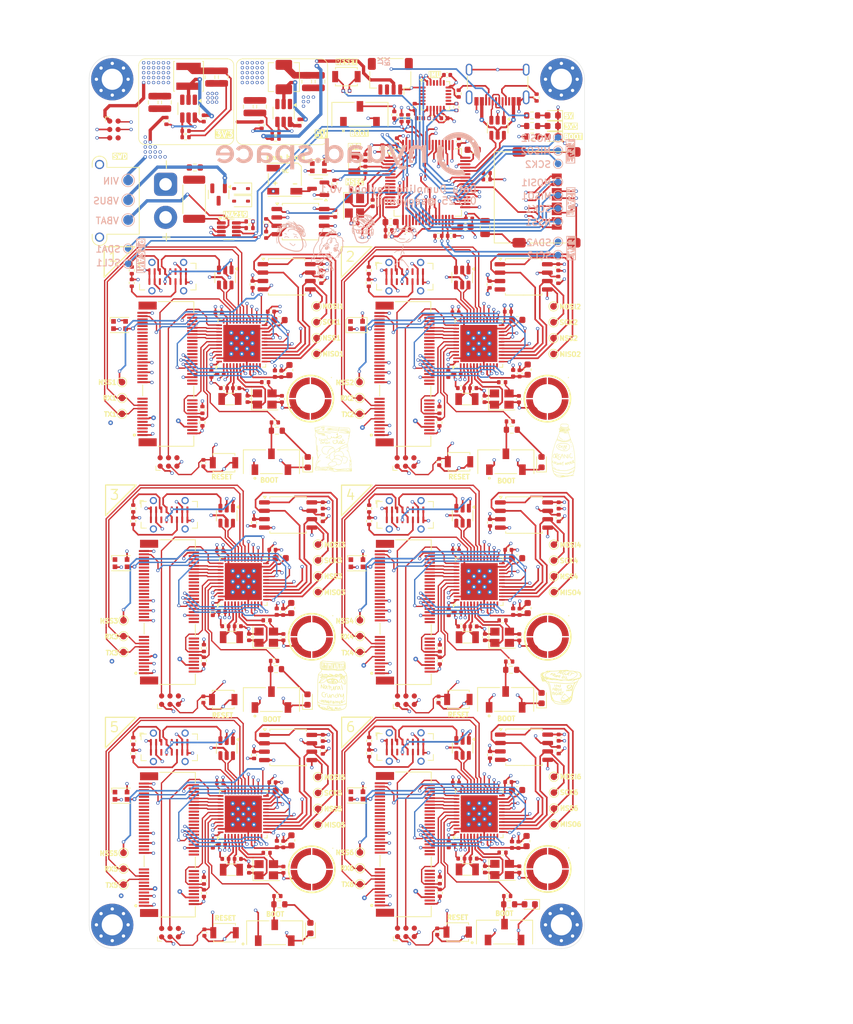
<source format=kicad_pcb>
(kicad_pcb (version 20241229) (generator "pcbnew") (generator_version "9.0")
  (layers (0 "F.Cu" signal) (4 "In1.Cu" signal) (6 "In2.Cu" signal) (8 "In3.Cu" signal) (10 "In4.Cu" signal) (2 "B.Cu" signal) (13 "F.Paste" user) (15 "B.Paste" user) (5 "F.SilkS" user "F.Silkscreen") (7 "B.SilkS" user "B.Silkscreen") (1 "F.Mask" user) (3 "B.Mask" user) (25 "Edge.Cuts" user))
  (net 0 "")
  (net 1 "Net-(BZ1--)")
  (net 2 "NRST")
  (net 3 "GND")
  (net 4 "RTC_IN")
  (net 5 "RTC_OUT")
  (net 6 "VDDA")
  (net 7 "OSC_IN")
  (net 8 "Net-(C12-Pad1)")
  (net 9 "co1_NRST")
  (net 10 "Net-(U5-VCAP1)")
  (net 11 "co2_OSC_IN")
  (net 12 "co2_RTC_IN")
  (net 13 "co2_RTC_OUT")
  (net 14 "co1_VDDA")
  (net 15 "co1_RTC_IN")
  (net 16 "co1_RTC_OUT")
  (net 17 "Net-(U4-VCAP1)")
  (net 18 "co1_OSC_IN")
  (net 19 "Net-(C30-Pad1)")
  (net 20 "VIN")
  (net 21 "Net-(J4-P)")
  (net 22 "Net-(U1-VCAP_1)")
  (net 23 "Net-(U1-VCAP_2)")
  (net 24 "+5V")
  (net 25 "Net-(C44-Pad1)")
  (net 26 "co2_NRST")
  (net 27 "co2_VDDA")
  (net 28 "Net-(U13-VCAP1)")
  (net 29 "co3_OSC_IN")
  (net 30 "co3_RTC_IN")
  (net 31 "co3_RTC_OUT")
  (net 32 "Net-(C57-Pad1)")
  (net 33 "co3_NRST")
  (net 34 "co3_VDDA")
  (net 35 "Net-(U16-VCAP1)")
  (net 36 "co4_OSC_IN")
  (net 37 "co4_RTC_IN")
  (net 38 "co4_RTC_OUT")
  (net 39 "Net-(C70-Pad1)")
  (net 40 "co4_NRST")
  (net 41 "co4_VDDA")
  (net 42 "Net-(U19-VCAP1)")
  (net 43 "co5_OSC_IN")
  (net 44 "co5_RTC_IN")
  (net 45 "co5_RTC_OUT")
  (net 46 "Net-(C83-Pad1)")
  (net 47 "co5_NRST")
  (net 48 "co5_VDDA")
  (net 49 "Net-(U22-VCAP1)")
  (net 50 "co6_OSC_IN")
  (net 51 "co6_RTC_IN")
  (net 52 "co6_RTC_OUT")
  (net 53 "Net-(C96-Pad1)")
  (net 54 "co6_NRST")
  (net 55 "co6_VDDA")
  (net 56 "Net-(D1-A)")
  (net 57 "Net-(D2-A)")
  (net 58 "Net-(D3-A)")
  (net 59 "Net-(D4-A)")
  (net 60 "VBUS")
  (net 61 "Net-(D6-A)")
  (net 63 "RGB_LED")
  (net 64 "co1_RGB_LED")
  (net 66 "Net-(D9-A)")
  (net 67 "co2_RGB_LED")
  (net 69 "Net-(D11-A)")
  (net 70 "co3_RGB_LED")
  (net 72 "Net-(D13-A)")
  (net 73 "co4_RGB_LED")
  (net 75 "Net-(D15-A)")
  (net 77 "co5_RGB_LED")
  (net 78 "Net-(D17-A)")
  (net 79 "co6_RGB_LED")
  (net 82 "SWDIO")
  (net 83 "SWCLK")
  (net 84 "SDIO_D3")
  (net 85 "SDIO_D0")
  (net 86 "SDIO_D2")
  (net 87 "SDIO_CLK")
  (net 88 "SDIO_CMD")
  (net 90 "USB_D-_ESD")
  (net 91 "USB_D+_ESD")
  (net 93 "Net-(J3-CC2)")
  (net 98 "Net-(J3-CC1)")
  (net 99 "co2_USB_D+_ESD")
  (net 100 "co2_USB_D-_ESD")
  (net 107 "co2_SWDIO")
  (net 108 "co2_SWCLK")
  (net 114 "co1_USART_RX")
  (net 115 "co1_gpio1")
  (net 117 "co1_gpio2")
  (net 119 "co1_USART_TX")
  (net 123 "co1_SPI3_SCK")
  (net 124 "co1_SPI3_MOSI")
  (net 125 "co1_gpio3")
  (net 132 "co1_SPI3_MISO")
  (net 137 "co1_pwr_cyc")
  (net 142 "co1_gpio4")
  (net 158 "co1_I2C1_SCL")
  (net 159 "co1_I2C1_SDA")
  (net 162 "co1_USB_D-_ESD")
  (net 163 "co1_USB_D+_ESD")
  (net 166 "Net-(J8-CC1)")
  (net 168 "Net-(J8-CC2)")
  (net 171 "co1_SWCLK")
  (net 172 "co1_SWDIO")
  (net 174 "co2_USART_RX")
  (net 176 "co2_I2C1_SDA")
  (net 178 "co2_gpio4")
  (net 183 "co2_USART_TX")
  (net 186 "co2_SPI3_SCK")
  (net 190 "co2_gpio1")
  (net 194 "co2_SPI3_MISO")
  (net 199 "co2_pwr_cyc")
  (net 202 "co2_SPI3_MOSI")
  (net 203 "co2_I2C1_SCL")
  (net 206 "co2_gpio3")
  (net 217 "co2_gpio2")
  (net 224 "Net-(J23-CC2)")
  (net 228 "Net-(J23-CC1)")
  (net 229 "co3_USB_D-_ESD")
  (net 230 "co3_USB_D+_ESD")
  (net 231 "Net-(J11-CC2)")
  (net 233 "Net-(J11-CC1)")
  (net 238 "co3_SWDIO")
  (net 240 "co3_SWCLK")
  (net 241 "co3_gpio1")
  (net 250 "co3_SPI3_SCK")
  (net 253 "co3_USART_RX")
  (net 264 "co3_I2C1_SCL")
  (net 268 "co3_SPI3_MOSI")
  (net 278 "co3_SPI3_MISO")
  (net 282 "co3_gpio3")
  (net 284 "co3_USART_TX")
  (net 285 "co3_I2C1_SDA")
  (net 292 "co3_pwr_cyc")
  (net 294 "co3_gpio2")
  (net 295 "co3_gpio4")
  (net 296 "Net-(J14-CC1)")
  (net 298 "co4_USB_D-_ESD")
  (net 299 "Net-(J14-CC2)")
  (net 300 "co4_USB_D+_ESD")
  (net 301 "co4_SWCLK")
  (net 303 "co4_SWDIO")
  (net 305 "co4_USART_TX")
  (net 306 "co4_USART_RX")
  (net 310 "co4_gpio3")
  (net 312 "co4_SPI3_MISO")
  (net 314 "co4_gpio2")
  (net 321 "co4_SPI3_MOSI")
  (net 323 "co4_I2C1_SDA")
  (net 328 "co4_gpio1")
  (net 337 "co4_pwr_cyc")
  (net 340 "co4_gpio4")
  (net 342 "co4_SPI3_SCK")
  (net 344 "co4_I2C1_SCL")
  (net 354 "co5_USB_D+_ESD")
  (net 355 "Net-(J17-CC1)")
  (net 356 "co5_USB_D-_ESD")
  (net 357 "Net-(J17-CC2)")
  (net 358 "co5_SWDIO")
  (net 360 "co5_SWCLK")
  (net 368 "co5_I2C1_SCL")
  (net 370 "co5_gpio1")
  (net 373 "co5_gpio3")
  (net 374 "co5_SPI3_MOSI")
  (net 375 "co5_SPI3_SCK")
  (net 385 "co5_I2C1_SDA")
  (net 391 "co5_pwr_cyc")
  (net 393 "co5_gpio4")
  (net 396 "co5_USART_RX")
  (net 401 "co5_USART_TX")
  (net 402 "co5_gpio2")
  (net 405 "co5_SPI3_MISO")
  (net 410 "co6_USB_D+_ESD")
  (net 411 "Net-(J20-CC2)")
  (net 413 "co6_USB_D-_ESD")
  (net 414 "Net-(J20-CC1)")
  (net 415 "co6_SWDIO")
  (net 416 "co6_SWCLK")
  (net 419 "co6_SPI3_MISO")
  (net 422 "co6_gpio3")
  (net 426 "co6_gpio4")
  (net 427 "co6_I2C1_SCL")
  (net 428 "co6_I2C1_SDA")
  (net 435 "co6_SPI3_MOSI")
  (net 437 "co6_USART_TX")
  (net 444 "co6_gpio2")
  (net 449 "co6_SPI3_SCK")
  (net 450 "co6_pwr_cyc")
  (net 463 "co6_USART_RX")
  (net 466 "co6_gpio1")
  (net 467 "VBAT")
  (net 468 "Net-(Q2-B)")
  (net 469 "OSC_OUT")
  (net 470 "BOOT0")
  (net 471 "Net-(SW1-B)")
  (net 472 "buzzer")
  (net 473 "co1_BOOT0")
  (net 474 "Net-(SW4-B)")
  (net 475 "co1_FLASH_HOLD")
  (net 476 "co1_OSC_OUT")
  (net 477 "co1_FLASH_WP")
  (net 478 "I2C1_SDA")
  (net 479 "I2C1_SCL")
  (net 480 "I2C2_SDA")
  (net 481 "I2C2_SCL")
  (net 482 "co2_OSC_OUT")
  (net 483 "Trigger")
  (net 484 "FLASH_HOLD")
  (net 485 "FLASH_WP")
  (net 486 "Net-(SW6-B)")
  (net 487 "co2_BOOT0")
  (net 488 "co2_FLASH_HOLD")
  (net 489 "co2_FLASH_WP")
  (net 490 "co3_OSC_OUT")
  (net 491 "co3_BOOT0")
  (net 492 "Net-(SW8-B)")
  (net 493 "co3_FLASH_HOLD")
  (net 494 "co3_FLASH_WP")
  (net 495 "co4_OSC_OUT")
  (net 496 "Net-(SW10-B)")
  (net 497 "co4_BOOT0")
  (net 498 "co4_FLASH_HOLD")
  (net 499 "co4_FLASH_WP")
  (net 500 "co5_OSC_OUT")
  (net 501 "Net-(SW12-B)")
  (net 502 "co5_BOOT0")
  (net 503 "co5_FLASH_HOLD")
  (net 504 "co5_FLASH_WP")
  (net 505 "co6_OSC_OUT")
  (net 506 "Net-(SW14-B)")
  (net 507 "co6_BOOT0")
  (net 508 "co6_FLASH_HOLD")
  (net 509 "co6_FLASH_WP")
  (net 510 "SPI1_MOSI")
  (net 511 "SPI1_MISO")
  (net 512 "SPI1_SCK")
  (net 513 "SPI1_NSS")
  (net 514 "SPI2_MOSI")
  (net 515 "SPI2_MISO")
  (net 516 "SPI2_SCK")
  (net 517 "SPI2_NSS1")
  (net 518 "SPI2_NSS3")
  (net 519 "co3_SPI1_MOSI")
  (net 520 "co3_SPI1_MISO")
  (net 521 "co3_SPI1_SCK")
  (net 522 "co3_SPI1_NSS")
  (net 523 "co1_SPI1_MOSI")
  (net 524 "SPI2_NSS2")
  (net 525 "SPI2_NSS4")
  (net 526 "co4_SPI1_MOSI")
  (net 527 "co1_SPI1_MISO")
  (net 528 "co2_SPI1_MOSI")
  (net 529 "co4_SPI1_MISO")
  (net 530 "co4_SPI1_SCK")
  (net 531 "co1_SPI1_SCK")
  (net 532 "co2_SPI1_MISO")
  (net 533 "co1_SPI1_NSS")
  (net 534 "co2_SPI1_SCK")
  (net 535 "co4_SPI1_NSS")
  (net 536 "co2_SPI1_NSS")
  (net 537 "SPI2_NSS5")
  (net 538 "co5_SPI1_MOSI")
  (net 539 "co5_SPI1_MISO")
  (net 540 "co5_SPI1_SCK")
  (net 541 "co5_SPI1_NSS")
  (net 542 "SPI2_NSS6")
  (net 543 "co6_SPI1_MOSI")
  (net 544 "co6_SPI1_MISO")
  (net 545 "co6_SPI1_SCK")
  (net 546 "co6_SPI1_NSS")
  (net 547 "USART_TX")
  (net 548 "Net-(U7-REGOUT)")
  (net 549 "Net-(U7-CPOUT)")
  (net 551 "USB_D+")
  (net 552 "USB_D-")
  (net 554 "I2C3_SDA")
  (net 557 "USART_RX")
  (net 558 "co1_USB_D+")
  (net 559 "co1_USB_D-")
  (net 560 "co1_SPI3_NSS")
  (net 562 "co2_USB_D+")
  (net 563 "co2_SPI3_NSS")
  (net 565 "co2_USB_D-")
  (net 567 "co3_USB_D+")
  (net 568 "co3_USB_D-")
  (net 569 "co3_SPI3_NSS")
  (net 570 "co4_SPI3_NSS")
  (net 571 "co4_USB_D+")
  (net 572 "co4_USB_D-")
  (net 574 "co5_SPI3_NSS")
  (net 575 "co5_USB_D+")
  (net 577 "co5_USB_D-")
  (net 578 "co6_SPI3_NSS")
  (net 579 "co6_USB_D-")
  (net 580 "co6_USB_D+")
  (net 584 "Net-(U25-VBST)")
  (net 585 "Net-(U25-SW)")
  (net 586 "Net-(U26-VBST)")
  (net 587 "Net-(U26-SW)")
  (net 588 "Net-(U25-EN)")
  (net 589 "Net-(U25-VFB)")
  (net 590 "Net-(U26-EN)")
  (net 591 "Net-(U26-VFB)")
  (net 598 "Net-(U9-A1)")
  (net 599 "Net-(U9-A0)")
  (net 600 "I2C3_SCL")
  (net 601 "Net-(U7-AUX_DA)")
  (net 602 "Net-(U7-AUX_CL)")
  (net 603 "IMU_INT")
  (net 604 "SDIO_D7")
  (net 616 "+3V3")
  (footprint "Resistor_SMD:R_0402_1005Metric" (layer "F.Cu") (at 100.179352 114.877298 -90)
    (property "Reference" "R48" (hide yes))
    (property "Value" "5.1k")
  )
  (footprint "Inductor_SMD:L_0402_1005Metric" (layer "F.Cu") (at 157.7 128.6 -90)
    (property "Reference" "FB5" (hide yes))
    (property "Value" "600")
  )
  (footprint "TestPoint:TestPoint_Pad_D1.0mm" (layer "F.Cu") (at 163.86867 160.789922)
    (property "Reference" "TP48" (hide yes))
    (property "Value" "flsh6")
  )
  (footprint "TestPoint:TestPoint_Pad_D1.0mm" (layer "F.Cu") (at 163.86867 123.243345)
    (property "Reference" "TP34" (hide yes))
    (property "Value" "flsh4")
  )
  (footprint "Capacitor_SMD:C_0402_1005Metric" (layer "F.Cu") (at 158.675 92.525 90)
    (property "Reference" "C51" (hide yes))
    (property "Value" "100n")
  )
  (footprint "Crystal:Crystal_SMD_3215-2Pin_3.2x1.5mm" (layer "F.Cu") (at 115.036352 132.457798 180)
    (property "Reference" "Y4" (hide yes))
    (property "Value" "32.768kHz")
  )
  (footprint "LED_SMD:LED_WS2812B-2020_PLCC4_2.0x2.0mm" (layer "F.Cu") (at 134.04367 156.414922)
    (property "Reference" "D18" (hide yes))
    (property "Value" "WS2812B-2020")
  )
  (footprint "Capacitor_SMD:C_0402_1005Metric" (layer "F.Cu") (at 120.3 71.55 -90)
    (property "Reference" "C28" (hide yes))
    (property "Value" "100n")
  )
  (footprint "Capacitor_SMD:C_0402_1005Metric" (layer "F.Cu") (at 116 166.025)
    (property "Reference" "C82" (hide yes))
    (property "Value" "15p")
  )
  (footprint "Capacitor_SMD:C_0805_2012Metric" (layer "F.Cu") (at 113.8 47.675 -90)
    (property "Reference" "C38" (hide yes))
    (property "Value" "22u")
  )
  (footprint "Resistor_SMD:R_0402_1005Metric" (layer "F.Cu") (at 100.179352 112.977298 90)
    (property "Reference" "R47" (hide yes))
    (property "Value" "5.1k")
  )
  (footprint "Connector:Tag-Connect_TC2030-IDC-NL_2x03_P1.27mm_Vertical" (layer "F.Cu") (at 105.742757 141.988893)
    (property "Reference" "J12" (hide yes))
    (property "Value" "Conn_ARM_SWD_TagConnect_TC2030-NL")
  )
  (footprint "Crystal:Crystal_SMD_Abracon_ABM8G-4Pin_3.2x2.5mm" (layer "F.Cu") (at 156.03117 132.468345)
    (property "Reference" "HSE5" (hide yes))
    (property "Value" "25MHz")
  )
  (footprint "Package_SO:SOIC-8_5.3x5.3mm_P1.27mm" (layer "F.Cu") (at 123.623852 149.157798)
    (property "Reference" "U15" (hide yes))
    (property "Value" "W25Q128JVS")
  )
  (footprint "Resistor_SMD:R_0402_1005Metric" (layer "F.Cu") (at 135.89917 114.887845 -90)
    (property "Reference" "R57" (hide yes))
    (property "Value" "5.1k")
  )
  (footprint "Resistor_SMD:R_0402_1005Metric" (layer "F.Cu") (at 118.473852 150.307798 90)
    (property "Reference" "R67" (hide yes))
    (property "Value" "10k")
  )
  (footprint "Package_TO_SOT_SMD:SOT-23-6" (layer "F.Cu") (at 114.323852 149.257798 -90)
    (property "Reference" "U20" (hide yes))
    (property "Value" "USBLC6-2SC6")
  )
  (footprint "Capacitor_SMD:C_0603_1608Metric" (layer "F.Cu") (at 158.3 155.6 180)
    (property "Reference" "C92" (hide yes))
    (property "Value" "2.2u")
  )
  (footprint "Connector:Tag-Connect_TC2030-IDC-NL_2x03_P1.27mm_Vertical" (layer "F.Cu") (at 97.25 55.6 -90)
    (property "Reference" "J1" (hide yes))
    (property "Value" "Conn_ARM_SWD_TagConnect_TC2030-NL")
  )
  (footprint "Resistor_SMD:R_0603_1608Metric" (layer "F.Cu") (at 157.4 137.4)
    (property "Reference" "R55" (hide yes))
    (property "Value" "2.2k")
  )
  (footprint "Capacitor_SMD:C_0402_1005Metric" (layer "F.Cu") (at 147.88617 92.610548 -90)
    (property "Reference" "C49" (hide yes))
    (property "Value" "100n")
  )
  (footprint "SMTSOM2.525STR:SMD_BD5.6-D4.1" (layer "F.Cu") (at 126.992705 96.339895)
    (property "Reference" "U28" (hide yes))
    (property "Value" "SMTSOM2_525STR")
  )
  (footprint "Capacitor_SMD:C_0603_1608Metric" (layer "F.Cu") (at 150.475 70.325)
    (property "Reference" "C35" (hide yes))
    (property "Value" "2.2u")
  )
  (footprint "Diode_SMD:D_SOD-323" (layer "F.Cu") (at 116.5 66.45 180)
    (property "Reference" "D3" (hide yes))
    (property "Value" "D_Schottky")
  )
  (footprint "Button_Switch_SMD:SW_SPST_B3U-1000P" (layer "F.Cu") (at 113.8 141.9)
    (property "Reference" "SW7" (hide yes))
    (property "Value" "SW_SPST")
  )
  (footprint "LED_SMD:LED_WS2812B-2020_PLCC4_2.0x2.0mm" (layer "F.Cu") (at 98.323852 156.457798)
    (property "Reference" "D16" (hide yes))
    (property "Value" "WS2812B-2020")
  )
  (footprint "LED_SMD:LED_0603_1608Metric" (layer "F.Cu") (at 161.994925 105.958357 90)
    (property "Reference" "D9" (hide yes))
    (property "Value" "LED")
  )
  (footprint "Capacitor_SMD:C_0805_2012Metric" (layer "F.Cu") (at 105.2 51.5 -90)
    (property "Reference" "C32" (hide yes))
    (property "Value" "10u")
  )
  (footprint "Resistor_SMD:R_0402_1005Metric" (layer "F.Cu") (at 108.1 55.819 180)
    (property "Reference" "R17" (hide yes))
    (property "Value" "10k")
  )
  (footprint "Resistor_SMD:R_0402_1005Metric" (layer "F.Cu") (at 128.873852 149.617798 90)
    (property "Reference" "R68" (hide yes))
    (property "Value" "10k")
  )
  (footprint "Capacitor_SMD:C_0402_1005Metric" (layer "F.Cu") (at 149.345075 163.796017 180)
    (property "Reference" "C101" (hide yes))
    (property "Value" "100n")
  )
  (footprint "Capacitor_SMD:C_0805_2012Metric" (layer "F.Cu") (at 119.6 52.15 -90)
    (property "Reference" "C39" (hide yes))
    (property "Value" "10u")
  )
  (footprint "Capacitor_SMD:C_0402_1005Metric" (layer "F.Cu") (at 112.223852 163.857798 -90)
    (property "Reference" "C87" (hide yes))
    (property "Value" "100n")
  )
  (footprint "Capacitor_SMD:C_0402_1005Metric" (layer "F.Cu") (at 156.96867 119.243345)
    (property "Reference" "C71" (hide yes))
    (property "Value" "100n")
  )
  (footprint "Capacitor_SMD:C_0402_1005Metric" (layer "F.Cu") (at 117.4875 96.3875 90)
    (property "Reference" "C27" (hide yes))
    (property "Value" "10p")
  )
  (footprint "LED_SMD:LED_WS2812B-2020_PLCC4_2.0x2.0mm" (layer "F.Cu") (at 134.04367 121.268345)
    (property "Reference" "D14" (hide yes))
    (property "Value" "WS2812B-2020")
  )
  (footprint "Resistor_SMD:R_0603_1608Metric" (layer "F.Cu") (at 122.3 172.9)
    (property "Reference" "R64" (hide yes))
    (property "Value" "2.2k")
  )
  (footprint "Capacitor_SMD:C_0805_2012Metric" (layer "F.Cu") (at 153.45 70.45 -90)
    (property "Reference" "C2" (hide yes))
    (property "Value" "10u")
  )
  (footprint "JS102011JCQN:SW_JS102011JCQN" (layer "F.Cu") (at 156.6 105.9)
    (property "Reference" "SW6" (hide yes))
    (property "Value" "SW_SPDT")
  )
  (footprint "Resistor_SMD:R_0603_1608Metric" (layer "F.Cu") (at 109.5 61.3625 180)
    (property "Reference" "R8" (hide yes))
    (property "Value" "100k")
  )
  (footprint "Package_DFN_QFN:QFN-48-1EP_7x7mm_P0.5mm_EP5.6x5.6mm" (layer "F.Cu") (at 116.842757 159.238893 90)
    (property "Reference" "U19" (hide yes))
    (property "Value" "STM32F411CEUx")
  )
  (footprint "Capacitor_SMD:C_0603_1608Metric" (layer "F.Cu") (at 122.325 84.45 180)
    (property "Reference" "C26" (hide yes))
    (property "Value" "2.2u")
  )
  (footprint "TestPoint:TestPoint_Pad_D1.0mm" (layer "F.Cu") (at 128.148852 125.632798)
    (property "Reference" "TP15" (hide yes))
    (property "Value" "flsh3")
  )
  (footprint "Capacitor_SMD:C_0402_1005Metric" (layer "F.Cu") (at 147.94367 163.814922 -90)
    (property "Reference" "C100" (hide yes))
    (property "Value" "100n")
  )
  (footprint "Crystal:Crystal_SMD_Abracon_ABM8G-4Pin_3.2x2.5mm" (layer "F.Cu") (at 120.311352 167.657798)
    (property "Reference" "HSE6" (hide yes))
    (property "Value" "25MHz")
  )
  (footprint "Capacitor_SMD:C_0402_1005Metric" (layer "F.Cu") (at 164.53617 76.460548 -90)
    (property "Reference" "C52" (hide yes))
    (property "Value" "100n")
  )
  (footprint "Package_SO:SOIC-8_5.3x5.3mm_P1.27mm" (layer "F.Cu") (at 125.5 69.55)
    (property "Reference" "U24" (hide yes))
    (property "Value" "W25Q128JVS")
  )
  (footprint "Capacitor_SMD:C_0402_1005Metric" (layer "F.Cu") (at 117.711352 167.645298 90)
    (property "Reference" "C80" (hide yes))
    (property "Value" "10p")
  )
  (footprint "TestPoint:TestPoint_Pad_D1.0mm" (layer "F.Cu") (at 134.5 129.9)
    (property "Reference" "TP22" (hide yes))
    (property "Value" "CS4")
  )
  (footprint "FST-5030:BUZ-SMD_FST-5030" (layer "F.Cu") (at 123.125 63.2)
    (property "Reference" "BZ1" (hide yes))
    (property "Value" "Buzzer")
  )
  (footprint "LOGO" (layer "F.Cu") (at 205.2 71)
    (property "Reference" "G***" (hide yes))
    (property "Value" "LOGO" (hide yes))
  )
  (footprint "JS102011JCQN:SW_JS102011JCQN" (layer "F.Cu") (at 134.5 53.3)
    (property "Reference" "SW1" (hide yes))
    (property "Value" "SW_SPDT")
  )
  (footprint "JS102011JCQN:SW_JS102011JCQN" (layer "F.Cu") (at 121.1 105.9)
    (property "Reference" "SW4" (hide yes))
    (property "Value" "SW_SPDT")
  )
  (footprint "TestPoint:TestPoint_Pad_D1.0mm" (layer "F.Cu") (at 163.86867 118.443345)
    (property "Reference" "TP23" (hide yes))
    (property "Value" "flsh4")
  )
  (footprint "Capacitor_SMD:C_0805_2012Metric" (layer "F.Cu") (at 117.6 52.15 -90)
    (property "Reference" "C40" (hide yes))
    (property "Value" "10u")
  )
  (footprint "Capacitor_SMD:C_0805_2012Metric" (layer "F.Cu") (at 128.45 48.35 -90)
    (property "Reference" "C43" (hide yes))
    (property "Value" "22u")
  )
  (footprint "LED_SMD:LED_WS2812B-2020_PLCC4_2.0x2.0mm" (layer "F.Cu") (at 98.323852 121.257798)
    (property "Reference" "D12" (hide yes))
    (property "Value" "WS2812B-2020")
  )
  (footprint "Capacitor_SMD:C_0402_1005Metric" (layer "F.Cu") (at 128.873852 112.507798 -90)
    (property "Reference" "C62" (hide yes))
    (property "Value" "100n")
  )
  (footprint "JS102011JCQN:SW_JS102011JCQN" (layer "F.Cu") (at 121.6 177.2)
    (property "Reference" "SW12" (hide yes))
    (property "Value" "SW_SPDT")
  )
  (footprint "Capacitor_SMD:C_0402_1005Metric" (layer "F.Cu") (at 122.6875 96.4 -90)
    (property "Reference" "C30" (hide yes))
    (property "Value" "10p")
  )
  (footprint "Package_TO_SOT_SMD:SOT-23-6_Handsoldering" (layer "F.Cu") (at 122.95 53.1 -90)
    (property "Reference" "U26" (hide yes))
    (property "Value" "TPS562200")
  )
  (footprint "Package_SO:SOIC-8_5.3x5.3mm_P1.27mm" (layer "F.Cu") (at 159.28617 77.910548)
    (property "Reference" "U8" (hide yes))
    (property "Value" "W25Q128JVS")
  )
  (footprint "Package_DFN_QFN:QFN-48-1EP_7x7mm_P0.5mm_EP5.6x5.6mm" (layer "F.Cu") (at 116.842757 124.038893 90)
    (property "Reference" "U13" (hide yes))
    (property "Value" "STM32F411CEUx")
  )
  (footprint "Capacitor_SMD:C_0402_1005Metric" (layer "F.Cu") (at 158.675 128.625 90)
    (property "Reference" "C77" (hide yes))
    (property "Value" "100n")
  )
  (footprint "Capacitor_SMD:C_0402_1005Metric" (layer "F.Cu") (at 113.625257 128.638893 180)
    (property "Reference" "C58" (hide yes))
    (property "Value" "100n")
  )
  (footprint "TestPoint:TestPoint_Pad_D1.0mm" (layer "F.Cu") (at 98.7 165.107798)
    (property "Reference" "TP39" (hide yes))
    (property "Value" "CS5")
  )
  (footprint "Capacitor_SMD:C_0402_1005Metric" (layer "F.Cu") (at 151.65 94.75)
    (property "Reference" "C18" (hide yes))
    (property "Value" "15p")
  )
  (footprint "Inductor_SMD:L_0402_1005Metric" (layer "F.Cu") (at 121.925 163.775 -90)
    (property "Reference" "FB6" (hide yes))
    (property "Value" "600")
  )
  (footprint "Package_SO:SOIC-8_5.3x5.3mm_P1.27mm" (layer "F.Cu") (at 159.34367 113.968345)
    (property "Reference" "U12" (hide yes))
    (property "Value" "W25Q128JVS")
  )
  (footprint "Capacitor_SMD:C_0402_1005Metric" (layer "F.Cu") (at 153.43117 167.602422 90)
    (property "Reference" "C93" (hide yes))
    (property "Value" "10p")
  )
  (footprint "TestPoint:TestPoint_Pad_D1.0mm" (layer "F.Cu") (at 163.86867 125.643345)
    (property "Reference" "TP26" (hide yes))
    (property "Value" "flsh4")
  )
  (footprint "Capacitor_SMD:C_0402_1005Metric" (layer "F.Cu") (at 145.45 53.9 180)
    (property "Reference" "C105" (hide yes))
    (property "Value" "10n")
  )
  (footprint "Capacitor_SMD:C_0402_1005Metric" (layer "F.Cu") (at 138.95 58.475 90)
    (property "Reference" "C8" (hide yes))
    (property "Value" "100n")
  )
  (footprint "Capacitor_SMD:C_0402_1005Metric" (layer "F.Cu") (at 149.8 94.75 180)
    (property "Reference" "C17" (hide yes))
    (property "Value" "15p")
  )
  (footprint "Resistor_SMD:R_0402_1005Metric" (layer "F.Cu") (at 135.89917 112.987845 90)
    (property "Reference" "R56" (hide yes))
    (property "Value" "5.1k")
  )
  (footprint "Resistor_SMD:R_0402_1005Metric" (layer "F.Cu") (at 154.13617 79.060548 90)
    (property "Reference" "R40" (hide yes))
    (property "Value" "10k")
  )
  (footprint "Package_SO:SOIC-8_5.3x5.3mm_P1.27mm" (layer "F.Cu") (at 159.34367 149.114922)
    (property "Reference" "U18" (hide yes))
    (property "Value" "W25Q128JVS")
  )
  (footprint "Capacitor_SMD:C_0402_1005Metric" (layer "F.Cu") (at 149.475 57.425 90)
    (property "Reference" "C10" (hide yes))
    (property "Value" "100n")
  )
  (footprint "Capacitor_SMD:C_0402_1005Metric" (layer "F.Cu") (at 122.911352 132.457798 -90)
    (property "Reference" "C57" (hide yes))
    (property "Value" "10p")
  )
  (footprint "TestPoint:TestPoint_Pad_D1.0mm" (layer "F.Cu") (at 134.4425 98.642203)
    (property "Reference" "TP90" (hide yes))
    (property "Value" "RF2")
  )
  (footprint "Resistor_SMD:R_0402_1005Metric" (layer "F.Cu") (at 146.53617 98.060548 -90)
    (property "Reference" "R43" (hide yes))
    (property "Value" "4.7k")
  )
  (footprint "Capacitor_SMD:C_0402_1005Metric" (layer "F.Cu") (at 128.873852 147.707798 -90)
    (property "Reference" "C91" (hide yes))
    (property "Value" "100n")
  )
  (footprint "Resistor_SMD:R_0402_1005Metric" (layer "F.Cu") (at 154.19367 115.118345 90)
    (property "Reference" "R58" (hide yes))
    (property "Value" "10k")
  )
  (footprint "TestPoint:TestPoint_Pad_D1.0mm" (layer "F.Cu") (at 128.148852 120.832798)
    (property "Reference" "TP16" (hide yes))
    (property "Value" "flsh3")
  )
  (footprint "Resistor_SMD:R_0402_1005Metric" (layer "F.Cu") (at 135.89917 150.034422 -90)
    (property "Reference" "R75" (hide yes))
    (property "Value" "5.1k")
  )
  (footprint "TestPoint:TestPoint_Pad_D1.0mm" (layer "F.Cu") (at 128.148852 123.232798)
    (property "Reference" "TP17" (hide yes))
    (property "Value" "flsh3")
  )
  (footprint "Connector_USB:USB_C_Receptacle_G-Switch_GT-USB-7051x" (layer "F.Cu") (at 141.34917 149.084422)
    (property "Reference" "J20" (hide yes))
    (property "Value" "USB_C_Receptacle_USB2.0_16P")
  )
  (footprint "Capacitor_SMD:C_0402_1005Metric" (layer "F.Cu") (at 133.675 64.55)
    (property "Reference" "C11" (hide yes))
    (property "Value" "10p")
  )
  (footprint "Capacitor_SMD:C_0402_1005Metric" (layer "F.Cu") (at 136.425 66.75 -90)
    (property "Reference" "R1" (hide yes))
    (property "Value" "620")
  )
  (footprint "TestPoint:TestPoint_Pad_D1.0mm" (layer "F.Cu") (at 163.86867 120.843345)
    (property "Reference" "TP27" (hide yes))
    (property "Value" "flsh4")
  )
  (footprint "Package_TO_SOT_SMD:SOT-23-8" (layer "F.Cu") (at 114.65 70.725)
    (property "Reference" "U9" (hide yes))
    (property "Value" "INA219AxDCN")
  )
  (footprint "Capacitor_SMD:C_0402_1005Metric" (layer "F.Cu") (at 146.2 177.02 -90)
    (property "Reference" "C99" (hide yes))
    (property "Value" "100n")
  )
  (footprint "TestPoint:TestPoint_Pad_D1.0mm" (layer "F.Cu") (at 127.925 89.575)
    (property "Reference" "TP24" (hide yes))
    (property "Value" "flsh1")
  )
  (footprint "mdot2:TE_2199119-4" (layer "F.Cu") (at 107.075257 163.863893 90)
    (property "Reference" "J19" (hide yes))
    (property "Value" "MICROMOD-2222-C")
  )
  (footprint "TestPoint:TestPoint_Pad_D1.0mm" (layer "F.Cu") (at 128.148852 158.432798)
    (property "Reference" "TP43" (hide yes))
    (property "Value" "flsh5")
  )
  (footprint "Resistor_SMD:R_0402_1005Metric" (layer "F.Cu") (at 117.7875 69.525 180)
    (property "Reference" "R4" (hide yes))
    (property "Value" "10k")
  )
  (footprint "TestPoint:TestPoint_Pad_D1.0mm" (layer "F.Cu") (at 163.86867 158.389922)
    (property "Reference" "TP50" (hide yes))
    (property "Value" "flsh6")
  )
  (footprint "TestPoint:TestPoint_Pad_D1.0mm" (layer "F.Cu") (at 163.81117 82.385548)
    (property "Reference" "TP25" (hide yes))
    (property "Value" "flsh2")
  )
  (footprint "Capacitor_SMD:C_0603_1608Metric" (layer "F.Cu") (at 124.125 163.225 90)
    (property "Reference" "C89" (hide yes))
    (property "Value" "1u")
  )
  (footprint "MountingHole:MountingHole_3.2mm_M3_Pad_Via" (layer "F.Cu") (at 97 48)
    (property "Reference" "H1" (hide yes))
    (property "Value" "MountingHole")
  )
  (footprint "TestPoint:TestPoint_Pad_D1.0mm" (layer "F.Cu") (at 128.148852 156.032798)
    (property "Reference" "TP42" (hide yes))
    (property "Value" "flsh5")
  )
  (footprint "Package_DFN_QFN:QFN-48-1EP_7x7mm_P0.5mm_EP5.6x5.6mm" (layer "F.Cu") (at 152.562575 159.196017 90)
    (property "Reference" "U22" (hide yes))
    (property "Value" "STM32F411CEUx")
  )
  (footprint "TestPoint:TestPoint_Pad_D1.0mm" (layer "F.Cu") (at 163.81117 84.785548)
    (property "Reference" "TP33" (hide yes))
    (property "Value" "flsh2")
  )
  (footprint "Capacitor_SMD:C_0402_1005Metric" (layer "F.Cu") (at 122.911352 167.657798 -90)
    (property "Reference" "C83" (hide yes))
    (property "Value" "10p")
  )
  (footprint "Resistor_SMD:R_0402_1005Metric" (layer "F.Cu") (at 108.1 56.769 180)
    (property "Reference" "R16" (hide yes))
    (property "Value" "33.2k")
  )
  (footprint "Capacitor_SMD:C_0402_1005Metric" (layer "F.Cu") (at 149.85617 130.825 180)
    (property "Reference" "C68" (hide yes))
    (property "Value" "15p")
  )
  (footprint "MountingHole:MountingHole_3.2mm_M3_Pad_Via" (layer "F.Cu") (at 165 48)
    (property "Reference" "H4" (hide yes))
    (property "Value" "MountingHole")
  )
  (footprint "Capacitor_SMD:C_0402_1005Metric" (layer "F.Cu") (at 151.025 69.1)
    (property "Reference" "C7" (hide yes))
    (property "Value" "100n")
  )
  (footprint "Crystal:Crystal_SMD_3215-2Pin_3.2x1.5mm" (layer "F.Cu") (at 150.75617 167.614922 180)
    (property "Reference" "Y7" (hide yes))
    (property "Value" "32.768kHz")
  )
  (footprint "Resistor_SMD:R_0402_1005Metric" (layer "F.Cu") (at 156.09367 165.064922)
    (property "Reference" "R71" (hide yes))
    (property "Value" "620")
  )
  (footprint "TestPoint:TestPoint_Pad_D1.0mm" (layer "F.Cu") (at 127.925 84.775)
    (property "Reference" "TP28" (hide yes))
    (property "Value" "flsh1")
  )
  (footprint "Resistor_SMD:R_0402_1005Metric" (layer "F.Cu") (at 121.5 136.05 180)
    (property "Reference" "R45" (hide yes))
    (property "Value" "10k")
  )
  (footprint "Resistor_SMD:R_0402_1005Metric" (layer "F.Cu") (at 110.65 99.95 90)
    (property "Reference" "R29" (hide yes))
    (property "Value" "4.7k")
  )
  (footprint "Resistor_SMD:R_0603_1608Metric" (layer "F.Cu") (at 160.6 56.675)
    (property "Reference" "R3" (hide yes))
    (property "Value" "2.2k")
  )
  (footprint "Capacitor_SMD:C_0402_1005Metric" (layer "F.Cu") (at 113.9125 94.75 180)
    (property "Reference" "C23" (hide yes))
    (property "Value" "15p")
  )
  (footprint "Resistor_SMD:R_0402_1005Metric" (layer "F.Cu") (at 140.8 53.89 -90)
    (property "Reference" "R22" (hide yes))
    (property "Value" "4.7k")
  )
  (footprint "LED_SMD:LED_0603_1608Metric" (layer "F.Cu") (at 162 141.681655 90)
    (property "Reference" "D13" (hide yes))
    (property "Value" "LED")
  )
  (footprint "Capacitor_SMD:C_0402_1005Metric" (layer "F.Cu") (at 128.65 76.45 -90)
    (property "Reference" "C29" (hide yes))
    (property "Value" "100n")
  )
  (footprint "Resistor_SMD:R_0402_1005Metric" (layer "F.Cu") (at 164.59367 149.574922 90)
    (property "Reference" "R77" (hide yes))
    (property "Value" "10k")
  )
  (footprint "Capacitor_SMD:C_0402_1005Metric" (layer "F.Cu") (at 151.7 165.975)
    (property "Reference" "C95" (hide yes))
    (property "Value" "15p")
  )
  (footprint "TestPoint:TestPoint_Pad_D1.0mm" (layer "F.Cu") (at 134.5 165.046577)
    (property "Reference" "TP46" (hide yes))
    (property "Value" "CS6")
  )
  (footprint "Resistor_SMD:R_0603_1608Metric" (layer "F.Cu") (at 121.8 137.3)
    (property "Reference" "R46" (hide yes))
    (property "Value" "2.2k")
  )
  (footprint "TestPoint:TestPoint_Pad_D1.0mm" (layer "F.Cu") (at 98.476148 96.25)
    (property "Reference" "TP30" (hide yes))
    (property "Value" "RF1")
  )
  (footprint "Resistor_SMD:R_0402_1005Metric" (layer "F.Cu") (at 118.473852 115.107798 90)
    (property "Reference" "R49" (hide yes))
    (property "Value" "10k")
  )
  (footprint "Resistor_SMD:R_0402_1005Metric" (layer "F.Cu") (at 135.84167 78.830048 -90)
    (property "Reference" "R39" (hide yes))
    (property "Value" "5.1k")
  )
  (footprint "Capacitor_SMD:C_0402_1005Metric" (layer "F.Cu") (at 151.7 130.825)
    (property "Reference" "C69" (hide yes))
    (property "Value" "15p")
  )
  (footprint "Connector_USB:USB_C_Receptacle_G-Switch_GT-USB-7051x" (layer "F.Cu") (at 105.4055 77.8695)
    (property "Reference" "J8" (hide yes))
    (property "Value" "USB_C_Receptacle_USB2.0_16P")
  )
  (footprint "Capacitor_SMD:C_0805_2012Metric" (layer "F.Cu") (at 103.2 51.5 -90)
    (property "Reference" "C31" (hide yes))
    (property "Value" "10u")
  )
  (footprint "Resistor_SMD:R_0402_1005Metric" (layer "F.Cu") (at 149.45 50.165 90)
    (property "Reference" "R7" (hide yes))
    (property "Value" "5.1k")
  )
  (footprint "Capacitor_SMD:C_0402_1005Metric" (layer "F.Cu") (at 164.59367 112.518345 -90)
    (property "Reference" "C75" (hide yes))
    (property "Value" "100n")
  )
  (footprint "TestPoint:TestPoint_Pad_D1.0mm" (layer "F.Cu") (at 98.7 169.907798)
    (property "Reference" "TP45" (hide yes))
    (property "Value" "RF5")
  )
  (footprint "Capacitor_SMD:C_0402_1005Metric" (layer "F.Cu") (at 110.8 141.9 -90)
    (property "Reference" "C60" (hide yes))
    (property "Value" "100n")
  )
  (footprint "Resistor_SMD:R_0402_1005Metric" (layer "F.Cu") (at 148.3 71.7 180)
    (property "Reference" "R24" (hide yes))
    (property "Value" "4.7k")
  )
  (footprint "Resistor_SMD:R_0402_1005Metric" (layer "F.Cu") (at 157.2 99.8 180)
    (property "Reference" "R35" (hide yes))
    (property "Value" "10k")
  )
  (footprint "Capacitor_SMD:C_0402_1005Metric" (layer "F.Cu") (at 113.401405 92.581095 180)
    (property "Reference" "C19" (hide yes))
    (property "Value" "100n")
  )
  (footprint "Capacitor_SMD:C_0402_1005Metric" (layer "F.Cu") (at 113.625257 163.838893 180)
    (property "Reference" "C84" (hide yes))
    (property "Value" "100n")
  )
  (footprint "Package_TO_SOT_SMD:SOT-23" (layer "F.Cu") (at 113.1 65.45 -90)
    (property "Reference" "Q1" (hide yes))
    (property "Value" "AO3401A")
  )
  (footprint "TestPoint:TestPoint_Pad_D1.0mm" (layer "F.Cu") (at 128.148852 118.432798)
    (property "Reference" "TP14" (hide yes))
    (property "Value" "flsh3")
  )
  (footprint "Inductor_SMD:L_0402_1005Metric" (layer "F.Cu") (at 121.625 92.575 -90)
    (property "Reference" "FB3" (hide yes))
    (property "Value" "600")
  )
  (footprint "Capacitor_SMD:C_0402_1005Metric" (layer "F.Cu") (at 114.136352 166.025 180)
    (property "Reference" "C81" (hide yes))
    (property "Value" "15p")
  )
  (footprint "Capacitor_SMD:C_0402_1005Metric" (layer "F.Cu") (at 164.59367 147.664922 -90)
    (property "Reference" "C97" (hide yes))
    (property "Value" "100n")
  )
  (footprint "LOGO" (layer "F.Cu") (at 165 140)
    (property "Reference" "G***" (hide yes))
    (property "Value" "LOGO" (hide yes))
  )
  (footprint "Package_TO_SOT_SMD:SOT-23-6" (layer "F.Cu") (at 150.04367 114.068345 -90)
    (property "Reference" "U17" (hide yes))
    (property "Value" "USBLC6-2SC6")
  )
  (footprint "Capacitor_SMD:C_0402_1005Metric" (layer "F.Cu") (at 116 130.8)
    (property "Reference" "C56" (hide yes))
    (property "Value" "15p")
  )
  (footprint "Resistor_SMD:R_2512_6332Metric" (layer "F.Cu") (at 109.4 66.1625 -90)
    (property "Reference" "R28" (hide yes))
    (property "Value" "0.01")
  )
  (footprint "Crystal:Crystal_SMD_Abracon_ABM8G-4Pin_3.2x2.5mm" (layer "F.Cu") (at 155.97367 96.410548)
    (property "Reference" "HSE2" (hide yes))
    (property "Value" "25MHz")
  )
  (footprint "mdot2:TE_2199119-4" (layer "F.Cu") (at 142.795075 163.821017 90)
    (property "Reference" "J22" (hide yes))
    (property "Value" "MICROMOD-2222-C")
  )
  (footprint "Capacitor_SMD:C_0603_1608Metric" (layer "F.Cu") (at 122.5 120.5 180)
    (property "Reference" "C53" (hide yes))
    (property "Value" "2.2u")
  )
  (footprint "Resistor_SMD:R_0402_1005Metric" (layer "F.Cu") (at 135.84167 76.930048 90)
    (property "Reference" "R38" (hide yes))
    (property "Value" "5.1k")
  )
  (footprint "Package_QFP:LQFP-64_10x10mm_P0.5mm" (layer "F.Cu") (at 144.775 63.625)
    (property "Reference" "U1" (hide yes))
    (property "Value" "STM32F405RGTx")
  )
  (footprint "Resistor_SMD:R_0402_1005Metric" (layer "F.Cu") (at 153.7 63.15 180)
    (property "Reference" "R80" (hide yes))
    (property "Value" "4.7k")
  )
  (footprint "Package_TO_SOT_SMD:SOT-23-6" (layer "F.Cu") (at 149.98617 78.010548 -90)
    (property "Reference" "U11" (hide yes))
    (property "Value" "USBLC6-2SC6")
  )
  (footprint "Capacitor_SMD:C_0402_1005Metric" (layer "F.Cu") (at 138.86 71.7875)
    (property "Reference" "C6" (hide yes))
    (property "Value" "1u")
  )
  (footprint "Resistor_SMD:R_0402_1005Metric" (layer "F.Cu") (at 100.179352 150.077298 -90)
    (property "Reference" "R66" (hide yes))
    (property "Value" "5.1k")
  )
  (footprint "Package_TO_SOT_SMD:SOT-23-6" (layer "F.Cu") (at 155.35 55.3375 -90)
    (property "Reference" "U2" (hide yes))
    (property "Value" "USBLC6-2SC6")
  )
  (footprint "Button_Switch_SMD:SW_SPST_B3U-1000P" (layer "F.Cu") (at 149.4 141.881655)
    (property "Reference" "SW9" (hide yes))
    (property "Value" "SW_SPST")
  )
  (footprint "Resistor_SMD:R_0402_1005Metric" (layer "F.Cu") (at 110.65 98.05 -90)
    (property "Reference" "R30" (hide yes))
    (property "Value" "4.7k")
  )
  (footprint "Package_TO_SOT_SMD:SOT-23-6_Handsoldering" (layer "F.Cu") (at 108.55 52.45 -90)
    (property "Reference" "U25" (hide yes))
    (property "Value" "TPS562200")
  )
  (footprint "Resistor_SMD:R_0402_1005Metric" (layer "F.Cu") (at 146.375 71.7)
    (property "Reference" "R25" (hide yes))
    (property "Value" "4.7k")
  )
  (footprint "Resistor_SMD:R_0402_1005Metric" (layer "F.Cu") (at 146.59367 136.018345 90)
    (property "Reference" "R60" (hide yes))
    (property "Value" "4.7k")
  )
  (footprint "Capacitor_SMD:C_0402_1005Metric" (layer "F.Cu") (at 153.43117 132.455845 90)
    (property "Reference" "C67" (hide yes))
    (property "Value" "10p")
  )
  (footprint "Resistor_SMD:R_0402_1005Metric" (layer "F.Cu") (at 142.8 52.2 90)
    (property "Reference" "R82" (hide yes))
    (property "Value" "5.1k")
  )
  (footprint "Crystal:Crystal_SMD_3215-2Pin_3.2x1.5mm" (layer "F.Cu") (at 114.8125 96.4 180)
    (property "Reference" "Y1" (hide yes))
    (property "Value" "32.768kHz")
  )
  (footprint "mdot2:TE_2199119-4" (layer "F.Cu") (at 106.851405 92.606095 90)
    (property "Reference" "J7" (hide yes))
    (property "Value" "MICROMOD-2222-C")
  )
  (footprint "Capacitor_SMD:C_0402_1005Metric" (layer "F.Cu") (at 122.6 92.6 90)
    (property "Reference" "C24" (hide yes))
    (property "Value" "100n")
  )
  (footprint "SMTSOM2.525STR:SMD_BD5.6-D4.1" (layer "F.Cu") (at 162.925 132.4)
    (property "Reference" "U21" (hide yes))
    (property "Value" "SMTSOM2_525STR")
  )
  (footprint "Resistor_SMD:R_0402_1005Metric" (layer "F.Cu") (at 117.7875 70.525 180)
    (property "Reference" "R5" (hide yes))
    (property "Value" "10k")
  )
  (footprint "Crystal:Crystal_SMD_3215-2Pin_3.2x1.5mm" (layer "F.Cu") (at 150.69867 96.410548 180)
    (property "Reference" "Y3" (hide yes))
    (property "Value" "32.768kHz")
  )
  (footprint "LED_SMD:LED_0603_1608Metric" (layer "F.Cu") (at 160.212425 172.9 180)
    (property "Reference" "D17" (hide yes))
    (property "Value" "LED")
  )
  (footprint "Capacitor_SMD:C_0402_1005Metric" (layer "F.Cu") (at 158.5 163.9 90)
    (property "Reference" "C103" (hide yes))
    (property "Value" "100n")
  )
  (footprint "Capacitor_SMD:C_0402_1005Metric" (layer "F.Cu") (at 153.37367 96.398048 90)
    (property "Reference" "C16" (hide yes))
    (property "Value" "10p")
  )
  (footprint "Capacitor_SMD:C_0805_2012Metric" (layer "F.Cu") (at 111.8 47.675 -90)
    (property "Reference" "C34" (hide yes))
    (property "Value" "22u")
  )
  (footprint "TestPoint:TestPoint_Pad_D1.0mm" (layer "F.Cu") (at 127.925 82.375)
    (property "Reference" "TP19" (hide yes))
    (property "Value" "flsh1")
  )
  (footprint "Capacitor_SMD:C_0402_1005Metric" (layer "F.Cu") (at 135.325 59.845 90)
    (property "Reference" "C3" (hide yes))
    (property "Value" "15p")
  )
  (footprint "TestPoint:TestPoint_Pad_D1.0mm" (layer "F.Cu") (at 134.5 167.446577)
    (property "Reference" "TP51" (hide yes))
    (property "Value" "RF6")
  )
  (footprint "Capacitor_SMD:C_0603_1608Metric" (layer "F.Cu") (at 158.325 84.425 180)
    (property "Reference" "C15" (hide yes))
    (property "Value" "2.2u")
  )
  (footprint "Resistor_SMD:R_0402_1005Metric" (layer "F.Cu") (at 164.59367 114.428345 90)
    (property "Reference" "R59" (hide yes))
    (property "Value" "10k")
  )
  (footprint "Capacitor_SMD:C_0603_1608Metric" (layer "F.Cu") (at 159.9 128.05 90)
    (property "Reference" "C76" (hide yes))
    (property "Value" "1u")
  )
  (footprint "Resistor_SMD:R_0402_1005Metric" (layer "F.Cu") (at 120.373852 129.907798)
    (property "Reference" "R44" (hide yes))
    (property "Value" "620")
  )
  (footprint "Capacitor_SMD:C_0603_1608Metric" (layer "F.Cu") (at 123.825 92.025 90)
    (property "Reference" "C21" (hide yes))
    (property "Value" "1u")
  )
  (footprint "Connector_USB:USB_C_Receptacle_G-Switch_GT-USB-7051x" (layer "F.Cu") (at 105.629352 149.127298)
    (property "Reference" "J17" (hide yes))
    (property "Value" "USB_C_Receptacle_USB2.0_16P")
  )
  (footprint "TestPoint:TestPoint_Pad_D1.0mm" (layer "F.Cu") (at 134.4425 93.842203)
    (property "Reference" "TP20" (hide yes))
    (property "Value" "CS2")
  )
  (footprint "SMTSOM2.525STR:SMD_BD5.6-D4.1" (layer "F.Cu") (at 127.2 132.4)
    (property "Reference" "U27" (hide yes))
    (property "Value" "SMTSOM2_525STR")
  )
  (footprint "Capacitor_SMD:C_0402_1005Metric" (layer "F.Cu") (at 122.875 128.625 90)
    (property "Reference" "C64" (hide yes))
    (property "Value" "100n")
  )
  (footprint "Resistor_SMD:R_0402_1005Metric" (layer "F.Cu") (at 99.9555 76.9195 90)
    (property "Reference" "R18" (hide yes))
    (property "Value" "5.1k")
  )
  (footprint "Capacitor_SMD:C_0402_1005Metric" (layer "F.Cu") (at 156.96867 154.389922)
    (property "Reference" "C98" (hide yes))
    (property "Value" "100n")
  )
  (footprint "Button_Switch_SMD:SW_SPST_B3U-1000P" (layer "F.Cu") (at 114 177.2)
    (property "Reference" "SW11" (hide yes))
    (property "Value" "SW_SPST")
  )
  (footprint "Inductor_SMD:L_Changjiang_FXL0420" (layer "F.Cu") (at 122.98 47.67 90)
    (property "Reference" "L3" (hide yes))
    (property "Value" "4.7u")
  )
  (footprint "Diode_SMD:D_SOD-323" (layer "F.Cu") (at 116.5 64.55 180)
    (property "Reference" "D5" (hide yes))
    (property "Value" "D_Schottky")
  )
  (footprint "Resistor_SMD:R_0402_1005Metric" (layer "F.Cu") (at 135.89917 148.134422 90)
    (property "Reference" "R74" (hide yes))
    (property "Value" "5.1k")
  )
  (footprint "JS102011JCQN:SW_JS102011JCQN" (layer "F.Cu") (at 121.1 141.9)
    (property "Reference" "SW8" (hide yes))
    (property "Value" "SW_SPDT")
  )
  (footprint "TestPoint:TestPoint_Pad_D1.0mm" (layer "F.Cu") (at 98.7 134.707798)
    (property "Reference" "TP21" (hide yes))
    (property "Value" "RF3")
  )
  (footprint "mdot2:TE_2199119-4" (layer "F.Cu") (at 142.737575 92.616643 90)
    (property "Reference" "J10" (hide yes))
    (property "Value" "MICROMOD-2222-C")
  )
  (footprint "Capacitor_SMD:C_0603_1608Metric" (layer "F.Cu") (at 158.3 120.5 180)
    (property "Reference" "C66" (hide yes))
    (property "Value" "2.2u")
  )
  (footprint "Resistor_SMD:R_0402_1005Metric" (layer "F.Cu") (at 119.61 54.929 90)
    (property "Reference" "R21" (hide yes))
    (property "Value" "10k")
  )
  (footprint "Crystal:Crystal_SMD_3215-2Pin_3.2x1.5mm" (layer "F.Cu") (at 133.65 60.75 90)
    (property "Reference" "Y2" (hide yes))
    (property "Value" "32.768kHz")
  )
  (footprint "TestPoint:TestPoint_Pad_D1.0mm" (layer "F.Cu") (at 98.476148 93.85)
    (property "Reference" "TP12" (hide yes))
    (property "Value" "CS1")
  )
  (footprint "Sensor_Motion:InvenSense_QFN-24_4x4mm_P0.5mm" (layer "F.Cu") (at 145.95 50.5)
    (property "Reference" "U7" (hide yes))
    (property "Value" "MPU-6050")
  )
  (footprint "TestPoint:TestPoint_Pad_D1.0mm" (layer "F.Cu") (at 163.86867 155.989922)
    (property "Reference" "TP49" (hide yes))
    (property "Value" "flsh6")
  )
  (footprint "TestPoint:TestPoint_Pad_D1.0mm" (layer "F.Cu") (at 98.7 129.907798)
    (property "Reference" "TP13" (hide yes))
    (property "Value" "CS3")
  )
  (footprint "Connector_USB:USB_C_Receptacle_G-Switch_GT-USB-7051x" (layer "F.Cu") (at 141.29167 77.880048)
    (property "Reference" "J23" (hide yes))
    (property "Value" "USB_C_Receptacle_USB2.0_16P")
  )
  (footprint "LED_SMD:LED_0603_1608Metric" (layer "F.Cu") (at 127 176.5 90)
    (property "Reference" "D15" (hide yes))
    (property "Value" "LED")
  )
  (footprint "TestPoint:TestPoint_Pad_D1.0mm" (layer "F.Cu") (at 163.81117 89.585548)
    (property "Reference" "TP29" (hide yes))
    (property "Value" "flsh2")
  )
  (footprint "Inductor_SMD:L_0603_1608Metric" (layer "F.Cu") (at 139.15 69.6125 180)
    (property "Reference" "FB1" (hide yes))
    (property "Value" "600")
  )
  (footprint "Resistor_SMD:R_0402_1005Metric" (layer "F.Cu") (at 110.873852 169.307798 -90)
    (property "Reference" "R70" (hide yes))
    (property "Value" "4.7k")
  )
  (footprint "Resistor_SMD:R_0402_1005Metric" (layer "F.Cu") (at 156.8 171.65 180)
    (property "Reference" "R72" (hide yes))
    (property "Value" "10k")
  )
  (footprint "Package_SO:SOIC-8_5.3x5.3mm_P1.27mm" (layer "F.Cu") (at 123.623852 113.957798)
    (property "Reference" "U10" (hide yes))
    (property "Value" "W25Q128JVS")
  )
  (footprint "Resistor_SMD:R_0402_1005Metric" (layer "F.Cu") (at 105.2 54.299 90)
    (property "Reference" "R15" (hide yes))
    (property "Value" "10k")
  )
  (footprint "Resistor_SMD:R_0402_1005Metric" (layer "F.Cu") (at 121.618905 99.952404 180)
    (property "Reference" "R10" (hide yes))
    (property "Value" "10k")
  )
  (footprint "TestPoint:TestPoint_Pad_D1.0mm" (layer "F.Cu") (at 98.7 132.307798)
    (property "Reference" "TP18" (hide yes))
    (property "Value" "RF3")
  )
  (footprint "Resistor_SMD:R_0402_1005Metric" (layer "F.Cu") (at 120.3 69.65 90)
    (property "Reference" "R33" (hide yes))
    (property "Value" "10k")
  )
  (footprint "LED_SMD:LED_WS2812B-2020_PLCC4_2.0x2.0mm" (layer "F.Cu") (at 128.205 61.3175)
    (property "Reference" "D7" (hide yes))
    (property "Value" "WS2812B-2020")
  )
  (footprint "LED_SMD:LED_0603_1608Metric" (layer "F.Cu") (at 163.7 55.075 180)
    (property "Reference" "D2" (hide yes))
    (property "Value" "LED")
  )
  (footprint "Capacitor_SMD:C_0402_1005Metric" (layer "F.Cu") (at 121.248852 119.232798)
    (property "Reference" "C65" (hide yes))
    (property "Value" "100n")
  )
  (footprint "Resistor_SMD:R_0402_1005Metric" (layer "F.Cu") (at 137.9 58.475 90)
    (property "Reference" "R32" (hide yes))
    (property "Value" "10k")
  )
  (footprint "TestPoint:TestPoint_Pad_D1.0mm" (layer "F.Cu") (at 128.148852 153.632798)
    (property "Reference" "TP40" (hide yes))
    (property "Value" "flsh5")
  )
  (footprint "Resistor_SMD:R_0402_1005Metric" (layer "F.Cu") (at 130.75 68.325 -90)
    (property "Reference" "R34" (hide yes))
    (property "Value" "10k")
  )
  (footprint "LOGO" (layer "F.Cu") (at 165.4 104.3)
    (property "Reference" "G***" (hide yes))
    (property "Value" "LOGO" (hide yes))
  )
  (footprint "Connector:Tag-Connect_TC2030-IDC-NL_2x03_P1.27mm_Vertical" (layer "F.Cu") (at 105.742757 177.188893)
    (property "Reference" "J18" (hide yes))
    (property "Value" "Conn_ARM_SWD_TagConnect_TC2030-NL")
  )
  (footprint "MountingHole:MountingHole_3.2mm_M3_Pad_Via" (layer "F.Cu") (at 165 176)
    (property "Reference" "H2" (hide yes))
    (property "Value" "MountingHole")
  )
  (footprint "SMTSOM2.525STR:SMD_BD5.6-D4.1" (layer "F.Cu") (at 162.878875 96.350443)
    (property "Reference" "U31" (hide yes))
    (property "Value" "SMTSOM2_525STR")
  )
  (footprint "Resistor_SMD:R_0603_1608Metric" (layer "F.Cu") (at 160.575 53.475 180)
    (property "Reference" "R37" (hide yes))
    (property "Value" "2.2k")
  )
  (footprint "Crystal:Crystal_SMD_Abracon_ABM8G-4Pin_3.2x2.5mm" (layer "F.Cu") (at 133.675 67.15 -90)
    (property "Reference" "HSE1" (hide yes))
    (property "Value" "25MHz")
  )
  (footprint "Capacitor_SMD:C_0402_1005Metric" (layer "F.Cu") (at 146.4 141.905455 -90)
    (property "Reference" "C73" (hide yes))
    (property "Value" "100n")
  )
  (footprint "Resistor_SMD:R_0402_1005Metric" (layer "F.Cu") (at 141.8 53.89 -90)
    (property "Reference" "R23" (hide yes))
    (property "Value" "4.7k")
  )
  (footprint "Resistor_SMD:R_0402_1005Metric" (layer "F.Cu") (at 146.59367 171.164922 90)
    (property "Reference" "R78" (hide yes))
    (property "Value" "4.7k")
  )
  (footprint "Resistor_SMD:R_0402_1005Metric" (layer "F.Cu") (at 149.1 52.2 90)
    (property "Reference" "R84" (hide yes))
    (property "Value" "10k")
  )
  (footprint "Capacitor_SMD:C_0402_1005Metric" (layer "F.Cu") (at 110.85 53.93 90)
    (property "Reference" "C33" (hide yes))
    (property "Value" "100n")
  )
  (footprint "Inductor_SMD:L_Changjiang_FNR4030S" (layer "F.Cu") (at 108.55 47.55 90)
    (property "Reference" "L2" (hide yes))
    (property "Value" "3.3u")
  )
  (footprint "Resistor_SMD:R_0603_1608Metric" (layer "F.Cu") (at 121.918905 101.202404)
    (property "Reference" "R11" (hide yes))
    (property "Value" "2.2k")
  )
  (footprint "Capacitor_SMD:C_0402_1005Metric" (layer "F.Cu") (at 121.248852 154.432798)
    (property "Reference" "C88" (hide yes))
    (property "Value" "100n")
  )
  (footprint "Capacitor_SMD:C_0402_1005Metric" (layer "F.Cu") (at 149.037575 119.34944)
    (property "Reference" "C72" (hide yes))
    (property "Value" "100n")
  )
  (footprint "TestPoint:TestPoint_Pad_D1.0mm" (layer "F.Cu") (at 98.7 167.507798)
    (property "Reference" "TP44" (hide yes))
    (property "Value" "RF5")
  )
  (footprint "Crystal:Crystal_SMD_Abracon_ABM8G-4Pin_3.2x2.5mm" (layer "F.Cu") (at 120.311352 132.457798)
    (property "Reference" "HSE4" (hide yes))
    (property "Value" "25MHz")
  )
  (footprint "Capacitor_SMD:C_0402_1005Metric" (layer "F.Cu") (at 122.9 163.8 90)
    (property "Reference" "C90" (hide yes))
    (property "Value" "100n")
  )
  (footprint "Capacitor_SMD:C_0603_1608Metric" (layer "F.Cu") (at 159.9 91.95 90)
    (property "Reference" "C50" (hide yes))
    (property "Value" "1u")
  )
  (footprint "mdot2:TE_2199119-4" (layer "F.Cu") (at 107.075257 128.663893 90)
    (property "Reference" "J13" (hide yes))
    (property "Value" "MICROMOD-2222-C")
  )
  (footprint "Resistor_SMD:R_0603_1608Metric" (layer "F.Cu") (at 160.575 55.075 180)
    (property "Reference" "R20" (hide yes))
    (property "Value" "2.2k")
  )
  (footprint "Capacitor_SMD:C_0402_1005Metric" (layer "F.Cu") (at 110.8 106.1 -90)
    (property "Reference" "C14" (hide yes))
    (property "Value" "100n")
  )
  (footprint "LED_SMD:LED_0603_1608Metric" (layer "F.Cu") (at 126.557243 141.9 90)
    (property "Reference" "D11" (hide yes))
    (property "Value" "LED")
  )
  (footprint "Resistor_SMD:R_0402_1005Metric" (layer "F.Cu") (at 130.635 63.7975 -90)
    (property "Reference" "R9" (hide yes))
    (property "Value" "1k")
  )
  (footprint "SMTSOM2.525STR:SMD_BD5.6-D4.1" (layer "F.Cu") (at 127.2 167.6)
    (property "Reference" "U30" (hide yes))
    (property "Value" "SMTSOM2_525STR")
  )
  (footprint "Resistor_SMD:R_0402_1005Metric" (layer "F.Cu") (at 128.65 78.36 90)
    (property "Reference" "R14" (hide yes))
    (property "Value" "10k")
  )
  (footprint "TestPoint:TestPoint_Pad_D1.0mm" (layer "F.Cu") (at 134.5 132.3)
    (property "Reference" "TP37" (hide yes))
    (property "Value" "RF4")
  )
  (footprint "Capacitor_SMD:C_0402_1005Metric" (layer "F.Cu") (at 114.136352 130.8 180)
    (property "Reference" "C55" (hide yes))
    (property "Value" "15p")
  )
  (footprint "Resistor_SMD:R_0402_1005Metric" (layer "F.Cu") (at 146.59367 169.264922 -90)
    (property "Reference" "R79" (hide yes))
    (property "Value" "4.7k")
  )
  (footprint "Crystal:Crystal_SMD_Abracon_ABM8G-4Pin_3.2x2.5mm" (layer "F.Cu") (at 156.03117 167.614922)
    (property "Reference" "HSE7" (hide yes))
    (property "Value" "25MHz")
  )
  (footprint "Resistor_SMD:R_0402_1005Metric" (layer "F.Cu") (at 146.53617 99.960548 90)
    (property "Reference" "R42" (hide yes))
    (property "Value" "4.7k")
  )
  (footprint "Package_SO:SOIC-8_5.3x5.3mm_P1.27mm" (layer "F.Cu") (at 123.4 77.9)
    (property "Reference" "U3" (hide yes))
    (property "Value" "W25Q128JVS")
  )
  (footprint "Capacitor_SMD:C_0402_1005Metric" (layer "F.Cu") (at 148.980075 83.291643)
    (property "Reference" "C45" (hide yes))
    (property "Value" "100n")
  )
  (footprint "Capacitor_SMD:C_0402_1005Metric" (layer "F.Cu") (at 135.325 61.7 -90)
    (property "Reference" "C4" (hide yes))
    (property "Value" "15p")
  )
  (footprint "Inductor_SMD:L_0402_1005Metric" (layer "F.Cu") (at 157.7 92.5 -90)
    (property "Reference" "FB2" (hide yes))
    (property "Value" "600")
  )
  (footprint "Crystal:Crystal_SMD_3215-2Pin_3.2x1.5mm" (layer "F.Cu") (at 150.75617 132.468345 180)
    (property "Reference" "Y5" (hide yes))
    (property "Value" "32.768kHz")
  )
  (footprint "Resistor_SMD:R_0402_1005Metric" (layer "F.Cu") (at 100.179352 148.177298 90)
    (property "Reference" "R65" (hide yes))
    (property "Value" "5.1k")
  )
  (footprint "Capacitor_SMD:C_0603_1608Metric" (layer "F.Cu") (at 122.5 155.7 180)
    (property "Reference" "C79" (hide yes))
    (property "Value" "2.2u")
  )
  (footprint "Capacitor_SMD:C_0402_1005Metric" (layer "F.Cu") (at 158.57367 96.410548 -90)
    (property "Reference" "C44" (hide yes))
    (property "Value" "10p")
  )
  (footprint "Resistor_SMD:R_0603_1608Metric" (layer "F.Cu") (at 157.1 172.9)
    (property "Reference" "R73" (hide yes))
    (property "Value" "2.2k")
  )
  (footprint "Capacitor_SMD:C_0402_1005Metric" (layer "F.Cu") (at 133.675 69.8 180)
    (property "Reference" "C12" (hide yes))
    (property "Value" "10p")
  )
  (footprint "Connector:Tag-Connect_TC2030-IDC-NL_2x03_P1.27mm_Vertical" (layer "F.Cu") (at 141.405075 105.941643)
    (property "Reference" "J6" (hide yes))
    (property "Value" "Conn_ARM_SWD_TagConnect_TC2030-NL")
  )
  (footprint "Button_Switch_SMD:SW_SPST_B3U-1000P" (layer "F.Cu") (at 149.505075 105.9)
    (property "Reference" "SW5" (hide yes))
    (property "Value" "SW_SPST")
  )
  (footprint "Capacitor_SMD:C_0402_1005Metric" (layer "F.Cu") (at 147.3 53.9)
    (property "Reference" "C106" (hide yes))
    (property "Value" "0.22u")
  )
  (footprint "Capacitor_SMD:C_0603_1608Metric" (layer "F.Cu") (at 124.1 128.05 90)
    (property "Reference" "C63" (hide yes))
    (property "Value" "1u")
  )
  (footprint "Connector:Tag-Connect_TC2030-IDC-NL_2x03_P1.27mm_Vertical" (layer "F.Cu") (at 141.462575 141.99944)
    (property "Reference" "J15" (hide yes))
    (property "Value" "Conn_ARM_SWD_TagConnect_TC2030-NL")
  )
  (footprint "Capacitor_SMD:C_0402_1005Metric" (layer "F.Cu") (at 146.5 105.9238 -90)
    (property "Reference" "C47" (hide yes))
    (property "Value" "100n")
  )
  (footprint "Resistor_SMD:R_0402_1005Metric" (layer "F.Cu") (at 139.7 53.39 90)
    (property "Reference" "R2" (hide yes))
    (property "Value" "10k")
  )
  (footprint "Capacitor_SMD:C_0402_1005Metric" (layer "F.Cu") (at 113.317757 154.538893)
    (property "Reference" "C85" (hide yes))
    (property "Value" "100n")
  )
  (footprint "Connector:Tag-Connect_TC2030-IDC-NL_2x03_P1.27mm_Vertical" (layer "F.Cu") (at 141.462575 177.146017)
    (property "Reference" "J21" (hide yes))
    (property "Value" "Conn_ARM_SWD_TagConnect_TC2030-NL")
  )
  (footprint "Resistor_SMD:R_0402_1005Metric" (layer "F.Cu") (at 121.73 56.039)
    (property "Reference" "R31" (hide yes))
    (property "Value" "10k")
  )
  (footprint "Crystal:Crystal_SMD_3215-2Pin_3.2x1.5mm" (layer "F.Cu") (at 115.036352 167.657798 180)
    (property "Reference" "Y6" (hide yes))
    (property "Value" "32.768kHz")
  )
  (footprint "LED_SMD:LED_0603_1608Metric" (layer "F.Cu") (at 163.7 53.475 180)
    (property "Reference" "D6" (hide yes))
    (property "Value" "LED")
  )
  (footprint "Package_DFN_QFN:QFN-48-1EP_7x7mm_P0.5mm_EP5.6x5.6mm" (layer "F.Cu") (at 116.618905 87.981095 90)
    (property "Reference" "U4" (hide yes))
    (property "Value" "STM32F411CEUx")
  )
  (footprint "LOGO" (layer "F.Cu") (at 130.3 139.9)
    (property "Reference" "G***" (hide yes))
    (property "Value" "LOGO" (hide yes))
  )
  (footprint "Resistor_SMD:R_0402_1005Metric" (layer "F.Cu") (at 157.1 136.15 180)
    (property "Reference" "R54" (hide yes))
    (property "Value" "10k")
  )
  (footprint "JS102011JCQN:SW_JS102011JCQN" (layer "F.Cu") (at 156.39631 177.1)
    (property "Reference" "SW14" (hide yes))
    (property "Value" "SW_SPDT")
  )
  (footprint "Capacitor_SMD:C_0402_1005Metric" (layer "F.Cu") (at 147.7 47.35)
    (property "Reference" "C107" (hide yes))
    (property "Value" "0.22u")
  )
  (footprint "Capacitor_SMD:C_0402_1005Metric" (layer "F.Cu") (at 113.317757 119.338893)
    (property "Reference" "C61" (hide yes))
    (property "Value" "100n")
  )
  (footprint "Resistor_SMD:R_0402_1005Metric" (layer "F.Cu") (at 120.373852 165.107798)
    (property "Reference" "R62" (hide yes))
    (property "Value" "620")
  )
  (footprint "Resistor_SMD:R_0402_1005Metric" (layer "F.Cu") (at 154.19367 150.264922 90)
    (property "Reference" "R76" (hide yes))
    (property "Value" "10k")
  )
  (footprint "LED_SMD:LED_WS2812B-2020_PLCC4_2.0x2.0mm" (layer "F.Cu") (at 133.98617 85.210548)
    (property "Reference" "D10" (hide yes))
    (property "Value" "WS2812B-2020")
  )
  (footprint "Package_DFN_QFN:QFN-48-1EP_7x7mm_P0.5mm_EP5.6x5.6mm" (layer "F.Cu") (at 152.562575 124.04944 90)
    (property "Reference" "U16" (hide yes))
    (property "Value" "STM32F411CEUx")
  )
  (footprint "Capacitor_SMD:C_0402_1005Metric" (layer "F.Cu") (at 132.45 49.755)
    (property "Reference" "C1" (hide yes))
    (property "Value" "100n")
  )
  (footprint "Package_TO_SOT_SMD:SOT-23-6" (layer "F.Cu") (at 150.04367 149.214922 -90)
    (property "Reference" "U23" (hide yes))
    (property "Value" "USBLC6-2SC6")
  )
  (footprint "Capacitor_SMD:C_0402_1005Metric" (layer "F.Cu") (at 115.75 94.75)
    (property "Reference" "C25" (hide yes))
    (property "Value" "15p")
  )
  (footprint "Capacitor_SMD:C_0402_1005Metric" (layer "F.Cu") (at 121.025 83.175)
    (property "Reference" "C22" (hide yes))
    (property "Value" "100n")
  )
  (footprint "TestPoint:TestPoint_Pad_D1.0mm" (layer "F.Cu") (at 134.5 134.7)
    (property "Reference" "TP38" (hide yes))
    (property "Value" "RF4")
  )
  (footprint "Resistor_SMD:R_0402_1005Metric" (layer "F.Cu") (at 146.59367 134.118345 -90)
    (property "Reference" "R61" (hide yes))
    (property "Value" "4.7k")
  )
  (footprint "Button_Switch_SMD:SW_SPST_B3U-1000P" (layer "F.Cu") (at 149.3 177.1)
    (property "Reference" "SW13" (hide yes))
    (property "Value" "SW_SPST")
  )
  (footprint "Resistor_SMD:R_0402_1005Metric" (layer "F.Cu") (at 156.03617 93.860548)
    (property "Reference" "R26" (hide yes))
    (property "Value" "620")
  )
  (footprint "Connector_USB:USB_C_Receptacle_G-Switch_GT-USB-7010ASV" (layer "F.Cu") (at 155.35 47.615 180)
    (property "Reference" "J3" (hide yes))
    (property "Value" "USB_C_Receptacle_USB2.0_16P")
  )
  (footprint "TestPoint:TestPoint_Pad_D1.0mm" (layer "F.Cu") (at 128.148852 160.832798)
    (property "Reference" "TP41" (hide yes))
    (property "Value" "flsh5")
  )
  (footprint "Connector_Card:microSD_HC_Molex_47219-2001" (layer "F.Cu") (at 162.2 65.875 -90)
    (property "Reference" "J2" (hide yes))
    (property "Value" "Micro_SD_Card")
  )
  (footprint "Connector_USB:USB_C_Receptacle_G-Switch_GT-USB-7051x" (layer "F.Cu") (at 105.629352 113.927298)
    (property "Reference" "J11" (hide yes))
    (property "Value" "USB_C_Receptacle_USB2.0_16P")
  )
  (footprint "LED_SMD:LED_0603_1608Metric" (layer "F.Cu") (at 126.6 105.967404 90)
    (property "Reference" "D4" (hide yes))
    (property "Value" "LED")
  )
  (footprint "Connector_JST:JST_SH_SM04B-SRSS-TB_1x04-1MP_P1.00mm_Horizontal" (layer "F.Cu") (at 139.1 47.55 180)
    (property "Reference" "J5" (hide yes))
    (property "Value" "SM04B-SRSS-TB")
  )
  (footprint "Capacitor_SMD:C_0402_1005Metric" (layer "F.Cu") (at 138.86 70.8375)
    (property "Reference" "C5" (hide yes))
    (property "Value" "100n")
  )
  (footprint "Resistor_SMD:R_0402_1005Metric" (layer "F.Cu") (at 156.09367 129.918345)
    (property "Reference" "R53" (hide yes))
    (property "Value" "620")
  )
  (footprint "LED_SMD:LED_0603_1608Metric" (layer "F.Cu") (at 163.7125 56.675 180)
    (property "Reference" "D1" (hide yes))
    (property "Value" "LED")
  )
  (footprint "Resistor_SMD:R_0402_1005Metric" (layer "F.Cu") (at 122 171.65 180)
    (property "Reference" "R63" (hide yes))
    (property "Value" "10k")
  )
  (footprint "Capacitor_SMD:C_0402_1005Metric" (layer "F.Cu") (at 147.94367 128.668345 -90)
    (property "Reference" "C78" (hide yes))
    (property "Value" "100n")
  )
  (footprint "Capacitor_SMD:C_0402_1005Metric" (layer "F.Cu") (at 117.711352 132.445298 90)
    (property "Reference" "C54" (hide yes))
    (property "Value" "10p")
  )
  (footprint "Resistor_SMD:R_0402_1005Metric" (layer "F.Cu") (at 99.9555 78.8195 -90)
    (property "Reference" "R19" (hide yes))
    (property "Value" "5.1k")
  )
  (footprint "LED_SMD:LED_WS2812B-2020_PLCC4_2.0x2.0mm" (layer "F.Cu") (at 98.1 85.2)
    (property "Reference" "D8" (hide yes))
    (property "Value" "WS2812B-2020")
  )
  (footprint "TestPoint:TestPoint_Pad_D1.0mm" (layer "F.Cu") (at 134.5 169.846577)
    (property "Reference" "TP52" (hide yes))
    (property "Value" "RF6")
  )
  (footprint "Resistor_SMD:R_0402_1005Metric" (layer "F.Cu") (at 110.873852 134.107798 -90)
    (property "Reference" "R52" (hide yes))
    (property "Value" "4.7k")
  )
  (footprint "Capacitor_SMD:C_0402_1005Metric" (layer "F.Cu") (at 112.223852 128.657798 -90)
    (property "Reference" "C59" (hide yes))
    (property "Value" "100n")
  )
  (footprint "Resistor_SMD:R_0402_1005Metric" (layer "F.Cu") (at 120.15 93.85)
    (property "Reference" "R13" (hide yes))
    (property "Value" "620")
  )
  (footprint "Capacitor_SMD:C_0402_1005Metric" (layer "F.Cu") (at 141.55 70.825 180)
    (property "Reference" "C37" (hide yes))
    (property "Value" "100n")
  )
  (footprint "TestPoint:TestPoint_Pad_D1.0mm" (layer "F.Cu") (at 127.925 87.175)
    (property "Reference" "TP32" (hide yes))
    (property "Value" "flsh1")
  )
  (footprint "TestPoint:TestPoint_Pad_D1.0mm" (layer "F.Cu") (at 98.476148 98.65)
    (property "Reference" "TP31" (hide yes))
    (property "Value" "RF1")
  )
  (footprint "Capacitor_SMD:C_0402_1005Metric" (layer "F.Cu") (at 149.85617 165.975 180)
    (property "Reference" "C94" (hide yes))
    (property "Value" "15p")
  )
  (footprint "Resistor_SMD:R_0402_1005Metric" (layer "F.Cu") (at 110.873852 171.207798 90)
    (property "Reference" "R69" (hide yes))
    (property "Value" "4.7k")
  )
  (footprint "TestPoint:TestPoint_Pad_D1.0mm" (layer "F.Cu") (at 163.81117 87.185548)
    (property "Reference" "TP35" (hide yes))
    (property "Value" "flsh2")
  )
  (footprint "TestPoint:TestPoint_Pad_D1.0mm" (layer "F.Cu") (at 163.86867 153.589922)
    (property "Reference" "TP47" (hide yes))
    (property "Value" "flsh6")
  )
  (footprint "mdot2:TE_2199119-4" (layer "F.Cu") (at 142.795075 128.67444 90)
    (property "Reference" "J16" (hide yes))
    (property "Value" "MICROMOD-2222-C")
  )
  (footprint "Capacitor_SMD:C_0402_1005Metric" (layer "F.Cu") (at 158.63117 167.614922 -90)
    (property "Reference" "C96" (hide yes))
    (property "Value" "10p")
  )
  (footprint "MountingHole:MountingHole_3.2mm_M3_Pad_Via" (layer "F.Cu") (at 97 176)
    (property "Reference" "H3" (hide yes))
    (property "Value" "MountingHole")
  )
  (footprint "Connector_AMASS:AMASS_XT30PW-M_1x02_P2.50mm_Horizontal" (layer "F.Cu") (at 105.075 63.9 90)
    (property "Reference" "J4" (hide yes))
    (property "Value" "XT30PW-M")
  )
  (footprint "Capacitor_SMD:C_0402_1005Metric" (layer "F.Cu") (at 149.287575 92.591643 180)
    (property "Reference" "C48" (hide yes))
    (property "Value" "100n")
  )
  (footprint "LOGO" (layer "F.Cu") (at 130.4 104)
    (property "Reference" "G***" (hide yes))
    (property "Value" "LOGO" (hide yes))
  )
  (footprint "Capacitor_SMD:C_0402_1005Metric" (layer "F.Cu") (at 110.95 177.1738 -90)
    (property "Reference" "C86" (hide yes))
    (property "Value" "100n")
  )
  (footprint "Resistor_SMD:R_0402_1005Metric" (layer "F.Cu") (at 153.7 62.2 180)
    (property "Reference" "R81" (hide yes))
    (property "Value" "4.7k")
  )
  (footprint "Package_TO_SOT_SMD:SOT-23" (layer "F.Cu") (at 128.185 64.57 180)
    (property "Reference" "Q2" (hide yes))
    (property "Value" "S8050")
  )
  (footprint "Resistor_SMD:R_0402_1005Metric" (layer "F.Cu") (at 128.873852 114.417798 90)
    (property "Reference" "R50" (hide yes))
    (property "Value" "10k")
  )
  (footprint "Capacitor_SMD:C_0805_2012Metric" (layer "F.Cu") (at 126.45 48.35 -90)
    (property "Reference" "C42" (hide yes))
    (property "Value" "22u")
  )
  (footprint "Inductor_SMD:L_0402_1005Metric" (layer "F.Cu") (at 121.9 128.6 -90)
    (property "Reference" "FB4" (hide yes))
    (property "Value" "600")
  )
  (footprint "Capacitor_SMD:C_0603_1608Metric" (layer "F.Cu") (at 151.575 58.675)
    (property "Reference" "C36" (hide yes))
    (property "Value" "2.2u")
  )
  (footprint "Resistor_SMD:R_0603_1608Metric" (layer "F.Cu") (at 157.5 101.05)
    (property "Reference" "R36" (hide yes))
    (property "Value" "2.2k")
  )
  (footprint "Resistor_SMD:R_0402_1005Metric" (layer "F.Cu") (at 118.25 79.05 90)
    (property "Reference" "R12" (hide yes))
    (property "Value" "10k")
  )
  (footprint "Inductor_SMD:L_0402_1005Metric" (layer "F.Cu") (at 157.525 163.875 -90)
    (property "Reference" "FB7" (hide yes))
    (property "Value" "600")
  )
  (footprint "Connector:Tag-Connect_TC2030-IDC-NL_2x03_P1.27mm_Vertical" (layer "F.Cu") (at 105.518905 105.931095)
    (property "Reference" "J9" (hide yes))
    (property "Value" "Conn_ARM_SWD_TagConnect_TC2030-NL")
  )
  (footprint "Capacitor_SMD:C_0402_1005Metric" (layer "F.Cu") (at 113.093905 83.281095)
    (property "Reference" "C20" (hide yes))
    (property "Value" "100n")
  )
  (footprint "Capacitor_SMD:C_0402_1005Metric" (layer "F.Cu") (at 149.345075 128.64944 180)
    (property "Reference" "C74" (hide yes))
    (property "Value" "100n")
  )
  (footprint "Package_DFN_QFN:QFN-48-1EP_7x7mm_P0.5mm_EP5.6x5.6mm" (layer "F.Cu") (at 152.505075 87.991643 90)
    (property "Reference" "U5" (hide yes))
    (property "Value" "STM32F411CEUx")
  )
  (footprint "SMTSOM2.525STR:SMD_BD5.6-D4.1" (layer "F.Cu") (at 162.925 167.55)
    (property "Reference" "U29" (hide yes))
    (property "Value" "SMTSOM2_525STR")
  )
  (footprint "Button_Switch_SMD:SW_SPST_B3U-1000P" (layer "F.Cu") (at 113.918905 106.052404)
    (property "Reference" "SW3" (hide yes))
    (property "Value" "SW_SPST")
  )
  (footprint "Crystal:Crystal_SMD_Abracon_ABM8G-4Pin_3.2x2.5mm" (layer "F.Cu") (at 120.0875 96.4)
    (property "Reference" "HSE3" (hide yes))
    (property "Value" "25MHz")
  )
  (footprint "Capacitor_SMD:C_0402_1005Metric" (layer "F.Cu") (at 149.037575 154.496017)
    (property "Reference" "C104" (hide yes))
    (property "Value" "100n")
  )
  (footprint "Capacitor_SMD:C_0402_1005Metric" (layer "F.Cu") (at 156.91117 83.185548)
    (property "Reference" "C46" (hide yes))
    (property "Value" "100n")
  )
  (footprint "Resistor_SMD:R_0402_1005Metric" (layer "F.Cu") (at 110.873852 136.007798 90)
    (property "Reference" "R51" (hide yes))
    (property "Value" "4.7k")
  )
  (footprint "Package_TO_SOT_SMD:SOT-23-6" (layer "F.Cu") (at 114.323852 114.057798 -90)
    (property "Reference" "U14" (hide yes))
    (property "Value" "USBLC6-2SC6")
  )
  (footprint "Resistor_SMD:R_0402_1005Metric" (layer "F.Cu") (at 161.25 50.765 90)
    (property "Reference" "R6" (hide yes))
    (property "Value" "5.1k")
  )
  (footprint "Capacitor_SMD:C_0402_1005Metric" (layer "F.Cu") (at 140.1 57.4 -90)
    (property "Reference" "C9" (hide yes))
    (property "Value" "100n")
  )
  (footprint "Resistor_SMD:R_0402_1005Metric" (layer "F.Cu") (at 164.53617 78.370548 90)
    (property "Reference" "R41" (hide yes))
    (property "Value" "10k")
  )
  (footprint "Capacitor_SMD:C_0402_1005Metric" (layer "F.Cu") (at 112 92.6 -90)
    (property "Reference" "C13" (hide yes))
    (property "Value" "100n")
  )
  (footprint "Button_Switch_SMD:SW_SPST_B3U-1000P" (layer "F.Cu") (at 132.45 47.6)
    (property "Reference" "SW2" (hide yes))
    (property "Value" "SW_SPST")
  )
  (footprint "JS102011JCQN:SW_JS102011JCQN" (layer "F.Cu") (at 156.562575 141.881655)
    (property "Reference" "SW10" (hide yes))
    (property "Value" "SW_SPDT")
  )
  (footprint "Capacitor_SMD:C_0402_1005Metric" (layer "F.Cu") (at 125.35 54.55 90)
    (property "Reference" "C41" (hide yes))
    (property "Value" "100n")
  )
  (footprint "Connector_USB:USB_C_Receptacle_G-Switch_GT-USB-7051x" (layer "F.Cu") (at 141.34917 113.937845)
    (property "Reference" "J14" (hide yes))
    (property "Value" "USB_C_Receptacle_USB2.0_16P")
  )
  (footprint "TestPoint:TestPoint_Pad_D1.0mm" (layer "F.Cu") (at 134.4425 96.242203)
    (property "Reference" "TP36" (hide yes))
    (property "Value" "RF2")
  )
  (footprint "Resistor_SMD:R_0402_1005Metric" (layer "F.Cu") (at 143.59 53.9)
    (property "Reference" "R83" (hide yes))
    (property "Value" "5.1k")
  )
  (footprint "Capacitor_SMD:C_0402_1005Metric" (layer "F.Cu") (at 158.63117 132.468345 -90)
    (property "Reference" "C70" (hide yes))
    (property "Value" "10p")
  )
  (footprint "Package_TO_SOT_SMD:SOT-23-6" (layer "F.Cu") (at 114.1 78 -90)
    (property "Reference" "U6" (hide yes))
    (property "Value" "USBLC6-2SC6")
  )
  (footprint "Resistor_SMD:R_0402_1005Metric" (layer "F.Cu") (at 121.73 56.989)
    (property "Reference" "R27" (hide yes))
    (property "Value" "54.9k")
  )
  (footprint "Capacitor_SMD:C_0603_1608Metric" (layer "F.Cu") (at 159.725 163.325 90)
    (property "Reference" "C102" (hide yes))
    (property "Value" "1u")
  )
  (footprint "TestPoint:TestPoint_Pad_D1.0mm" (layer "B.Cu") (at 164.5 74.6)
    (property "Reference" "TP4" (hide yes))
    (property "Value" "I2C2")
  )
  (footprint "TestPoint:TestPoint_Pad_D1.0mm" (layer "B.Cu") (at 99.4 75.925)
    (property "Reference" "TP2" (hide yes))
    (property "Value" "I2C1")
  )
  (footprint "TestPoint:TestPoint_Pad_D1.5mm" (layer "B.Cu") (at 99.4 66.3)
    (property "Reference" "VBUS1" (hide yes))
    (property "Value" "TestPoint")
  )
  (footprint "TestPoint:TestPoint_Pad_D1.5mm" (layer "B.Cu") (at 99.4 69.3)
    (property "Reference" "VBAT1" (hide yes))
    (property "Value" "TestPoint")
  )
  (footprint "TestPoint:TestPoint_Pad_D1.0mm" (layer "B.Cu") (at 99.4 73.625)
    (property "Reference" "TP1" (hide yes))
    (property "Value" "I2C1")
  )
  (footprint "TestPoint:TestPoint_Pad_D1.0mm" (layer "B.Cu") (at 164.5 67.55 180)
    (property "Reference" "TP7" (hide yes))
    (property "Value" "SPI1")
  )
  (footprint "TestPoint:TestPoint_Pad_D1.0mm" (layer "B.Cu") (at 164.5 60.8)
    (property "Reference" "TP11" (hide yes))
    (property "Value" "SPI2")
  )
  (footprint "TestPoint:TestPoint_Pad_D1.0mm" (layer "B.Cu") (at 164.5 72.6)
    (property "Reference" "TP3" (hide yes))
    (property "Value" "I2C2")
  )
  (footprint "TestPoint:TestPoint_Pad_D1.0mm" (layer "B.Cu") (at 164.5 65.55 180)
    (property "Reference" "TP6" (hide yes))
    (property "Value" "SPI1")
  )
  (footprint "TestPoint:TestPoint_Pad_D1.0mm" (layer "B.Cu") (at 164.5 56.8)
    (property "Reference" "TP9" (hide yes))
    (property "Value" "SPI2")
  )
  (footprint "TestPoint:TestPoint_Pad_D1.0mm" (layer "B.Cu") (at 164.5 69.55 180)
    (property "Reference" "TP8" (hide yes))
    (property "Value" "SPI1")
  )
  (footprint "LOGO" (layer "B.Cu") (at 132.7 59.3 180)
    (property "Reference" "G***" (hide yes))
    (property "Value" "LOGO" (hide yes))
  )
  (footprint "TestPoint:TestPoint_Pad_D1.5mm" (layer "B.Cu") (at 99.4 63.3)
    (property "Reference" "VIN1" (hide yes))
    (property "Value" "TestPoint")
  )
  (footprint "LOGO" (layer "B.Cu") (at 132.375 73.175 180)
    (property "Reference" "G***" (hide yes))
    (property "Value" "LOGO" (hide yes))
  )
  (footprint "TestPoint:TestPoint_Pad_D1.0mm" (layer "B.Cu") (at 164.5 58.8)
    (property "Reference" "TP10" (hide yes))
    (property "Value" "SPI2")
  )
  (footprint "TestPoint:TestPoint_Pad_D1.0mm" (layer "B.Cu") (at 164.5 63.55 180)
    (property "Reference" "TP5" (hide yes))
    (property "Value" "SPI1")
  )
  (gr_line (start 97.95 55.6) (end 99.8 55.6) (stroke (width 0.2)) (layer "F.Cu") (net 83))
  (gr_line (start 97.95 54.45) (end 99.85 54.45) (stroke (width 0.2)) (layer "F.Cu") (net 82))
  (gr_line (start 96.615 56.87) (end 94.7 56.87) (stroke (width 0.2)) (layer "F.Cu") (net 3))
  (gr_line (start 116.8 44.9) (end 128.6 44.9) (stroke (width 0.1)) (layer "F.SilkS"))
  (gr_poly (pts (xy 136.3375 109.4375) (xy 131.7125 114.0625) (xy 131.7125 109.4375)) (stroke (width 0.175)) (fill no) (layer "F.SilkS"))
  (gr_arc (start 114.4 44.9) (mid 115.107107 45.192893) (end 115.4 45.9) (stroke (width 0.1)) (layer "F.SilkS"))
  (gr_line (start 115.4 45.9) (end 115.4 56.9) (stroke (width 0.1)) (layer "F.SilkS"))
  (gr_poly (pts (xy 100.6125 109.4125) (xy 95.9875 114.0375) (xy 95.9875 109.4125)) (stroke (width 0.175)) (fill no) (layer "F.SilkS"))
  (gr_arc (start 116.8 57.9) (mid 116.092893 57.607107) (end 115.8 56.9) (stroke (width 0.1)) (layer "F.SilkS"))
  (gr_arc (start 115.4 56.9) (mid 115.107107 57.607107) (end 114.4 57.9) (stroke (width 0.1)) (layer "F.SilkS"))
  (gr_arc (start 101 45.9) (mid 101.292893 45.192893) (end 102 44.9) (stroke (width 0.1)) (layer "F.SilkS"))
  (gr_arc (start 128.6 44.9) (mid 129.307107 45.192893) (end 129.6 45.9) (stroke (width 0.1)) (layer "F.SilkS"))
  (gr_line (start 115.8 56.9) (end 115.8 45.9) (stroke (width 0.1)) (layer "F.SilkS"))
  (gr_line (start 114.4 57.9) (end 102 57.9) (stroke (width 0.1)) (layer "F.SilkS"))
  (gr_line (start 129.6 45.9) (end 129.6 56.9) (stroke (width 0.1)) (layer "F.SilkS"))
  (gr_poly (pts (xy 100.4 73.35) (xy 95.775 77.975) (xy 95.775 73.35)) (stroke (width 0.175)) (fill no) (layer "F.SilkS"))
  (gr_arc (start 129.6 56.9) (mid 129.307107 57.607107) (end 128.6 57.9) (stroke (width 0.1)) (layer "F.SilkS"))
  (gr_line (start 128.6 57.9) (end 116.8 57.9) (stroke (width 0.1)) (layer "F.SilkS"))
  (gr_poly (pts (xy 136.3125 73.3625) (xy 131.6875 77.9875) (xy 131.6875 73.3625)) (stroke (width 0.175)) (fill no) (layer "F.SilkS"))
  (gr_arc (start 102 57.9) (mid 101.292893 57.607107) (end 101 56.9) (stroke (width 0.1)) (layer "F.SilkS"))
  (gr_arc (start 115.8 45.9) (mid 116.092893 45.192893) (end 116.8 44.9) (stroke (width 0.1)) (layer "F.SilkS"))
  (gr_line (start 101 56.9) (end 101 45.9) (stroke (width 0.1)) (layer "F.SilkS"))
  (gr_line (start 102 44.9) (end 114.4 44.9) (stroke (width 0.1)) (layer "F.SilkS"))
  (gr_poly (pts (xy 100.5875 144.5875) (xy 95.9625 149.2125) (xy 95.9625 144.5875)) (stroke (width 0.175)) (fill no) (layer "F.SilkS"))
  (gr_poly (pts (xy 136.3625 144.5625) (xy 131.7375 149.1875) (xy 131.7375 144.5625)) (stroke (width 0.175)) (fill no) (layer "F.SilkS"))
  (gr_arc (start 97.1 179.6) (mid 94.554416 178.545584) (end 93.5 176) (stroke (width 0.05)) (layer "Edge.Cuts"))
  (gr_arc (start 165 44.4) (mid 167.474874 45.425126) (end 168.5 47.9) (stroke (width 0.05)) (layer "Edge.Cuts"))
  (gr_line (start 93.5 176) (end 93.5 47.9) (stroke (width 0.05)) (layer "Edge.Cuts"))
  (gr_line (start 97 44.4) (end 165 44.4) (stroke (width 0.05)) (layer "Edge.Cuts"))
  (gr_arc (start 93.5 47.9) (mid 94.525126 45.425126) (end 97 44.4) (stroke (width 0.05)) (layer "Edge.Cuts"))
  (gr_line (start 97.1 179.6) (end 165 179.6) (stroke (width 0.05)) (layer "Edge.Cuts"))
  (gr_arc (start 168.5 176.1) (mid 167.474874 178.574874) (end 165 179.6) (stroke (width 0.05)) (layer "Edge.Cuts"))
  (gr_line (start 168.5 47.9) (end 168.5 176.1) (stroke (width 0.05)) (layer "Edge.Cuts"))
  (gr_text "MISO4" (at 164.675 126.125 0) (layer "F.SilkS") (effects (font (size 0.7 0.7) (thickness 0.175)) (justify left bottom)))
  (gr_text "IMU" (at 144.8 47.725 0) (layer "F.SilkS" knockout) (effects (font (size 0.7 0.7) (thickness 0.175) (bold yes)) (justify left bottom)))
  (gr_text "RX4" (at 131.425 132.8 0) (layer "F.SilkS") (effects (font (size 0.7 0.7) (thickness 0.175)) (justify left bottom)))
  (gr_text "SCK2" (at 164.625 85.225 0) (layer "F.SilkS") (effects (font (size 0.7 0.7) (thickness 0.175)) (justify left bottom)))
  (gr_text "NSS2" (at 164.625 87.625 0) (layer "F.SilkS") (effects (font (size 0.7 0.7) (thickness 0.175)) (justify left bottom)))
  (gr_text "MOSI4" (at 164.675 118.925 0) (layer "F.SilkS") (effects (font (size 0.7 0.7) (thickness 0.175)) (justify left bottom)))
  (gr_text "RX5" (at 95.701148 167.975 0) (layer "F.SilkS") (effects (font (size 0.7 0.7) (thickness 0.175)) (justify left bottom)))
  (gr_text "3V3" (at 112.475 56.925 0) (layer "F.SilkS" knockout) (effects (font (size 1 1) (thickness 0.175) (bold yes)) (justify left bottom)))
  (gr_text "TX6" (at 131.6 170.3 0) (layer "F.SilkS") (effects (font (size 0.7 0.7) (thickness 0.175)) (justify left bottom)))
  (gr_text "4" (at 132.2375 111.8125 0) (layer "F.SilkS") (effects (font (size 1.5 1.5) (thickness 0.175)) (justify left bottom)))
  (gr_text "RX1" (at 95.476148 96.675 0) (layer "F.SilkS") (effects (font (size 0.7 0.7) (thickness 0.175) (bold yes)) (justify left bottom)))
  (gr_text "NSS3" (at 95.026148 130.425 0) (layer "F.SilkS") (effects (font (size 0.7 0.7) (thickness 0.175)) (justify left bottom)))
  (gr_text "SCK4" (at 164.675 121.3 0) (layer "F.SilkS") (effects (font (size 0.7 0.7) (thickness 0.175)) (justify left bottom)))
  (gr_text "NSS1" (at 128.725 87.575 0) (layer "F.SilkS") (effects (font (size 0.7 0.7) (thickness 0.175)) (justify left bottom)))
  (gr_text "NSS2" (at 130.73133 94.331655 0) (layer "F.SilkS") (effects (font (size 0.7 0.7) (thickness 0.175)) (justify left bottom)))
  (gr_text "BOOT" (at 132.9 56.6 0) (layer "F.SilkS" knockout) (effects (font (size 0.7 0.7) (thickness 0.175) (bold yes)) (justify left bottom)))
  (gr_text "MISO2" (at 164.625 90.05 0) (layer "F.SilkS") (effects (font (size 0.7 0.7) (thickness 0.175)) (justify left bottom)))
  (gr_text "MISO3" (at 128.975 126.1 0) (layer "F.SilkS") (effects (font (size 0.7 0.7) (thickness 0.175)) (justify left bottom)))
  (gr_text "MISO6" (at 164.7 161.2 0) (layer "F.SilkS") (effects (font (size 0.7 0.7) (thickness 0.175)) (justify left bottom)))
  (gr_text "TX5" (at 95.876148 170.425 0) (layer "F.SilkS") (effects (font (size 0.7 0.7) (thickness 0.175)) (justify left bottom)))
  (gr_text "RX2" (at 131.43133 96.706655 0) (layer "F.SilkS") (effects (font (size 0.7 0.7) (thickness 0.175)) (justify left bottom)))
  (gr_text "MOSI3" (at 128.975 118.9 0) (layer "F.SilkS") (effects (font (size 0.7 0.7) (thickness 0.175)) (justify left bottom)))
  (gr_text "NSS5" (at 95.001148 165.6 0) (layer "F.SilkS") (effects (font (size 0.7 0.7) (thickness 0.175)) (justify left bottom)))
  (gr_text "SCK1" (at 128.725 85.175 0) (layer "F.SilkS") (effects (font (size 0.7 0.7) (thickness 0.175)) (justify left bottom)))
  (gr_text "RX3" (at 95.726148 132.8 0) (layer "F.SilkS") (effects (font (size 0.7 0.7) (thickness 0.175)) (justify left bottom)))
  (gr_text "SWD" (at 96.95 60.1 0) (layer "F.SilkS" knockout) (effects (font (size 0.7 0.7) (thickness 0.175) (bold yes)) (justify left bottom)))
  (gr_text "NSS6" (at 130.725 165.475 0) (layer "F.SilkS") (effects (font (size 0.7 0.7) (thickness 0.175)) (justify left bottom)))
  (gr_text "5" (at 96.4875 146.9625 0) (layer "F.SilkS") (effects (font (size 1.5 1.5) (thickness 0.175)) (justify left bottom)))
  (gr_text "5V" (at 165.35 53.975 0) (layer "F.SilkS" knockout) (effects (font (size 0.7 0.7) (thickness 0.175) (bold yes)) (justify left bottom)))
  (gr_text "BOOT" (at 155.2 145.2 0) (layer "F.SilkS") (effects (font (size 0.7 0.7) (thickness 0.175)) (justify left bottom)))
  (gr_text "TX1" (at 95.651148 99.125 0) (layer "F.SilkS") (effects (font (size 0.7 0.7) (thickness 0.175) (bold yes)) (justify left bottom)))
  (gr_text "SCK6" (at 164.7 156.375 0) (layer "F.SilkS") (effects (font (size 0.7 0.7) (thickness 0.175)) (justify left bottom)))
  (gr_text "MISO1" (at 128.725 90 0) (layer "F.SilkS") (effects (font (size 0.7 0.7) (thickness 0.175)) (justify left bottom)))
  (gr_text "BOOT" (at 155.2 109.2 0) (layer "F.SilkS") (effects (font (size 0.7 0.7) (thickness 0.175)) (justify left bottom)))
  (gr_text "3V3" (at 165.375 55.55 0) (layer "F.SilkS" knockout) (effects (font (size 0.7 0.7) (thickness 0.175) (bold yes)) (justify left bottom)))
  (gr_text "RX6" (at 131.425 167.85 0) (layer "F.SilkS") (effects (font (size 0.7 0.7) (thickness 0.175)) (justify left bottom)))
  (gr_text "5V" (at 127.55 56.925 0) (layer "F.SilkS" knockout) (effects (font (size 1 1) (thickness 0.175) (bold yes)) (justify left bottom)))
  (gr_text "TX4" (at 131.6 135.25 0) (layer "F.SilkS") (effects (font (size 0.7 0.7) (thickness 0.175)) (justify left bottom)))
  (gr_text "RESET" (at 111.9 108.6 0) (layer "F.SilkS") (effects (font (size 0.7 0.7) (thickness 0.175) (bold yes)) (justify left bottom)))
  (gr_text "beep boop!" (at 120.2 60.225 0) (layer "F.SilkS") (effects (font (size 0.7 0.7) (thickness 0.175)) (justify left bottom)))
  (gr_text "6" (at 132.2625 146.9375 0) (layer "F.SilkS") (effects (font (size 1.5 1.5) (thickness 0.175)) (justify left bottom)))
  (gr_text "HSEC" (at 132.225 63.975 0) (layer "F.SilkS" knockout) (effects (font (size 0.7 0.7) (thickness 0.175) (bold yes)) (justify left bottom)))
  (gr_text "MOSI1" (at 128.725 82.8 0) (layer "F.SilkS") (effects (font (size 0.7 0.7) (thickness 0.175)) (justify left bottom)))
  (gr_text "SCK5" (at 128.975 156.475 0) (layer "F.SilkS") (effects (font (size 0.7 0.7) (thickness 0.175)) (justify left bottom)))
  (gr_text "BOOT" (at 119.3 109.1 0) (layer "F.SilkS") (effects (font (size 0.7 0.7) (thickness 0.175)) (justify left bottom)))
  (gr_text "RESET" (at 112.4 175.4 0) (layer "F.SilkS") (effects (font (size 0.7 0.7) (thickness 0.175)) (justify left bottom)))
  (gr_text "MISO5" (at 128.975 161.3 0) (layer "F.SilkS") (effects (font (size 0.7 0.7) (thickness 0.175)) (justify left bottom)))
  (gr_text "INA219" (at 113.675 68.9 0) (layer "F.SilkS" knockout) (effects (font (size 0.7 0.7) (thickness 0.175) (bold yes)) (justify left bottom)))
  (gr_text "SCK3" (at 128.975 121.275 0) (layer "F.SilkS") (effects (font (size 0.7 0.7) (thickness 0.175)) (justify left bottom)))
  (gr_text "NSS1" (at 94.776148 94.3 0) (layer "F.SilkS") (effects (font (size 0.7 0.7) (thickness 0.175) (bold yes)) (justify left bottom)))
  (gr_text "3" (at 96.5125 111.7875 0) (layer "F.SilkS") (effects (font (size 1.5 1.5) (thickness 0.175)) (justify left bottom)))
  (gr_text "RESET" (at 147.8 108.6 0) (layer "F.SilkS") (effects (font (size 0.7 0.7) (thickness 0.175)) (justify left bottom)))
  (gr_text "RTC\n" (at 132.575 58.625 0) (layer "F.SilkS" knockout) (effects (font (size 0.7 0.7) (thickness 0.175) (bold yes)) (justify left bottom)))
  (gr_text "BOOT" (at 119.7 145.3 0) (layer "F.SilkS") (effects (font (size 0.7 0.7) (thickness 0.175)) (justify left bottom)))
  (gr_text "BOOT" (at 120.2 174.8 0) (layer "F.SilkS") (effects (font (size 0.7 0.7) (thickness 0.175)) (justify left bottom)))
  (gr_text "RESET" (at 130.725 45.8 0) (layer "F.SilkS" knockout) (effects (font (size 0.7 0.7) (thickness 0.175) (bold yes)) (justify left bottom)))
  (gr_text "RESET" (at 112 144.7 0) (layer "F.SilkS") (effects (font (size 0.7 0.7) (thickness 0.175)) (justify left bottom)))
  (gr_text "NSS6" (at 164.7 158.775 0) (layer "F.SilkS") (effects (font (size 0.7 0.7) (thickness 0.175)) (justify left bottom)))
  (gr_text "MOSI6" (at 164.7 154 0) (layer "F.SilkS") (effects (font (size 0.7 0.7) (thickness 0.175)) (justify left bottom)))
  (gr_text "NSS3" (at 128.975 123.675 0) (layer "F.SilkS") (effects (font (size 0.7 0.7) (thickness 0.175)) (justify left bottom)))
  (gr_text "BOOT" (at 154.9 174.7 0) (layer "F.SilkS") (effects (font (size 0.7 0.7) (thickness 0.175)) (justify left bottom)))
  (gr_text "NSS5" (at 128.975 158.875 0) (layer "F.SilkS") (effects (font (size 0.7 0.7) (thickness 0.175)) (justify left bottom)))
  (gr_text "MOSI2" (at 164.625 82.85 0) (layer "F.SilkS") (effects (font (size 0.7 0.7) (thickness 0.175)) (justify left bottom)))
  (gr_text "TX2" (at 131.60633 99.156655 0) (layer "F.SilkS") (effects (font (size 0.7 0.7) (thickness 0.175)) (justify left bottom)))
  (gr_text "2" (at 132.2125 75.7375 0) (layer "F.SilkS") (effects (font (size 1.5 1.5) (thickness 0.175)) (justify left bottom)))
  (gr_text "MOSI5" (at 128.975 154.1 0) (layer "F.SilkS") (effects (font (size 0.7 0.7) (thickness 0.175)) (justify left bottom)))
  (gr_text "RESET" (at 147.6 175.3 0) (layer "F.SilkS") (effects (font (size 0.7 0.7) (thickness 0.175)) (justify left bottom)))
  (gr_text "RESET" (at 147.7 144.6 0) (layer "F.SilkS") (effects (font (size 0.7 0.7) (thickness 0.175)) (justify left bottom)))
  (gr_text "NSS4" (at 164.675 123.7 0) (layer "F.SilkS") (effects (font (size 0.7 0.7) (thickness 0.175)) (justify left bottom)))
  (gr_text "TX3" (at 95.901148 135.25 0) (layer "F.SilkS") (effects (font (size 0.7 0.7) (thickness 0.175)) (justify left bottom)))
  (gr_text "1" (at 96.3 75.725 0) (layer "F.SilkS") (effects (font (size 1.5 1.5) (thickness 0.175)) (justify left bottom)))
  (gr_text "BOOT" (at 165.3 57.1 0) (layer "F.SilkS" knockout) (effects (font (size 0.7 0.7) (thickness 0.175) (bold yes)) (justify left bottom)))
  (gr_text "NSS4" (at 130.725 130.425 0) (layer "F.SilkS") (effects (font (size 0.7 0.7) (thickness 0.175)) (justify left bottom)))
  (gr_text "MISO2" (at 163.525 59.425 0) (layer "B.SilkS") (effects (font (size 1 1) (thickness 0.175) (bold yes)) (justify left bottom mirror)))
  (gr_text "Data Dumpling Payload v0.1\n04/25 @seoyoonij" (at 152.3 67.05 0) (layer "B.SilkS") (effects (font (size 1.1 1.1) (thickness 0.175) (bold yes)) (justify left bottom mirror)))
  (gr_text "INA219" (at 100.675 77.475 270) (layer "B.SilkS" knockout) (effects (font (size 1 1) (thickness 0.175) (bold yes)) (justify left bottom mirror)))
  (gr_text "SDA2" (at 163.6 73.325 0) (layer "B.SilkS") (effects (font (size 1 1) (thickness 0.175) (bold yes)) (justify left bottom mirror)))
  (gr_text "SCK2" (at 163.525 61.475 0) (layer "B.SilkS") (effects (font (size 1 1) (thickness 0.175) (bold yes)) (justify left bottom mirror)))
  (gr_text "VIN" (at 98.1 64 0) (layer "B.SilkS") (effects (font (size 1 1) (thickness 0.175) (bold yes)) (justify left bottom mirror)))
  (gr_text "F411" (at 165.725 60.9 270) (layer "B.SilkS" knockout) (effects (font (size 1 1) (thickness 0.175) (bold yes)) (justify left bottom mirror)))
  (gr_text "VBAT" (at 98.1 70 0) (layer "B.SilkS") (effects (font (size 1 1) (thickness 0.175) (bold yes)) (justify left bottom mirror)))
  (gr_text "FLASH" (at 165.8 68.95 270) (layer "B.SilkS" knockout) (effects (font (size 1 1) (thickness 0.175) (bold yes)) (justify left bottom mirror)))
  (gr_text "MOSI2" (at 163.55 57.525 0) (layer "B.SilkS") (effects (font (size 1 1) (thickness 0.175) (bold yes)) (justify left bottom mirror)))
  (gr_text "VBUS" (at 98.1 67 0) (layer "B.SilkS") (effects (font (size 1 1) (thickness 0.175) (bold yes)) (justify left bottom mirror)))
  (gr_text "SCL1" (at 98.375 76.375 0) (layer "B.SilkS") (effects (font (size 1 1) (thickness 0.175) (bold yes)) (justify left bottom mirror)))
  (gr_text "SCK1" (at 163.6 68.225 0) (layer "B.SilkS") (effects (font (size 1 1) (thickness 0.175) (bold yes)) (justify left bottom mirror)))
  (gr_text "NSS1" (at 163.575 70.225 0) (layer "B.SilkS") (effects (font (size 1 1) (thickness 0.175) (bold yes)) (justify left bottom mirror)))
  (gr_text "SDA1" (at 98.35 74.3 0) (layer "B.SilkS") (effects (font (size 1 1) (thickness 0.175) (bold yes)) (justify left bottom mirror)))
  (gr_text "RX" (at 138.175 46.125 270) (layer "B.SilkS") (effects (font (size 0.7 0.7) (thickness 0.175)) (justify left bottom mirror)))
  (gr_text "MISO1" (at 163.625 66.275 0) (layer "B.SilkS") (effects (font (size 1 1) (thickness 0.175) (bold yes)) (justify left bottom mirror)))
  (gr_text "MOSI1" (at 163.6 64.25 0) (layer "B.SilkS") (effects (font (size 1 1) (thickness 0.175) (bold yes)) (justify left bottom mirror)))
  (gr_text "TX" (at 137.15 45.95 270) (layer "B.SilkS") (effects (font (size 0.7 0.7) (thickness 0.175)) (justify left bottom mirror)))
  (gr_text "SCL2" (at 163.625 75.275 0) (layer "B.SilkS") (effects (font (size 1 1) (thickness 0.175) (bold yes)) (justify left bottom mirror)))
  (gr_text "F411" (at 165.825 75.55 270) (layer "B.SilkS" knockout) (effects (font (size 1 1) (thickness 0.175) (bold yes)) (justify left bottom mirror)))
  (segment (start 124.725 64.95) (end 126.8675 64.95) (width 0.25) (layer "F.Cu") (net 1))
  (segment (start 126.8675 64.95) (end 127.2475 64.57) (width 0.25) (layer "F.Cu") (net 1))
  (segment (start 139.625 62.875) (end 139.1 62.875) (width 0.25) (layer "F.Cu") (net 2))
  (segment (start 139.968178 62.851) (end 139.649 62.851) (width 0.25) (layer "F.Cu") (net 2))
  (segment (start 131.97 49.755) (end 131.97 48.82) (width 0.25) (layer "F.Cu") (net 2))
  (segment (start 94.7 55.6) (end 96.615 55.6) (width 0.25) (layer "F.Cu") (net 2))
  (segment (start 142.4 61.1) (end 142.4 61.15) (width 0.25) (layer "F.Cu") (net 2))
  (segment (start 141.719178 61.1) (end 139.968178 62.851) (width 0.25) (layer "F.Cu") (net 2))
  (segment (start 142.35 61.1) (end 141.719178 61.1) (width 0.25) (layer "F.Cu") (net 2))
  (segment (start 139.649 62.851) (end 139.625 62.875) (width 0.25) (layer "F.Cu") (net 2))
  (segment (start 142.4 61.15) (end 142.35 61.1) (width 0.25) (layer "F.Cu") (net 2))
  (segment (start 131.97 48.82) (end 130.75 47.6) (width 0.25) (layer "F.Cu") (net 2))
  (via (at 142.4 61.1) (size 0.5) (drill 0.3) (layers "F.Cu" "B.Cu") (net 2))
  (via (at 131.97 49.755) (size 0.5) (drill 0.3) (layers "F.Cu" "B.Cu") (net 2))
  (via (at 94.7 55.6) (size 0.5) (drill 0.3) (layers "F.Cu" "B.Cu") (net 2))
  (segment (start 142.4 61.1) (end 142.5 61.1) (width 0.25) (layer "B.Cu") (net 2))
  (segment (start 142.976 52.576) (end 140.9 50.5) (width 0.25) (layer "B.Cu") (net 2))
  (segment (start 142.976 60.624) (end 142.976 52.576) (width 0.25) (layer "B.Cu") (net 2))
  (segment (start 132.7 50.5) (end 131.97 49.77) (width 0.25) (layer "B.Cu") (net 2))
  (segment (start 140.9 50.5) (end 132.7 50.5) (width 0.25) (layer "B.Cu") (net 2))
  (segment (start 142.5 61.1) (end 142.976 60.624) (width 0.25) (layer "B.Cu") (net 2))
  (segment (start 131.97 49.77) (end 131.97 49.755) (width 0.25) (layer "B.Cu") (net 2))
  (segment (start 157.39117 84.26617) (end 157.55 84.425) (width 0.25) (layer "F.Cu") (net 3))
  (segment (start 122.906095 142.484786) (end 123.6 143.178691) (width 0.25) (layer "F.Cu") (net 3))
  (segment (start 148.462575 128.64944) (end 148.865075 128.64944) (width 0.25) (layer "F.Cu") (net 3))
  (segment (start 114.592757 155.801393) (end 114.592757 155.312739) (width 0.25) (layer "F.Cu") (net 3))
  (segment (start 113.772443 153.684207) (end 113.772443 154.513579) (width 0.25) (layer "F.Cu") (net 3))
  (segment (start 158.7 128.12) (end 158.675 128.145) (width 0.25) (layer "F.Cu") (net 3))
  (segment (start 136.78617 78.335548) (end 136.77067 78.320048) (width 0.25) (layer "F.Cu") (net 3))
  (segment (start 135.325 63.05) (end 135.325 62.18) (width 0.25) (layer "F.Cu") (net 3))
  (segment (start 121.9175 71.45) (end 121.9125 71.455) (width 0.25) (layer "F.Cu") (net 3))
  (segment (start 102.123852 148.157798) (end 102.639852 148.157798) (width 0.25) (layer "F.Cu") (net 3))
  (segment (start 102.95 101.85) (end 101.42031 101.85) (width 0.25) (layer "F.Cu") (net 3))
  (segment (start 138.98617 100.410548) (end 138.942265 100.366643) (width 0.25) (layer "F.Cu") (net 3))
  (segment (start 136.275 57.965) (end 137.9 57.965) (width 0.25) (layer "F.Cu") (net 3))
  (segment (start 136.235 57.965) (end 135.325 58.875) (width 0.25) (layer "F.Cu") (net 3))
  (segment (start 150.255075 85.741643) (end 152.505075 87.991643) (width 0.25) (layer "F.Cu") (net 3))
  (segment (start 97.458852 121.857798) (end 97.408852 121.807798) (width 0.25) (layer "F.Cu") (net 3))
  (segment (start 148.405075 92.591643) (end 148.807575 92.591643) (width 0.25) (layer "F.Cu") (net 3))
  (segment (start 125.453623 168.982798) (end 125.642538 169.171713) (width 0.25) (layer "F.Cu") (net 3))
  (segment (start 117.011042 166.057798) (end 117.230947 166.277703) (width 0.25) (layer "F.Cu") (net 3))
  (segment (start 112.243852 164.337798) (end 112.742757 163.838893) (width 0.25) (layer "F.Cu") (net 3))
  (segment (start 113.145257 129.300185) (end 113.145257 128.638893) (width 0.25) (layer "F.Cu") (net 3))
  (segment (start 107.678852 141.957798) (end 107.012757 142.623893) (width 0.25) (layer "F.Cu") (net 3))
  (segment (start 101.123852 149.582798) (end 101.108352 149.567298) (width 0.25) (layer "F.Cu") (net 3))
  (segment (start 116.78719 94.8) (end 117.007095 95.019905) (width 0.25) (layer "F.Cu") (net 3))
  (segment (start 153.36867 131.193345) (end 153.36867 131.913345) (width 0.25) (layer "F.Cu") (net 3))
  (segment (start 139.04367 173.046017) (end 139.024765 173.064922) (width 0.25) (layer "F.Cu") (net 3))
  (segment (start 156.524253 121.79944) (end 157.445075 120.878618) (width 0.25) (layer "F.Cu") (net 3))
  (segment (start 147.242904 54.45) (end 147.156904 54.536) (width 0.25) (layer "F.Cu") (net 3))
  (segment (start 148.45 49.25) (end 148.804 49.604) (width 0.25) (layer "F.Cu") (net 3))
  (segment (start 113.525 107.396309) (end 111.396309 107.396309) (width 0.25) (layer "F.Cu") (net 3))
  (segment (start 138.89367 162.064922) (end 137.46398 162.064922) (width 0.25) (layer "F.Cu") (net 3))
  (segment (start 157.525 155.6) (end 157.525 154.466252) (width 0.2) (layer "F.Cu") (net 3))
  (segment (start 112.145 93.08) (end 112.643905 92.581095) (width 0.2) (layer "F.Cu") (net 3))
  (segment (start 148.84617 163.814922) (end 148.865075 163.796017) (width 0.3) (layer "F.Cu") (net 3))
  (segment (start 148.865075 164.457309) (end 148.865075 163.796017) (width 0.25) (layer "F.Cu") (net 3))
  (segment (start 139.34 70.8375) (end 139.34 71.7875) (width 0.25) (layer "F.Cu") (net 3))
  (segment (start 158.406095 106.406095) (end 159.1 107.1) (width 0.25) (layer "F.Cu") (net 3))
  (segment (start 117.711352 167.165298) (end 118.853852 167.165298) (width 0.25) (layer "F.Cu") (net 3))
  (segment (start 137.84367 148.114922) (end 138.35967 148.114922) (width 0.25) (layer "F.Cu") (net 3))
  (segment (start 149.043655 130.53583) (end 149.37617 130.868345) (width 0.25) (layer "F.Cu") (net 3))
  (segment (start 143.38617 105.910548) (end 143.34117 105.910548) (width 0.25) (layer "F.Cu") (net 3))
  (segment (start 157.39117 82.49117) (end 157.39117 84.26617) (width 0.25) (layer "F.Cu") (net 3))
  (segment (start 149.460075 83.291643) (end 149.46367 83.291643) (width 0.2) (layer "F.Cu") (net 3))
  (segment (start 156.000075 156.946017) (end 154.812575 156.946017) (width 0.25) (layer "F.Cu") (net 3))
  (segment (start 100.8845 78.3095) (end 99.9555 78.3095) (width 0.25) (layer "F.Cu") (net 3))
  (segment (start 136.82817 149.524422) (end 135.89917 149.524422) (width 0.25) (layer "F.Cu") (net 3))
  (segment (start 132.9 48.855) (end 134.15 47.605) (width 0.25) (layer "F.Cu") (net 3))
  (segment (start 160.715 50.74) (end 161.25 51.275) (width 0.25) (layer "F.Cu") (net 3))
  (segment (start 113.148852 128.642488) (end 113.145257 128.638893) (width 0.25) (layer "F.Cu") (net 3))
  (segment (start 141.07 70.93) (end 141.07 70.825) (width 0.3) (layer "F.Cu") (net 3))
  (segment (start 122.911352 168.137798) (end 122.911352 168.920298) (width 0.25) (layer "F.Cu") (net 3))
  (segment (start 112.65 71.05) (end 113.5125 71.05) (width 0.25) (layer "F.Cu") (net 3))
  (segment (start 139.985 57.995) (end 140.1 57.88) (width 0.25) (layer "F.Cu") (net 3))
  (segment (start 163 59.025) (end 167.2 59.025) (width 0.25) (layer "F.Cu") (net 3))
  (segment (start 141.825 56.6) (end 141.525 56.9) (width 0.25) (layer "F.Cu") (net 3))
  (segment (start 158.63117 168.877422) (end 161.110941 168.877422) (width 0.25) (layer "F.Cu") (net 3))
  (segment (start 107.455 105.9) (end 106.788905 106.566095) (width 0.25) (layer "F.Cu") (net 3))
  (segment (start 113.425 130.626446) (end 113.425 129.579928) (width 0.25) (layer "F.Cu") (net 3))
  (segment (start 150.05617 111.493345) (end 150.05617 112.918345) (width 0.25) (layer "F.Cu") (net 3))
  (segment (start 141.8 52.3) (end 141.8 52.35) (width 0.25) (layer "F.Cu") (net 3))
  (segment (start 138.942265 100.366643) (end 137.312575 100.366643) (width 0.25) (layer "F.Cu") (net 3))
  (segment (start 143.63617 93.110548) (end 145.00648 93.110548) (width 0.25) (layer "F.Cu") (net 3))
  (segment (start 166.105 68.195) (end 164.6 68.195) (width 0.25) (layer "F.Cu") (net 3))
  (segment (start 158.63117 168.094922) (end 157.50117 168.094922) (width 0.25) (layer "F.Cu") (net 3))
  (segment (start 167.25 67.05) (end 166.105 68.195) (width 0.25) (layer "F.Cu") (net 3))
  (segment (start 148.86867 128.653035) (end 148.865075 128.64944) (width 0.25) (layer "F.Cu") (net 3))
  (segment (start 138.95 57.995) (end 139.985 57.995) (width 0.25) (layer "F.Cu") (net 3))
  (segment (start 122.875 128.145) (end 123.23 128.145) (width 0.25) (layer "F.Cu") (net 3))
  (segment (start 150.300325 142.493345) (end 151.19423 141.59944) (width 0.25) (layer "F.Cu") (net 3))
  (segment (start 134.155 64.22) (end 135.325 63.05) (width 0.25) (layer "F.Cu") (net 3))
  (segment (start 139.465 70.7125) (end 139.34 70.8375) (width 0.25) (layer "F.Cu") (net 3))
  (segment (start 138.899765 129.92444) (end 137.470075 129.92444) (width 0.25) (layer "F.Cu") (net 3))
  (segment (start 137.78617 76.910548) (end 138.30217 76.910548) (width 0.25) (layer "F.Cu") (net 3))
  (segment (start 149.434761 83.266329) (end 149.460075 83.291643) (width 0.25) (layer "F.Cu") (net 3))
  (segment (start 157.01867 96.890548) (end 156.64867 97.260548) (width 0.25) (layer "F.Cu") (net 3))
  (segment (start 114.368905 84.543595) (end 114.368905 85.731095) (width 0.25) (layer "F.Cu") (net 3))
  (segment (start 109.12031 93.1) (end 109.126405 93.106095) (width 0.25) (layer "F.Cu") (net 3))
  (segment (start 157.07617 168.094922) (end 156.70617 168.464922) (width 0.25) (layer "F.Cu") (net 3))
  (segment (start 103.273852 154.657798) (end 103.229947 154.613893) (width 0.25) (layer "F.Cu") (net 3))
  (segment (start 122.911352 133.720298) (end 122.973852 133.782798) (width 0.25) (layer "F.Cu") (net 3))
  (segment (start 117.592757 127.476393) (end 117.592757 126.388893) (width 0.25) (layer "F.Cu") (net 3))
  (segment (start 149.492261 153.641331) (end 149.492261 154.470703) (width 0.25) (layer "F.Cu") (net 3))
  (segment (start 153.37367 95.918048) (end 154.51617 95.918048) (width 0.25) (layer "F.Cu") (net 3))
  (segment (start 134.03617 85.810548) (end 133.12117 85.810548) (width 0.25) (layer "F.Cu") (net 3))
  (segment (start 155.4 52.9) (end 155.4 52.95) (width 0.2) (layer "F.Cu") (net 3))
  (segment (start 109.148852 114.807798) (end 108.499852 114.807798) (width 0.25) (layer "F.Cu") (net 3))
  (segment (start 159.95 72.75) (end 157.319485 72.75) (width 0.25) (layer "F.Cu") (net 3))
  (segment (start 114.75 78) (end 114.1 77.35) (width 0.25) (layer "F.Cu") (net 3))
  (segment (start 149.517575 119.34944) (end 149.52117 119.34944) (width 0.2) (layer "F.Cu") (net 3))
  (segment (start 155.35 46.54) (end 159.67 46.54) (width 0.25) (layer "F.Cu") (net 3))
  (segment (start 149.125075 161.446017) (end 150.312575 161.446017) (width 0.25) (layer "F.Cu") (net 3))
  (segment (start 122.973852 133.782798) (end 125.453623 133.782798) (width 0.25) (layer "F.Cu") (net 3))
  (segment (start 154.57367 131.975845) (end 154.93117 131.618345) (width 0.25) (layer "F.Cu") (net 3))
  (segment (start 141.525 70.175) (end 141.07 70.63) (width 0.25) (layer "F.Cu") (net 3))
  (segment (start 152.35 58.575) (end 152.35 58.675) (width 0.25) (layer "F.Cu") (net 3))
  (segment (start 153.36867 167.059922) (end 153.43117 167.122422) (width 0.25) (layer "F.Cu") (net 3))
  (segment (start 138.56917 148.324422) (end 138.56917 149.844422) (width 0.25) (layer "F.Cu") (net 3))
  (segment (start 103.229947 154.613893) (end 101.800257 154.613893) (width 0.25) (layer "F.Cu") (net 3))
  (segment (start 112.223852 164.337798) (end 112.243852 164.337798) (width 0.25) (layer "F.Cu") (net 3))
  (segment (start 107.75 93.1) (end 109.12031 93.1) (width 0.25) (layer "F.Cu") (net 3))
  (segment (start 147.96367 164.294922) (end 148.462575 163.796017) (width 0.25) (layer "F.Cu") (net 3))
  (segment (start 149.434761 82.436957) (end 149.434761 83.266329) (width 0.25) (layer "F.Cu") (net 3))
  (segment (start 156.466753 85.741643) (end 157.387575 84.820821) (width 0.25) (layer "F.Cu") (net 3))
  (segment (start 103.05 83.4) (end 103.006095 83.356095) (width 0.25) (layer "F.Cu") (net 3))
  (segment (start 117.592757 126.388893) (end 116.842757 125.638893) (width 0.25) (layer "F.Cu") (net 3))
  (segment (start 153.255075 91.429143) (end 153.255075 88.741643) (width 0.25) (layer "F.Cu") (net 3))
  (segment (start 108.276 78.75) (end 108.1555 78.6295) (width 0.25) (layer "F.Cu") (net 3))
  (segment (start 103.173852 162.107798) (end 101.744162 162.107798) (width 0.25) (layer "F.Cu") (net 3))
  (segment (start 97.235 85.8) (end 97.185 85.75) (width 0.25) (layer "F.Cu") (net 3))
  (segment (start 122.973852 168.200298) (end 122.911352 168.137798) (width 0.25) (layer "F.Cu") (net 3))
  (segment (start 102.639852 112.957798) (end 102.849352 113.167298) (width 0.25) (layer "F.Cu") (net 3))
  (segment (start 154.57367 167.122422) (end 154.93117 166.764922) (width 0.25) (layer "F.Cu") (net 3))
  (segment (start 103.056095 100.356095) (end 101.426405 100.356095) (width 0.25) (layer "F.Cu") (net 3))
  (segment (start 159.675075 142.469155) (end 159.062575 143.081655) (width 0.25) (layer "F.Cu") (net 3))
  (segment (start 107.973852 164.357798) (end 109.344162 164.357798) (width 0.25) (layer "F.Cu") (net 3))
  (segment (start 161.115941 97.735548) (end 161.304856 97.924463) (width 0.25) (layer "F.Cu") (net 3))
  (segment (start 140.501 59.051) (end 141.268178 59.051) (width 0.25) (layer "F.Cu") (net 3))
  (segment (start 138.35967 112.968345) (end 138.56917 113.177845) (width 0.25) (layer "F.Cu") (net 3))
  (segment (start 117.648852 131.902798) (end 117.711352 131.965298) (width 0.25) (layer "F.Cu") (net 3))
  (segment (start 126.45 49.3) (end 128.45 49.3) (width 1) (layer "F.Cu") (net 3))
  (segment (start 157.525 154.466252) (end 157.44867 154.389922) (width 0.2) (layer "F.Cu") (net 3))
  (segment (start 108.379352 113.167298) (end 108.379352 114.687298) (width 0.25) (layer "F.Cu") (net 3))
  (segment (start 158.69367 168.157422) (end 158.63117 168.094922) (width 0.25) (layer "F.Cu") (net 3))
  (segment (start 98.373852 121.857798) (end 97.458852 121.857798) (width 0.25) (layer "F.Cu") (net 3))
  (segment (start 150.255075 84.554143) (end 150.255075 84.065489) (width 0.25) (layer "F.Cu") (net 3))
  (segment (start 155.77617 151.039922) (end 155.75617 151.019922) (width 0.25) (layer "F.Cu") (net 3))
  (segment (start 136.275 57.965) (end 136.235 57.965) (width 0.25) (layer "F.Cu") (net 3))
  (segment (start 150.255075 84.065489) (end 149.481229 83.291643) (width 0.25) (layer "F.Cu") (net 3))
  (segment (start 148.81117 92.595238) (end 148.807575 92.591643) (width 0.25) (layer "F.Cu") (net 3))
  (segment (start 97.458852 157.057798) (end 97.408852 157.007798) (width 0.25) (layer "F.Cu") (net 3))
  (segment (start 116.453852 166.057798) (end 117.011042 166.057798) (width 0.25) (layer "F.Cu") (net 3))
  (segment (start 111.396309 107.396309) (end 110.8 106.8) (width 0.25) (layer "F.Cu") (net 3))
  (segment (start 157.445075 156.354925) (end 157.445075 155.679925) (width 0.25) (layer "F.Cu") (net 3))
  (segment (start 149.043655 129.5) (end 149.043655 129.489312) (width 0.25) (layer "F.Cu") (net 3))
  (segment (start 148.804 50.354) (end 149.125 50.675) (width 0.25) (layer "F.Cu") (net 3))
  (segment (start 158.27367 154.344922) (end 157.49367 154.344922) (width 0.25) (layer "F.Cu") (net 3))
  (segment (start 114.592757 155.312739) (end 113.818911 154.538893) (width 0.25) (layer "F.Cu") (net 3))
  (segment (start 123.9 143.178691) (end 124.301393 142.777298) (width 0.25) (layer "F.Cu") (net 3))
  (segment (start 113.405257 161.488893) (end 114.592757 161.488893) (width 0.25) (layer "F.Cu") (net 3))
  (segment (start 109.344162 164.357798) (end 109.350257 164.363893) (width 0.25) (layer "F.Cu") (net 3))
  (segment (start 137.05 54.1) (end 136.95 54) (width 0.25) (layer "F.Cu") (net 3))
  (segment (start 121.703852 120.592488) (end 121.725257 120.613893) (width 0.25) (layer "F.Cu") (net 3))
  (segment (start 148.865075 129.310732) (end 148.865075 128.64944) (width 0.25) (layer "F.Cu") (net 3))
  (segment (start 160.999925 173.500075) (end 160.936427 173.500075) (width 0.25) (layer "F.Cu") (net 3))
  (segment (start 151.65 57.375) (end 151.65 57.975) (width 0.25) (layer "F.Cu") (net 3))
  (segment (start 112.6325 93.95) (end 113.4325 94.75) (width 0.2) (layer "F.Cu") (net 3))
  (segment (start 152.35 58.675) (end 152.45 58.575) (width 0.25) (layer "F.Cu") (net 3))
  (segment (start 117.007095 95.019905) (end 117.319905 95.019905) (width 0.25) (layer "F.Cu") (net 3))
  (segment (start 113.925 106.946309) (end 114.818905 106.052404) (width 0.25) (layer "F.Cu") (net 3))
  (segment (start 123.255 163.32) (end 124.125 162.45) (width 0.25) (layer "F.Cu") (net 3))
  (segment (start 152.950765 131.08825) (end 153.263575 131.08825) (width 0.25) (layer "F.Cu") (net 3))
  (segment (start 102.95 90.85) (end 101.52031 90.85) (width 0.25) (layer "F.Cu") (net 3))
  (segment (start 124.301393 142.777298) (end 126.557243 142.777298) (width 0.25) (layer "F.Cu") (net 3))
  (segment (start 159.03 92.045) (end 159.9 91.175) (width 0.25) (layer "F.Cu") (net 3))
  (segment (start 158.63117 132.948345) (end 158.63117 133.730845) (width 0.25) (layer "F.Cu") (net 3))
  (segment (start 137.520075 137.92444) (end 138.85056 137.92444) (width 0.25) (layer "F.Cu") (net 3))
  (segment (start 138.999765 171.571017) (end 137.370075 171.571017) (width 0.25) (layer "F.Cu") (net 3))
  (segment (start 109.344162 129.157798) (end 109.350257 129.163893) (width 0.25) (layer "F.Cu") (net 3))
  (segment (start 120.056352 115.882798) (end 120.036352 115.862798) (width 0.25) (layer "F.Cu") (net 3))
  (segment (start 139.04367 172.9) (end 139.04367 173.046017) (width 0.25) (layer "F.Cu") (net 3))
  (segment (start 140.1 58.65) (end 140.501 59.051) (width 0.25) (layer "F.Cu") (net 3))
  (segment (start 117.592757 162.676393) (end 117.592757 159.988893) (width 0.25) (layer "F.Cu") (net 3))
  (segment (start 113.806095 142.893905) (end 114.7 142) (width 0.25) (layer "F.Cu") (net 3))
  (segment (start 145.00648 93.110548) (end 145.012575 93.116643) (width 0.25) (layer "F.Cu") (net 3))
  (segment (start 117.368905 91.418595) (end 117.368905 88.731095) (width 0.25) (layer "F.Cu") (net 3))
  (segment (start 122.6875 96.88) (end 121.5575 96.88) (width 0.25) (layer "F.Cu") (net 3))
  (segment (start 165.5125 57.6875) (end 166.24375 58.41875) (width 0.25) (layer "F.Cu") (net 3))
  (segment (start 107.973852 129.157798) (end 109.344162 129.157798) (width 0.25) (layer "F.Cu") (net 3))
  (segment (start 125.453623 133.782798) (end 125.642538 133.971713) (width 0.25) (layer "F.Cu") (net 3))
  (segment (start 122.625 92.095) (end 122.6 92.12) (width 0.25) (layer "F.Cu") (net 3))
  (segment (start 140.6 49.55) (end 142.05 49.55) (width 0.25) (layer "F.Cu") (net 3))
  (segment (start 148.807575 92.591643) (end 148.807575 93.252935) (width 0.25) (layer "F.Cu") (net 3))
  (segment (start 133.17867 121.868345) (end 133.12867 121.818345) (width 0.25) (layer "F.Cu") (net 3))
  (segment (start 159.975 72.775) (end 159.95 72.75) (width 0.25) (layer "F.Cu") (net 3))
  (segment (start 122.911352 168.137798) (end 121.781352 168.137798) (width 0.25) (layer "F.Cu") (net 3))
  (segment (start 101.108352 114.367298) (end 100.179352 114.367298) (width 0.25) (layer "F.Cu") (net 3))
  (segment (start 121.725 154.43665) (end 121.728852 154.432798) (width 0.2) (layer "F.Cu") (net 3))
  (segment (start 164.59367 148.144922) (end 165.46867 148.144922) (width 0.25) (layer "F.Cu") (net 3))
  (segment (start 134.09367 157.014922) (end 133.17867 157.014922) (width 0.25) (layer "F.Cu") (net 3))
  (segment (start 155.77617 115.893345) (end 155.75617 115.873345) (width 0.25) (layer "F.Cu") (net 3))
  (segment (start 159 141.85633) (end 159 143.01908) (width 0.25) (layer "F.Cu") (net 3))
  (segment (start 148.462575 163.796017) (end 148.865075 163.796017) (width 0.25) (layer "F.Cu") (net 3))
  (segment (start 150.312575 120.123286) (end 149.538729 119.34944) (width 0.25) (layer "F.Cu") (net 3))
  (segment (start 112.742757 163.838893) (end 113.145257 163.838893) (width 0.25) (layer "F.Cu") (net 3))
  (segment (start 166.24375 58.41875) (end 166.24375 59.075) (width 0.25) (layer "F.Cu") (net 3))
  (segment (start 111.8 48.625) (end 113.8 48.625) (width 1) (layer "F.Cu") (net 3))
  (segment (start 157.42367 120.603035) (end 157.445075 120.62444) (width 0.25) (layer "F.Cu") (net 3))
  (segment (start 164.4875 52.2375) (end 164.4875 56.6625) (width 0.25) (layer "F.Cu") (net 3))
  (segment (start 158.63117 132.948345) (end 157.50117 132.948345) (width 0.25) (layer "F.Cu") (net 3))
  (segment (start 122.623852 154.457798) (end 122.553852 154.387798) (width 0.25) (layer "F.Cu") (net 3))
  (segment (start 102.956095 92.356095) (end 101.526405 92.356095) (width 0.25) (layer "F.Cu") (net 3))
  (segment (start 146.955822 53.2) (end 147.1 53.2) (width 0.25) (layer "F.Cu") (net 3))
  (segment (start 150.95 56.675) (end 149.745 56.675) (width 0.25) (layer "F.Cu") (net 3))
  (segment (start 165.46117 77) (end 164.905621 77) (width 0.25) (layer "F.Cu") (net 3))
  (segment (start 155.4 52.95) (end 155.35 53) (width 0.2) (layer "F.Cu") (net 3))
  (segment (start 147.94367 164.294922) (end 147.96367 164.294922) (width 0.25) (layer "F.Cu") (net 3))
  (segment (start 134.09367 121.868345) (end 133.17867 121.868345) (width 0.25) (layer "F.Cu") (net 3))
  (segment (start 138.99367 154.614922) (end 138.949765 154.571017) (width 0.25) (layer "F.Cu") (net 3))
  (segment (start 126.6 106.754904) (end 123.945096 106.754904) (width 0.25) (layer "F.Cu") (net 3))
  (segment (start 120.495 72.03) (end 121.07 71.455) (width 0.25) (layer "F.Cu") (net 3))
  (segment (start 135.89917 148.644422) (end 135.89917 149.524422) (width 0.2) (layer "F.Cu") (net 3))
  (segment (start 108.1555 77.1095) (end 108.1555 78.6295) (width 0.25) (layer "F.Cu") (net 3))
  (segment (start 138.842265 93.866643) (end 137.412575 93.866643) (width 0.25) (layer "F.Cu") (net 3))
  (segment (start 102.849352 113.167298) (end 102.849352 114.687298) (width 0.25) (layer "F.Cu") (net 3))
  (segment (start 144.21967 149.964922) (end 144.09917 149.844422) (width 0.25) (layer "F.Cu") (net 3))
  (segment (start 118.853852 167.165298) (end 119.211352 166.807798) (width 0.25) (layer "F.Cu") (net 3))
  (segment (start 148.775 54.375) (end 148.3 53.9) (width 0.25) (layer "F.Cu") (net 3))
  (segment (start 101.123852 114.382798) (end 101.108352 114.367298) (width 0.25) (layer "F.Cu") (net 3))
  (segment (start 138.93617 83.410548) (end 138.892265 83.366643) (width 0.25) (layer "F.Cu") (net 3))
  (segment (start 126.225 61.875) (end 127.2825 61.875) (width 0.25) (layer "F.Cu") (net 3))
  (segment (start 108.61 55.669) (end 108.686 55.745) (width 0.25) (layer "F.Cu") (net 3))
  (segment (start 158.675 92.045) (end 159.03 92.045) (width 0.25) (layer "F.Cu") (net 3))
  (segment (start 152.73086 130.868345) (end 152.950765 131.08825) (width 0.25) (layer "F.Cu") (net 3))
  (segment (start 103.2 52.45) (end 105.2 52.45) (width 1) (layer "F.Cu") (net 3))
  (segment (start 122.925 162.3) (end 122.925 163.295) (width 0.25) (layer "F.Cu") (net 3))
  (segment (start 103.323852 136.457798) (end 103.279947 136.413893) (width 0.25) (layer "F.Cu") (net 3))
  (segment (start 121.423852 115.882798) (end 120.056352 115.882798) (width 0.25) (layer "F.Cu") (net 3))
  (segment (start 103.173852 126.907798) (end 101.744162 126.907798) (width 0.25) (layer "F.Cu") (net 3))
  (segment (start 147.96367 129.148345) (end 148.462575 128.64944) (width 0.25) (layer "F.Cu") (net 3))
  (segment (start 112.643905 92.581095) (end 112.921405 92.581095) (width 0.2) (layer "F.Cu") (net 3))
  (segment (start 152.11617 94.810548) (end 152.67336 94.810548) (width 0.25) (layer "F.Cu") (net 3))
  (segment (start 150.05617 112.918345) (end 150.04367 112.930845) (width 0.25) (layer "F.Cu") (net 3))
  (segment (start 147.2981 107.3) (end 149.055075 107.3) (width 0.25) (layer "F.Cu") (net 3))
  (segment (start 158.5 163.42) (end 158.855 163.42) (width 0.25) (layer "F.Cu") (net 3))
  (segment (start 117.648852 131.182798) (end 117.648852 131.902798) (width 0.25) (layer "F.Cu") (net 3))
  (segment (start 113.818911 154.538893) (end 113.797757 154.538893) (width 0.25) (layer "F.Cu") (net 3))
  (segment (start 121.55 83.22) (end 121.505 83.175) (width 0.2) (layer "F.Cu") (net 3))
  (segment (start 113.145257 163.838893) (end 113.145257 164.500185) (width 0.25) (layer "F.Cu") (net 3))
  (segment (start 114.592757 126.288893) (end 115.242757 125.638893) (width 0.25) (layer "F.Cu") (net 3))
  (segment (start 100.179352 113.487298) (end 100.179352 114.367298) (width 0.2) (layer "F.Cu") (net 3))
  (segment (start 113.925 106.996309) (end 113.925 106.946309) (width 0.25) (layer "F.Cu") (net 3))
  (segment (start 146.5 142.385455) (end 146.5 142.633655) (width 0.25) (layer "F.Cu") (net 3))
  (segment (start 140.1 57.88) (end 140.1 58.65) (width 0.25) (layer "F.Cu") (net 3))
  (segment (start 144.81117 78.760548) (end 144.16217 78.760548) (width 0.25) (layer "F.Cu") (net 3))
  (segment (start 146.483096 54.536) (end 146.214 54.266904) (width 0.25) (layer "F.Cu") (net 3))
  (segment (start 141.525 58.794178) (end 141.525 57.95) (width 0.25) (layer "F.Cu") (net 3))
  (segment (start 161.640782 107.1) (end 161.994925 106.745857) (width 0.25) (layer "F.Cu") (net 3))
  (segment (start 158.57367 97.673048) (end 158.63617 97.735548) (width 0.25) (layer "F.Cu") (net 3))
  (segment (start 113.405257 126.288893) (end 114.592757 126.288893) (width 0.25) (layer "F.Cu") (net 3))
  (segment (start 122.906095 141.722596) (end 122.906095 142.484786) (width 0.25) (layer "F.Cu") (net 3))
  (segment (start 156.853983 156.946017) (end 157.445075 156.354925) (width 0.25) (layer "F.Cu") (net 3))
  (segment (start 153.43117 167.122422) (end 154.57367 167.122422) (width 0.25) (layer "F.Cu") (net 3))
  (segment (start 150.255075 84.554143) (end 150.255075 85.741643) (width 0.25) (layer "F.Cu") (net 3))
  (segment (start 149.075 48.5) (end 148.605 48.97) (width 0.25) (layer "F.Cu") (net 3))
  (segment (start 158.63117 133.730845) (end 158.69367 133.793345) (width 0.25) (layer "F.Cu") (net 3))
  (segment (start 138.999765 136.42444) (end 137.370075 136.42444) (width 0.25) (layer "F.Cu") (net 3))
  (segment (start 158.57367 96.890548) (end 158.57367 97.673048) (width 0.25) (layer "F.Cu") (net 3))
  (segment (start 101.800257 171.613893) (end 103.279947 171.613893) (width 0.25) (layer "F.Cu") (net 3))
  (segment (start 101.9 76.9) (end 102.416 76.9) (width 0.25) (layer "F.Cu") (net 3))
  (segment (start 117.368905 88.731095) (end 116.618905 87.981095) (width 0.25) (layer "F.Cu") (net 3))
  (segment (start 114.25 49.075) (end 113.8 48.625) (width 0.25) (layer "F.Cu") (net 3))
  (segment (start 141.07 70.63) (end 141.07 70.825) (width 0.3) (layer "F.Cu") (net 3))
  (segment (start 159 143.01908) (end 159.062575 143.081655) (width 0.25) (layer "F.Cu") (net 3))
  (segment (start 159.67 50.74) (end 160.715 50.74) (width 0.25) (layer "F.Cu") (net 3))
  (segment (start 150.05617 148.064922) (end 150.04367 148.077422) (width 0.25) (layer "F.Cu") (net 3))
  (segment (start 107.723852 141.957798) (end 107.678852 141.957798) (width 0.25) (layer "F.Cu") (net 3))
  (segment (start 120.580583 85.731095) (end 121.501405 84.810273) (width 0.25) (layer "F.Cu") (net 3))
  (segment (start 152.73086 166.014922) (end 152.950765 166.234827) (width 0.25) (layer "F.Cu") (net 3))
  (segment (start 122.6875 96.88) (end 122.6875 97.6625) (width 0.25) (layer "F.Cu") (net 3))
  (segment (start 143.44367 177.114922) (end 143.39867 177.114922) (width 0.25) (layer "F.Cu") (net 3))
  (segment (start 136.84367 114.393345) (end 136.82817 114.377845) (width 0.25) (layer "F.Cu") (net 3))
  (segment (start 147.426 54.266904) (end 147.242904 54.45) (width 0.25) (layer "F.Cu") (net 3))
  (segment (start 149.49367 143.3) (end 150.26867 142.525) (width 0.25) (layer "F.Cu") (net 3))
  (segment (start 122.75 96.9425) (end 122.6875 96.88) (width 0.25) (layer "F.Cu") (net 3))
  (segment (start 114.7 142) (end 115.5 142) (width 0.25) (layer "F.Cu") (net 3))
  (segment (start 120.38 53.88) (end 119.6 53.1) (width 0.25) (layer "F.Cu") (net 3))
  (segment (start 127.2825 61.875) (end 127.29 61.8675) (width 0.2) (layer "F.Cu") (net 3))
  (segment (start 149.04367 165.682422) (end 149.04367 164.635904) (width 0.2) (layer "F.Cu") (net 3))
  (segment (start 114.592757 120.601393) (end 114.592757 120.112739) (width 0.25) (layer "F.Cu") (net 3))
  (segment (start 103.325 172.925) (end 103.123297 173.126703) (width 0.25) (layer "F.Cu") (net 3))
  (segment (start 117.711352 131.965298) (end 118.853852 131.965298) (width 0.25) (layer "F.Cu") (net 3))
  (segment (start 111.95 70.5) (end 112.1 70.5) (width 0.25) (layer "F.Cu") (net 3))
  (segment (start 109.148852 150.007798) (end 108.499852 150.007798) (width 0.25) (layer "F.Cu") (net 3))
  (segment (start 123.406095 177.193905) (end 123.406095 177.706095) (width 0.25) (layer "F.Cu") (net 3))
  (segment (start 146.214 54.264) (end 145.93 53.98) (width 0.25) (layer "F.Cu") (net 3))
  (segment (start 138.89367 126.918345) (end 137.46398 126.918345) (width 0.25) (layer "F.Cu") (net 3))
  (segment (start 146.486 54.536) (end 146.483096 54.536) (width 0.25) (layer "F.Cu") (net 3))
  (segment (start 158.69367 133.793345) (end 161.173441 133.793345) (width 0.25) (layer "F.Cu") (net 3))
  (segment (start 145.06398 129.168345) (end 145.070075 129.17444) (width 0.25) (layer "F.Cu") (net 3))
  (segment (start 113.806095 142.943905) (end 113.806095 142.893905) (width 0.25) (layer "F.Cu") (net 3))
  (segment (start 127.7225 65.52) (end 129.1225 65.52) (width 0.25) (layer "F.Cu") (net 3))
  (segment (start 121.703852 155.792488) (end 121.725257 155.813893) (width 0.25) (layer "F.Cu") (net 3))
  (segment (start 140.525 63.7) (end 140.525 64.925) (width 0.25) (layer "F.Cu") (net 3))
  (segment (start 157.4 82.25) (end 157.4 82.48234) (width 0.25) (layer "F.Cu") (net 3))
  (segment (start 103.042202 137.907798) (end 101.644162 137.907798) (width 0.25) (layer "F.Cu") (net 3))
  (segment (start 121.356352 132.937798) (end 120.986352 133.307798) (width 0.25) (layer "F.Cu") (net 3))
  (segment (start 103.279947 171.613893) (end 103.323852 171.657798) (width 0.25) (layer "F.Cu") (net 3))
  (segment (start 149.492261 118.494754) (end 149.492261 119.324126) (width 0.25) (layer "F.Cu") (net 3))
  (segment (start 151.65 57.375) (end 150.95 56.675) (width 0.25) (layer "F.Cu") (net 3))
  (segment (start 145.93 53.98) (end 145.93 53.9) (width 0.25) (layer "F.Cu") (net 3))
  (segment (start 158.406095 105.643905) (end 158.406095 106.406095) (width 0.25) (layer "F.Cu") (net 3))
  (segment (start 153.312575 127.48694) (end 153.312575 124.79944) (width 0.25) (layer "F.Cu") (net 3))
  (segment (start 120.804435 121.788893) (end 121.725257 120.868071) (width 0.25) (layer "F.Cu") (net 3))
  (segment (start 110.9 142.783799) (end 110.9 142.5038) (width 0.25) (layer "F.Cu") (net 3))
  (segment (start 158.7 91.12) (end 158.7 92.02) (width 0.25) (layer "F.Cu") (net 3))
  (segment (start 158.34367 154.414922) (end 158.27367 154.344922) (width 0.25) (layer "F.Cu") (net 3))
  (segment (start 158.7975 177.9025) (end 158.45 178.25) (width 0.25) (layer "F.Cu") (net 3))
  (segment (start 153.31117 95.855548) (end 153.37367 95.918048) (width 0.25) (layer "F.Cu") (net 3))
  (segment (start 117.230947 166.277703) (end 117.543757 166.277703) (width 0.25) (layer "F.Cu") (net 3))
  (segment (start 113.656095 178.493905) (end 111.593905 178.493905) (width 0.25) (layer "F.Cu") (net 3))
  (segment (start 153.312575 162.633517) (end 153.312575 159.946017) (width 0.25) (layer "F.Cu") (net 3))
  (segment (start 138.51167 77.120048) (end 138.51167 78.640048) (width 0.25) (layer "F.Cu") (net 3))
  (segment (start 153.312575 124.79944) (end 152.562575 124.04944) (width 0.25) (layer "F.Cu") (net 3))
  (segment (start 120.475 79.825) (end 119.8325 79.825) (width 0.25) (layer "F.Cu") (net 3))
  (segment (start 101.108352 149.567298) (end 100.179352 149.567298) (width 0.25) (layer "F.Cu") (net 3))
  (segment (start 147.156904 54.536) (end 146.486 54.536) (width 0.25) (layer "F.Cu") (net 3))
  (segment (start 115.75 177.15) (end 114.95 177.15) (width 0.25) (layer "F.Cu") (net 3))
  (segment (start 112.1 70.5) (end 112.65 71.05) (width 0.25) (layer "F.Cu") (net 3))
  (segment (start 144.86867 114.818345) (end 144.21967 114.818345) (width 0.25) (layer "F.Cu") (net 3))
  (segment (start 119.092757 121.788893) (end 120.804435 121.788893) (width 0.25) (layer "F.Cu") (net 3))
  (segment (start 138.56917 113.177845) (end 138.56917 114.697845) (width 0.25) (layer "F.Cu") (net 3))
  (segment (start 113.818911 119.338893) (end 113.797757 119.338893) (width 0.25) (layer "F.Cu") (net 3))
  (segment (start 140.2125 71.7875) (end 141.07 70.93) (width 0.3) (layer "F.Cu") (net 3))
  (segment (start 128.65 76.93) (end 129.525 76.93) (width 0.25) (layer "F.Cu") (net 3))
  (segment (start 122.911352 168.920298) (end 122.973852 168.982798) (width 0.25) (layer "F.Cu") (net 3))
  (segment (start 149.51117 106.843905) (end 150.26117 106.843905) (width 0.25) (layer "F.Cu") (net 3))
  (segment (start 150.312575 120.61194) (end 150.312575 121.79944) (width 0.25) (layer "F.Cu") (net 3))
  (segment (start 152.893265 95.030453) (end 153.206075 95.030453) (width 0.25) (layer "F.Cu") (net 3))
  (segment (start 103.229947 119.413893) (end 101.800257 119.413893) (width 0.25) (layer "F.Cu") (net 3))
  (segment (start 112 93.925) (end 111.975 93.95) (width 0.2) (layer "F.Cu") (net 3))
  (segment (start 152.17367 130.868345) (end 152.73086 130.868345) (width 0.25) (layer "F.Cu") (net 3))
  (segment (start 141.268178 59.051) (end 141.525 58.794178) (width 0.25) (layer "F.Cu") (net 3))
  (segment (start 117.425 95.125) (end 117.425 95.845) (width 0.25) (layer "F.Cu") (net 3))
  (segment (start 150.312575 161.446017) (end 152.562575 159.196017) (width 0.25) (layer "F.Cu") (net 3))
  (segment (start 147.78 53.912904) (end 147.426 54.266904) (width 0.25) (layer "F.Cu") (net 3))
  (segment (start 120.280257 156.988893) (end 120.804435 156.988893) (width 0.25) (layer "F.Cu") (net 3))
  (segment (start 153.43117 131.975845) (end 154.57367 131.975845) (width 0.25) (layer "F.Cu") (net 3))
  (segment (start 103.179947 129.913893) (end 101.750257 129.913893) (width 0.25) (layer "F.Cu") (net 3))
  (segment (start 139.024765 173.064922) (end 137.36398 173.064922) (width 0.25) (layer "F.Cu") (net 3))
  (segment (start 157.525 119.319675) (end 157.44867 119.243345) (width 0.2) (layer "F.Cu") (net 3))
  (segment (start 122.9 127.1) (end 122.9 128.12) (width 0.25) (layer "F.Cu") (net 3))
  (segment (start 102.639852 148.157798) (end 102.849352 148.367298) (width 0.25) (layer "F.Cu") (net 3))
  (segment (start 162 142.469155) (end 159.675075 142.469155) (width 0.25) (layer "F.Cu") (net 3))
  (segment (start 151 177.1) (end 149.6 178.5) (width 0.25) (layer "F.Cu") (net 3))
  (segment (start 113.148852 163.842488) (end 113.145257 163.838893) (width 0.25) (layer "F.Cu") (net 3))
  (segment (start 142.8 53.37) (end 143.08 53.65) (width 0.25) (layer "F.Cu") (net 3))
  (segment (start 134.155 64.55) (end 134.155 65.68) (width 0.25) (layer "F.Cu") (net 3))
  (segment (start 116.23 94.8) (end 116.78719 94.8) (width 0.25) (layer "F.Cu") (net 3))
  (segment (start 155.35 53) (end 155.35 54.2) (width 0.2) (layer "F.Cu") (net 3))
  (segment (start 121.1325 96.88) (end 120.7625 97.25) (width 0.25) (layer "F.Cu") (net 3))
  (segment (start 112 93.08) (end 112.145 93.08) (width 0.2) (layer "F.Cu") (net 3))
  (segment (start 156.000075 121.79944) (end 156.524253 121.79944) (width 0.25) (layer "F.Cu") (net 3))
  (segment (start 138.30217 76.910548) (end 138.51167 77.120048) (width 0.25) (layer "F.Cu") (net 3))
  (segment (start 150.05617 146.639922) (end 150.05617 148.064922) (width 0.25) (layer "F.Cu") (net 3))
  (segment (start 133.12117 85.810548) (end 133.07117 85.760548) (width 0.25) (layer "F.Cu") (net 3))
  (segment (start 120.056352 151.082798) (end 120.036352 151.062798) (width 0.25) (layer "F.Cu") (net 3))
  (segment (start 159.855 50.555) (end 159.67 50.74) (width 0.25) (layer "F.Cu") (net 3))
  (segment (start 108.61 55.819) (end 110.9 55.819) (width 0.25) (layer "F.Cu") (net 3))
  (segment (start 138.899765 165.071017) (end 137.470075 165.071017) (width 0.25) (layer "F.Cu") (net 3))
  (segment (start 149.517575 154.496017) (end 149.52117 154.496017) (width 0.2) (layer "F.Cu") (net 3))
  (segment (start 134.15 47.605) (end 134.15 47.6) (width 0.25) (layer "F.Cu") (net 3))
  (segment (start 149.37617 166.014922) (end 149.04367 165.682422) (width 0.2) (layer "F.Cu") (net 3))
  (segment (start 143.44367 141.968345) (end 143.39867 141.968345) (width 0.25) (layer "F.Cu") (net 3))
  (segment (start 113.806095 142.943905) (end 113.406095 143.343905) (width 0.25) (layer "F.Cu") (net 3))
  (segment (start 153.31117 95.135548) (end 153.31117 95.855548) (width 0.25) (layer "F.Cu") (net 3))
  (segment (start 143.69367 164.314922) (end 145.06398 164.314922) (width 0.25) (layer "F.Cu") (net 3))
  (segment (start 102.6255 77.1095) (end 102.6255 78.6295) (width 0.25) (layer "F.Cu") (net 3))
  (segment (start 149.125 50.675) (end 149.45 50.675) (width 0.25) (layer "F.Cu") (net 3))
  (segment (start 122.925 163.295) (end 122.9 163.32) (width 0.25) (layer "F.Cu") (net 3))
  (segment (start 158.525 163.395) (end 158.5 163.42) (width 0.25) (layer "F.Cu") (net 3))
  (segment (start 144.86867 149.964922) (end 144.21967 149.964922) (width 0.25) (layer "F.Cu") (net 3))
  (segment (start 158.27367 119.198345) (end 157.49367 119.198345) (width 0.25) (layer "F.Cu") (net 3))
  (segment (start 151.505 69.1) (end 151.505 70.07) (width 0.2) (layer "F.Cu") (net 3))
  (segment (start 117.648852 167.102798) (end 117.711352 167.165298) (width 0.25) (layer "F.Cu") (net 3))
  (segment (start 138.35967 148.114922) (end 138.56917 148.324422) (width 0.25) (layer "F.Cu") (net 3))
  (segment (start 147.78 53.9) (end 147.78 53.912904) (width 0.25) (layer "F.Cu") (net 3))
  (segment (start 108.379352 148.367298) (end 108.379352 149.887298) (width 0.25) (layer "F.Cu") (net 3))
  (segment (start 114.25 52.469) (end 114.25 49.075) (width 0.25) (layer "F.Cu") (net 3))
  (segment (start 141.525 56.9) (end 141.525 57.95) (width 0.25) (layer "F.Cu") (net 3))
  (segment (start 165.5125 57.6875) (end 164.5 56.675) (width 0.25) (layer "F.Cu") (net 3))
  (segment (start 118.63 95.9075) (end 118.9875 95.55) (width 0.25) (layer "F.Cu") (net 3))
  (segment (start 102.416 76.9) (end 102.6255 77.1095) (width 0.25) (layer "F.Cu") (net 3))
  (segment (start 156.000075 121.79944) (end 154.812575 121.79944) (width 0.25) (layer "F.Cu") (net 3))
  (segment (start 122.911352 132.937798) (end 122.911352 133.720298) (width 0.25) (layer "F.Cu") (net 3))
  (segment (start 103.123297 173.126703) (end 101.813067 173.126703) (width 0.25) (layer "F.Cu") (net 3))
  (segment (start 148.18 48.97) (end 147.9 49.25) (width 0.25) (layer "F.Cu") (net 3))
  (segment (start 121.725 155.7) (end 121.725 154.43665) (width 0.2) (layer "F.Cu") (net 3))
  (segment (start 114.368905 85.731095) (end 116.618905 87.981095) (width 0.25) (layer "F.Cu") (net 3))
  (segment (start 147.88617 93.090548) (end 147.90617 93.090548) (width 0.25) (layer "F.Cu") (net 3))
  (segment (start 114.336352 112.907798) (end 114.323852 112.920298) (width 0.25) (layer "F.Cu") (net 3))
  (segment (start 111.593905 178.493905) (end 110.95 177.85) (width 0.25) (layer "F.Cu") (net 3))
  (segment (start 128.873852 148.187798) (end 129.748852 148.187798) (width 0.25) (layer "F.Cu") (net 3))
  (segment (start 113.145257 164.500185) (end 113.323852 164.67878) (width 0.25) (layer "F.Cu") (net 3))
  (segment (start 143.39867 141.968345) (end 142.732575 142.63444) (width 0.25) (layer "F.Cu") (net 3))
  (segment (start 147.166345 143.3) (end 149.49367 143.3) (width 0.25) (layer "F.Cu") (net 3))
  (segment (start 152.67336 94.810548) (end 152.893265 95.030453) (width 0.25) (layer "F.Cu") (net 3))
  (segment (start 113.772443 119.313579) (end 113.797757 119.338893) (width 0.25) (layer "F.Cu") (net 3))
  (segment (start 142.05 49.55) (end 142.3 49.3) (width 0.25) (layer "F.Cu") (net 3))
  (segment (start 113.323852 165.725298) (end 113.323852 164.67878) (width 0.25) (layer "F.Cu") (net 3))
  (segment (start 117.648852 166.382798) (end 117.648852 167.102798) (width 0.25) (layer "F.Cu") (net 3))
  (segment (start 107.678852 177.157798) (end 107.012757 177.823893) (width 0.25) (layer "F.Cu") (net 3))
  (segment (start 136.84367 149.539922) (end 136.82817 149.524422) (width 0.25) (layer "F.Cu") (net 3))
  (segment (start 117.230947 131.077703) (end 117.543757 131.077703) (width 0.25) (layer "F.Cu") (net 3))
  (segment (start 120.056405 85.731095) (end 118.868905 85.731095) (width 0.25) (layer "F.Cu") (net 3))
  (segment (start 147.90617 93.090548) (end 148.405075 92.591643) (width 0.25) (layer "F.Cu") (net 3))
  (segment (start 149.31867 94.810548) (end 148.98617 94.478048) (width 0.25) (layer "F.Cu") (net 3))
  (segment (start 100.9 78.325) (end 100.8845 78.3095) (width 0.25) (layer "F.Cu") (net 3))
  (segment (start 117.011042 130.857798) (end 117.230947 131.077703) (width 0.25) (layer "F.Cu") (net 3))
  (segment (start 103.179947 165.113893) (end 101.750257 165.113893) (width 0.25) (layer "F.Cu") (net 3))
  (segment (start 135.325 58.875) (end 135.325 59.365) (width 0.25) (layer "F.Cu") (net 3))
  (segment (start 148.86867 163.799612) (end 148.865075 163.796017) (width 0.25) (layer "F.Cu") (net 3))
  (segment (start 120.056405 85.731095) (end 120.580583 85.731095) (width 0.25) (layer "F.Cu") (net 3))
  (segment (start 120.280257 156.988893) (end 119.092757 156.988893) (width 0.25) (layer "F.Cu") (net 3))
  (segment (start 161.110941 168.877422) (end 161.362356 169.128837) (width 0.25) (layer "F.Cu") (net 3))
  (segment (start 164.846169 76.940548) (end 164.53617 76.940548) (width 0.25) (layer "F.Cu") (net 3))
  (segment (start 113.406095 143.343905) (end 111.460106 143.343905) (width 0.25) (layer "F.Cu") (net 3))
  (segment (start 145.7 53.42) (end 145.93 53.65) (width 0.25) (layer "F.Cu") (net 3))
  (segment (start 116.842757 124.038893) (end 119.092757 121.788893) (width 0.25) (layer "F.Cu") (net 3))
  (segment (start 120.38 54.839) (end 120.38 53.88) (width 0.25) (layer "F.Cu") (net 3))
  (segment (start 122.625 91.4) (end 122.625 92.095) (width 0.25) (layer "F.Cu") (net 3))
  (segment (start 151.95 71.9) (end 151.95 71.55) (width 0.2) (layer "F.Cu") (net 3))
  (segment (start 117.543757 166.277703) (end 117.648852 166.382798) (width 0.25) (layer "F.Cu") (net 3))
  (segment (start 149.492261 119.324126) (end 149.517575 119.34944) (width 0.25) (layer "F.Cu") (net 3))
  (segment (start 138.892265 83.366643) (end 137.462575 83.366643) (width 0.25) (layer "F.Cu") (net 3))
  (segment (start 140.525 64.925) (end 140.075 65.375) (width 0.25) (layer "F.Cu") (net 3))
  (segment (start 134.285 47.465) (end 134.15 47.6) (width 0.25) (layer "F.Cu") (net 3))
  (segment (start 149.538729 154.496017) (end 149.517575 154.496017) (width 0.25) (layer "F.Cu") (net 3))
  (segment (start 122.623852 119.257798) (end 122.553852 119.187798) (width 0.25) (layer "F.Cu") (net 3))
  (segment (start 119.8325 79.825) (end 119.8125 79.805) (width 0.25) (layer "F.Cu") (net 3))
  (segment (start 157.14367 151.039922) (end 155.77617 151.039922) (width 0.25) (layer "F.Cu") (net 3))
  (segment (start 155.71867 79.835548) (end 155.69867 79.815548) (width 0.25) (layer "F.Cu") (net 3))
  (segment (start 127.5975 65.645) (end 127.7225 65.52) (width 0.25) (layer "F.Cu") (net 3))
  (segment (start 138.83617 90.860548) (end 137.40648 90.860548) (width 0.25) (layer "F.Cu") (net 3))
  (segment (start 152.950765 166.234827) (end 153.263575 166.234827) (width 0.25) (layer "F.Cu") (net 3))
  (segment (start 103.179947 128.413893) (end 101.750257 128.413893) (width 0.25) (layer "F.Cu") (net 3))
  (segment (start 157.4 82.48234) (end 157.39117 82.49117) (width 0.25) (layer "F.Cu") (net 3))
  (segment (start 159.03 128.145) (end 159.9 127.275) (width 0.25) (layer "F.Cu") (net 3))
  (segment (start 142.35 49.25) (end 144 49.25) (width 0.25) (layer "F.Cu") (net 3))
  (segment (start 103.1 100.4) (end 103.056095 100.356095) (width 0.25) (layer "F.Cu") (net 3))
  (segment (start 146.2 177.8) (end 146.2 177.5) (width 0.25) (layer "F.Cu") (net 3))
  (segment (start 117.425 95.845) (end 117.4875 95.9075) (width 0.25) (layer "F.Cu") (net 3))
  (segment (start 117.4875 95.9075) (end 118.63 95.9075) (width 0.25) (layer "F.Cu") (net 3))
  (segment (start 151.65 57.975) (end 152.35 58.675) (width 0.25) (layer "F.Cu") (net 3))
  (segment (start 158.7 127) (end 158.7 128.12) (width 0.25) (layer "F.Cu") (net 3))
  (segment (start 157.14367 115.893345) (end 155.77617 115.893345) (width 0.25) (layer "F.Cu") (net 3))
  (segment (start 146.605075 106.4038) (end 146.605075 106.606975) (width 0.25) (layer "F.Cu") (net 3))
  (segment (start 121.55 84.45) (end 121.55 83.22) (width 0.2) (layer "F.Cu") (net 3))
  (segment (start 153.312575 159.946017) (end 152.562575 159.196017) (width 0.25) (layer "F.Cu") (net 3))
  (segment (start 151.03 46.54) (end 155.35 46.54) (width 0.25) (layer "F.Cu") (net 3))
  (segment (start 146.605075 106.606975) (end 147.2981 107.3) (width 0.25) (layer "F.Cu") (net 3))
  (segment (start 145.7 52.45) (end 145.7 53.42) (width 0.25) (layer "F.Cu") (net 3))
  (segment (start 113.126352 128.657798) (end 113.145257 128.638893) (width 0.3) (layer "F.Cu") (net 3))
  (segment (start 138.99367 119.468345) (end 138.949765 119.42444) (width 0.25) (layer "F.Cu") (net 3))
  (segment (start 113.573905 83.281095) (end 113.5775 83.281095) (width 0.2) (layer "F.Cu") (net 3))
  (segment (start 133.17867 157.014922) (end 133.12867 156.964922) (width 0.25) (layer "F.Cu") (net 3))
  (segment (start 114.592757 120.601393) (end 114.592757 121.788893) (width 0.25) (layer "F.Cu") (net 3))
  (segment (start 108.925 78.75) (end 108.276 78.75) (width 0.25) (layer "F.Cu") (net 3))
  (segment (start 144.16217 78.760548) (end 144.04167 78.640048) (width 0.25) (layer "F.Cu") (net 3))
  (segment (start 157.49367 119.198345) (end 157.44867 119.243345) (width 0.25) (layer "F.Cu") (net 3))
  (segment (start 141.8 52.35) (end 142.16 52.71) (width 0.25) (layer "F.Cu") (net 3))
  (segment (start 133.175 68.6) (end 133.175 69.78) (width 0.25) (layer "F.Cu") (net 3))
  (segment (start 113.126352 163.857798) (end 113.145257 163.838893) (width 0.3) (layer "F.Cu") (net 3))
  (segment (start 139.34 71.7875) (end 140.2125 71.7875) (width 0.3) (layer "F.Cu") (net 3))
  (segment (start 137.84367 112.968345) (end 138.35967 112.968345) (width 0.25) (layer "F.Cu") (net 3))
  (segment (start 113.772443 118.484207) (end 113.772443 119.313579) (width 0.25) (layer "F.Cu") (net 3))
  (segment (start 152.2 52.9) (end 152.15 52.85) (width 0.25) (layer "F.Cu") (net 3))
  (segment (start 153.36867 131.913345) (end 153.43117 131.975845) (width 0.25) (layer "F.Cu") (net 3))
  (segment (start 138.842265 92.366643) (end 137.412575 92.366643) (width 0.25) (layer "F.Cu") (net 3))
  (segment (start 114.368905 90.231095) (end 116.618905 87.981095) (width 0.25) (layer "F.Cu") (net 3))
  (segment (start 114.95 177.15) (end 114.056095 178.043905) (width 0.25) (layer "F.Cu") (net 3))
  (segment (start 148.84617 128.668345) (end 148.865075 128.64944) (width 0.3) (layer "F.Cu") (net 3))
  (segment (start 114.368905 84.543595) (end 114.368905 84.054941) (width 0.25) (layer "F.Cu") (net 3))
  (segment (start 151.505 70.07) (end 151.25 70.325) (width 0.2) (layer "F.Cu") (net 3))
  (segment (start 102.123852 112.957798) (end 102.639852 112.957798) (width 0.25) (layer "F.Cu") (net 3))
  (segment (start 138.733357 101.866643) (end 139 101.6) (width 0.25) (layer "F.Cu") (net 3))
  (segment (start 122.553852 119.187798) (end 121.773852 119.187798) (width 0.25) (layer "F.Cu") (net 3))
  (segment (start 140.075 65.375) (end 139.1 65.375) (width 0.25) (layer "F.Cu") (net 3))
  (segment (start 103.279947 136.413893) (end 101.650257 136.413893) (width 0.25) (layer "F.Cu") (net 3))
  (segment (start 122.553852 154.387798) (end 121.773852 154.387798) (width 0.25) (layer "F.Cu") (net 3))
  (segment (start 148.98617 94.478048) (end 148.98617 93.43153) (width 0.25) (layer "F.Cu") (net 3))
  (segment (start 122.301 71.45) (end 121.9175 71.45) (width 0.25) (layer "F.Cu") (net 3))
  (segment (start 122.9 128.12) (end 122.875 128.145) (width 0.25) (layer "F.Cu") (net 3))
  (segment (start 158.34367 119.268345) (end 158.27367 119.198345) (width 0.25) (layer "F.Cu") (net 3))
  (segment (start 149.538729 119.34944) (end 149.517575 119.34944) (width 0.25) (layer "F.Cu") (net 3))
  (segment (start 150.255075 90.241643) (end 152.505075 87.991643) (width 0.25) (layer "F.Cu") (net 3))
  (segment (start 113.323852 129.47878) (end 113.145257 129.300185) (width 0.25) (layer "F.Cu") (net 3))
  (segment (start 147.1 53.2) (end 147.78 53.88) (width 0.25) (layer "F.Cu") (net 3))
  (segment (start 151.1 177.1) (end 151 177.1) (width 0.25) (layer "F.Cu") (net 3))
  (segment (start 113.181405 90.231095) (end 114.368905 90.231095) (width 0.25) (layer "F.Cu") (net 3))
  (segment (start 123.6 106.8) (end 123.6 107.1) (width 0.25) (layer "F.Cu") (net 3))
  (segment (start 102.849352 148.367298) (end 102.849352 149.887298) (width 0.25) (layer "F.Cu") (net 3))
  (segment (start 135.75 53.9) (end 136.85 53.9) (width 0.25) (layer "F.Cu") (net 3))
  (segment (start 157.445075 155.679925) (end 157.525 155.6) (width 0.3) (layer "F.Cu") (net 3))
  (segment (start 135.84167 77.440048) (end 135.84167 78.320048) (width 0.2) (layer "F.Cu") (net 3))
  (segment (start 114.056095 178.093905) (end 113.656095 178.493905) (width 0.25) (layer "F.Cu") (net 3))
  (segment (start 135.89917 113.497845) (end 135.89917 114.377845) (width 0.2) (layer "F.Cu") (net 3))
  (segment (start 112.243852 129.137798) (end 112.742757 128.638893) (width 0.25) (layer "F.Cu") (net 3))
  (segment (start 151.25 70.85) (end 151.25 70.325) (width 0.2) (layer "F.Cu") (net 3))
  (segment (start 150.312575 121.79944) (end 152.562575 124.04944) (width 0.25) (layer "F.Cu") (net 3))
  (segment (start 125.8375 178.4) (end 127.05 177.1875) (width 0.25) (layer "F.Cu") (net 3))
  (segment (start 158.7 92.02) (end 158.675 92.045) (width 0.25) (layer "F.Cu") (net 3))
  (segment (start 161.173441 133.793345) (end 161.362356 133.98226) (width 0.25) (layer "F.Cu") (net 3))
  (segment (start 150.312575 126.29944) (end 152.562575 124.04944) (width 0.25) (layer "F.Cu") (net 3))
  (segment (start 121.07 71.455) (end 121.9125 71.455) (width 0.25) (layer "F.Cu") (net 3))
  (segment (start 118.853852 131.965298) (end 119.211352 131.607798) (width 0.25) (layer "F.Cu") (net 3))
  (segment (start 156.019485 71.45) (end 153.9 71.45) (width 0.25) (layer "F.Cu") (net 3))
  (segment (start 117.543757 131.077703) (end 117.648852 131.182798) (width 0.25) (layer "F.Cu") (net 3))
  (segment (start 114.336352 111.482798) (end 114.336352 112.907798) (width 0.25) (layer "F.Cu") (net 3))
  (segment (start 159.1 107.1) (end 161.640782 107.1) (width 0.25) (layer "F.Cu") (net 3))
  (segment (start 148.807575 93.252935) (end 148.98617 93.43153) (width 0.25) (layer "F.Cu") (net 3))
  (segment (start 142.8 52.71) (end 142.8 53.37) (width 0.25) (layer "F.Cu") (net 3))
  (segment (start 98.15 85.8) (end 97.235 85.8) (width 0.25) (layer "F.Cu") (net 3))
  (segment (start 149.043655 129.489312) (end 148.865075 129.310732) (width 0.25) (layer "F.Cu") (net 3))
  (segment (start 158.506095 176.843905) (end 158.506095 178.193905) (width 0.25) (layer "F.Cu") (net 3))
  (segment (start 157.07617 132.948345) (end 156.70617 133.318345) (width 0.25) (layer "F.Cu") (net 3))
  (segment (start 112 93.08) (end 112 93.925) (width 0.2) (layer "F.Cu") (net 3))
  (segment (start 114.592757 121.788893) (end 116.842757 124.038893) (width 0.25) (layer "F.Cu") (net 3))
  (segment (start 136.85 53.9) (end 137.05 54.1) (width 0.25) (layer "F.Cu") (net 3))
  (segment (start 150.312575 155.758517) (end 150.312575 155.269863) (width 0.25) (layer "F.Cu") (net 3))
  (segment (start 121.356352 168.137798) (end 120.986352 168.507798) (width 0.25) (layer "F.Cu") (net 3))
  (segment (start 114.056095 178.043905) (end 114.056095 178.093905) (width 0.25) (layer "F.Cu") (net 3))
  (segment (start 123.968905 106.646309) (end 123.968905 106.754904) (width 0.25) (layer "F.Cu") (net 3))
  (segment (start 150.312575 155.269863) (end 149.538729 154.496017) (width 0.25) (layer "F.Cu") (net 3))
  (segment (start 138.92 57.965) (end 138.95 57.995) (width 0.25) (layer "F.Cu") (net 3))
  (segment (start 122.973852 168.982798) (end 125.453623 168.982798) (width 0.25) (layer "F.Cu") (net 3))
  (segment (start 146.214 54.266904) (end 146.214 54.264) (width 0.25) (layer "F.Cu") (net 3))
  (segment (start 158.675 128.145) (end 159.03 128.145) (width 0.25) (layer "F.Cu") (net 3))
  (segment (start 99.9555 77.4295) (end 99.9555 78.3095) (width 0.2) (layer "F.Cu") (net 3))
  (segment (start 150.26117 106.843905) (end 151.205075 105.9) (width 0.25) (layer "F.Cu") (net 3))
  (segment (start 158.36867 141.225) (end 159 141.85633) (width 0.25) (layer "F.Cu") (net 3))
  (segment (start 153.36867 166.339922) (end 153.36867 167.059922) (width 0.25) (layer "F.Cu") (net 3))
  (segment (start 159.975 72.775) (end 158.9 72.775) (width 0.25) (layer "F.Cu") (net 3))
  (segment (start 113.656352 130.857798) (end 113.425 130.626446) (width 0.25) (layer "F.Cu") (net 3))
  (segment (start 132.9 49.755) (end 132.9 48.855) (width 0.25) (layer "F.Cu") (net 3))
  (segment (start 108.499852 114.807798) (end 108.379352 114.687298) (width 0.25) (layer "F.Cu") (net 3))
  (segment (start 158.63617 97.735548) (end 161.115941 97.735548) (width 0.25) (layer "F.Cu") (net 3))
  (segment (start 134.155 64.55) (end 134.275 64.55) (width 0.25) (layer "F.Cu") (net 3))
  (segment (start 122.6 92.12) (end 122.955 92.12) (width 0.25) (layer "F.Cu") (net 3))
  (segment (start 144.21967 114.818345) (end 144.09917 114.697845) (width 0.25) (layer "F.Cu") (net 3))
  (segment (start 155.942575 85.741643) (end 156.466753 85.741643) (width 0.25) (layer "F.Cu") (net 3))
  (segment (start 114.336352 146.682798) (end 114.336352 148.107798) (width 0.25) (layer "F.Cu") (net 3))
  (segment (start 113.425 129.579928) (end 113.323852 129.47878) (width 0.25) (layer "F.Cu") (net 3))
  (segment (start 164.905621 77) (end 164.846169 76.940548) (width 0.25) (layer "F.Cu") (net 3))
  (segment (start 108.499852 150.007798) (end 108.379352 149.887298) (width 0.25) (layer "F.Cu") (net 3))
  (segment (start 149.075 48.245) (end 148.18 47.35) (width 0.25) (layer "F.Cu") (net 3))
  (segment (start 150.845 50.555) (end 151.03 50.74) (width 0.25) (layer "F.Cu") (net 3))
  (segment (start 158.69367 133.010845) (end 158.63117 132.948345) (width 0.25) (layer "F.Cu") (net 3))
  (segment (start 136.77067 78.320048) (end 135.84167 78.320048) (width 0.25) (layer "F.Cu") (net 3))
  (segment (start 114.336352 148.107798) (end 114.323852 148.120298) (width 0.25) (layer "F.Cu") (net 3))
  (segment (start 114.1 77.35) (end 114.1 76.8625) (width 0.25) (layer "F.Cu") (net 3))
  (segment (start 138.85056 137.92444) (end 139.05 137.725) (width 0.25) (layer "F.Cu") (net 3))
  (segment (start 114.592757 120.112739) (end 113.818911 119.338893) (width 0.25) (layer "F.Cu") (net 3))
  (segment (start 164.59367 112.998345) (end 165.46867 112.998345) (width 0.25) (layer "F.Cu") (net 3))
  (segment (start 145.06398 164.314922) (end 145.070075 164.321017) (width 0.25) (layer "F.Cu") (net 3))
  (segment (start 113.925 106.996309) (end 113.525 107.396309) (width 0.25) (layer "F.Cu") (net 3))
  (segment (start 146.5 142.633655) (end 147.166345 143.3) (width 0.25) (layer "F.Cu") (net 3))
  (segment (start 122.33 83.13) (end 121.55 83.13) (width 0.25) (layer "F.Cu") (net 3))
  (segment (start 158.525 162.2) (end 158.525 163.395) (width 0.25) (layer "F.Cu") (net 3))
  (segment (start 116.453852 130.857798) (end 117.011042 130.857798) (width 0.25) (layer "F.Cu") (net 3))
  (segment (start 117.319905 95.019905) (end 117.425 95.125) (width 0.25) (layer "F.Cu") (net 3))
  (segment (start 149.125075 126.29944) (end 150.312575 126.29944) (width 0.25) (layer "F.Cu") (net 3))
  (segment (start 121.773852 154.387798) (end 121.728852 154.432798) (width 0.25) (layer "F.Cu") (net 3))
  (segment (start 113.548591 82.426409) (end 113.548591 83.255781) (width 0.25) (layer "F.Cu") (net 3))
  (segment (start 158.575 51.525) (end 159.36 50.74) (width 0.25) (layer "F.Cu") (net 3))
  (segment (start 122.5 105.7) (end 123.6 106.8) (width 0.25) (layer "F.Cu") (net 3))
  (segment (start 103.179947 163.613893) (end 101.750257 163.613893) (width 0.25) (layer "F.Cu") (net 3))
  (segment (start 149.067575 90.241643) (end 150.255075 90.241643) (width 0.25) (layer "F.Cu") (net 3))
  (segment (start 120.3 72.03) (end 120.495 72.03) (width 0.25) (layer "F.Cu") (net 3))
  (segment (start 158.506095 175.930407) (end 158.506095 176.843905) (width 0.25) (layer "F.Cu") (net 3))
  (segment (start 149.745 56.675) (end 149.475 56.945) (width 0.25) (layer "F.Cu") (net 3))
  (segment (start 138.949765 154.571017) (end 137.520075 154.571017) (width 0.25) (layer "F.Cu") (net 3))
  (segment (start 143.39867 177.114922) (end 142.732575 177.781017) (width 0.25) (layer "F.Cu") (net 3))
  (segment (start 110.8 106.8) (end 110.8 106.58) (width 0.25) (layer "F.Cu") (net 3))
  (segment (start 114.818905 106.052404) (end 115.618905 106.052404) (width 0.25) (layer "F.Cu") (net 3))
  (segment (start 144.09917 148.324422) (end 144.09917 149.844422) (width 0.25) (layer "F.Cu") (net 3))
  (segment (start 142.16 52.71) (end 142.8 52.71) (width 0.25) (layer "F.Cu") (net 3))
  (segment (start 103.006095 83.356095) (end 101.576405 83.356095) (width 0.25) (layer "F.Cu") (net 3))
  (segment (start 138.899765 163.571017) (end 137.470075 163.571017) (width 0.25) (layer "F.Cu") (net 3))
  (segment (start 158.63117 168.877422) (end 158.63117 168.094922) (width 0.25) (layer "F.Cu") (net 3))
  (segment (start 149.075 48.5) (end 149.075 48.245) (width 0.25) (layer "F.Cu") (net 3))
  (segment (start 151.95 71.55) (end 151.25 70.85) (width 0.2) (layer "F.Cu") (net 3))
  (segment (start 103.325 137.625) (end 103.042202 137.907798) (width 0.25) (layer "F.Cu") (net 3))
  (segment (start 125.229771 97.725) (end 125.418686 97.913915) (width 0.25) (layer "F.Cu") (net 3))
  (segment (start 123.23 128.145) (end 124.1 127.275) (width 0.25) (layer "F.Cu") (net 3))
  (segment (start 121.423852 151.082798) (end 120.056352 151.082798) (width 0.25) (layer "F.Cu") (net 3))
  (segment (start 113.559226 71.096726) (end 113.5125 71.05) (width 0.25) (layer "F.Cu") (net 3))
  (segment (start 122.911352 132.937798) (end 121.781352 132.937798) (width 0.25) (layer "F.Cu") (net 3))
  (segment (start 158.57367 96.890548) (end 157.44367 96.890548) (width 0.25) (layer "F.Cu") (net 3))
  (segment (start 136.82817 114.377845) (end 135.89917 114.377845) (width 0.25) (layer "F.Cu") (net 3))
  (segment (start 132.93 49.755) (end 132.9 49.755) (width 0.25) (layer "F.Cu") (net 3))
  (segment (start 147.9 49.25) (end 148.45 49.25) (width 0.25) (layer "F.Cu") (net 3))
  (segment (start 155.942575 85.741643) (end 154.755075 85.741643) (width 0.25) (layer "F.Cu") (net 3))
  (segment (start 161.099925 172.9) (end 161.099925 173.338558) (width 0.25) (layer "F.Cu") (net 3))
  (segment (start 107.723852 177.157798) (end 107.678852 177.157798) (width 0.25) (layer "F.Cu") (net 3))
  (segment (start 146.9 178.5) (end 146.2 177.8) (width 0.25) (layer "F.Cu") (net 3))
  (segment (start 138.899765 128.42444) (end 137.470075 128.42444) (width 0.25) (layer "F.Cu") (net 3))
  (segment (start 143.69367 129.168345) (end 145.06398 129.168345) (width 0.25) (layer "F.Cu") (net 3))
  (segment (start 151.19423 141.59944) (end 151.262575 141.59944) (width 0.25) (layer "F.Cu") (net 3))
  (segment (start 124.1 178.4) (end 125.8375 178.4) (width 0.25) (layer "F.Cu") (net 3))
  (segment (start 112.223852 129.137798) (end 112.243852 129.137798) (width 0.25) (layer "F.Cu") (net 3))
  (segment (start 123.6 143.178691) (end 123.9 143.178691) (width 0.25) (layer "F.Cu") (net 3))
  (segment (start 121.22 55.679) (end 120.38 54.839) (width 0.25) (layer "F.Cu") (net 3))
  (segment (start 146.7 52.45) (end 146.7 52.944178) (width 0.25) (layer "F.Cu") (net 3))
  (segment (start 147.78 53.88) (end 147.78 53.9) (width 0.25) (layer "F.Cu") (net 3))
  (segment (start 128.873852 112.987798) (end 129.748852 112.987798) (width 0.25) (layer "F.Cu") (net 3))
  (segment (start 122.955 92.12) (end 123.825 91.25) (width 0.25) (layer "F.Cu") (net 3))
  (segment (start 114.592757 161.488893) (end 116.842757 159.238893) (width 0.25) (layer "F.Cu") (net 3))
  (segment (start 148.78867 92.610548) (end 148.807575 92.591643) (width 0.3) (layer "F.Cu") (net 3))
  (segment (start 102.956095 93.856095) (end 101.526405 93.856095) (width 0.25) (layer "F.Cu") (net 3))
  (segment (start 123.945096 106.754904) (end 123.6 107.1) (width 0.25) (layer "F.Cu") (net 3))
  (segment (start 150.312575 120.61194) (end 150.312575 120.123286) (width 0.25) (layer "F.Cu") (net 3))
  (segment (start 139.04367 136.468345) (end 138.999765 136.42444) (width 0.25) (layer "F.Cu") (net 3))
  (segment (start 103.175 101.625) (end 102.95 101.85) (width 0.25) (layer "F.Cu") (net 3))
  (segment (start 122.4 83.2) (end 122.33 83.13) (width 0.25) (layer "F.Cu") (net 3))
  (segment (start 137.462575 101.866643) (end 138.733357 101.866643) (width 0.25) (layer "F.Cu") (net 3))
  (segment (start 158.855 163.42) (end 159.725 162.55) (width 0.25) (layer "F.Cu") (net 3))
  (segment (start 154.51617 95.918048) (end 154.87367 95.560548) (width 0.25) (layer "F.Cu") (net 3))
  (segment (start 167.25 67.05) (end 167.25 72.775) (width 0.25) (layer "F.Cu") (net 3))
  (segment (start 121.1 79.2) (end 120.475 79.825) (width 0.25) (layer "F.Cu") (net 3))
  (segment (start 122.75 97.725) (end 125.229771 97.725) (width 0.25) (layer "F.Cu") (net 3))
  (segment (start 164.5 52.225) (end 164.4875 52.2375) (width 0.25) (layer "F.Cu") (net 3))
  (segment (start 153.263575 166.234827) (end 153.36867 166.339922) (width 0.25) (layer "F.Cu") (net 3))
  (segment (start 117.592757 159.988893) (end 116.842757 159.238893) (width 0.25) (layer "F.Cu") (net 3))
  (segment (start 117.6 53.1) (end 119.6 53.1) (width 1) (layer "F.Cu") (net 3))
  (segment (start 158.575 52.9) (end 158.575 51.525) (width 0.25) (layer "F.Cu") (net 3))
  (segment (start 156.000075 156.946017) (end 156.853983 156.946017) (width 0.25) (layer "F.Cu") (net 3))
  (segment (start 137.9 57.965) (end 138.92 57.965) (width 0.25) (layer "F.Cu") (net 3))
  (segment (start 134.12 66.09) (end 134.49 66.46) (width 0.2) (layer "F.Cu") (net 3))
  (segment (start 149.98617 77.303258) (end 149.98617 76.873048) (width 0.25) (layer "F.Cu") (net 3))
  (segment (start 139.04367 171.614922) (end 138.999765 171.571017) (width 0.25) (layer "F.Cu") (net 3))
  (segment (start 153.263575 131.08825) (end 153.36867 131.193345) (width 0.25) (layer "F.Cu") (net 3))
  (segment (start 121.703852 119.407798) (end 121.703852 120.592488) (width 0.25) (layer "F.Cu") (net 3))
  (segment (start 149.492261 154.470703) (end 149.517575 154.496017) (width 0.25) (layer "F.Cu") (net 3))
  (segment (start 148.804 49.604) (end 148.804 50.354) (width 0.25) (layer "F.Cu") (net 3))
  (segment (start 121.773852 119.187798) (end 121.728852 119.232798) (width 0.25) (layer "F.Cu") (net 3))
  (segment (start 160.936427 173.500075) (end 158.506095 175.930407) (width 0.25) (layer "F.Cu") (net 3))
  (segment (start 144.09917 113.177845) (end 144.09917 114.697845) (width 0.25) (layer "F.Cu") (net 3))
  (segment (start 147.94367 129.148345) (end 147.96367 129.148345) (width 0.25) (layer "F.Cu") (net 3))
  (segment (start 111.975 93.95) (end 112.6325 93.95) (width 0.2) (layer "F.Cu") (net 3))
  (segment (start 121.55 83.13) (end 121.505 83.175) (width 0.25) (layer "F.Cu") (net 3))
  (segment (start 148.3 53.9) (end 147.78 53.9) (width 0.25) (layer "F.Cu") (net 3))
  (segment (start 158.63617 96.953048) (end 158.57367 96.890548) (width 0.25) (layer "F.Cu") (net 3))
  (segment (start 98.373852 157.057798) (end 97.458852 157.057798) (width 0.25) (layer "F.Cu") (net 3))
  (segment (start 112.742757 128.638893) (end 113.145257 128.638893) (width 0.25) (layer "F.Cu") (net 3))
  (segment (start 113.548591 83.255781) (end 113.573905 83.281095) (width 0.25) (layer "F.Cu") (net 3))
  (segment (start 134.155 64.55) (end 134.155 64.22) (width 0.25) (layer "F.Cu") (net 3))
  (segment (start 150.653907 77.970995) (end 149.98617 77.303258) (width 0.25) (layer "F.Cu") (net 3))
  (segment (start 157.525 120.5) (end 157.525 119.319675) (width 0.2) (layer "F.Cu") (net 3))
  (segment (start 148.605 48.97) (end 148.18 48.97) (width 0.25) (layer "F.Cu") (net 3))
  (segment (start 100.179352 148.687298) (end 100.179352 149.567298) (width 0.2) (layer "F.Cu") (net 3))
  (segment (start 157.319485 72.75) (end 156.019485 71.45) (width 0.25) (layer "F.Cu") (net 3))
  (segment (start 110.95 177.85) (end 110.95 177.6538) (width 0.25) (layer "F.Cu") (net 3))
  (segment (start 138.949765 119.42444) (end 137.520075 119.42444) (width 0.25) (layer "F.Cu") (net 3))
  (segment (start 164.53617 76.896712) (end 164.53617 76.940548) (width 0.25) (layer "F.Cu") (net 3))
  (segment (start 158.9 59.025) (end 163 59.025) (width 0.25) (layer "F.Cu") (net 3))
  (segment (start 144.04167 77.120048) (end 144.04167 78.640048) (width 0.25) (layer "F.Cu") (net 3))
  (segment (start 123.55 70.201) (end 122.301 71.45) (width 0.25) (layer "F.Cu") (net 3))
  (segment (start 153.206075 95.030453) (end 153.31117 95.135548) (width 0.25) (layer "F.Cu") (net 3))
  (segment (start 113.595059 83.281095) (end 113.573905 83.281095) (width 0.25) (layer "F.Cu") (net 3))
  (segment (start 103.273852 119.457798) (end 103.229947 119.413893) (width 0.25) (layer "F.Cu") (net 3))
  (segment (start 149.043655 129.5) (end 149.043655 130.53583) (width 0.25) (layer "F.Cu") (net 3))
  (segment (start 152.15 52.85) (end 152.15 51.34) (width 0.25) (layer "F.Cu") (net 3))
  (segment (start 122.9 163.32) (end 123.255 163.32) (width 0.25) (layer "F.Cu") (net 3))
  (segment (start 113.656352 166.057798) (end 113.323852 165.725298) (width 0.25) (layer "F.Cu") (net 3))
  (segment (start 111.460106 143.343905) (end 110.9 142.783799) (width 0.25) (layer "F.Cu") (net 3))
  (segment (start 152.17367 166.014922) (end 152.73086 166.014922) (width 0.25) (layer "F.Cu") (net 3))
  (segment (start 157.49367 154.344922) (end 157.44867 154.389922) (width 0.25) (layer "F.Cu") (net 3))
  (segment (start 149.481229 83.291643) (end 149.460075 83.291643) (width 0.25) (layer "F.Cu") (net 3))
  (segment (start 143.34117 105.910548) (end 142.675075 106.576643) (width 0.25) (layer "F.Cu") (net 3))
  (segment (start 146.7 52.944178) (end 146.955822 53.2) (width 0.25) (layer "F.Cu") (net 3))
  (segment (start 149.04367 164.635904) (end 148.865075 164.457309) (width 0.25) (layer "F.Cu") (net 3))
  (segment (start 110.9 55.819) (end 114.25 52.469) (width 0.25) (layer "F.Cu") (net 3))
  (segment (start 141.525 69.3) (end 141.525 70.175) (width 0.25) (layer "F.Cu") (net 3))
  (segment (start 159.36 50.74) (end 159.67 50.74) (width 0.25) (layer "F.Cu") (net 3))
  (segment (start 149.6 178.5) (end 146.9 178.5) (width 0.25) (layer "F.Cu") (net 3))
  (segment (start 107.5 105.9) (end 107.455 105.9) (width 0.25) (layer "F.Cu") (net 3))
  (segment (start 145.93 53.9) (end 145.93 53.94755) (width 0.2) (layer "F.Cu") (net 3))
  (segment (start 114.368905 84.054941) (end 113.595059 83.281095) (width 0.25) (layer "F.Cu") (net 3))
  (segment (start 120.804435 156.988893) (end 121.725257 156.068071) (width 0.25) (layer "F.Cu") (net 3))
  (segment (start 149.055075 107.3) (end 149.51117 106.843905) (width 0.25) (layer "F.Cu") (net 3))
  (segment (start 123.406095 177.706095) (end 124.1 178.4) (width 0.25) (layer "F.Cu") (net 3))
  (segment (start 153.255075 88.741643) (end 152.505075 87.991643) (width 0.25) (layer "F.Cu") (net 3))
  (segment (start 122.6875 97.6625) (end 122.75 97.725) (width 0.25) (layer "F.Cu") (net 3))
  (via (at 150.905075 86.391643) (size 0.7) (drill 0.3) (layers "F.Cu" "B.Cu") (net 3))
  (via (at 118.442757 159.238893) (size 0.7) (drill 0.3) (layers "F.Cu" "B.Cu") (net 3))
  (via (at 164.5 52.225) (size 0.5) (drill 0.3) (layers "F.Cu" "B.Cu") (net 3))
  (via (at 102.123852 112.957798) (size 0.5) (drill 0.3) (layers "F.Cu" "B.Cu") (net 3))
  (via (at 134.09367 121.868345) (size 0.5) (drill 0.3) (layers "F.Cu" "B.Cu") (net 3))
  (via (at 111.5 51.4595) (size 0.5) (drill 0.3) (layers "F.Cu" "B.Cu") (net 3))
  (via (at 165.46117 77) (size 0.5) (drill 0.3) (layers "F.Cu" "B.Cu") (net 3))
  (via (at 158.34367 119.268345) (size 0.5) (drill 0.3) (layers "F.Cu" "B.Cu") (net 3))
  (via (at 107.5 105.9) (size 0.5) (drill 0.3) (layers "F.Cu" "B.Cu") (net 3))
  (via (at 98.373852 157.057798) (size 0.5) (drill 0.3) (layers "F.Cu" "B.Cu") (net 3))
  (via (at 118.218905 86.381095) (size 0.7) (drill 0.3) (layers "F.Cu" "B.Cu") (net 3))
  (via (at 151.705075 87.191643) (size 0.7) (drill 0.3) (layers "F.Cu" "B.Cu") (net 3))
  (via (at 127.5975 65.52) (size 0.5) (drill 0.3) (layers "F.Cu" "B.Cu") (net 3))
  (via (at 103.325 137.625) (size 0.5) (drill 0.3) (layers "F.Cu" "B.Cu") (net 3))
  (via (at 102.123852 148.157798) (size 0.5) (drill 0.3) (layers "F.Cu" "B.Cu") (net 3))
  (via (at 117.418905 87.181095) (size 0.7) (drill 0.3) (layers "F.Cu" "B.Cu") (net 3))
  (via (at 100.9 78.325) (size 0.5) (drill 0.3) (layers "F.Cu" "B.Cu") (net 3))
  (via (at 103.325 172.925) (size 0.5) (drill 0.3) (layers "F.Cu" "B.Cu") (net 3))
  (via (at 108.925 78.75) (size 0.5) (drill 0.3) (layers "F.Cu" "B.Cu") (net 3))
  (via (at 152.505075 89.591643) (size 0.7) (drill 0.3) (layers "F.Cu" "B.Cu") (net 3))
  (via (at 150.962575 125.64944) (size 0.7) (drill 0.3) (layers "F.Cu" "B.Cu") (net 3))
  (via (at 158.575 52.9) (size 0.5) (drill 0.3) (layers "F.Cu" "B.Cu") (net 3))
  (via (at 152.562575 124.04944) (size 0.7) (drill 0.3) (layers "F.Cu" "B.Cu") (net 3))
  (via (at 158.7 91.12) (size 0.5) (drill 0.3) (layers "F.Cu" "B.Cu") (net 3))
  (via (at 143.44367 177.114922) (size 0.5) (drill 0.3) (layers "F.Cu" "B.Cu") (net 3))
  (via (at 103.1 100.4) (size 0.5) (drill 0.3) (layers "F.Cu" "B.Cu") (net 3))
  (via (at 150.26867 142.525) (size 0.5) (drill 0.3) (layers "F.Cu" "B.Cu") (net 3))
  (via (at 107.973852 129.157798) (size 0.5) (drill 0.3) (layers "F.Cu" "B.Cu") (net 3))
  (via (at 153.305075 88.791643) (size 0.7) (drill 0.3) (layers "F.Cu" "B.Cu") (net 3))
  (via (at 116.042757 123.238893) (size 0.7) (drill 0.3) (layers "F.Cu" "B.Cu") (net 3))
  (via (at 136.78617 78.335548) (size 0.5) (drill 0.3) (layers "F.Cu" "B.Cu") (net 3))
  (via (at 123.55 70.201) (size 0.5) (drill 0.3) (layers "F.Cu" "B.Cu") (net 3))
  (via (at 115.018905 89.581095) (size 0.7) (drill 0.3) (layers "F.Cu" "B.Cu") (net 3))
  (via (at 134.09367 157.014922) (size 0.5) (drill 0.3) (layers "F.Cu" "B.Cu") (net 3))
  (via (at 138.98617 100.410548) (size 0.5) (drill 0.3) (layers "F.Cu" "B.Cu") (net 3))
  (via (at 103.223852 165.157798) (size 0.5) (drill 0.3) (layers "F.Cu" "B.Cu") (net 3))
  (via (at 143.63617 93.110548) (size 0.5) (drill 0.3) (layers "F.Cu" "B.Cu") (net 3))
  (via (at 138.94367 128.468345) (size 0.5) (drill 0.3) (layers "F.Cu" "B.Cu") (net 3))
  (via (at 122.75 97.725) (size 0.5) (drill 0.3) (layers "F.Cu" "B.Cu") (net 3))
  (via (at 158.36867 141.225) (size 0.5) (drill 0.3) (layers "F.Cu" "B.Cu") (net 3))
  (via (at 116.042757 160.038893) (size 0.7) (drill 0.3) (layers "F.Cu" "B.Cu") (net 3))
  (via (at 111.95 70.45) (size 0.5) (drill 0.3) (layers "F.Cu" "B.Cu") (net 3))
  (via (at 149.04367 164.635904) (size 0.5) (drill 0.3) (layers "F.Cu" "B.Cu") (net 3))
  (via (at 116.042757 124.838893) (size 0.7) (drill 0.3) (layers "F.Cu" "B.Cu") (net 3))
  (via (at 122.4 83.2) (size 0.5) (drill 0.3) (layers "F.Cu" "B.Cu") (net 3))
  (via (at 149.51117 106.843905) (size 0.5) (drill 0.3) (layers "F.Cu" "B.Cu") (net 3))
  (via (at 113.925 106.996309) (size 0.5) (drill 0.3) (layers "F.Cu" "B.Cu") (net 3))
  (via (at 158.63617 97.735548) (size 0.5) (drill 0.3) (layers "F.Cu" "B.Cu") (net 3))
  (via (at 107.75 93.1) (size 0.5) (drill 0.3) (layers "F.Cu" "B.Cu") (net 3))
  (via (at 112.8 50.1595) (size 0.5) (drill 0.3) (layers "F.Cu" "B.Cu") (net 3))
  (via (at 118.442757 160.838893) (size 0.7) (drill 0.3) (layers "F.Cu" "B.Cu") (net 3))
  (via (at 149.492261 153.641331) (size 0.5) (drill 0.3) (layers "F.Cu" "B.Cu") (net 3))
  (via (at 115.242757 157.638893) (size 0.7) (drill 0.3) (layers "F.Cu" "B.Cu") (net 3))
  (via (at 150.962575 160.796017) (size 0.7) (drill 0.3) (layers "F.Cu" "B.Cu") (net 3))
  (via (at 149.434761 82.436957) (size 0.5) (drill 0.3) (layers "F.Cu" "B.Cu") (net 3))
  (via (at 138.94367 129.968345) (size 0.5) (drill 0.3) (layers "F.Cu" "B.Cu") (net 3))
  (via (at 126.225 61.875) (size 0.5) (drill 0.3) (layers "F.Cu" "B.Cu") (net 3))
  (via (at 143.69367 129.168345) (size 0.5) (drill 0.3) (layers "F.Cu" "B.Cu") (net 3))
  (via (at 141.825 56.6) (size 0.5) (drill 0.3) (layers "F.Cu" "B.Cu") (net 3))
  (via (at 112.15 50.8095) (size 0.5) (drill 0.3) (layers "F.Cu" "B.Cu") (net 3))
  (via (at 116.618905 89.581095) (size 0.7) (drill 0.3) (layers "F.Cu" "B.Cu") (net 3))
  (via (at 116.618905 86.381095) (size 0.7) (drill 0.3) (layers "F.Cu" "B.Cu") (net 3))
  (via (at 139.04367 172.9) (size 0.5) (drill 0.3) (layers "F.Cu" "B.Cu") (net 3))
  (via (at 118.218905 89.581095) (size 0.7) (drill 0.3) (layers "F.Cu" "B.Cu") (net 3))
  (via (at 136.275 57.965) (size 0.5) (drill 0.3) (layers "F.Cu" "B.Cu") (net 3))
  (via (at 115.818905 87.181095) (size 0.7) (drill 0.3) (layers "F.Cu" "B.Cu") (net 3))
  (via (at 112.8 50.8095) (size 0.5) (drill 0.3) (layers "F.Cu" "B.Cu") (net 3))
  (via (at 118.442757 125.638893) (size 0.7) (drill 0.3) (layers "F.Cu" "B.Cu") (net 3))
  (via (at 116.842757 157.638893) (size 0.7) (drill 0.3) (layers "F.Cu" "B.Cu") (net 3))
  (via (at 103.05 83.4) (size 0.5) (drill 0.3) (layers "F.Cu" "B.Cu") (net 3))
  (via (at 138.88617 92.410548) (size 0.5) (drill 0.3) (layers "F.Cu" "B.Cu") (net 3))
  (via (at 115.242757 124.038893) (size 0.7) (drill 0.3) (layers "F.Cu" "B.Cu") (net 3))
  (via (at 153.362575 158.396017) (size 0.7) (drill 0.3) (layers "F.Cu" "B.Cu") (net 3))
  (via (at 103.323852 136.457798) (size 0.5) (drill 0.3) (layers "F.Cu" "B.Cu") (net 3))
  (via (at 152.562575 125.64944) (size 0.7) (drill 0.3) (layers "F.Cu" "B.Cu") (net 3))
  (via (at 115.818905 88.781095) (size 0.7) (drill 0.3) (layers "F.Cu" "B.Cu") (net 3))
  (via (at 140.525 63.7) (size 0.5) (drill 0.3) (layers "F.Cu" "B.Cu") (net 3))
  (via (at 150.05617 146.639922) (size 0.5) (drill 0.3) (layers "F.Cu" "B.Cu") (net 3))
  (via (at 138.937575 126.96225) (size 0.5) (drill 0.3) (layers "F.Cu" "B.Cu") (net 3))
  (via (at 148.775 54.375) (size 0.5) (drill 0.3) (layers "F.Cu" "B.Cu") (net 3))
  (via (at 112.15 51.4595) (size 0.5) (drill 0.3) (layers "F.Cu" "B.Cu") (net 3))
  (via (at 158.506095 176.843905) (size 0.5) (drill 0.3) (layers "F.Cu" "B.Cu") (net 3))
  (via (at 141.8 52.3) (size 0.5) (drill 0.3) (layers "F.Cu" "B.Cu") (net 3))
  (via (at 158.63117 168.877422) (size 0.5) (drill 0.3) (layers "F.Cu" "B.Cu") (net 3))
  (via (at 118.442757 157.638893) (size 0.7) (drill 0.3) (layers "F.Cu" "B.Cu") (net 3))
  (via (at 114.336352 146.682798) (size 0.5) (drill 0.3) (layers "F.Cu" "B.Cu") (net 3))
  (via (at 118.218905 87.981095) (size 0.7) (drill 0.3) (layers "F.Cu" "B.Cu") (net 3))
  (via (at 151.95 71.9) (size 0.5) (drill 0.3) (layers "F.Cu" "B.Cu") (net 3))
  (via (at 135.75 53.9) (size 0.5) (drill 0.3) (layers "F.Cu" "B.Cu") (net 3))
  (via (at 111.5 50.8095) (size 0.5) (drill 0.3) (layers "F.Cu" "B.Cu") (net 3))
  (via (at 122.906095 141.722596) (size 0.5) (drill 0.3) (layers "F.Cu" "B.Cu") (net 3))
  (via (at 138.93617 83.410548) (size 0.5) (drill 0.3) (layers "F.Cu" "B.Cu") (net 3))
  (via (at 112.15 50.1595) (size 0.5) (drill 0.3) (layers "F.Cu" "B.Cu") (net 3))
  (via (at 122.5 105.7) (size 0.5) (drill 0.3) (layers "F.Cu" "B.Cu") (net 3))
  (via (at 114.336352 111.482798) (size 0.5) (drill 0.3) (layers "F.Cu" "B.Cu") (net 3))
  (via (at 157.14367 115.893345) (size 0.5) (drill 0.3) (layers "F.Cu" "B.Cu") (net 3))
  (via (at 137.84367 112.968345) (size 0.5) (drill 0.3) (layers "F.Cu" "B.Cu") (net 3))
  (via (at 144.81117 78.760548) (size 0.5) (drill 0.3) (layers "F.Cu" "B.Cu") (net 3))
  (via (at 129.748852 148.187798) (size 0.5) (drill 0.3) (layers "F.Cu" "B.Cu") (net 3))
  (via (at 129.748852 112.987798) (size 0.5) (drill 0.3) (layers "F.Cu" "B.Cu") (net 3))
  (via (at 121.1 79.2) (size 0.5) (drill 0.3) (layers "F.Cu" "B.Cu") (net 3))
  (via (at 144.86867 149.964922) (size 0.5) (drill 0.3) (layers "F.Cu" "B.Cu") (net 3))
  (via (at 126.68 51.3795) (size 0.5) (drill 0.3) (layers "F.Cu" "B.Cu") (net 3))
  (via (at 150.962575 159.196017) (size 0.7) (drill 0.3) (layers "F.Cu" "B.Cu") (net 3))
  (via (at 150.962575 124.04944) (size 0.7) (drill 0.3) (layers "F.Cu" "B.Cu") (net 3))
  (via (at 137.84367 148.114922) (size 0.5) (drill 0.3) (layers "F.Cu" "B.Cu") (net 3))
  (via (at 94.7 56.87) (size 0.5) (drill 0.3) (layers "F.Cu" "B.Cu") (net 3))
  (via (at 150.1 177.9) (size 0.5) (drill 0.3) (layers "F.Cu" "B.Cu") (net 3))
  (via (at 152.2 52.9) (size 0.5) (drill 0.3) (layers "F.Cu" "B.Cu") (net 3))
  (via (at 151.65 57.375) (size 0.5) (drill 0.3) (layers "F.Cu" "B.Cu") (net 3))
  (via (at 111.975 93.95) (size 0.5) (drill 0.3) (layers "F.Cu" "B.Cu") (net 3))
  (via (at 116.042757 158.438893) (size 0.7) (drill 0.3) (layers "F.Cu" "B.Cu") (net 3))
  (via (at 122.623852 119.257798) (size 0.5) (drill 0.3) (layers "F.Cu" "B.Cu") (net 3))
  (via (at 113.323852 129.47878) (size 0.5) (drill 0.3) (layers "F.Cu" "B.Cu") (net 3))
  (via (at 103 93.9) (size 0.5) (drill 0.3) (layers "F.Cu" "B.Cu") (net 3))
  (via (at 103.223852 128.457798) (size 0.5) (drill 0.3) (layers "F.Cu" "B.Cu") (net 3))
  (via (at 138.94367 163.614922) (size 0.5) (drill 0.3) (layers "F.Cu" "B.Cu") (net 3))
  (via (at 134.155 64.55) (size 0.5) (drill 0.3) (layers "F.Cu" "B.Cu") (net 3))
  (via (at 117.425 95.125) (size 0.5) (drill 0.3) (layers "F.Cu" "B.Cu") (net 3))
  (via (at 143.44367 141.968345) (size 0.5) (drill 0.3) (layers "F.Cu" "B.Cu") (net 3))
  (via (at 122.925 162.3) (size 0.5) (drill 0.3) (layers "F.Cu" "B.Cu") (net 3))
  (via (at 152.562575 159.196017) (size 0.7) (drill 0.3) (layers "F.Cu" "B.Cu") (net 3))
  (via (at 143.38617 105.910548) (size 0.5) (drill 0.3) (layers "F.Cu" "B.Cu") (net 3))
  (via (at 155.4 52.9) (size 0.5) (drill 0.3) (layers "F.Cu" "B.Cu") (net 3))
  (via (at 117.418905 88.781095) (size 0.7) (drill 0.3) (layers "F.Cu" "B.Cu") (net 3))
  (via (at 154.105075 86.391643) (size 0.7) (drill 0.3) (layers "F.Cu" "B.Cu") (net 3))
  (via (at 103.273852 154.657798) (size 0.5) (drill 0.3) (layers "F.Cu" "B.Cu") (net 3))
  (via (at 139.05 137.725) (size 0.5) (drill 0.3) (layers "F.Cu" "B.Cu") (net 3))
  (via (at 125.955 51.3795) (size 0.5) (drill 0.3) (layers "F.Cu" "B.Cu") (net 3))
  (via (at 115.242757 122.438893) (size 0.7) (drill 0.3) (layers "F.Cu" "B.Cu") (net 3))
  (via (at 113.323852 164.67878) (size 0.5) (drill 0.3) (layers "F.Cu" "B.Cu") (net 3))
  (via (at 151.705075 88.791643) (size 0.7) (drill 0.3) (layers "F.Cu" "B.Cu") (net 3))
  (via (at 139.04367 136.468345) (size 0.5) (drill 0.3) (layers "F.Cu" "B.Cu") (net 3))
  (via (at 103 92.4) (size 0.5) (drill 0.3) (layers "F.Cu" "B.Cu") (net 3))
  (via (at 117.642757 158.438893) (size 0.7) (drill 0.3) (layers "F.Cu" "B.Cu") (net 3))
  (via (at 165.46867 148.144922) (size 0.5) (drill 0.3) (layers "F.Cu" "B.Cu") (net 3))
  (via (at 116.842757 159.238893) (size 0.7) (drill 0.3) (layers "F.Cu" "B.Cu") (net 3))
  (via (at 143.69367 164.314922) (size 0.5) (drill 0.3) (layers "F.Cu" "B.Cu") (net 3))
  (via (at 116.618905 87.981095) (size 0.7) (drill 0.3) (layers "F.Cu" "B.Cu") (net 3))
  (via (at 103.125 101.65) (size 0.5) (drill 0.3) (layers "F.Cu" "B.Cu") (net 3))
  (via (at 157.4 82.25) (size 0.6) (drill 0.3) (layers "F.Cu" "B.Cu") (net 3))
  (via (at 153.36867 131.193345) (size 0.5) (drill 0.3) (layers "F.Cu" "B.Cu") (net 3))
  (via (at 117.642757 160.038893) (size 0.7) (drill 0.3) (layers "F.Cu" "B.Cu") (net 3))
  (via (at 132.93 49.755) (size 0.5) (drill 0.3) (layers "F.Cu" "B.Cu") (net 3))
  (via (at 150.05617 111.493345) (size 0.5) (drill 0.3) (layers "F.Cu" "B.Cu") (net 3))
  (via (at 102.993905 90.893905) (size 0.5) (drill 0.3) (layers "F.Cu" "B.Cu") (net 3))
  (via (at 107.973852 164.357798) (size 0.5) (drill 0.3) (layers "F.Cu" "B.Cu") (net 3))
  (via (at 115.242757 159.238893) (size 0.7) (drill 0.3) (layers "F.Cu" "B.Cu") (net 3))
  (via (at 151.762575 158.396017) (size 0.7) (drill 0.3) (layers "F.Cu" "B.Cu") (net 3))
  (via (at 154.162575 125.64944) (size 0.7) (drill 0.3) (layers "F.Cu" "B.Cu") (net 3))
  (via (at 122.973852 168.982798) (size 0.5) (drill 0.3) (layers "F.Cu" "B.Cu") (net 3))
  (via (at 117.642757 124.838893) (size 0.7) (drill 0.3) (layers "F.Cu" "B.Cu") (net 3))
  (via (at 121.423852 115.882798) (size 0.5) (drill 0.3) (layers "F.Cu" "B.Cu") (net 3))
  (via (at 158.69367 133.793345) (size 0.5) (drill 0.3) (layers "F.Cu" "B.Cu") (net 3))
  (via (at 101.123852 149.582798) (size 0.5) (drill 0.3) (layers "F.Cu" "B.Cu") (net 3))
  (via (at 153.36867 166.339922) (size 0.5) (drill 0.3) (layers "F.Cu" "B.Cu") (net 3))
  (via (at 152.505075 87.991643) (size 0.7) (drill 0.3) (layers "F.Cu" "B.Cu") (net 3))
  (via (at 154.162575 124.04944) (size 0.7) (drill 0.3) (layers "F.Cu" "B.Cu") (net 3))
  (via (at 123.406095 177.193905) (size 0.5) (drill 0.3) (layers "F.Cu" "B.Cu") (net 3))
  (via (at 136.84367 114.393345) (size 0.5) (drill 0.3) (layers "F.Cu" "B.Cu") (net 3))
  (via (at 103.217757 162.151703) (size 0.5) (drill 0.3) (layers "F.Cu" "B.Cu") (net 3))
  (via (at 148.98617 93.43153) (size 0.5) (drill 0.3) (layers "F.Cu" "B.Cu") (net 3))
  (via (at 133.195 69.8) (size 0.5) (drill 0.3) (layers "F.Cu" "B.Cu") (net 3))
  (via (at 165.46867 112.998345) (size 0.5) (drill 0.3) (layers "F.Cu" "B.Cu") (net 3))
  (via (at 114.006095 178.143905) (size 0.5) (drill 0.3) (layers "F.Cu" "B.Cu") (net 3))
  (via (at 136.84367 149.539922) (size 0.5) (drill 0.3) (layers "F.Cu" "B.Cu") (net 3))
  (via (at 113.548591 82.426409) (size 0.5) (drill 0.3) (layers "F.Cu" "B.Cu") (net 3))
  (via (at 116.842757 122.438893) (size 0.7) (drill 0.3) (layers "F.Cu" "B.Cu") (net 3))
  (via (at 155.35 46.54) (size 0.5) (drill 0.3) (layers "F.Cu" "B.Cu") (net 3))
  (via (at 115.018905 87.981095) (size 0.7) (drill 0.3) (layers "F.Cu" "B.Cu") (net 3))
  (via (at 149.043655 129.5) (size 0.5) (drill 0.3) (layers "F.Cu" "B.Cu") (net 3))
  (via (at 154.162575 157.596017) (size 0.7) (drill 0.3) (layers "F.Cu" "B.Cu") (net 3))
  (via (at 158.406095 105.643905) (size 0.5) (drill 0.3) (layers "F.Cu" "B.Cu") (net 3))
  (via (at 115.242757 160.838893) (size 0.7) (drill 0.3) (layers "F.Cu" "B.Cu") (net 3))
  (via (at 153.362575 124.84944) (size 0.7) (drill 0.3) (layers "F.Cu" "B.Cu") (net 3))
  (via (at 113.772443 118.484207) (size 0.5) (drill 0.3) (layers "F.Cu" "B.Cu") (net 3))
  (via (at 103.223852 163.657798) (size 0.5) (drill 0.3) (layers "F.Cu" "B.Cu") (net 3))
  (via (at 101.123852 114.382798) (size 0.5) (drill 0.3) (layers "F.Cu" "B.Cu") (net 3))
  (via (at 149.075 48.5) (size 0.5) (drill 0.3) (layers "F.Cu" "B.Cu") (net 3))
  (via (at 167.25 67.05) (size 0.5) (drill 0.3) (layers "F.Cu" "B.Cu") (net 3))
  (via (at 113.772443 153.684207) (size 0.5) (drill 0.3) (layers "F.Cu" "B.Cu") (net 3))
  (via (at 116.842757 124.038893) (size 0.7) (drill 0.3) (layers "F.Cu" "B.Cu") (net 3))
  (via (at 142.3 49.3) (size 0.5) (drill 0.3) (layers "F.Cu" "B.Cu") (net 3))
  (via (at 125.955 52.0795) (size 0.5) (drill 0.3) (layers "F.Cu" "B.Cu") (net 3))
  (via (at 125.955 50.7045) (size 0.5) (drill 0.3) (layers "F.Cu" "B.Cu") (net 3))
  (via (at 151.762575 123.24944) (size 0.7) (drill 0.3) (layers "F.Cu" "B.Cu") (net 3))
  (via (at 139.04367 171.614922) (size 0.5) (drill 0.3) (layers "F.Cu" "B.Cu") (net 3))
  (via (at 152.505075 86.391643) (size 0.7) (drill 0.3) (layers "F.Cu" "B.Cu") (net 3))
  (via (at 112.8 51.4595) (size 0.5) (drill 0.3) (layers "F.Cu" "B.Cu") (net 3))
  (via (at 116.842757 160.838893) (size 0.7) (drill 0.3) (layers "F.Cu" "B.Cu") (net 3))
  (via (at 101.9 76.9) (size 0.5) (drill 0.3) (layers "F.Cu" "B.Cu") (net 3))
  (via (at 117.648852 166.382798) (size 0.5) (drill 0.3) (layers "F.Cu" "B.Cu") (net 3))
  (via (at 122.973852 133.782798) (size 0.5) (drill 0.3) (layers "F.Cu" "B.Cu") (net 3))
  (via (at 103.217757 126.951703) (size 0.5) (drill 0.3) (layers "F.Cu" "B.Cu") (net 3))
  (via (at 151.762575 159.996017) (size 0.7) (drill 0.3) (layers "F.Cu" "B.Cu") (net 3))
  (via (at 116.842757 125.638893) (size 0.7) (drill 0.3) (layers "F.Cu" "B.Cu") (net 3))
  (via (at 138.88617 93.910548) (size 0.5) (drill 0.3) (layers "F.Cu" "B.Cu") (net 3))
  (via (at 154.162575 159.196017) (size 0.7) (drill 0.3) (layers "F.Cu" "B.Cu") (net 3))
  (via (at 122.625 91.4) (size 0.5) (drill 0.3) (layers "F.Cu" "B.Cu") (net 3))
  (via (at 126.68 50.7045) (size 0.5) (drill 0.3) (layers "F.Cu" "B.Cu") (net 3))
  (via (at 122.9 127.1) (size 0.5) (drill 0.3) (layers "F.Cu" "B.Cu") (net 3))
  (via (at 114.75 78) (size 0.5) (drill 0.3) (layers "F.Cu" "B.Cu") (net 3))
  (via (at 150.653907 77.970995) (size 0.5) (drill 0.3) (layers "F.Cu" "B.Cu") (net 3))
  (via (at 158.525 162.2) (size 0.5) (drill 0.3) (layers "F.Cu" "B.Cu") (net 3))
  (via (at 103.223852 129.957798) (size 0.5) (drill 0.3) (layers "F.Cu" "B.Cu") (net 3))
  (via (at 158.34367 154.414922) (size 0.5) (drill 0.3) (layers "F.Cu" "B.Cu") (net 3))
  (via (at 154.105075 87.991643) (size 0.7) (drill 0.3) (layers "F.Cu" "B.Cu") (net 3))
  (via (at 122.623852 154.457798) (size 0.5) (drill 0.3) (layers "F.Cu" "B.Cu") (net 3))
  (via (at 144.86867 114.818345) (size 0.5) (drill 0.3) (layers "F.Cu" "B.Cu") (net 3))
  (via (at 165.5125 57.6875) (size 0.5) (drill 0.3) (layers "F.Cu" "B.Cu") (net 3))
  (via (at 103.323852 171.657798) (size 0.5) (drill 0.3) (layers "F.Cu" "B.Cu") (net 3))
  (via (at 98.373852 121.857798) (size 0.5) (drill 0.3) (layers "F.Cu" "B.Cu") (net 3))
  (via (at 138.937575 162.108827) (size 0.5) (drill 0.3) (layers "F.Cu" "B.Cu") (net 3))
  (via (at 109.148852 114.807798) (size 0.5) (drill 0.3) (layers "F.Cu" "B.Cu") (net 3))
  (via (at 103.273852 119.457798) (size 0.5) (drill 0.3) (layers "F.Cu" "B.Cu") (net 3))
  (via (at 117.648852 131.182798) (size 0.5) (drill 0.3) (layers "F.Cu" "B.Cu") (net 3))
  (via (at 118.442757 124.038893) (size 0.7) (drill 0.3) (layers "F.Cu" "B.Cu") (net 3))
  (via (at 159.975 72.775) (size 0.5) (drill 0.3) (layers "F.Cu" "B.Cu") (net 3))
  (via (at 151.762575 124.84944) (size 0.7) (drill 0.3) (layers "F.Cu" "B.Cu") (net 3))
  (via (at 152.562575 157.596017) (size 0.7) (drill 0.3) (layers "F.Cu" "B.Cu") (net 3))
  (via (at 152.562575 160.796017) (size 0.7) (drill 0.3) (layers "F.Cu" "B.Cu") (net 3))
  (via (at 117.642757 123.238893) (size 0.7) (drill 0.3) (layers "F.Cu" "B.Cu") (net 3))
  (via (at 118.442757 122.438893) (size 0.7) (drill 0.3) (layers "F.Cu" "B.Cu") (net 3))
  (via (at 98.15 85.8) (size 0.5) (drill 0.3) (layers "F.Cu" "B.Cu") (net 3))
  (via (at 134.03617 85.810548) (size 0.5) (drill 0.3) (layers "F.Cu" "B.Cu") (net 3))
  (via (at 129.525 76.93) (size 0.5) (drill 0.3) (layers "F.Cu" "B.Cu") (net 3))
  (via (at 137.78617 76.910548) (size 0.5) (drill 0.3) (layers "F.Cu" "B.Cu") (net 3))
  (via (at 138.880075 90.904453) (size 0.5) (drill 0.3) (layers "F.Cu" "B.Cu") (net 3))
  (via (at 138.94367 165.114922) (size 0.5) (drill 0.3) (layers "F.Cu" "B.Cu") (net 3))
  (via (at 111.5 50.1595) (size 0.5) (drill 0.3) (layers "F.Cu" "B.Cu") (net 3))
  (via (at 154.162575 160.796017) (size 0.7) (drill 0.3) (layers "F.Cu" "B.Cu") (net 3))
  (via (at 113.806095 142.943905) (size 0.5) (drill 0.3) (layers "F.Cu" "B.Cu") (net 3))
  (via (at 150.905075 87.991643) (size 0.7) (drill 0.3) (layers "F.Cu" "B.Cu") (net 3))
  (via (at 153.31117 95.135548) (size 0.5) (drill 0.3) (layers "F.Cu" "B.Cu") (net 3))
  (via (at 154.105075 89.591643) (size 0.7) (drill 0.3) (layers "F.Cu" "B.Cu") (net 3))
  (via (at 154.162575 122.44944) (size 0.7) (drill 0.3) (layers "F.Cu" "B.Cu") (net 3))
  (via (at 139 101.6) (size 0.5) (drill 0.3) (layers "F.Cu" "B.Cu") (net 3))
  (via (at 138.99367 154.614922) (size 0.5) (drill 0.3) (layers "F.Cu" "B.Cu") (net 3))
  (via (at 107.723852 141.957798) (size 0.5) (drill 0.3) (layers "F.Cu" "B.Cu") (net 3))
  (via (at 139.34 71.7875) (size 0.6) (drill 0.3) (layers "F.Cu" "B.Cu") (net 3))
  (via (at 150.905075 89.591643) (size 0.7) (drill 0.3) (layers "F.Cu" "B.Cu") (net 3))
  (via (at 152.562575 122.44944) (size 0.7) (drill 0.3) (layers "F.Cu" "B.Cu") (net 3))
  (via (at 107.723852 177.157798) (size 0.5) (drill 0.3) (layers "F.Cu" "B.Cu") (net 3))
  (via (at 115.242757 125.638893) (size 0.7) (drill 0.3) (layers "F.Cu" "B.Cu") (net 3))
  (via (at 149.492261 118.494754) (size 0.5) (drill 0.3) (layers "F.Cu" "B.Cu") (net 3))
  (via (at 157.14367 151.039922) (size 0.5) (drill 0.3) (layers "F.Cu" "B.Cu") (net 3))
  (via (at 138.99367 119.468345) (size 0.5) (drill 0.3) (layers "F.Cu" "B.Cu") (net 3))
  (via (at 109.148852 150.007798) (size 0.5) (drill 0.3) (layers "F.Cu" "B.Cu") (net 3))
  (via (at 153.362575 159.996017) (size 0.7) (drill 0.3) (layers "F.Cu" "B.Cu") (net 3))
  (via (at 158.7 127) (size 0.5) (drill 0.3) (layers "F.Cu" "B.Cu") (net 3))
  (via (at 127.455 50.7045) (size 0.5) (drill 0.3) (layers "F.Cu" "B.Cu") (net 3))
  (via (at 153.362575 123.24944) (size 0.7) (drill 0.3) (layers "F.Cu" "B.Cu") (net 3))
  (via (at 153.305075 87.191643) (size 0.7) (drill 0.3) (layers "F.Cu" "B.Cu") (net 3))
  (via (at 121.423852 151.082798) (size 0.5) (drill 0.3) (layers "F.Cu" "B.Cu") (net 3))
  (via (at 150.962575 122.44944) (size 0.7) (drill 0.3) (layers "F.Cu" "B.Cu") (net 3))
  (via (at 115.018905 86.381095) (size 0.7) (drill 0.3) (layers "F.Cu" "B.Cu") (net 3))
  (via (at 150.962575 157.596017) (size 0.7) (drill 0.3) (layers "F.Cu" "B.Cu") (net 3))
  (segment (start 139.1 60.875) (end 138.075 60.875) (width 0.25) (layer "F.Cu") (net 4))
  (segment (start 137.525 60.325) (end 135.325 60.325) (width 0.25) (layer "F.Cu") (net 4))
  (segment (start 138.075 60.875) (end 137.525 60.325) (width 0.25) (layer "F.Cu") (net 4))
  (segment (start 139.076 60.851) (end 139.1 60.875) (width 0.25) (layer "F.Cu") (net 4))
  (segment (start 134.475 60.325) (end 135.325 60.325) (width 0.25) (layer "F.Cu") (net 4))
  (segment (start 133.65 59.5) (end 134.475 60.325) (width 0.25) (layer "F.Cu") (net 4))
  (segment (start 139.076 61.399) (end 139.1 61.375) (width 0.25) (layer "F.Cu") (net 5))
  (segment (start 139.1 61.375) (end 137.9 61.375) (width 0.25) (layer "F.Cu") (net 5))
  (segment (start 133.65 62) (end 133.75 62) (width 0.2) (layer "F.Cu") (net 5))
  (segment (start 137.9 61.375) (end 137.745 61.22) (width 0.25) (layer "F.Cu") (net 5))
  (segment (start 133.75 62) (end 134.53 61.22) (width 0.25) (layer "F.Cu") (net 5))
  (segment (start 137.745 61.22) (end 135.325 61.22) (width 0.25) (layer "F.Cu") (net 5))
  (segment (start 134.53 61.22) (end 135.325 61.22) (width 0.25) (layer "F.Cu") (net 5))
  (segment (start 138.355 71.7625) (end 138.38 71.7875) (width 0.2) (layer "F.Cu") (net 6))
  (segment (start 138.3625 69.0375) (end 138.3625 69.6125) (width 0.25) (layer "F.Cu") (net 6))
  (segment (start 139.1 65.875) (end 138.255822 65.875) (width 0.25) (layer "F.Cu") (net 6))
  (segment (start 138 68.675) (end 138.3625 69.0375) (width 0.25) (layer "F.Cu") (net 6))
  (segment (start 138.0875 69.9125) (end 138.3875 70.2125) (width 0.25) (layer "F.Cu") (net 6))
  (segment (start 138.3875 70.83) (end 138.38 70.8375) (width 0.25) (layer "F.Cu") (net 6))
  (segment (start 138 66.130822) (end 138 68.675) (width 0.25) (layer "F.Cu") (net 6))
  (segment (start 138.38 70.8375) (end 138.38 71.7875) (width 0.25) (layer "F.Cu") (net 6))
  (segment (start 138.255822 65.875) (end 138 66.130822) (width 0.25) (layer "F.Cu") (net 6))
  (segment (start 138.0875 69.6125) (end 138.0875 69.9125) (width 0.25) (layer "F.Cu") (net 6))
  (segment (start 138.3875 70.2125) (end 138.3875 70.83) (width 0.25) (layer "F.Cu") (net 6))
  (segment (start 132.79 66.46) (end 132.79 66.662) (width 0.2) (layer "F.Cu") (net 7))
  (segment (start 133.573551 67.198551) (end 132.825 66.45) (width 0.25) (layer "F.Cu") (net 7))
  (segment (start 133.195 64.55) (end 133.195 65.68) (width 0.25) (layer "F.Cu") (net 7))
  (segment (start 132.825 66.45) (end 132.825 66.252) (width 0.25) (layer "F.Cu") (net 7))
  (segment (start 133.16 66.09) (end 132.79 66.46) (width 0.2) (layer "F.Cu") (net 7))
  (segment (start 135.276449 67.198551) (end 133.573551 67.198551) (width 0.25) (layer "F.Cu") (net 7))
  (segment (start 135.7 63.76219) (end 135.7 66.775) (width 0.25) (layer "F.Cu") (net 7))
  (segment (start 137.58719 61.875) (end 135.7 63.76219) (width 0.25) (layer "F.Cu") (net 7))
  (segment (start 135.7 66.775) (end 135.276449 67.198551) (width 0.25) (layer "F.Cu") (net 7))
  (segment (start 139.1 61.875) (end 137.58719 61.875) (width 0.25) (layer "F.Cu") (net 7))
  (segment (start 136.095 67.23) (end 136.425 67.23) (width 0.25) (layer "F.Cu") (net 8))
  (segment (start 134.175 68.6) (end 134.175 69.78) (width 0.25) (layer "F.Cu") (net 8))
  (segment (start 135.075 68.25) (end 136.095 67.23) (width 0.25) (layer "F.Cu") (net 8))
  (segment (start 134.975 68.175) (end 134.49 68.66) (width 0.25) (layer "F.Cu") (net 8))
  (segment (start 134.525 68.25) (end 135.075 68.25) (width 0.25) (layer "F.Cu") (net 8))
  (segment (start 107.031095 107.831095) (end 108.968905 107.831095) (width 0.2) (layer "F.Cu") (net 9))
  (segment (start 116.878 91.42769) (end 116.878 92.233913) (width 0.2) (layer "F.Cu") (net 9))
  (segment (start 142.85 71.75) (end 143.95 70.65) (width 0.25) (layer "F.Cu") (net 9))
  (segment (start 105.518905 106.566095) (end 105.766095 106.566095) (width 0.2) (layer "F.Cu") (net 9))
  (segment (start 108.968905 107.831095) (end 110.1 106.7) (width 0.2) (layer "F.Cu") (net 9))
  (segment (start 110.575105 105.596204) (end 111.762705 105.596204) (width 0.2) (layer "F.Cu") (net 9))
  (segment (start 110.1 106.7) (end 110.1 106.071309) (width 0.2) (layer "F.Cu") (net 9))
  (segment (start 145.501 69.324) (end 145.525 69.3) (width 0.25) (layer "F.Cu") (net 9))
  (segment (start 145.501 70.168178) (end 145.501 69.324) (width 0.25) (layer "F.Cu") (net 9))
  (segment (start 112.7 103.3) (end 112.218905 103.781095) (width 0.2) (layer "F.Cu") (net 9))
  (segment (start 112.218905 103.781095) (end 112.218905 106.052404) (width 0.2) (layer "F.Cu") (net 9))
  (segment (start 105.766095 106.566095) (end 107.031095 107.831095) (width 0.2) (layer "F.Cu") (net 9))
  (segment (start 142.85 71.8) (end 142.85 71.75) (width 0.25) (layer "F.Cu") (net 9))
  (segment (start 110.1 106.071309) (end 110.575105 105.596204) (width 0.2) (layer "F.Cu") (net 9))
  (segment (start 143.95 70.65) (end 145.019178 70.65) (width 0.25) (layer "F.Cu") (net 9))
  (segment (start 116.868905 91.418595) (end 116.878 91.42769) (width 0.2) (layer "F.Cu") (net 9))
  (segment (start 142.75 71.9) (end 142.85 71.8) (width 0.25) (layer "F.Cu") (net 9))
  (segment (start 116.878 92.233913) (end 117.175 92.530913) (width 0.2) (layer "F.Cu") (net 9))
  (segment (start 145.019178 70.65) (end 145.501 70.168178) (width 0.25) (layer "F.Cu") (net 9))
  (via (at 117.175 92.530913) (size 0.5) (drill 0.3) (layers "F.Cu" "B.Cu") (net 9))
  (via (at 142.75 71.9) (size 0.5) (drill 0.3) (layers "F.Cu" "B.Cu") (net 9))
  (via (at 112.7 103.3) (size 0.5) (drill 0.3) (layers "F.Cu" "B.Cu") (net 9))
  (segment (start 155.991575 86.192643) (end 156.129385 86.192643) (width 0.2) (layer "F.Cu") (net 10))
  (segment (start 157.496206 85.35) (end 157.875 85.35) (width 0.2) (layer "F.Cu") (net 10))
  (segment (start 156.653563 86.192643) (end 156.917753 85.928453) (width 0.2) (layer "F.Cu") (net 10))
  (segment (start 158.8 84.425) (end 159.1 84.425) (width 0.2) (layer "F.Cu") (net 10))
  (segment (start 157.875 85.35) (end 158.8 84.425) (width 0.2) (layer "F.Cu") (net 10))
  (segment (start 155.942575 86.241643) (end 155.991575 86.192643) (width 0.2) (layer "F.Cu") (net 10))
  (segment (start 156.129385 86.192643) (end 156.279943 86.192643) (width 0.2) (layer "F.Cu") (net 10))
  (segment (start 156.279943 86.192643) (end 156.653563 86.192643) (width 0.2) (layer "F.Cu") (net 10))
  (segment (start 156.917753 85.928453) (end 157.496206 85.35) (width 0.2) (layer "F.Cu") (net 10))
  (segment (start 155.64867 97.260548) (end 156.04767 96.861548) (width 0.25) (layer "F.Cu") (net 11))
  (segment (start 153.08617 94.560548) (end 151.88717 93.361548) (width 0.25) (layer "F.Cu") (net 11))
  (segment (start 153.37367 96.878048) (end 154.49117 96.878048) (width 0.3) (layer "F.Cu") (net 11))
  (segment (start 156.04767 94.960548) (end 155.64767 94.560548) (width 0.25) (layer "F.Cu") (net 11))
  (segment (start 156.04767 96.861548) (end 156.04767 94.960548) (width 0.25) (layer "F.Cu") (net 11))
  (segment (start 154.87367 97.260548) (end 155.64867 97.260548) (width 0.25) (layer "F.Cu") (net 11))
  (segment (start 154.06617 96.878048) (end 154.44867 97.260548) (width 0.3) (layer "F.Cu") (net 11))
  (segment (start 151.88717 93.361548) (end 151.88717 92.411548) (width 0.25) (layer "F.Cu") (net 11))
  (segment (start 151.88717 92.411548) (end 151.755075 92.279453) (width 0.25) (layer "F.Cu") (net 11))
  (segment (start 151.755075 92.279453) (end 151.755075 91.429143) (width 0.25) (layer "F.Cu") (net 11))
  (segment (start 155.64767 94.560548) (end 153.08617 94.560548) (width 0.25) (layer "F.Cu") (net 11))
  (segment (start 150.853075 92.015797) (end 150.853075 92.653073) (width 0.25) (layer "F.Cu") (net 12))
  (segment (start 150.962158 93.687842) (end 150.27867 94.37133) (width 0.25) (layer "F.Cu") (net 12))
  (segment (start 150.755075 91.429143) (end 150.755075 91.917797) (width 0.25) (layer "F.Cu") (net 12))
  (segment (start 150.27867 95.580548) (end 149.44867 96.410548) (width 0.3) (layer "F.Cu") (net 12))
  (segment (start 150.27867 94.810548) (end 150.27867 95.580548) (width 0.3) (layer "F.Cu") (net 12))
  (segment (start 150.27867 94.37133) (end 150.27867 94.810548) (width 0.25) (layer "F.Cu") (net 12))
  (segment (start 150.853075 92.653073) (end 150.962158 92.762156) (width 0.25) (layer "F.Cu") (net 12))
  (segment (start 150.962158 92.762156) (end 150.962158 93.687842) (width 0.25) (layer "F.Cu") (net 12))
  (segment (start 150.755075 91.917797) (end 150.853075 92.015797) (width 0.25) (layer "F.Cu") (net 12))
  (segment (start 151.15617 95.618048) (end 151.94867 96.410548) (width 0.3) (layer "F.Cu") (net 13))
  (segment (start 151.43617 92.598358) (end 151.43617 94.01383) (width 0.25) (layer "F.Cu") (net 13))
  (segment (start 151.304075 92.466263) (end 151.43617 92.598358) (width 0.25) (layer "F.Cu") (net 13))
  (segment (start 151.304075 91.478143) (end 151.304075 92.466263) (width 0.25) (layer "F.Cu") (net 13))
  (segment (start 151.43617 94.01383) (end 151.15 94.3) (width 0.25) (layer "F.Cu") (net 13))
  (segment (start 151.255075 91.429143) (end 151.304075 91.478143) (width 0.25) (layer "F.Cu") (net 13))
  (segment (start 151.15 94.3) (end 151.15 94.804378) (width 0.25) (layer "F.Cu") (net 13))
  (segment (start 151.15617 94.810548) (end 151.15617 95.618048) (width 0.3) (layer "F.Cu") (net 13))
  (segment (start 151.15 94.804378) (end 151.15617 94.810548) (width 0.25) (layer "F.Cu") (net 13))
  (segment (start 117.868905 91.418595) (end 117.868905 92.658493) (width 0.25) (layer "F.Cu") (net 14))
  (segment (start 121.56 93.125) (end 121.625 93.06) (width 0.25) (layer "F.Cu") (net 14))
  (segment (start 122.62 93.06) (end 123.565 93.06) (width 0.3) (layer "F.Cu") (net 14))
  (segment (start 121.625 93.06) (end 122.62 93.06) (width 0.3) (layer "F.Cu") (net 14))
  (segment (start 117.868905 92.658493) (end 118.335412 93.125) (width 0.25) (layer "F.Cu") (net 14))
  (segment (start 123.82 93.055) (end 123.825 93.05) (width 0.25) (layer "F.Cu") (net 14))
  (segment (start 122.62 93.06) (end 122.625 93.055) (width 0.5) (layer "F.Cu") (net 14))
  (segment (start 118.335412 93.125) (end 121.935 93.125) (width 0.25) (layer "F.Cu") (net 14))
  (segment (start 123.565 93.06) (end 123.825 92.8) (width 0.3) (layer "F.Cu") (net 14))
  (segment (start 114.95 91.988344) (end 114.95 93.75) (width 0.25) (layer "F.Cu") (net 15))
  (segment (start 114.868905 91.907249) (end 114.95 91.988344) (width 0.25) (layer "F.Cu") (net 15))
  (segment (start 114.95 93.75) (end 114.3925 94.3075) (width 0.25) (layer "F.Cu") (net 15))
  (segment (start 114.3925 94.8) (end 114.3925 95.57) (width 0.3) (layer "F.Cu") (net 15))
  (segment (start 114.868905 91.418595) (end 114.868905 91.907249) (width 0.25) (layer "F.Cu") (net 15))
  (segment (start 114.3925 95.57) (end 113.5625 96.4) (width 0.3) (layer "F.Cu") (net 15))
  (segment (start 114.3925 94.3075) (end 114.3925 94.8) (width 0.25) (layer "F.Cu") (net 15))
  (segment (start 115.27 95.6075) (end 116.0625 96.4) (width 0.3) (layer "F.Cu") (net 16))
  (segment (start 115.375 91.42469) (end 115.375 91.775534) (width 0.25) (layer "F.Cu") (net 16))
  (segment (start 115.27 94.06781) (end 115.27 94.8) (width 0.25) (layer "F.Cu") (net 16))
  (segment (start 115.368905 91.418595) (end 115.375 91.42469) (width 0.25) (layer "F.Cu") (net 16))
  (segment (start 115.375 91.775534) (end 115.401 91.801534) (width 0.25) (layer "F.Cu") (net 16))
  (segment (start 115.375 93.96281) (end 115.27 94.06781) (width 0.25) (layer "F.Cu") (net 16))
  (segment (start 115.401 93.93681) (end 115.375 93.96281) (width 0.25) (layer "F.Cu") (net 16))
  (segment (start 115.401 91.801534) (end 115.401 92.175154) (width 0.25) (layer "F.Cu") (net 16))
  (segment (start 115.27 94.8) (end 115.27 95.6075) (width 0.3) (layer "F.Cu") (net 16))
  (segment (start 115.401 92.175154) (end 115.401 93.56319) (width 0.25) (layer "F.Cu") (net 16))
  (segment (start 115.401 93.56319) (end 115.401 93.93681) (width 0.25) (layer "F.Cu") (net 16))
  (segment (start 120.0625 86.225) (end 120.724488 86.225) (width 0.25) (layer "F.Cu") (net 17))
  (segment (start 121.674488 85.275) (end 122.3 85.275) (width 0.25) (layer "F.Cu") (net 17))
  (segment (start 120.056405 86.231095) (end 120.0625 86.225) (width 0.25) (layer "F.Cu") (net 17))
  (segment (start 120.724488 86.225) (end 121.674488 85.275) (width 0.25) (layer "F.Cu") (net 17))
  (segment (start 122.3 85.275) (end 122.9625 84.6125) (width 0.25) (layer "F.Cu") (net 17))
  (segment (start 118.18 96.8675) (end 118.5625 97.25) (width 0.3) (layer "F.Cu") (net 18))
  (segment (start 120.1615 96.851) (end 120.1615 94.95) (width 0.25) (layer "F.Cu") (net 18))
  (segment (start 116.001 92.401) (end 115.868905 92.268905) (width 0.25) (layer "F.Cu") (net 18))
  (segment (start 120.1615 94.95) (end 119.7615 94.55) (width 0.25) (layer "F.Cu") (net 18))
  (segment (start 119.7625 97.25) (end 120.1615 96.851) (width 0.25) (layer "F.Cu") (net 18))
  (segment (start 119.7615 94.55) (end 117.2 94.55) (width 0.25) (layer "F.Cu") (net 18))
  (segment (start 118.9875 97.25) (end 119.7625 97.25) (width 0.25) (layer "F.Cu") (net 18))
  (segment (start 117.2 94.55) (end 116.001 93.351) (width 0.25) (layer "F.Cu") (net 18))
  (segment (start 115.868905 92.268905) (end 115.868905 91.418595) (width 0.25) (layer "F.Cu") (net 18))
  (segment (start 117.4875 96.8675) (end 118.605 96.8675) (width 0.3) (layer "F.Cu") (net 18))
  (segment (start 116.001 93.351) (end 116.001 92.401) (width 0.25) (layer "F.Cu") (net 18))
  (segment (start 121.1325 95.92) (end 121.1875 95.865) (width 0.3) (layer "F.Cu") (net 19))
  (segment (start 121.1875 95.55) (end 121.1875 94.8875) (width 0.2) (layer "F.Cu") (net 19))
  (segment (start 121.1875 94.8875) (end 120.66 94.36) (width 0.2) (layer "F.Cu") (net 19))
  (segment (start 122.6875 95.92) (end 121.5575 95.92) (width 0.3) (layer "F.Cu") (net 19))
  (segment (start 120.66 94.36) (end 120.66 93.85) (width 0.2) (layer "F.Cu") (net 19))
  (segment (start 135.07719 136.72281) (end 136.4 135.4) (width 0.2) (layer "F.Cu") (net 20))
  (segment (start 107.6 51.1) (end 107.6 51.1875) (width 0.2) (layer "F.Cu") (net 20))
  (segment (start 102.543905 99.356095) (end 101.576405 99.356095) (width 0.25) (layer "F.Cu") (net 20))
  (segment (start 105.06 53.909) (end 105.05 53.919) (width 0.25) (layer "F.Cu") (net 20))
  (segment (start 136.4 135.4) (end 137.698413 135.4) (width 0.2) (layer "F.Cu") (net 20))
  (segment (start 101.806352 170.607798) (end 103.373852 170.607798) (width 0.25) (layer "F.Cu") (net 20))
  (segment (start 135.17719 171.92281) (end 136.5 170.6) (width 0.2) (layer "F.Cu") (net 20))
  (segment (start 102.873852 135.307798) (end 102.773852 135.407798) (width 0.25) (layer "F.Cu") (net 20))
  (segment (start 104.6705 53.789) (end 102.75 55.7095) (width 0.5) (layer "F.Cu") (net 20))
  (segment (start 136.5 170.6) (end 137.798413 170.6) (width 0.2) (layer "F.Cu") (net 20))
  (segment (start 103.2 50.55) (end 105.2 50.55) (width 1) (layer "F.Cu") (net 20))
  (segment (start 115.97 54.4695) (end 115.93 54.4295) (width 0.5) (layer "F.Cu") (net 20))
  (segment (start 103.473852 135.307798) (end 102.873852 135.307798) (width 0.25) (layer "F.Cu") (net 20))
  (segment (start 101.806352 170.607798) (end 101.800257 170.613893) (width 0.25) (layer "F.Cu") (net 20))
  (segment (start 136.2 99.4) (end 137.498413 99.4) (width 0.2) (layer "F.Cu") (net 20))
  (segment (start 101.806352 135.407798) (end 101.800257 135.413893) (width 0.25) (layer "F.Cu") (net 20))
  (segment (start 119.6 54.429) (end 119.5595 54.4695) (width 0.3) (layer "F.Cu") (net 20))
  (segment (start 137.46867 99.360548) (end 137.462575 99.366643) (width 0.25) (layer "F.Cu") (net 20))
  (segment (start 102.75 55.7095) (end 102.75 57.5) (width 0.5) (layer "F.Cu") (net 20))
  (segment (start 103.25 99.25) (end 102.65 99.25) (width 0.25) (layer "F.Cu") (net 20))
  (segment (start 102.65 99.25) (end 102.543905 99.356095) (width 0.25) (layer "F.Cu") (net 20))
  (segment (start 102.773852 135.407798) (end 101.806352 135.407798) (width 0.25) (layer "F.Cu") (net 20))
  (segment (start 101.5825 99.35) (end 101.576405 99.356095) (width 0.25) (layer "F.Cu") (net 20))
  (segment (start 103.373852 170.607798) (end 103.473852 170.507798) (width 0.3) (layer "F.Cu") (net 20))
  (segment (start 137.52617 170.564922) (end 137.520075 170.571017) (width 0.25) (layer "F.Cu") (net 20))
  (segment (start 119.5595 54.4695) (end 115.97 54.4695) (width 0.5) (layer "F.Cu") (net 20))
  (segment (start 137.52617 135.418345) (end 137.520075 135.42444) (width 0.25) (layer "F.Cu") (net 20))
  (segment (start 134.87719 100.72281) (end 136.2 99.4) (width 0.2) (layer "F.Cu") (net 20))
  (segment (start 117.6 51.2) (end 119.6 51.2) (width 1) (layer "F.Cu") (net 20))
  (segment (start 105.2 53.789) (end 104.6705 53.789) (width 0.5) (layer "F.Cu") (net 20))
  (via (at 102 59) (size 0.5) (drill 0.3) (layers "F.Cu" "B.Cu") (net 20))
  (via (at 135.17719 171.92281) (size 0.7) (drill 0.3) (layers "F.Cu" "B.Cu") (net 20))
  (via (at 102.75 58.25) (size 0.5) (drill 0.3) (layers "F.Cu" "B.Cu") (net 20))
  (via (at 135.07719 136.72281) (size 0.7) (drill 0.3) (layers "F.Cu" "B.Cu") (net 20))
  (via (at 103.5 59) (size 0.5) (drill 0.3) (layers "F.Cu" "B.Cu") (net 20))
  (via (at 102.75 59.75) (size 0.5) (drill 0.3) (layers "F.Cu" "B.Cu") (net 20))
  (via (at 103.25 99.25) (size 0.7) (drill 0.3) (layers "F.Cu" "B.Cu") (net 20))
  (via (at 102 58.25) (size 0.5) (drill 0.3) (layers "F.Cu" "B.Cu") (net 20))
  (via (at 102 56.75) (size 0.5) (drill 0.3) (layers "F.Cu" "B.Cu") (net 20))
  (via (at 103.5 59.75) (size 0.5) (drill 0.3) (layers "F.Cu" "B.Cu") (net 20))
  (via (at 103.5 58.25) (size 0.5) (drill 0.3) (layers "F.Cu" "B.Cu") (net 20))
  (via (at 103.473852 170.507798) (size 0.7) (drill 0.3) (layers "F.Cu" "B.Cu") (net 20))
  (via (at 102.75 57.5) (size 0.5) (drill 0.3) (layers "F.Cu" "B.Cu") (net 20))
  (via (at 104.25 59.75) (size 0.5) (drill 0.3) (layers "F.Cu" "B.Cu") (net 20))
  (via (at 102 57.5) (size 0.5) (drill 0.3) (layers "F.Cu" "B.Cu") (net 20))
  (via (at 104.25 59) (size 0.5) (drill 0.3) (layers "F.Cu" "B.Cu") (net 20))
  (via (at 103.473852 135.307798) (size 0.7) (drill 0.3) (layers "F.Cu" "B.Cu") (net 20))
  (via (at 102.75 59) (size 0.5) (drill 0.3) (layers "F.Cu" "B.Cu") (net 20))
  (via (at 134.87719 100.72281) (size 0.7) (drill 0.3) (layers "F.Cu" "B.Cu") (net 20))
  (via (at 105 59.75) (size 0.5) (drill 0.3) (layers "F.Cu" "B.Cu") (net 20))
  (via (at 102 59.75) (size 0.5) (drill 0.3) (layers "F.Cu" "B.Cu") (net 20))
  (segment (start 102 59.75) (end 102 59.8) (width 0.5) (layer "B.Cu") (net 20))
  (segment (start 99.4 62.4) (end 99.4 63.3) (width 0.5) (layer "B.Cu") (net 20))
  (segment (start 102 59.8) (end 99.4 62.4) (width 0.5) (layer "B.Cu") (net 20))
  (segment (start 109.45 69.175) (end 109.4 69.125) (width 0.25) (layer "F.Cu") (net 21))
  (segment (start 112.8875 69.125) (end 113.5125 69.75) (width 0.25) (layer "F.Cu") (net 21))
  (segment (start 109.4 69.125) (end 112.8875 69.125) (width 0.25) (layer "F.Cu") (net 21))
  (segment (start 149.375 70.65) (end 148.530822 70.65) (width 0.25) (layer "F.Cu") (net 22))
  (segment (start 148.530822 70.65) (end 148.025 70.144178) (width 0.25) (layer "F.Cu") (net 22))
  (segment (start 148.025 70.144178) (end 148.025 69.3) (width 0.25) (layer "F.Cu") (net 22))
  (segment (start 149.7 70.325) (end 149.375 70.65) (width 0.25) (layer "F.Cu") (net 22))
  (segment (start 151.65 59.275) (end 151.05 58.675) (width 0.25) (layer "F.Cu") (net 23))
  (segment (start 151.65 60.019178) (end 151.65 59.275) (width 0.25) (layer "F.Cu") (net 23))
  (segment (start 151.05 58.675) (end 150.8 58.675) (width 0.25) (layer "F.Cu") (net 23))
  (segment (start 151.294178 60.375) (end 151.65 60.019178) (width 0.25) (layer "F.Cu") (net 23))
  (segment (start 150.45 60.375) (end 151.294178 60.375) (width 0.25) (layer "F.Cu") (net 23))
  (segment (start 128.923324 47.317676) (end 128.841 47.4) (width 0.25) (layer "F.Cu") (net 24))
  (segment (start 142.94367 170.914922) (end 142.94367 170.94367) (width 0.25) (layer "F.Cu") (net 24))
  (segment (start 135.051 46.094) (end 135.051 47.051) (width 0.5) (layer "F.Cu") (net 24))
  (segment (start 142.968345 135.768345) (end 143.868345 136.668345) (width 0.25) (layer "F.Cu") (net 24))
  (segment (start 139.1 48.1) (end 139.6 48.6) (width 0.5) (layer "F.Cu") (net 24))
  (segment (start 119.9 56.6) (end 120 56.6) (width 0.3) (layer "F.Cu") (net 24))
  (segment (start 145.06398 136.668345) (end 145.070075 136.67444) (width 0.25) (layer "F.Cu") (net 24))
  (segment (start 135.051 47.051) (end 136.1 48.1) (width 0.5) (layer "F.Cu") (net 24))
  (segment (start 127.95 45.249982) (end 127.950018 45.25) (width 0.5) (layer "F.Cu") (net 24))
  (segment (start 120 56.6) (end 120.4295 57.0295) (width 0.3) (layer "F.Cu") (net 24))
  (segment (start 121.1605 56.9295) (end 121.22 56.989) (width 0.3) (layer "F.Cu") (net 24))
  (segment (start 107.223852 170.973852) (end 108.107798 171.857798) (width 0.25) (layer "F.Cu") (net 24))
  (segment (start 107 99.7) (end 107.9 100.6) (width 0.25) (layer "F.Cu") (net 24))
  (segment (start 142.94367 135.768345) (end 142.968345 135.768345) (width 0.25) (layer "F.Cu") (net 24))
  (segment (start 107.9 100.6) (end 109.12031 100.6) (width 0.25) (layer "F.Cu") (net 24))
  (segment (start 143.868345 136.668345) (end 145.06398 136.668345) (width 0.25) (layer "F.Cu") (net 24))
  (segment (start 108.129947 136.663893) (end 107.223852 135.757798) (width 0.25) (layer "F.Cu") (net 24))
  (segment (start 109.344162 171.857798) (end 109.350257 171.863893) (width 0.25) (layer "F.Cu") (net 24))
  (segment (start 122.98 45.82) (end 122.995 45.82) (width 1) (layer "F.Cu") (net 24))
  (segment (start 122.995 45.82) (end 124.575 47.4) (width 1) (layer "F.Cu") (net 24))
  (segment (start 136.1 48.1) (end 139.1 48.1) (width 0.5) (layer "F.Cu") (net 24))
  (segment (start 126.45 47.4) (end 128.45 47.4) (width 1) (layer "F.Cu") (net 24))
  (segment (start 124.575 47.4) (end 126.45 47.4) (width 1) (layer "F.Cu") (net 24))
  (segment (start 107.223852 135.823852) (end 107.223852 135.757798) (width 0.25) (layer "F.Cu") (net 24))
  (segment (start 142.88617 99.710548) (end 142.910548 99.710548) (width 0.25) (layer "F.Cu") (net 24))
  (segment (start 128.58 46.5795) (end 127.98 45.9795) (width 0.25) (layer "F.Cu") (net 24))
  (segment (start 127.950018 45.25) (end 134.207 45.25) (width 0.5) (layer "F.Cu") (net 24))
  (segment (start 143.814922 171.814922) (end 145.06398 171.814922) (width 0.25) (layer "F.Cu") (net 24))
  (segment (start 145.06398 171.814922) (end 145.070075 171.821017) (width 0.25) (layer "F.Cu") (net 24))
  (segment (start 109.12031 100.6) (end 109.126405 100.606095) (width 0.25) (layer "F.Cu") (net 24))
  (segment (start 121.1605 57.0295) (end 121.1605 56.9295) (width 0.3) (layer "F.Cu") (net 24))
  (segment (start 120.4295 57.0295) (end 121.1605 57.0295) (width 0.3) (layer "F.Cu") (net 24))
  (segment (start 142.910548 99.710548) (end 143.816643 100.616643) (width 0.25) (layer "F.Cu") (net 24))
  (segment (start 142.94367 170.94367) (end 143.814922 171.814922) (width 0.25) (layer "F.Cu") (net 24))
  (segment (start 128.58 47.27) (end 128.58 46.5795) (width 0.25) (layer "F.Cu") (net 24))
  (segment (start 107.223852 170.957798) (end 107.223852 170.973852) (width 0.25) (layer "F.Cu") (net 24))
  (segment (start 139.6 49.097678) (end 139.6 49.55) (width 0.25) (layer "F.Cu") (net 24))
  (segment (start 108.129947 136.663893) (end 109.350257 136.663893) (width 0.25) (layer "F.Cu") (net 24))
  (segment (start 128.45 47.4) (end 128.58 47.27) (width 0.25) (layer "F.Cu") (net 24))
  (segment (start 108.107798 171.857798) (end 109.344162 171.857798) (width 0.25) (layer "F.Cu") (net 24))
  (segment (start 139.6 48.6) (end 139.6 49.097678) (width 0.5) (layer "F.Cu") (net 24))
  (segment (start 143.816643 100.616643) (end 145.012575 100.616643) (width 0.25) (layer "F.Cu") (net 24))
  (segment (start 134.207 45.25) (end 135.051 46.094) (width 0.5) (layer "F.Cu") (net 24))
  (via (at 118.95 47.75) (size 0.5) (drill 0.3) (layers "F.Cu" "B.Cu") (net 24))
  (via (at 119.7 46.25) (size 0.5) (drill 0.3) (layers "F.Cu" "B.Cu") (net 24))
  (via (at 96.95 136.1) (size 0.7) (drill 0.3) (layers "F.Cu" "B.Cu") (net 24))
  (via (at 107 99.7) (size 0.7) (drill 0.3) (layers "F.Cu" "B.Cu") (net 24))
  (via (at 118.95 47) (size 0.5) (drill 0.3) (layers "F.Cu" "B.Cu") (net 24))
  (via (at 139.25 46.45) (size 0.5) (drill 0.3) (layers "F.Cu" "B.Cu") (net 24))
  (via (at 117.45 48.5) (size 0.5) (drill 0.3) (layers "F.Cu" "B.Cu") (net 24))
  (via (at 142.88617 99.710548) (size 0.7) (drill 0.3) (layers "F.Cu" "B.Cu") (net 24))
  (via (at 116.7 48.5) (size 0.5) (drill 0.3) (layers "F.Cu" "B.Cu") (net 24))
  (via (at 142.94367 135.768345) (size 0.7) (drill 0.3) (layers "F.Cu" "B.Cu") (net 24))
  (via (at 118.2 47.75) (size 0.5) (drill 0.3) (layers "F.Cu" "B.Cu") (net 24))
  (via (at 98.35 171.6) (size 0.7) (drill 0.3) (layers "F.Cu" "B.Cu") (net 24))
  (via (at 107.223852 170.957798) (size 0.7) (drill 0.3) (layers "F.Cu" "B.Cu") (net 24))
  (via (at 118.2 45.5) (size 0.5) (drill 0.3) (layers "F.Cu" "B.Cu") (net 24))
  (via (at 127.95 45.249982) (size 0.5) (drill 0.3) (layers "F.Cu" "B.Cu") (net 24))
  (via (at 119.7 48.5) (size 0.5) (drill 0.3) (layers "F.Cu" "B.Cu") (net 24))
  (via (at 116.7 46.25) (size 0.5) (drill 0.3) (layers "F.Cu" "B.Cu") (net 24))
  (via (at 118.2 46.25) (size 0.5) (drill 0.3) (layers "F.Cu" "B.Cu") (net 24))
  (via (at 116.7 45.5) (size 0.5) (drill 0.3) (layers "F.Cu" "B.Cu") (net 24))
  (via (at 127.98 45.9795) (size 0.7) (drill 0.3) (layers "F.Cu" "B.Cu") (net 24))
  (via (at 118.2 48.5) (size 0.5) (drill 0.3) (layers "F.Cu" "B.Cu") (net 24))
  (via (at 118.2 47) (size 0.5) (drill 0.3) (layers "F.Cu" "B.Cu") (net 24))
  (via (at 118.95 45.5) (size 0.5) (drill 0.3) (layers "F.Cu" "B.Cu") (net 24))
  (via (at 118.95 48.5) (size 0.5) (drill 0.3) (layers "F.Cu" "B.Cu") (net 24))
  (via (at 107.223852 135.757798) (size 0.7) (drill 0.3) (layers "F.Cu" "B.Cu") (net 24))
  (via (at 117.45 45.5) (size 0.5) (drill 0.3) (layers "F.Cu" "B.Cu") (net 24))
  (via (at 119.7 47) (size 0.5) (drill 0.3) (layers "F.Cu" "B.Cu") (net 24))
  (via (at 118.95 46.25) (size 0.5) (drill 0.3) (layers "F.Cu" "B.Cu") (net 24))
  (via (at 117.45 47) (size 0.5) (drill 0.3) (layers "F.Cu" "B.Cu") (net 24))
  (via (at 117.45 46.25) (size 0.5) (drill 0.3) (layers "F.Cu" "B.Cu") (net 24))
  (via (at 96.75 100) (size 0.7) (drill 0.3) (layers "F.Cu" "B.Cu") (net 24))
  (via (at 116.7 47) (size 0.5) (drill 0.3) (layers "F.Cu" "B.Cu") (net 24))
  (via (at 116.7 47.75) (size 0.5) (drill 0.3) (layers "F.Cu" "B.Cu") (net 24))
  (via (at 119.7 45.5) (size 0.5) (drill 0.3) (layers "F.Cu" "B.Cu") (net 24))
  (via (at 119.9 56.6) (size 0.7) (drill 0.3) (layers "F.Cu" "B.Cu") (net 24))
  (via (at 119.7 47.75) (size 0.5) (drill 0.3) (layers "F.Cu" "B.Cu") (net 24))
  (via (at 159.75 53.475) (size 0.5) (drill 0.3) (layers "F.Cu" "B.Cu") (net 24))
  (via (at 117.45 47.75) (size 0.5) (drill 0.3) (layers "F.Cu" "B.Cu") (net 24))
  (via (at 142.94367 170.914922) (size 0.7) (drill 0.3) (layers "F.Cu" "B.Cu") (net 24))
  (segment (start 152.989 49.364) (end 152.014 49.364) (width 0.25) (layer "B.Cu") (net 24))
  (segment (start 159.75 53.475) (end 158.043509 53.475) (width 0.25) (layer "B.Cu") (net 24))
  (segment (start 119.9 56.6) (end 125.2595 56.6) (width 0.5) (layer "B.Cu") (net 24))
  (segment (start 152.014 49.364) (end 149.1 46.45) (width 0.25) (layer "B.Cu") (net 24))
  (segment (start 128.58 46.5795) (end 127.98 45.9795) (width 0.5) (layer "B.Cu") (net 24))
  (segment (start 157.469991 53.4615) (end 157.456491 53.475) (width 0.25) (layer "B.Cu") (net 24))
  (segment (start 157.456491 53.475) (end 157.1 53.475) (width 0.25) (layer "B.Cu") (net 24))
  (segment (start 158.030009 53.4615) (end 157.469991 53.4615) (width 0.25) (layer "B.Cu") (net 24))
  (segment (start 157.1 53.475) (end 152.989 49.364) (width 0.25) (layer "B.Cu") (net 24))
  (segment (start 125.2595 56.6) (end 128.58 53.2795) (width 0.5) (layer "B.Cu") (net 24))
  (segment (start 149.1 46.45) (end 139.25 46.45) (width 0.25) (layer "B.Cu") (net 24))
  (segment (start 128.58 53.2795) (end 128.58 46.5795) (width 0.5) (layer "B.Cu") (net 24))
  (segment (start 158.043509 53.475) (end 158.030009 53.4615) (width 0.25) (layer "B.Cu") (net 24))
  (segment (start 158.57367 95.930548) (end 157.44367 95.930548) (width 0.3) (layer "F.Cu") (net 25))
  (segment (start 157.07367 94.898048) (end 156.54617 94.370548) (width 0.2) (layer "F.Cu") (net 25))
  (segment (start 157.01867 95.930548) (end 157.07367 95.875548) (width 0.3) (layer "F.Cu") (net 25))
  (segment (start 156.54617 94.370548) (end 156.54617 93.860548) (width 0.2) (layer "F.Cu") (net 25))
  (segment (start 157.07367 95.560548) (end 157.07367 94.898048) (width 0.2) (layer "F.Cu") (net 25))
  (segment (start 147.805075 105.541643) (end 147.805075 103.794925) (width 0.2) (layer "F.Cu") (net 26))
  (segment (start 145.8 65.8) (end 145.8 67.35) (width 0.25) (layer "F.Cu") (net 26))
  (segment (start 141.405075 106.576643) (end 141.652265 106.576643) (width 0.2) (layer "F.Cu") (net 26))
  (segment (start 146.001 67.551) (end 146.001 69.276) (width 0.25) (layer "F.Cu") (net 26))
  (segment (start 145.555075 107.141643) (end 145.555075 106.344925) (width 0.2) (layer "F.Cu") (net 26))
  (segment (start 152.755075 91.429143) (end 152.755075 92.005075) (width 0.2) (layer "F.Cu") (net 26))
  (segment (start 142.917265 107.841643) (end 144.855075 107.841643) (width 0.2) (layer "F.Cu") (net 26))
  (segment (start 144.855075 107.841643) (end 145.555075 107.141643) (width 0.2) (layer "F.Cu") (net 26))
  (segment (start 152.755075 91.429143) (end 152.76417 91.438238) (width 0.2) (layer "F.Cu") (net 26))
  (segment (start 145.555075 106.344925) (end 146.605075 105.294925) (width 0.2) (layer "F.Cu") (net 26))
  (segment (start 146.5438 105.4) (end 147.663432 105.4) (width 0.2) (layer "F.Cu") (net 26))
  (segment (start 152.755075 92.005075) (end 152.85 92.1) (width 0.2) (layer "F.Cu") (net 26))
  (segment (start 146.001 69.276) (end 146.025 69.3) (width 0.25) (layer "F.Cu") (net 26))
  (segment (start 141.652265 106.576643) (end 142.917265 107.841643) (width 0.2) (layer "F.Cu") (net 26))
  (segment (start 152.85 92.330291) (end 153.06117 92.541461) (width 0.2) (layer "F.Cu") (net 26))
  (segment (start 146.5 105.4438) (end 146.5438 105.4) (width 0.2) (layer "F.Cu") (net 26))
  (segment (start 152.85 92.1) (end 152.85 92.330291) (width 0.2) (layer "F.Cu") (net 26))
  (segment (start 147.805075 103.794925) (end 148.5 103.1) (width 0.2) (layer "F.Cu") (net 26))
  (segment (start 145.8 67.35) (end 146.001 67.551) (width 0.25) (layer "F.Cu") (net 26))
  (via (at 153.06117 92.541461) (size 0.5) (drill 0.3) (layers "F.Cu" "B.Cu") (net 26))
  (via (at 148.5 103.1) (size 0.5) (drill 0.3) (layers "F.Cu" "B.Cu") (net 26))
  (via (at 145.8 65.8) (size 0.5) (drill 0.3) (layers "F.Cu" "B.Cu") (net 26))
  (segment (start 153.755075 91.429143) (end 153.755075 92.669041) (width 0.25) (layer "F.Cu") (net 27))
  (segment (start 153.755075 92.669041) (end 154.286034 93.2) (width 0.25) (layer "F.Cu") (net 27))
  (segment (start 159.64 92.985) (end 159.9 92.725) (width 0.3) (layer "F.Cu") (net 27))
  (segment (start 159.895 92.98) (end 159.9 92.975) (width 0.25) (layer "F.Cu") (net 27))
  (segment (start 158.695 92.985) (end 158.7 92.98) (width 0.5) (layer "F.Cu") (net 27))
  (segment (start 157.756718 93.2) (end 157.82117 93.135548) (width 0.25) (layer "F.Cu") (net 27))
  (segment (start 157.7 92.985) (end 158.695 92.985) (width 0.3) (layer "F.Cu") (net 27))
  (segment (start 158.695 92.985) (end 159.64 92.985) (width 0.3) (layer "F.Cu") (net 27))
  (segment (start 154.286034 93.2) (end 157.756718 93.2) (width 0.25) (layer "F.Cu") (net 27))
  (segment (start 157.635 93.05) (end 157.7 92.985) (width 0.25) (layer "F.Cu") (net 27))
  (segment (start 121.866495 121.4) (end 120.977602 122.288893) (width 0.25) (layer "F.Cu") (net 28))
  (segment (start 123.275 120.5) (end 122.375 121.4) (width 0.25) (layer "F.Cu") (net 28))
  (segment (start 120.977602 122.288893) (end 120.280257 122.288893) (width 0.25) (layer "F.Cu") (net 28))
  (segment (start 122.375 121.4) (end 121.866495 121.4) (width 0.25) (layer "F.Cu") (net 28))
  (segment (start 116.092757 128.326703) (end 116.092757 127.476393) (width 0.25) (layer "F.Cu") (net 29))
  (segment (start 120.385352 131.007798) (end 119.985352 130.607798) (width 0.25) (layer "F.Cu") (net 29))
  (segment (start 116.224852 128.458798) (end 116.092757 128.326703) (width 0.25) (layer "F.Cu") (net 29))
  (segment (start 120.385352 132.908798) (end 120.385352 131.007798) (width 0.25) (layer "F.Cu") (net 29))
  (segment (start 116.224852 129.408798) (end 116.224852 128.458798) (width 0.25) (layer "F.Cu") (net 29))
  (segment (start 117.423852 130.607798) (end 116.224852 129.408798) (width 0.25) (layer "F.Cu") (net 29))
  (segment (start 119.985352 130.607798) (end 117.423852 130.607798) (width 0.25) (layer "F.Cu") (net 29))
  (segment (start 118.403852 132.925298) (end 118.786352 133.307798) (width 0.3) (layer "F.Cu") (net 29))
  (segment (start 119.986352 133.307798) (end 120.385352 132.908798) (width 0.25) (layer "F.Cu") (net 29))
  (segment (start 117.711352 132.925298) (end 118.828852 132.925298) (width 0.3) (layer "F.Cu") (net 29))
  (segment (start 119.211352 133.307798) (end 119.986352 133.307798) (width 0.25) (layer "F.Cu") (net 29))
  (segment (start 114.616352 131.627798) (end 113.786352 132.457798) (width 0.3) (layer "F.Cu") (net 30))
  (segment (start 115.29984 128.809406) (end 115.29984 129.80016) (width 0.25) (layer "F.Cu") (net 30))
  (segment (start 115.092757 127.965047) (end 115.190757 128.063047) (width 0.25) (layer "F.Cu") (net 30))
  (segment (start 115.092757 127.476393) (end 115.092757 127.965047) (width 0.25) (layer "F.Cu") (net 30))
  (segment (start 115.29984 129.80016) (end 115.225 129.875) (width 0.25) (layer "F.Cu") (net 30))
  (segment (start 115.190757 128.063047) (end 115.190757 128.700323) (width 0.25) (layer "F.Cu") (net 30))
  (segment (start 114.616352 130.857798) (end 114.616352 131.627798) (width 0.3) (layer "F.Cu") (net 30))
  (segment (start 115.225 129.875) (end 114.616352 130.483648) (width 0.25) (layer "F.Cu") (net 30))
  (segment (start 115.190757 128.700323) (end 115.29984 128.809406) (width 0.25) (layer "F.Cu") (net 30))
  (segment (start 114.616352 130.483648) (end 114.616352 130.8) (width 0.25) (layer "F.Cu") (net 30))
  (segment (start 115.75084 128.622596) (end 115.773852 128.645608) (width 0.25) (layer "F.Cu") (net 31))
  (segment (start 115.6 127.83448) (end 115.641757 127.876237) (width 0.25) (layer "F.Cu") (net 31))
  (segment (start 115.641757 128.249857) (end 115.641757 128.513513) (width 0.25) (layer "F.Cu") (net 31))
  (segment (start 115.641757 127.876237) (end 115.641757 128.249857) (width 0.25) (layer "F.Cu") (net 31))
  (segment (start 115.493852 130.406148) (end 115.493852 130.8) (width 0.25) (layer "F.Cu") (net 31))
  (segment (start 115.592757 127.476393) (end 115.6 127.483636) (width 0.25) (layer "F.Cu") (net 31))
  (segment (start 115.641757 128.513513) (end 115.75084 128.622596) (width 0.25) (layer "F.Cu") (net 31))
  (segment (start 115.493852 130.857798) (end 115.493852 131.665298) (width 0.3) (layer "F.Cu") (net 31))
  (segment (start 115.773852 130.126148) (end 115.493852 130.406148) (width 0.25) (layer "F.Cu") (net 31))
  (segment (start 115.493852 131.665298) (end 116.286352 132.457798) (width 0.3) (layer "F.Cu") (net 31))
  (segment (start 115.6 127.483636) (end 115.6 127.83448) (width 0.25) (layer "F.Cu") (net 31))
  (segment (start 115.773852 128.645608) (end 115.773852 130.126148) (width 0.25) (layer "F.Cu") (net 31))
  (segment (start 121.411352 130.945298) (end 120.883852 130.417798) (width 0.2) (layer "F.Cu") (net 32))
  (segment (start 120.883852 130.417798) (end 120.883852 129.907798) (width 0.2) (layer "F.Cu") (net 32))
  (segment (start 121.411352 131.607798) (end 121.411352 130.945298) (width 0.2) (layer "F.Cu") (net 32))
  (segment (start 122.911352 131.977798) (end 121.781352 131.977798) (width 0.3) (layer "F.Cu") (net 32))
  (segment (start 121.356352 131.977798) (end 121.411352 131.922798) (width 0.3) (layer "F.Cu") (net 32))
  (segment (start 107.254947 143.888893) (end 109.192757 143.888893) (width 0.2) (layer "F.Cu") (net 33))
  (segment (start 109.192757 143.888893) (end 109.892757 143.188893) (width 0.2) (layer "F.Cu") (net 33))
  (segment (start 105.989947 142.623893) (end 107.254947 143.888893) (width 0.2) (layer "F.Cu") (net 33))
  (segment (start 117.092757 127.476393) (end 117.101852 127.485488) (width 0.2) (layer "F.Cu") (net 33))
  (segment (start 110.58 141.42) (end 110.8 141.42) (width 0.2) (layer "F.Cu") (net 33))
  (segment (start 117.101852 127.485488) (end 117.101852 128.291711) (width 0.2) (layer "F.Cu") (net 33))
  (segment (start 146.525 66.475) (end 146.525 69.3) (width 0.25) (layer "F.Cu") (net 33))
  (segment (start 105.742757 142.623893) (end 105.989947 142.623893) (width 0.2) (layer "F.Cu") (net 33))
  (segment (start 112.1 141.46835) (end 112.1 142) (width 0.2) (layer "F.Cu") (net 33))
  (segment (start 110.8 141.42) (end 111.62 141.42) (width 0.2) (layer "F.Cu") (net 33))
  (segment (start 117.101852 128.291711) (end 117.398852 128.588711) (width 0.2) (layer "F.Cu") (net 33))
  (segment (start 113.95 139.25) (end 112.1 141.1) (width 0.2) (layer "F.Cu") (net 33))
  (segment (start 112.1 141.5438) (end 112.067307 141.511107) (width 0.5) (layer "F.Cu") (net 33))
  (segment (start 112.1 141.1) (end 112.1 142) (width 0.2) (layer "F.Cu") (net 33))
  (segment (start 113.95 139.2) (end 113.95 139.25) (width 0.2) (layer "F.Cu") (net 33))
  (segment (start 111.62 141.42) (end 112.1 141.9) (width 0.2) (layer "F.Cu") (net 33))
  (segment (start 109.892757 142.107243) (end 110.58 141.42) (width 0.2) (layer "F.Cu") (net 33))
  (segment (start 109.892757 143.188893) (end 109.892757 142.107243) (width 0.2) (layer "F.Cu") (net 33))
  (segment (start 146.55 66.45) (end 146.525 66.475) (width 0.25) (layer "F.Cu") (net 33))
  (via (at 113.95 139.2) (size 0.5) (drill 0.3) (layers "F.Cu" "B.Cu") (net 33))
  (via (at 117.398852 128.588711) (size 0.5) (drill 0.3) (layers "F.Cu" "B.Cu") (net 33))
  (via (at 146.55 66.45) (size 0.5) (drill 0.3) (layers "F.Cu" "B.Cu") (net 33))
  (segment (start 121.9 129.085) (end 122.895 129.085) (width 0.3) (layer "F.Cu") (net 34))
  (segment (start 118.092757 128.716291) (end 118.559264 129.182798) (width 0.25) (layer "F.Cu") (net 34))
  (segment (start 122.895 129.085) (end 123.84 129.085) (width 0.3) (layer "F.Cu") (net 34))
  (segment (start 122.895 129.085) (end 122.9 129.08) (width 0.5) (layer "F.Cu") (net 34))
  (segment (start 124.095 129.08) (end 124.1 129.075) (width 0.25) (layer "F.Cu") (net 34))
  (segment (start 118.092757 127.476393) (end 118.092757 128.716291) (width 0.25) (layer "F.Cu") (net 34))
  (segment (start 123.84 129.085) (end 124.1 128.825) (width 0.3) (layer "F.Cu") (net 34))
  (segment (start 118.559264 129.182798) (end 122.158852 129.182798) (width 0.25) (layer "F.Cu") (net 34))
  (segment (start 121.835 129.15) (end 121.9 129.085) (width 0.25) (layer "F.Cu") (net 34))
  (segment (start 157.624003 121.3375) (end 158.2375 121.3375) (width 0.2) (layer "F.Cu") (net 35))
  (segment (start 156.000075 122.29944) (end 156.662063 122.29944) (width 0.2) (layer "F.Cu") (net 35))
  (segment (start 156.662063 122.29944) (end 157.624003 121.3375) (width 0.2) (layer "F.Cu") (net 35))
  (segment (start 158.2375 121.3375) (end 159.075 120.5) (width 0.2) (layer "F.Cu") (net 35))
  (segment (start 156.10517 131.018345) (end 155.70517 130.618345) (width 0.25) (layer "F.Cu") (net 36))
  (segment (start 151.94467 128.469345) (end 151.812575 128.33725) (width 0.25) (layer "F.Cu") (net 36))
  (segment (start 155.70617 133.318345) (end 156.10517 132.919345) (width 0.25) (layer "F.Cu") (net 36))
  (segment (start 151.94467 129.419345) (end 151.94467 128.469345) (width 0.25) (layer "F.Cu") (net 36))
  (segment (start 154.12367 132.935845) (end 154.50617 133.318345) (width 0.3) (layer "F.Cu") (net 36))
  (segment (start 153.43117 132.935845) (end 154.54867 132.935845) (width 0.3) (layer "F.Cu") (net 36))
  (segment (start 154.93117 133.318345) (end 155.70617 133.318345) (width 0.25) (layer "F.Cu") (net 36))
  (segment (start 155.70517 130.618345) (end 153.14367 130.618345) (width 0.25) (layer "F.Cu") (net 36))
  (segment (start 151.812575 128.33725) (end 151.812575 127.48694) (width 0.25) (layer "F.Cu") (net 36))
  (segment (start 153.14367 130.618345) (end 151.94467 129.419345) (width 0.25) (layer "F.Cu") (net 36))
  (segment (start 156.10517 132.919345) (end 156.10517 131.018345) (width 0.25) (layer "F.Cu") (net 36))
  (segment (start 150.812575 127.975594) (end 150.910575 128.073594) (width 0.25) (layer "F.Cu") (net 37))
  (segment (start 150.33617 131.638345) (end 149.50617 132.468345) (width 0.3) (layer "F.Cu") (net 37))
  (segment (start 150.910575 128.71087) (end 151.019658 128.819953) (width 0.25) (layer "F.Cu") (net 37))
  (segment (start 150.33617 130.868345) (end 150.33617 131.638345) (width 0.3) (layer "F.Cu") (net 37))
  (segment (start 150.910575 128.073594) (end 150.910575 128.71087) (width 0.25) (layer "F.Cu") (net 37))
  (segment (start 151.019658 128.819953) (end 151.019658 129.830342) (width 0.25) (layer "F.Cu") (net 37))
  (segment (start 150.812575 127.48694) (end 150.812575 127.975594) (width 0.25) (layer "F.Cu") (net 37))
  (segment (start 150.33617 130.51383) (end 150.33617 130.825) (width 0.25) (layer "F.Cu") (net 37))
  (segment (start 151.019658 129.830342) (end 150.33617 130.51383) (width 0.25) (layer "F.Cu") (net 37))
  (segment (start 151.470658 128.633143) (end 151.49367 128.656155) (width 0.25) (layer "F.Cu") (net 38))
  (segment (start 151.470658 130.129342) (end 151.470658 130.13681) (width 0.25) (layer "F.Cu") (net 38))
  (segment (start 151.470658 130.13681) (end 151.25 130.357468) (width 0.25) (layer "F.Cu") (net 38))
  (segment (start 151.25 130.78867) (end 151.21367 130.825) (width 0.25) (layer "F.Cu") (net 38))
  (segment (start 151.361575 128.260404) (end 151.361575 128.52406) (width 0.25) (layer "F.Cu") (net 38))
  (segment (start 151.312575 127.48694) (end 151.361575 127.53594) (width 0.25) (layer "F.Cu") (net 38))
  (segment (start 151.49367 130.10633) (end 151.470658 130.129342) (width 0.25) (layer "F.Cu") (net 38))
  (segment (start 151.21367 130.868345) (end 151.21367 131.675845) (width 0.3) (layer "F.Cu") (net 38))
  (segment (start 151.25 130.357468) (end 151.25 130.78867) (width 0.25) (layer "F.Cu") (net 38))
  (segment (start 151.361575 127.886784) (end 151.361575 128.260404) (width 0.25) (layer "F.Cu") (net 38))
  (segment (start 151.21367 131.675845) (end 152.00617 132.468345) (width 0.3) (layer "F.Cu") (net 38))
  (segment (start 151.49367 128.656155) (end 151.49367 130.10633) (width 0.25) (layer "F.Cu") (net 38))
  (segment (start 151.361575 127.53594) (end 151.361575 127.886784) (width 0.25) (layer "F.Cu") (net 38))
  (segment (start 151.361575 128.52406) (end 151.470658 128.633143) (width 0.25) (layer "F.Cu") (net 38))
  (segment (start 158.63117 131.988345) (end 157.50117 131.988345) (width 0.3) (layer "F.Cu") (net 39))
  (segment (start 156.60367 130.428345) (end 156.60367 129.918345) (width 0.2) (layer "F.Cu") (net 39))
  (segment (start 157.13117 131.618345) (end 157.13117 130.955845) (width 0.2) (layer "F.Cu") (net 39))
  (segment (start 157.07617 131.988345) (end 157.13117 131.933345) (width 0.3) (layer "F.Cu") (net 39))
  (segment (start 157.13117 130.955845) (end 156.60367 130.428345) (width 0.2) (layer "F.Cu") (net 39))
  (segment (start 152.82167 127.496035) (end 152.82167 128.302258) (width 0.2) (layer "F.Cu") (net 40))
  (segment (start 152.812575 127.48694) (end 152.82167 127.496035) (width 0.2) (layer "F.Cu") (net 40))
  (segment (start 145.612575 141.79944) (end 145.98656 141.425455) (width 0.2) (layer "F.Cu") (net 40))
  (segment (start 144.380913 59.938265) (end 145.501 58.818178) (width 0.25) (layer "F.Cu") (net 40))
  (segment (start 147.862575 141.71908) (end 147.862575 140.66908) (width 0.2) (layer "F.Cu") (net 40))
  (segment (start 141.709765 142.63444) (end 142.974765 143.89944) (width 0.2) (layer "F.Cu") (net 40))
  (segment (start 145.98656 141.425455) (end 147.68859 141.425455) (width 0.2) (layer "F.Cu") (net 40))
  (segment (start 142.974765 143.89944) (end 144.912575 143.89944) (width 0.2) (layer "F.Cu") (net 40))
  (segment (start 152.82167 128.302258) (end 153.11867 128.599258) (width 0.2) (layer "F.Cu") (net 40))
  (segment (start 141.462575 142.63444) (end 141.709765 142.63444) (width 0.2) (layer "F.Cu") (net 40))
  (segment (start 145.501 58.818178) (end 145.501 57.974) (width 0.25) (layer "F.Cu") (net 40))
  (segment (start 145.612575 143.19944) (end 145.612575 141.79944) (width 0.2) (layer "F.Cu") (net 40))
  (segment (start 144.380913 63.180913) (end 144.380913 59.938265) (width 0.25) (layer "F.Cu") (net 40))
  (segment (start 144.912575 143.89944) (end 145.612575 143.19944) (width 0.2) (layer "F.Cu") (net 40))
  (segment (start 145.501 57.974) (end 145.525 57.95) (width 0.25) (layer "F.Cu") (net 40))
  (segment (start 147.862575 140.66908) (end 149.3 139.231655) (width 0.2) (layer "F.Cu") (net 40))
  (via (at 149.3 139.231655) (size 0.5) (drill 0.3) (layers "F.Cu" "B.Cu") (net 40))
  (via (at 153.11867 128.599258) (size 0.5) (drill 0.3) (layers "F.Cu" "B.Cu") (net 40))
  (via (at 144.380913 63.094087) (size 0.5) (drill 0.3) (layers "F.Cu" "B.Cu") (net 40))
  (segment (start 154.279082 129.193345) (end 157.87867 129.193345) (width 0.25) (layer "F.Cu") (net 41))
  (segment (start 158.695 129.085) (end 159.64 129.085) (width 0.3) (layer "F.Cu") (net 41))
  (segment (start 153.812575 127.48694) (end 153.812575 128.726838) (width 0.25) (layer "F.Cu") (net 41))
  (segment (start 157.635 129.15) (end 157.7 129.085) (width 0.25) (layer "F.Cu") (net 41))
  (segment (start 159.64 129.085) (end 159.9 128.825) (width 0.3) (layer "F.Cu") (net 41))
  (segment (start 157.7 129.085) (end 158.695 129.085) (width 0.3) (layer "F.Cu") (net 41))
  (segment (start 159.895 129.08) (end 159.9 129.075) (width 0.25) (layer "F.Cu") (net 41))
  (segment (start 158.695 129.085) (end 158.7 129.08) (width 0.5) (layer "F.Cu") (net 41))
  (segment (start 153.812575 128.726838) (end 154.279082 129.193345) (width 0.25) (layer "F.Cu") (net 41))
  (segment (start 120.977601 157.488893) (end 121.778994 156.6875) (width 0.25) (layer "F.Cu") (net 42))
  (segment (start 120.280257 157.488893) (end 120.977601 157.488893) (width 0.25) (layer "F.Cu") (net 42))
  (segment (start 122.2875 156.6875) (end 123.275 155.7) (width 0.25) (layer "F.Cu") (net 42))
  (segment (start 121.778994 156.6875) (end 122.2875 156.6875) (width 0.25) (layer "F.Cu") (net 42))
  (segment (start 116.224852 164.608798) (end 116.224852 163.658798) (width 0.25) (layer "F.Cu") (net 43))
  (segment (start 119.211352 168.507798) (end 119.986352 168.507798) (width 0.25) (layer "F.Cu") (net 43))
  (segment (start 116.224852 163.658798) (end 116.092757 163.526703) (width 0.25) (layer "F.Cu") (net 43))
  (segment (start 120.385352 168.108798) (end 120.385352 166.207798) (width 0.25) (layer "F.Cu") (net 43))
  (segment (start 119.985352 165.807798) (end 117.423852 165.807798) (width 0.25) (layer "F.Cu") (net 43))
  (segment (start 116.092757 163.526703) (end 116.092757 162.676393) (width 0.25) (layer "F.Cu") (net 43))
  (segment (start 117.423852 165.807798) (end 116.224852 164.608798) (width 0.25) (layer "F.Cu") (net 43))
  (segment (start 120.385352 166.207798) (end 119.985352 165.807798) (width 0.25) (layer "F.Cu") (net 43))
  (segment (start 117.711352 168.125298) (end 118.828852 168.125298) (width 0.3) (layer "F.Cu") (net 43))
  (segment (start 118.403852 168.125298) (end 118.786352 168.507798) (width 0.3) (layer "F.Cu") (net 43))
  (segment (start 119.986352 168.507798) (end 120.385352 168.108798) (width 0.25) (layer "F.Cu") (net 43))
  (segment (start 115.190757 163.263047) (end 115.190757 163.900323) (width 0.25) (layer "F.Cu") (net 44))
  (segment (start 115.092757 162.676393) (end 115.092757 163.165047) (width 0.25) (layer "F.Cu") (net 44))
  (segment (start 114.616352 166.057798) (end 114.616352 166.827798) (width 0.3) (layer "F.Cu") (net 44))
  (segment (start 115.190757 163.900323) (end 115.29984 164.009406) (width 0.25) (layer "F.Cu") (net 44))
  (segment (start 114.616352 165.683568) (end 114.616352 166.025) (width 0.25) (layer "F.Cu") (net 44))
  (segment (start 115.29984 164.009406) (end 115.29984 165.00008) (width 0.25) (layer "F.Cu") (net 44))
  (segment (start 114.616352 166.827798) (end 113.786352 167.657798) (width 0.3) (layer "F.Cu") (net 44))
  (segment (start 115.092757 163.165047) (end 115.190757 163.263047) (width 0.25) (layer "F.Cu") (net 44))
  (segment (start 115.29984 165.00008) (end 114.616352 165.683568) (width 0.25) (layer "F.Cu") (net 44))
  (segment (start 115.773852 165.326148) (end 115.5 165.6) (width 0.25) (layer "F.Cu") (net 45))
  (segment (start 115.5 165.6) (end 115.5 166.018852) (width 0.25) (layer "F.Cu") (net 45))
  (segment (start 115.6 162.683636) (end 115.6 163.03448) (width 0.25) (layer "F.Cu") (net 45))
  (segment (start 115.641757 163.713513) (end 115.75084 163.822596) (width 0.25) (layer "F.Cu") (net 45))
  (segment (start 115.773852 163.845608) (end 115.773852 165.326148) (width 0.25) (layer "F.Cu") (net 45))
  (segment (start 115.6 163.03448) (end 115.641757 163.076237) (width 0.25) (layer "F.Cu") (net 45))
  (segment (start 115.5 166.018852) (end 115.493852 166.025) (width 0.25) (layer "F.Cu") (net 45))
  (segment (start 115.75084 163.822596) (end 115.773852 163.845608) (width 0.25) (layer "F.Cu") (net 45))
  (segment (start 115.493852 166.057798) (end 115.493852 166.865298) (width 0.3) (layer "F.Cu") (net 45))
  (segment (start 115.493852 166.865298) (end 116.286352 167.657798) (width 0.3) (layer "F.Cu") (net 45))
  (segment (start 115.592757 162.676393) (end 115.6 162.683636) (width 0.25) (layer "F.Cu") (net 45))
  (segment (start 115.641757 163.449857) (end 115.641757 163.713513) (width 0.25) (layer "F.Cu") (net 45))
  (segment (start 115.641757 163.076237) (end 115.641757 163.449857) (width 0.25) (layer "F.Cu") (net 45))
  (segment (start 121.356352 167.177798) (end 121.411352 167.122798) (width 0.3) (layer "F.Cu") (net 46))
  (segment (start 121.411352 166.807798) (end 121.411352 166.145298) (width 0.2) (layer "F.Cu") (net 46))
  (segment (start 120.883852 165.617798) (end 120.883852 165.107798) (width 0.2) (layer "F.Cu") (net 46))
  (segment (start 122.911352 167.177798) (end 121.781352 167.177798) (width 0.3) (layer "F.Cu") (net 46))
  (segment (start 121.411352 166.145298) (end 120.883852 165.617798) (width 0.2) (layer "F.Cu") (net 46))
  (segment (start 105.742757 177.823893) (end 105.989947 177.823893) (width 0.2) (layer "F.Cu") (net 47))
  (segment (start 109.192757 179.088893) (end 109.892757 178.388893) (width 0.2) (layer "F.Cu") (net 47))
  (segment (start 110.95 176.6938) (end 111.7938 176.6938) (width 0.25) (layer "F.Cu") (net 47))
  (segment (start 111.7938 176.6938) (end 112.3 177.2) (width 0.25) (layer "F.Cu") (net 47))
  (segment (start 145.35 56.25) (end 145.025 56.575) (width 0.25) (layer "F.Cu") (net 47))
  (segment (start 145.827671 56.25) (end 145.35 56.25) (width 0.25) (layer "F.Cu") (net 47))
  (segment (start 109.892757 178.388893) (end 109.892757 177.651043) (width 0.2) (layer "F.Cu") (net 47))
  (segment (start 117.101852 162.685488) (end 117.101852 163.491711) (width 0.2) (layer "F.Cu") (net 47))
  (segment (start 109.892757 177.651043) (end 110.85 176.6938) (width 0.2) (layer "F.Cu") (net 47))
  (segment (start 107.254947 179.088893) (end 109.192757 179.088893) (width 0.2) (layer "F.Cu") (net 47))
  (segment (start 112.2 174.1) (end 112.2 177.6) (width 0.2) (layer "F.Cu") (net 47))
  (segment (start 145.914834 56.162837) (end 145.827671 56.25) (width 0.25) (layer "F.Cu") (net 47))
  (segment (start 145.025 56.575) (end 145.025 57.95) (width 0.25) (layer "F.Cu") (net 47))
  (segment (start 117.092757 162.676393) (end 117.101852 162.685488) (width 0.2) (layer "F.Cu") (net 47))
  (segment (start 146 56.162837) (end 145.914834 56.162837) (width 0.25) (layer "F.Cu") (net 47))
  (segment (start 117.101852 163.491711) (end 117.398852 163.788711) (width 0.2) (layer "F.Cu") (net 47))
  (segment (start 105.989947 177.823893) (end 107.254947 179.088893) (width 0.2) (layer "F.Cu") (net 47))
  (via (at 146 56.162837) (size 0.5) (drill 0.3) (layers "F.Cu" "B.Cu") (net 47))
  (via (at 117.398852 163.788711) (size 0.5) (drill 0.3) (layers "F.Cu" "B.Cu") (net 47))
  (via (at 112.2 174.1) (size 0.5) (drill 0.3) (layers "F.Cu" "B.Cu") (net 47))
  (segment (start 118.092757 162.676393) (end 118.092757 163.916291) (width 0.25) (layer "F.Cu") (net 48))
  (segment (start 124.12 164.255) (end 124.125 164.25) (width 0.25) (layer "F.Cu") (net 48))
  (segment (start 121.925 164.26) (end 122.92 164.26) (width 0.3) (layer "F.Cu") (net 48))
  (segment (start 123.865 164.26) (end 124.125 164) (width 0.3) (layer "F.Cu") (net 48))
  (segment (start 122.92 164.26) (end 123.865 164.26) (width 0.3) (layer "F.Cu") (net 48))
  (segment (start 118.559264 164.382798) (end 122.158852 164.382798) (width 0.25) (layer "F.Cu") (net 48))
  (segment (start 121.86 164.325) (end 121.925 164.26) (width 0.25) (layer "F.Cu") (net 48))
  (segment (start 122.92 164.26) (end 122.925 164.255) (width 0.5) (layer "F.Cu") (net 48))
  (segment (start 118.092757 163.916291) (end 118.559264 164.382798) (width 0.25) (layer "F.Cu") (net 48))
  (segment (start 157.885666 156.5875) (end 158.0875 156.5875) (width 0.25) (layer "F.Cu") (net 49))
  (segment (start 157.023166 157.45) (end 157.885666 156.5875) (width 0.25) (layer "F.Cu") (net 49))
  (segment (start 156.004058 157.45) (end 157.023166 157.45) (width 0.25) (layer "F.Cu") (net 49))
  (segment (start 158.0875 156.5875) (end 159.075 155.6) (width 0.25) (layer "F.Cu") (net 49))
  (segment (start 156.000075 157.446017) (end 156.004058 157.45) (width 0.25) (layer "F.Cu") (net 49))
  (segment (start 153.43117 168.082422) (end 154.54867 168.082422) (width 0.3) (layer "F.Cu") (net 50))
  (segment (start 153.14367 165.764922) (end 151.94467 164.565922) (width 0.25) (layer "F.Cu") (net 50))
  (segment (start 154.93117 168.464922) (end 155.70617 168.464922) (width 0.25) (layer "F.Cu") (net 50))
  (segment (start 151.94467 164.565922) (end 151.94467 163.615922) (width 0.25) (layer "F.Cu") (net 50))
  (segment (start 156.10517 168.065922) (end 156.10517 166.164922) (width 0.25) (layer "F.Cu") (net 50))
  (segment (start 155.70517 165.764922) (end 153.14367 165.764922) (width 0.25) (layer "F.Cu") (net 50))
  (segment (start 155.70617 168.464922) (end 156.10517 168.065922) (width 0.25) (layer "F.Cu") (net 50))
  (segment (start 151.812575 163.483827) (end 151.812575 162.633517) (width 0.25) (layer "F.Cu") (net 50))
  (segment (start 156.10517 166.164922) (end 155.70517 165.764922) (width 0.25) (layer "F.Cu") (net 50))
  (segment (start 154.12367 168.082422) (end 154.50617 168.464922) (width 0.3) (layer "F.Cu") (net 50))
  (segment (start 151.94467 163.615922) (end 151.812575 163.483827) (width 0.25) (layer "F.Cu") (net 50))
  (segment (start 150.910575 163.857447) (end 151.019658 163.96653) (width 0.25) (layer "F.Cu") (net 51))
  (segment (start 150.33617 166.784922) (end 149.50617 167.614922) (width 0.3) (layer "F.Cu") (net 51))
  (segment (start 150.812575 163.122171) (end 150.910575 163.220171) (width 0.25) (layer "F.Cu") (net 51))
  (segment (start 150.812575 162.633517) (end 150.812575 163.122171) (width 0.25) (layer "F.Cu") (net 51))
  (segment (start 150.33617 166.014922) (end 150.33617 166.784922) (width 0.3) (layer "F.Cu") (net 51))
  (segment (start 151.019658 163.96653) (end 151.019658 164.878443) (width 0.25) (layer "F.Cu") (net 51))
  (segment (start 150.33617 165.561931) (end 150.33617 165.975) (width 0.25) (layer "F.Cu") (net 51))
  (segment (start 150.910575 163.220171) (end 150.910575 163.857447) (width 0.25) (layer "F.Cu") (net 51))
  (segment (start 151.019658 164.878443) (end 150.33617 165.561931) (width 0.25) (layer "F.Cu") (net 51))
  (segment (start 151.470658 163.77972) (end 151.49367 163.802732) (width 0.25) (layer "F.Cu") (net 52))
  (segment (start 151.361575 163.406981) (end 151.361575 163.670637) (width 0.25) (layer "F.Cu") (net 52))
  (segment (start 151.361575 163.033361) (end 151.361575 163.406981) (width 0.25) (layer "F.Cu") (net 52))
  (segment (start 151.325 162.645942) (end 151.325 162.996786) (width 0.25) (layer "F.Cu") (net 52))
  (segment (start 151.49367 165.30633) (end 151.22 165.58) (width 0.25) (layer "F.Cu") (net 52))
  (segment (start 151.22 165.58) (end 151.22 165.975) (width 0.25) (layer "F.Cu") (net 52))
  (segment (start 151.49367 163.802732) (end 151.49367 165.30633) (width 0.25) (layer "F.Cu") (net 52))
  (segment (start 151.325 162.996786) (end 151.361575 163.033361) (width 0.25) (layer "F.Cu") (net 52))
  (segment (start 151.21367 166.822422) (end 152.00617 167.614922) (width 0.3) (layer "F.Cu") (net 52))
  (segment (start 151.312575 162.633517) (end 151.325 162.645942) (width 0.25) (layer "F.Cu") (net 52))
  (segment (start 151.21367 166.014922) (end 151.21367 166.822422) (width 0.3) (layer "F.Cu") (net 52))
  (segment (start 151.361575 163.670637) (end 151.470658 163.77972) (width 0.25) (layer "F.Cu") (net 52))
  (segment (start 157.13117 166.764922) (end 157.13117 166.102422) (width 0.2) (layer "F.Cu") (net 53))
  (segment (start 158.63117 167.134922) (end 157.50117 167.134922) (width 0.3) (layer "F.Cu") (net 53))
  (segment (start 157.07617 167.134922) (end 157.13117 167.079922) (width 0.3) (layer "F.Cu") (net 53))
  (segment (start 157.13117 166.102422) (end 156.60367 165.574922) (width 0.2) (layer "F.Cu") (net 53))
  (segment (start 156.60367 165.574922) (end 156.60367 165.064922) (width 0.2) (layer "F.Cu") (net 53))
  (segment (start 152.812575 162.633517) (end 152.82167 162.642612) (width 0.2) (layer "F.Cu") (net 54))
  (segment (start 145.5 177.125) (end 146.2312 176.3938) (width 0.2) (layer "F.Cu") (net 54))
  (segment (start 146 55.462834) (end 145.912834 55.55) (width 0.25) (layer "F.Cu") (net 54))
  (segment (start 145.912834 55.55) (end 144.949326 55.55) (width 0.25) (layer "F.Cu") (net 54))
  (segment (start 142.974765 179.046017) (end 144.912575 179.046017) (width 0.2) (layer "F.Cu") (net 54))
  (segment (start 146.3 176.54) (end 147.42401 176.54) (width 0.25) (layer "F.Cu") (net 54))
  (segment (start 152.82167 162.642612) (end 152.82167 163.52167) (width 0.2) (layer "F.Cu") (net 54))
  (segment (start 144.949326 55.55) (end 144.525 55.974326) (width 0.25) (layer "F.Cu") (net 54))
  (segment (start 141.462575 177.781017) (end 141.709765 177.781017) (width 0.2) (layer "F.Cu") (net 54))
  (segment (start 144.525 55.974326) (end 144.525 57.95) (width 0.25) (layer "F.Cu") (net 54))
  (segment (start 141.709765 177.781017) (end 142.974765 179.046017) (width 0.2) (layer "F.Cu") (net 54))
  (segment (start 152.82167 163.52167) (end 153.082252 163.782252) (width 0.2) (layer "F.Cu") (net 54))
  (segment (start 145.5 178.458592) (end 145.5 177.125) (width 0.2) (layer "F.Cu") (net 54))
  (segment (start 147.7 173.839221) (end 147.7 176.451345) (width 0.2) (layer "F.Cu") (net 54))
  (segment (start 144.912575 179.046017) (end 145.5 178.458592) (width 0.2) (layer "F.Cu") (net 54))
  (via (at 153.082252 163.782252) (size 0.5) (drill 0.3) (layers "F.Cu" "B.Cu") (net 54))
  (via (at 146 55.462834) (size 0.5) (drill 0.3) (layers "F.Cu" "B.Cu") (net 54))
  (via (at 147.7 173.839221) (size 0.5) (drill 0.3) (layers "F.Cu" "B.Cu") (net 54))
  (segment (start 154.279082 164.339922) (end 157.87867 164.339922) (width 0.25) (layer "F.Cu") (net 55))
  (segment (start 158.52 164.36) (end 158.525 164.355) (width 0.5) (layer "F.Cu") (net 55))
  (segment (start 159.465 164.36) (end 159.725 164.1) (width 0.3) (layer "F.Cu") (net 55))
  (segment (start 153.812575 162.633517) (end 153.812575 163.873415) (width 0.25) (layer "F.Cu") (net 55))
  (segment (start 157.525 164.36) (end 158.52 164.36) (width 0.3) (layer "F.Cu") (net 55))
  (segment (start 157.46 164.425) (end 157.525 164.36) (width 0.25) (layer "F.Cu") (net 55))
  (segment (start 158.52 164.36) (end 159.465 164.36) (width 0.3) (layer "F.Cu") (net 55))
  (segment (start 159.72 164.355) (end 159.725 164.35) (width 0.25) (layer "F.Cu") (net 55))
  (segment (start 153.812575 163.873415) (end 154.279082 164.339922) (width 0.25) (layer "F.Cu") (net 55))
  (segment (start 161.425 56.675) (end 162.925 56.675) (width 0.25) (layer "F.Cu") (net 56))
  (segment (start 161.4 55.075) (end 162.9125 55.075) (width 0.25) (layer "F.Cu") (net 57))
  (segment (start 122.985406 101.443905) (end 126.721405 105.179904) (width 0.25) (layer "F.Cu") (net 59))
  (segment (start 114.05 62.9375) (end 114.05 64.5125) (width 0.5) (layer "F.Cu") (net 60))
  (segment (start 140.18617 79.955048) (end 140.18617 79.910548) (width 0.25) (layer "F.Cu") (net 60))
  (segment (start 142.48617 75.910548) (end 143.25167 76.676048) (width 0.25) (layer "F.Cu") (net 60))
  (segment (start 114.323852 114.532799) (end 114.323852 115.195298) (width 0.25) (layer "F.Cu") (net 60))
  (segment (start 149.518669 114.018345) (end 150.04367 114.543346) (width 0.3) (layer "F.Cu") (net 60))
  (segment (start 143.25167 76.676048) (end 143.25167 77.120048) (width 0.25) (layer "F.Cu") (net 60))
  (segment (start 111.961352 149.207798) (end 113.798851 149.207798) (width 0.3) (layer "F.Cu") (net 60))
  (segment (start 104.3555 80) (end 104.3 79.9445) (width 0.25) (layer "F.Cu") (net 60))
  (segment (start 139.35917 150.230422) (end 139.35917 149.844422) (width 0.25) (layer "F.Cu") (net 60))
  (segment (start 140.29917 116.068345) (end 140.24367 116.012845) (width 0.25) (layer "F.Cu") (net 60))
  (segment (start 104.523852 151.157798) (end 103.639352 150.273298) (width 0.25) (layer "F.Cu") (net 60))
  (segment (start 103.639352 113.167298) (end 103.639352 114.687298) (width 0.25) (layer "F.Cu") (net 60))
  (segment (start 155.9 55.2725) (end 155.35 55.8225) (width 0.3) (layer "F.Cu") (net 60))
  (segment (start 107.3655 77.1095) (end 107.3655 78.6295) (width 0.25) (layer "F.Cu") (net 60))
  (segment (start 142.44367 147.114922) (end 142.54367 147.114922) (width 0.25) (layer "F.Cu") (net 60))
  (segment (start 149.518669 149.164922) (end 150.04367 149.689923) (width 0.3) (layer "F.Cu") (net 60))
  (segment (start 107.589352 112.723298) (end 107.589352 113.167298) (width 0.25) (layer "F.Cu") (net 60))
  (segment (start 152.95 54.1375) (end 154.085 55.2725) (width 0.3) (layer "F.Cu") (net 60))
  (segment (start 147.68117 149.164922) (end 149.518669 149.164922) (width 0.3) (layer "F.Cu") (net 60))
  (segment (start 113.798851 114.007798) (end 114.323852 114.532799) (width 0.3) (layer "F.Cu") (net 60))
  (segment (start 157.75 51.34) (end 157.75 54.1375) (width 0.5) (layer "F.Cu") (net 60))
  (segment (start 149.461169 77.960548) (end 149.98617 78.485549) (width 0.3) (layer "F.Cu") (net 60))
  (segment (start 107.589352 148.367298) (end 107.589352 149.887298) (width 0.25) (layer "F.Cu") (net 60))
  (segment (start 139.35917 115.083845) (end 139.35917 114.697845) (width 0.25) (layer "F.Cu") (net 60))
  (segment (start 104.523852 115.957798) (end 103.639352 115.073298) (width 0.25) (layer "F.Cu") (net 60))
  (segment (start 104.523852 116.002298) (end 104.523852 115.957798) (width 0.25) (layer "F.Cu") (net 60))
  (segment (start 142.38617 75.910548) (end 142.48617 75.910548) (width 0.25) (layer "F.Cu") (net 60))
  (segment (start 139.30167 79.026048) (end 139.30167 78.640048) (width 0.25) (layer "F.Cu") (net 60))
  (segment (start 143.30917 147.880422) (end 143.30917 148.324422) (width 0.25) (layer "F.Cu") (net 60))
  (segment (start 152.95 54.1375) (end 152.95 51.34) (width 0.5) (layer "F.Cu") (net 60))
  (segment (start 103.639352 115.073298) (end 103.639352 114.687298) (width 0.25) (layer "F.Cu") (net 60))
  (segment (start 140.24367 151.114922) (end 139.35917 150.230422) (width 0.25) (layer "F.Cu") (net 60))
  (segment (start 143.30917 113.177845) (end 143.30917 114.697845) (width 0.25) (layer "F.Cu") (net 60))
  (segment (start 104.523852 151.202298) (end 104.523852 151.157798) (width 0.25) (layer "F.Cu") (net 60))
  (segment (start 103.4155 79.0155) (end 103.4155 78.6295) (width 0.25) (layer "F.Cu") (net 60))
  (segment (start 113.798851 149.207798) (end 114.323852 149.732799) (width 0.3) (layer "F.Cu") (net 60))
  (segment (start 107.589352 147.923298) (end 107.589352 148.367298) (width 0.25) (layer "F.Cu") (net 60))
  (segment (start 140.24367 151.159422) (end 140.24367 151.114922) (width 0.25) (layer "F.Cu") (net 60))
  (segment (start 150.04367 114.543346) (end 150.04367 115.205845) (width 0.25) (layer "F.Cu") (net 60))
  (segment (start 103.639352 150.273298) (end 103.639352 149.887298) (width 0.25) (layer "F.Cu") (net 60))
  (segment (start 143.30917 148.324422) (end 143.30917 149.844422) (width 0.25) (layer "F.Cu") (net 60))
  (segment (start 155.35 55.8225) (end 155.35 56.475) (width 0.25) (layer "F.Cu") (net 60))
  (segment (start 143.30917 112.733845) (end 143.30917 113.177845) (width 0.25) (layer "F.Cu") (net 60))
  (segment (start 156.615 55.2725) (end 155.9 55.2725) (width 0.3) (layer "F.Cu") (net 60))
  (segment (start 143.25167 77.120048) (end 143.25167 78.640048) (width 0.25) (layer "F.Cu") (net 60))
  (segment (start 154.085 55.2725) (end 154.8 55.2725) (width 0.3) (layer "F.Cu") (net 60))
  (segment (start 114.323852 149.732799) (end 114.323852 150.395298) (width 0.25) (layer "F.Cu") (net 60))
  (segment (start 103.639352 148.367298) (end 103.639352 149.887298) (width 0.25) (layer "F.Cu") (net 60))
  (segment (start 106.823852 111.957798) (end 107.589352 112.723298) (width 0.25) (layer "F.Cu") (net 60))
  (segment (start 106.723852 111.957798) (end 106.823852 111.957798) (width 0.25) (layer "F.Cu") (net 60))
  (segment (start 104.579352 151.257798) (end 104.523852 151.202298) (width 0.25) (layer "F.Cu") (net 60))
  (segment (start 104.3 79.9) (end 103.4155 79.0155) (width 0.25) (layer "F.Cu") (net 60))
  (segment (start 140.29917 151.214922) (end 140.24367 151.159422) (width 0.25) (layer "F.Cu") (net 60))
  (segment (start 140.24367 115.968345) (end 139.35917 115.083845) (width 0.25) (layer "F.Cu") (net 60))
  (segment (start 140.24367 116.012845) (end 140.24367 115.968345) (width 0.25) (layer "F.Cu") (net 60))
  (segment (start 114.1 78.475001) (end 114.1 79.1375) (width 0.25) (layer "F.Cu") (net 60))
  (segment (start 157.5075 54.38) (end 156.615 55.2725) (width 0.3) (layer "F.Cu") (net 60))
  (segment (start 107.3655 76.6655) (end 107.3655 77.1095) (width 0.25) (layer "F.Cu") (net 60))
  (segment (start 142.54367 111.968345) (end 143.30917 112.733845) (width 0.25) (layer "F.Cu") (net 60))
  (segment (start 113.574999 77.95) (end 114.1 78.475001) (width 0.3) (layer "F.Cu") (net 60))
  (segment (start 104.3 79.9445) (end 104.3 79.9) (width 0.25) (layer "F.Cu") (net 60))
  (segment (start 140.24167 80.010548) (end 140.18617 79.955048) (width 0.25) (layer "F.Cu") (net 60))
  (segment (start 154.8 55.2725) (end 155.35 55.8225) (width 0.3) (layer "F.Cu") (net 60))
  (segment (start 150.04367 149.689923) (end 150.04367 150.352422) (width 0.25) (layer "F.Cu") (net 60))
  (segment (start 106.723852 147.157798) (end 106.823852 147.157798) (width 0.25) (layer "F.Cu") (net 60))
  (segment (start 111.7375 77.95) (end 113.574999 77.95) (width 0.3) (layer "F.Cu") (net 60))
  (segment (start 147.62367 77.960548) (end 149.461169 77.960548) (width 0.3) (layer "F.Cu") (net 60))
  (segment (start 106.5 75.9) (end 106.6 75.9) (width 0.25) (layer "F.Cu") (net 60))
  (segment (start 106.6 75.9) (end 107.3655 76.6655) (width 0.25) (layer "F.Cu") (net 60))
  (segment (start 147.68117 114.018345) (end 149.518669 114.018345) (width 0.3) (layer "F.Cu") (net 60))
  (segment (start 149.98617 78.485549) (end 149.98617 79.148048) (width 0.25) (layer "F.Cu") (net 60))
  (segment (start 139.35917 148.324422) (end 139.35917 149.844422) (width 0.25) (layer "F.Cu") (net 60))
  (segment (start 140.18617 79.910548) (end 139.30167 79.026048) (width 0.25) (layer "F.Cu") (net 60))
  (segment (start 142.54367 147.114922) (end 143.30917 147.880422) (width 0.25) (layer "F.Cu") (net 60))
  (segment (start 111.961352 114.007798) (end 113.798851 114.007798) (width 0.3) (layer "F.Cu") (net 60))
  (segment (start 106.823852 147.157798) (end 107.589352 147.923298) (width 0.25) (layer "F.Cu") (net 60))
  (segment (start 139.30167 77.120048) (end 139.30167 78.640048) (width 0.25) (layer "F.Cu") (net 60))
  (segment (start 142.44367 111.968345) (end 142.54367 111.968345) (width 0.25) (layer "F.Cu") (net 60))
  (segment (start 139.35917 113.177845) (end 139.35917 114.697845) (width 0.25) (layer "F.Cu") (net 60))
  (segment (start 107.589352 113.167298) (end 107.589352 114.687298) (width 0.25) (layer "F.Cu") (net 60))
  (segment (start 104.579352 116.057798) (end 104.523852 116.002298) (width 0.25) (layer "F.Cu") (net 60))
  (segment (start 103.4155 77.1095) (end 103.4155 78.6295) (width 0.25) (layer "F.Cu") (net 60))
  (via (at 111.7375 77.95) (size 0.5) (drill 0.3) (layers "F.Cu" "B.Cu") (net 60))
  (via (at 147.68117 114.018345) (size 0.5) (drill 0.3) (layers "F.Cu" "B.Cu") (net 60))
  (via (at 106.5 75.9) (size 0.5) (drill 0.3) (layers "F.Cu" "B.Cu") (net 60))
  (via (at 140.24167 80.010548) (size 0.5) (drill 0.3) (layers "F.Cu" "B.Cu") (net 60))
  (via (at 147.68117 149.164922) (size 0.5) (drill 0.3) (layers "F.Cu" "B.Cu") (net 60))
  (via (at 114.05 62.9375) (size 0.7) (drill 0.3) (layers "F.Cu" "B.Cu") (net 60))
  (via (at 157.75 54.1375) (size 0.7) (drill 0.3) (layers "F.Cu" "B.Cu") (net 60))
  (via (at 152.95 54.1375) (size 0.7) (drill 0.3) (layers "F.Cu" "B.Cu") (net 60))
  (via (at 111.961352 114.007798) (size 0.5) (drill 0.3) (layers "F.Cu" "B.Cu") (net 60))
  (via (at 106.723852 111.957798) (size 0.5) (drill 0.3) (layers "F.Cu" "B.Cu") (net 60))
  (via (at 104.3555 80) (size 0.5) (drill 0.3) (layers "F.Cu" "B.Cu") (net 60))
  (via (at 142.38617 75.910548) (size 0.5) (drill 0.3) (layers "F.Cu" "B.Cu") (net 60))
  (via (at 111.961352 149.207798) (size 0.5) (drill 0.3) (layers "F.Cu" "B.Cu") (net 60))
  (via (at 140.29917 116.068345) (size 0.5) (drill 0.3) (layers "F.Cu" "B.Cu") (net 60))
  (via (at 106.723852 147.157798) (size 0.5) (drill 0.3) (layers "F.Cu" "B.Cu") (net 60))
  (via (at 142.44367 111.968345) (size 0.5) (drill 0.3) (layers "F.Cu" "B.Cu") (net 60))
  (via (at 104.579352 116.057798) (size 0.5) (drill 0.3) (layers "F.Cu" "B.Cu") (net 60))
  (via (at 140.29917 151.214922) (size 0.5) (drill 0.3) (layers "F.Cu" "B.Cu") (net 60))
  (via (at 142.44367 147.114922) (size 0.5) (drill 0.3) (layers "F.Cu" "B.Cu") (net 60))
  (via (at 104.579352 151.257798) (size 0.5) (drill 0.3) (layers "F.Cu" "B.Cu") (net 60))
  (via (at 147.62367 77.960548) (size 0.5) (drill 0.3) (layers "F.Cu" "B.Cu") (net 60))
  (segment (start 112.9 61.3) (end 103.85 61.3) (width 0.5) (layer "B.Cu") (net 60))
  (segment (start 103.85 61.3) (end 99.4 65.75) (width 0.5) (layer "B.Cu") (net 60))
  (segment (start 99.4 65.75) (end 99.4 66.3) (width 0.5) (layer "B.Cu") (net 60))
  (segment (start 114.05 62.45) (end 112.9 61.3) (width 0.5) (layer "B.Cu") (net 60))
  (segment (start 114.05 63.65) (end 114.05 62.45) (width 0.5) (layer "B.Cu") (net 60))
  (segment (start 161.4 53.475) (end 162.9125 53.475) (width 0.25) (layer "F.Cu") (net 61))
  (segment (start 140.29725 60.12752) (end 140.829468 60.12752) (width 0.25) (layer "F.Cu") (net 63))
  (segment (start 130.3925 61.8675) (end 130.425 61.9) (width 0.25) (layer "F.Cu") (net 63))
  (segment (start 129.12 61.8675) (end 130.3925 61.8675) (width 0.25) (layer "F.Cu") (net 63))
  (segment (start 142.049 57.974) (end 142.025 57.95) (width 0.25) (layer "F.Cu") (net 63))
  (segment (start 142.025 58.931988) (end 142.025 57.95) (width 0.25) (layer "F.Cu") (net 63))
  (segment (start 140.829468 60.12752) (end 142.025 58.931988) (width 0.25) (layer "F.Cu") (net 63))
  (segment (start 142.049 58.549) (end 142.049 57.974) (width 0.25) (layer "F.Cu") (net 63))
  (via (at 130.425 61.9) (size 0.5) (drill 0.3) (layers "F.Cu" "B.Cu") (net 63))
  (via (at 140.29725 60.12752) (size 0.5) (drill 0.3) (layers "F.Cu" "B.Cu") (net 63))
  (segment (start 140.149 60.443036) (end 140.149 60.451) (width 0.25) (layer "B.Cu") (net 63))
  (segment (start 140.29725 60.294786) (end 140.149 60.443036) (width 0.25) (layer "B.Cu") (net 63))
  (segment (start 140.29725 60.12752) (end 140.29725 60.294786) (width 0.25) (layer "B.Cu") (net 63))
  (segment (start 138.7 61.9) (end 130.425 61.9) (width 0.25) (layer "B.Cu") (net 63))
  (segment (start 140.149 60.451) (end 138.7 61.9) (width 0.25) (layer "B.Cu") (net 63))
  (segment (start 140.26973 60.1) (end 140.29725 60.12752) (width 0.25) (layer "B.Cu") (net 63))
  (segment (start 140.29725 60.12752) (end 140.25 60.08027) (width 0.25) (layer "B.Cu") (net 63))
  (segment (start 123.6 86.2) (end 123.6 87.05) (width 0.2) (layer "F.Cu") (net 64))
  (segment (start 122.9 87.75) (end 120.07531 87.75) (width 0.2) (layer "F.Cu") (net 64))
  (segment (start 100.106095 85.75) (end 100.132095 85.724) (width 0.25) (layer "F.Cu") (net 64))
  (segment (start 98.815 85.75) (end 100.106095 85.75) (width 0.25) (layer "F.Cu") (net 64))
  (segment (start 123.6 87.05) (end 122.9 87.75) (width 0.2) (layer "F.Cu") (net 64))
  (segment (start 120.07531 87.75) (end 120.056405 87.731095) (width 0.25) (layer "F.Cu") (net 64))
  (via (at 100.132095 85.724) (size 0.6) (drill 0.3) (layers "F.Cu" "B.Cu") (net 64))
  (via (at 123.6 86.2) (size 0.5) (drill 0.3) (layers "F.Cu" "B.Cu") (net 64))
  (segment (start 123.6 86.2) (end 121.05 83.65) (width 0.2) (layer "B.Cu") (net 64))
  (segment (start 109.5 83.65) (end 108.099 85.051) (width 0.2) (layer "B.Cu") (net 64))
  (segment (start 100.749 85.051) (end 100.132095 85.667905) (width 0.2) (layer "B.Cu") (net 64))
  (segment (start 108.099 85.051) (end 100.749 85.051) (width 0.2) (layer "B.Cu") (net 64))
  (segment (start 121.05 83.65) (end 109.5 83.65) (width 0.2) (layer "B.Cu") (net 64))
  (segment (start 100.132095 85.667905) (end 100.132095 85.724) (width 0.2) (layer "B.Cu") (net 64))
  (segment (start 158.325 101.05) (end 161.994925 104.719925) (width 0.25) (layer "F.Cu") (net 66))
  (segment (start 161.994925 104.719925) (end 161.994925 105.170857) (width 0.25) (layer "F.Cu") (net 66))
  (segment (start 159.487731 85.7) (end 159.48617 85.701561) (width 0.25) (layer "F.Cu") (net 67))
  (segment (start 158.83617 87.710548) (end 155.97367 87.710548) (width 0.2) (layer "F.Cu") (net 67))
  (segment (start 159.48617 87.060548) (end 158.83617 87.710548) (width 0.2) (layer "F.Cu") (net 67))
  (segment (start 134.70117 85.760548) (end 135.992265 85.760548) (width 0.25) (layer "F.Cu") (net 67))
  (segment (start 159.48617 85.701561) (end 159.48617 87.060548) (width 0.2) (layer "F.Cu") (net 67))
  (segment (start 135.992265 85.760548) (end 136.018265 85.734548) (width 0.25) (layer "F.Cu") (net 67))
  (segment (start 155.97367 87.710548) (end 155.942575 87.741643) (width 0.25) (layer "F.Cu") (net 67))
  (via (at 159.487731 85.7) (size 0.5) (drill 0.3) (layers "F.Cu" "B.Cu") (net 67))
  (via (at 136.018265 85.734548) (size 0.6) (drill 0.3) (layers "F.Cu" "B.Cu") (net 67))
  (segment (start 159.487731 85.7) (end 157.737731 83.95) (width 0.2) (layer "B.Cu") (net 67))
  (segment (start 143.714402 85.061548) (end 136.691265 85.061548) (width 0.2) (layer "B.Cu") (net 67))
  (segment (start 144.82595 83.95) (end 143.714402 85.061548) (width 0.2) (layer "B.Cu") (net 67))
  (segment (start 157.737731 83.95) (end 144.82595 83.95) (width 0.2) (layer "B.Cu") (net 67))
  (segment (start 136.691265 85.061548) (end 136.018265 85.734548) (width 0.2) (layer "B.Cu") (net 67))
  (segment (start 122.625 137.3) (end 126.527298 141.202298) (width 0.25) (layer "F.Cu") (net 69))
  (segment (start 126.527298 141.202298) (end 126.557243 141.202298) (width 0.25) (layer "F.Cu") (net 69))
  (segment (start 123.823852 123.107798) (end 123.13165 123.8) (width 0.2) (layer "F.Cu") (net 70))
  (segment (start 99.038852 121.807798) (end 100.329947 121.807798) (width 0.25) (layer "F.Cu") (net 70))
  (segment (start 123.823852 121.9) (end 123.823852 123.107798) (width 0.2) (layer "F.Cu") (net 70))
  (segment (start 120.353554 123.8) (end 120.342447 123.788893) (width 0.2) (layer "F.Cu") (net 70))
  (segment (start 100.329947 121.807798) (end 100.355947 121.781798) (width 0.25) (layer "F.Cu") (net 70))
  (segment (start 123.13165 123.8) (end 120.353554 123.8) (width 0.2) (layer "F.Cu") (net 70))
  (segment (start 120.342447 123.788893) (end 120.280257 123.788893) (width 0.2) (layer "F.Cu") (net 70))
  (via (at 100.355947 121.781798) (size 0.6) (drill 0.3) (layers "F.Cu" "B.Cu") (net 70))
  (via (at 123.823852 121.9) (size 0.5) (drill 0.3) (layers "F.Cu" "B.Cu") (net 70))
  (segment (start 101.003947 121.133798) (end 100.355947 121.781798) (width 0.2) (layer "B.Cu") (net 70))
  (segment (start 122.05 119.8) (end 109.396238 119.8) (width 0.2) (layer "B.Cu") (net 70))
  (segment (start 123.823852 121.9) (end 123.823852 121.573852) (width 0.2) (layer "B.Cu") (net 70))
  (segment (start 109.396238 119.8) (end 108.06244 121.133798) (width 0.2) (layer "B.Cu") (net 70))
  (segment (start 108.06244 121.133798) (end 101.003947 121.133798) (width 0.2) (layer "B.Cu") (net 70))
  (segment (start 123.823852 121.573852) (end 122.05 119.8) (width 0.2) (layer "B.Cu") (net 70))
  (segment (start 161.994155 140.894155) (end 162 140.894155) (width 0.25) (layer "F.Cu") (net 72))
  (segment (start 158.225 137.4) (end 158.5 137.4) (width 0.25) (layer "F.Cu") (net 72))
  (segment (start 158.5 137.4) (end 161.994155 140.894155) (width 0.25) (layer "F.Cu") (net 72))
  (segment (start 158.862015 123.8) (end 156.062825 123.8) (width 0.2) (layer "F.Cu") (net 73))
  (segment (start 134.75867 121.818345) (end 136.049765 121.818345) (width 0.25) (layer "F.Cu") (net 73))
  (segment (start 159.54367 123.118345) (end 158.862015 123.8) (width 0.2) (layer "F.Cu") (net 73))
  (segment (start 136.049765 121.818345) (end 136.075765 121.792345) (width 0.25) (layer "F.Cu") (net 73))
  (segment (start 159.54367 121.9) (end 159.54367 123.118345) (width 0.2) (layer "F.Cu") (net 73))
  (via (at 136.075765 121.792345) (size 0.6) (drill 0.3) (layers "F.Cu" "B.Cu") (net 73))
  (via (at 159.54367 121.9) (size 0.5) (drill 0.3) (layers "F.Cu" "B.Cu") (net 73))
  (segment (start 144.926602 120) (end 143.782257 121.144345) (width 0.2) (layer "B.Cu") (net 73))
  (segment (start 159.54367 121.9) (end 157.64367 120) (width 0.2) (layer "B.Cu") (net 73))
  (segment (start 136.723765 121.144345) (end 136.075765 121.792345) (width 0.2) (layer "B.Cu") (net 73))
  (segment (start 143.782257 121.144345) (end 136.723765 121.144345) (width 0.2) (layer "B.Cu") (net 73))
  (segment (start 157.64367 120) (end 144.926602 120) (width 0.2) (layer "B.Cu") (net 73))
  (segment (start 122.825 173) (end 124.6 173) (width 0.25) (layer "F.Cu") (net 75))
  (segment (start 124.6 173) (end 127.05 175.45) (width 0.25) (layer "F.Cu") (net 75))
  (segment (start 100.329947 157.007798) (end 100.355947 156.981798) (width 0.25) (layer "F.Cu") (net 77))
  (segment (start 123.823852 157.1) (end 123.823852 158.307798) (width 0.2) (layer "F.Cu") (net 77))
  (segment (start 123.823852 158.307798) (end 123.13165 159) (width 0.2) (layer "F.Cu") (net 77))
  (segment (start 123.13165 159) (end 120.353554 159) (width 0.2) (layer "F.Cu") (net 77))
  (segment (start 99.038852 157.007798) (end 100.329947 157.007798) (width 0.25) (layer "F.Cu") (net 77))
  (via (at 123.823852 157.1) (size 0.5) (drill 0.3) (layers "F.Cu" "B.Cu") (net 77))
  (via (at 100.355947 156.981798) (size 0.6) (drill 0.3) (layers "F.Cu" "B.Cu") (net 77))
  (segment (start 123.823852 157.1) (end 121.723852 155) (width 0.2) (layer "B.Cu") (net 77))
  (segment (start 109.360882 155) (end 108.052084 156.308798) (width 0.2) (layer "B.Cu") (net 77))
  (segment (start 108.052084 156.308798) (end 101.028947 156.308798) (width 0.2) (layer "B.Cu") (net 77))
  (segment (start 101.028947 156.308798) (end 100.355947 156.981798) (width 0.2) (layer "B.Cu") (net 77))
  (segment (start 121.723852 155) (end 109.360882 155) (width 0.2) (layer "B.Cu") (net 77))
  (segment (start 158.025 172.9) (end 159.524925 172.9) (width 0.25) (layer "F.Cu") (net 78))
  (segment (start 158.858592 158.95) (end 156.066248 158.95) (width 0.2) (layer "F.Cu") (net 79))
  (segment (start 159.54367 158.264922) (end 158.858592 158.95) (width 0.2) (layer "F.Cu") (net 79))
  (segment (start 136.049765 156.964922) (end 136.075765 156.938922) (width 0.25) (layer "F.Cu") (net 79))
  (segment (start 159.54367 156.9) (end 159.54367 158.264922) (width 0.2) (layer "F.Cu") (net 79))
  (segment (start 134.75867 156.964922) (end 136.049765 156.964922) (width 0.25) (layer "F.Cu") (net 79))
  (via (at 136.075765 156.938922) (size 0.6) (drill 0.3) (layers "F.Cu" "B.Cu") (net 79))
  (via (at 159.54367 156.9) (size 0.5) (drill 0.3) (layers "F.Cu" "B.Cu") (net 79))
  (segment (start 136.748765 156.265922) (end 136.075765 156.938922) (width 0.2) (layer "B.Cu") (net 79))
  (segment (start 143.771902 156.265922) (end 136.748765 156.265922) (width 0.2) (layer "B.Cu") (net 79))
  (segment (start 159.54367 156.9) (end 157.84367 155.2) (width 0.2) (layer "B.Cu") (net 79))
  (segment (start 157.84367 155.2) (end 144.837824 155.2) (width 0.2) (layer "B.Cu") (net 79))
  (segment (start 144.837824 155.2) (end 143.771902 156.265922) (width 0.2) (layer "B.Cu") (net 79))
  (segment (start 149.45 60.875) (end 150.45 60.875) (width 0.25) (layer "F.Cu") (net 82))
  (segment (start 149.1 61.2) (end 149.125 61.2) (width 0.25) (layer "F.Cu") (net 82))
  (segment (start 149.125 61.2) (end 149.45 60.875) (width 0.25) (layer "F.Cu") (net 82))
  (via (at 99.85 54.475) (size 0.5) (drill 0.3) (layers "F.Cu" "B.Cu") (net 82))
  (via (at 149.1 61.2) (size 0.5) (drill 0.3) (layers "F.Cu" "B.Cu") (net 82))
  (segment (start 148.420924 60.35) (end 148.420924 60.329076) (width 0.25) (layer "F.Cu") (net 83))
  (segment (start 148.420924 60.329076) (end 148.5 60.25) (width 0.25) (layer "F.Cu") (net 83))
  (segment (start 148.5 60.25) (end 148.5 57.975) (width 0.25) (layer "F.Cu") (net 83))
  (segment (start 148.5 57.975) (end 148.525 57.95) (width 0.25) (layer "F.Cu") (net 83))
  (via (at 148.420924 60.35) (size 0.5) (drill 0.3) (layers "F.Cu" "B.Cu") (net 83))
  (via (at 99.85 55.6) (size 0.5) (drill 0.3) (layers "F.Cu" "B.Cu") (net 83))
  (segment (start 159.675 66.325) (end 161.075 66.325) (width 0.25) (layer "F.Cu") (net 84))
  (segment (start 147.05 57.975) (end 147.025 57.95) (width 0.25) (layer "F.Cu") (net 84))
  (segment (start 163.605 63.795) (end 164.6 63.795) (width 0.25) (layer "F.Cu") (net 84))
  (segment (start 161.075 66.325) (end 163.605 63.795) (width 0.25) (layer "F.Cu") (net 84))
  (segment (start 147.070924 60.35) (end 147.05 60.329076) (width 0.25) (layer "F.Cu") (net 84))
  (segment (start 159.65 66.3) (end 159.675 66.325) (width 0.25) (layer "F.Cu") (net 84))
  (segment (start 147.05 60.329076) (end 147.05 57.975) (width 0.25) (layer "F.Cu") (net 84))
  (via (at 159.65 66.3) (size 0.5) (drill 0.3) (layers "F.Cu" "B.Cu") (net 84))
  (via (at 147.070924 60.35) (size 0.5) (drill 0.3) (layers "F.Cu" "B.Cu") (net 84))
  (segment (start 161.1 68.1) (end 162.3 69.3) (width 0.25) (layer "F.Cu") (net 85))
  (segment (start 154.701 64.351) (end 158.45 68.1) (width 0.25) (layer "F.Cu") (net 85))
  (segment (start 162.3 69.3) (end 164.595 69.3) (width 0.25) (layer "F.Cu") (net 85))
  (segment (start 150.45 64.375) (end 150.474 64.351) (width 0.25) (layer "F.Cu") (net 85))
  (segment (start 158.45 68.1) (end 161.1 68.1) (width 0.25) (layer "F.Cu") (net 85))
  (segment (start 164.595 69.3) (end 164.6 69.295) (width 0.25) (layer "F.Cu") (net 85))
  (segment (start 150.474 64.351) (end 154.701 64.351) (width 0.25) (layer "F.Cu") (net 85))
  (segment (start 147.75 61.2) (end 147.75 59.35) (width 0.25) (layer "F.Cu") (net 86))
  (segment (start 159.625 65.125) (end 160.935 65.125) (width 0.25) (layer "F.Cu") (net 86))
  (segment (start 147.549 57.974) (end 147.525 57.95) (width 0.25) (layer "F.Cu") (net 86))
  (segment (start 147.549 59.149) (end 147.549 57.974) (width 0.25) (layer "F.Cu") (net 86))
  (segment (start 163.365 62.695) (end 164.6 62.695) (width 0.25) (layer "F.Cu") (net 86))
  (segment (start 147.75 59.35) (end 147.549 59.149) (width 0.25) (layer "F.Cu") (net 86))
  (segment (start 160.935 65.125) (end 163.365 62.695) (width 0.25) (layer "F.Cu") (net 86))
  (via (at 159.625 65.125) (size 0.5) (drill 0.3) (layers "F.Cu" "B.Cu") (net 86))
  (via (at 147.75 61.2) (size 0.5) (drill 0.3) (layers "F.Cu" "B.Cu") (net 86))
  (segment (start 146.549 57.974) (end 146.525 57.95) (width 0.25) (layer "F.Cu") (net 87))
  (segment (start 146.55 58.85) (end 146.549 58.849) (width 0.25) (layer "F.Cu") (net 87))
  (segment (start 161.45 67.2) (end 164.6 67.2) (width 0.25) (layer "F.Cu") (net 87))
  (segment (start 146.549 58.849) (end 146.549 57.974) (width 0.25) (layer "F.Cu") (net 87))
  (segment (start 146.4 59.3) (end 146.55 59.15) (width 0.25) (layer "F.Cu") (net 87))
  (segment (start 146.4 61.2) (end 146.4 59.3) (width 0.25) (layer "F.Cu") (net 87))
  (segment (start 159.675 67.525) (end 161.125 67.525) (width 0.25) (layer "F.Cu") (net 87))
  (segment (start 159.65 67.5) (end 159.675 67.525) (width 0.25) (layer "F.Cu") (net 87))
  (segment (start 161.125 67.525) (end 161.45 67.2) (width 0.25) (layer "F.Cu") (net 87))
  (segment (start 146.55 59.15) (end 146.55 58.85) (width 0.25) (layer "F.Cu") (net 87))
  (via (at 146.4 61.2) (size 0.5) (drill 0.3) (layers "F.Cu" "B.Cu") (net 87))
  (via (at 159.65 67.5) (size 0.5) (drill 0.3) (layers "F.Cu" "B.Cu") (net 87))
  (segment (start 145.952 59.004988) (end 145.952 58.998) (width 0.25) (layer "F.Cu") (net 88))
  (segment (start 145.720924 60.35) (end 145.7 60.329076) (width 0.25) (layer "F.Cu") (net 88))
  (segment (start 145.7 59.256988) (end 145.952 59.004988) (width 0.25) (layer "F.Cu") (net 88))
  (segment (start 164.655 64.95) (end 164.6 64.895) (width 0.25) (layer "F.Cu") (net 88))
  (segment (start 145.952 58.998) (end 146.025 58.925) (width 0.25) (layer "F.Cu") (net 88))
  (segment (start 145.7 60.329076) (end 145.7 59.256988) (width 0.25) (layer "F.Cu") (net 88))
  (segment (start 167.25 64.95) (end 164.655 64.95) (width 0.25) (layer "F.Cu") (net 88))
  (segment (start 146.025 58.925) (end 146.025 57.95) (width 0.25) (layer "F.Cu") (net 88))
  (via (at 145.720924 60.35) (size 0.5) (drill 0.3) (layers "F.Cu" "B.Cu") (net 88))
  (via (at 167.25 64.95) (size 0.5) (drill 0.3) (layers "F.Cu" "B.Cu") (net 88))
  (segment (start 155.1 52.212) (end 155.1 51.34) (width 0.2) (layer "F.Cu") (net 90))
  (segment (start 156.1 51.34) (end 156.1 52.365) (width 0.2) (layer "F.Cu") (net 90))
  (segment (start 155.188 52.3) (end 155.1 52.212) (width 0.2) (layer "F.Cu") (net 90))
  (segment (start 156.1 52.365) (end 156.035 52.3) (width 0.2) (layer "F.Cu") (net 90))
  (segment (start 156.3 52.565) (end 156.3 53.6275) (width 0.2) (layer "F.Cu") (net 90))
  (segment (start 156.035 52.3) (end 155.188 52.3) (width 0.2) (layer "F.Cu") (net 90))
  (segment (start 156.1 52.365) (end 156.3 52.565) (width 0.2) (layer "F.Cu") (net 90))
  (segment (start 155.6 50.468) (end 155.6 51.34) (width 0.2) (layer "F.Cu") (net 91))
  (segment (start 155.447 50.315) (end 155.6 50.468) (width 0.2) (layer "F.Cu") (net 91))
  (segment (start 154.551 51.389) (end 154.6 51.34) (width 0.2) (layer "F.Cu") (net 91))
  (segment (start 154.6 50.468) (end 154.753 50.315) (width 0.2) (layer "F.Cu") (net 91))
  (segment (start 154.4 52.615) (end 154.4 53.6275) (width 0.2) (layer "F.Cu") (net 91))
  (segment (start 154.551 52.464) (end 154.4 52.615) (width 0.2) (layer "F.Cu") (net 91))
  (segment (start 154.753 50.315) (end 155.447 50.315) (width 0.2) (layer "F.Cu") (net 91))
  (segment (start 154.551 52.464) (end 154.551 51.389) (width 0.2) (layer "F.Cu") (net 91))
  (segment (start 154.6 51.34) (end 154.6 50.468) (width 0.2) (layer "F.Cu") (net 91))
  (segment (start 150.105 49) (end 149.45 49.655) (width 0.25) (layer "F.Cu") (net 93))
  (segment (start 154 50) (end 154 49.5) (width 0.25) (layer "F.Cu") (net 93))
  (segment (start 154 49.5) (end 153.5 49) (width 0.25) (layer "F.Cu") (net 93))
  (segment (start 153.61 51.35) (end 153.6 51.34) (width 0.2) (layer "F.Cu") (net 93))
  (segment (start 153.6 50.4) (end 154 50) (width 0.25) (layer "F.Cu") (net 93))
  (segment (start 153.6 51.34) (end 153.6 50.4) (width 0.25) (layer "F.Cu") (net 93))
  (segment (start 153.5 49) (end 150.105 49) (width 0.25) (layer "F.Cu") (net 93))
  (segment (start 156.576 51.316) (end 156.6 51.34) (width 0.25) (layer "F.Cu") (net 98))
  (segment (start 156.5 49) (end 159.995 49) (width 0.25) (layer "F.Cu") (net 98))
  (segment (start 156.6 51.34) (end 156.6 50.6) (width 0.25) (layer "F.Cu") (net 98))
  (segment (start 156 49.5) (end 156.5 49) (width 0.25) (layer "F.Cu") (net 98))
  (segment (start 159.995 49) (end 161.25 50.255) (width 0.25) (layer "F.Cu") (net 98))
  (segment (start 156.576 51.076) (end 156.576 51.316) (width 0.25) (layer "F.Cu") (net 98))
  (segment (start 156 50) (end 156 49.5) (width 0.25) (layer "F.Cu") (net 98))
  (segment (start 156.6 50.6) (end 156 50) (width 0.25) (layer "F.Cu") (net 98))
  (segment (start 141.67167 78.189226) (end 141.67167 78.640048) (width 0.25) (layer "F.Cu") (net 99))
  (segment (start 140.36567 75.327856) (end 140.36567 76.32487) (width 0.25) (layer "F.Cu") (net 99))
  (segment (start 140.932978 74.760548) (end 140.36567 75.327856) (width 0.25) (layer "F.Cu") (net 99))
  (segment (start 149.02367 75.310548) (end 148.47367 74.760548) (width 0.25) (layer "F.Cu") (net 99))
  (segment (start 140.88167 76.84087) (end 140.88167 77.120048) (width 0.25) (layer "F.Cu") (net 99))
  (segment (start 148.47367 74.760548) (end 140.932978 74.760548) (width 0.25) (layer "F.Cu") (net 99))
  (segment (start 149.07367 75.360548) (end 149.07367 76.613048) (width 0.25) (layer "F.Cu") (net 99))
  (segment (start 140.88167 77.120048) (end 140.88167 77.399226) (width 0.25) (layer "F.Cu") (net 99))
  (segment (start 140.88167 77.399226) (end 141.67167 78.189226) (width 0.25) (layer "F.Cu") (net 99))
  (segment (start 140.36567 76.32487) (end 140.88167 76.84087) (width 0.25) (layer "F.Cu") (net 99))
  (segment (start 141.67167 77.470048) (end 141.67167 77.120048) (width 0.25) (layer "F.Cu") (net 100))
  (segment (start 140.89167 78.650048) (end 140.88167 78.640048) (width 0.25) (layer "F.Cu") (net 100))
  (segment (start 150.88617 75.6) (end 150.88617 76.563048) (width 0.25) (layer "F.Cu") (net 100))
  (via (at 140.88167 78.640048) (size 0.5) (drill 0.3) (layers "F.Cu" "B.Cu") (net 100))
  (via (at 141.67167 77.120048) (size 0.5) (drill 0.3) (layers "F.Cu" "B.Cu") (net 100))
  (via (at 150.88617 75.6) (size 0.5) (drill 0.3) (layers "F.Cu" "B.Cu") (net 100))
  (segment (start 141.67167 77.120048) (end 141.67167 77.42833) (width 0.25) (layer "B.Cu") (net 100))
  (segment (start 140.88167 78.21833) (end 140.88167 78.640048) (width 0.25) (layer "B.Cu") (net 100))
  (segment (start 141.67167 77.42833) (end 140.88167 78.21833) (width 0.25) (layer "B.Cu") (net 100))
  (segment (start 141.67167 77.120048) (end 141.69167 77.100048) (width 0.25) (layer "B.Cu") (net 100))
  (segment (start 150.75 82.974378) (end 150.75 84.549068) (width 0.2) (layer "F.Cu") (net 107))
  (segment (start 140.110075 105.356643) (end 140.110075 83.308883) (width 0.2) (layer "F.Cu") (net 107))
  (segment (start 149.042265 81.266643) (end 150.75 82.974378) (width 0.2) (layer "F.Cu") (net 107))
  (segment (start 142.152315 81.266643) (end 149.042265 81.266643) (width 0.2) (layer "F.Cu") (net 107))
  (segment (start 150.75 84.549068) (end 150.755075 84.554143) (width 0.2) (layer "F.Cu") (net 107))
  (segment (start 140.110075 83.308883) (end 142.152315 81.266643) (width 0.2) (layer "F.Cu") (net 107))
  (segment (start 141.380075 85.716643) (end 144.321718 82.775) (width 0.2) (layer "F.Cu") (net 108))
  (segment (start 147.18617 84.960548) (end 147.441265 85.215643) (width 0.2) (layer "F.Cu") (net 108))
  (segment (start 149.041575 85.215643) (end 149.067575 85.241643) (width 0.2) (layer "F.Cu") (net 108))
  (segment (start 141.380075 105.356643) (end 141.380075 85.716643) (width 0.2) (layer "F.Cu") (net 108))
  (segment (start 144.321718 82.775) (end 145.9 82.775) (width 0.2) (layer "F.Cu") (net 108))
  (segment (start 147.441265 85.215643) (end 149.041575 85.215643) (width 0.2) (layer "F.Cu") (net 108))
  (segment (start 145.9 82.775) (end 147.18617 84.06117) (width 0.2) (layer "F.Cu") (net 108))
  (segment (start 147.18617 84.06117) (end 147.18617 84.960548) (width 0.2) (layer "F.Cu") (net 108))
  (segment (start 115.2 73.8) (end 101.1 73.8) (width 0.2) (layer "F.Cu") (net 114))
  (segment (start 116.368905 82.493905) (end 116.1 82.225) (width 0.2) (layer "F.Cu") (net 114))
  (segment (start 96.25 94.8) (end 97.7 96.25) (width 0.2) (layer "F.Cu") (net 114))
  (segment (start 98.1 96.25) (end 99.2 96.25) (width 0.2) (layer "F.Cu") (net 114))
  (segment (start 99.2 96.25) (end 100.306095 97.356095) (width 0.2) (layer "F.Cu") (net 114))
  (segment (start 116.368905 84.543595) (end 116.368905 82.493905) (width 0.2) (layer "F.Cu") (net 114))
  (segment (start 116.1 82.225) (end 116.1 74.7) (width 0.2) (layer "F.Cu") (net 114))
  (segment (start 100.306095 97.356095) (end 101.576405 97.356095) (width 0.2) (layer "F.Cu") (net 114))
  (segment (start 101.1 73.8) (end 96.25 78.65) (width 0.2) (layer "F.Cu") (net 114))
  (segment (start 96.25 78.65) (end 96.25 94.8) (width 0.2) (layer "F.Cu") (net 114))
  (segment (start 97.7 96.25) (end 98.1 96.25) (width 0.2) (layer "F.Cu") (net 114))
  (segment (start 116.1 74.7) (end 115.2 73.8) (width 0.2) (layer "F.Cu") (net 114))
  (segment (start 118.368905 92.343905) (end 118.55 92.525) (width 0.2) (layer "F.Cu") (net 115))
  (segment (start 109.126405 91.106095) (end 107.793905 91.106095) (width 0.2) (layer "F.Cu") (net 115))
  (segment (start 118.368905 91.418595) (end 118.368905 92.343905) (width 0.2) (layer "F.Cu") (net 115))
  (segment (start 107.793905 91.106095) (end 107.75 91.15) (width 0.25) (layer "F.Cu") (net 115))
  (via (at 118.55 92.525) (size 0.5) (drill 0.3) (layers "F.Cu" "B.Cu") (net 115))
  (via (at 107.75 91.15) (size 0.5) (drill 0.3) (layers "F.Cu" "B.Cu") (net 115))
  (segment (start 116.681913 93.081913) (end 117.993087 93.081913) (width 0.2) (layer "B.Cu") (net 115))
  (segment (start 109.45 92.85) (end 116.45 92.85) (width 0.2) (layer "B.Cu") (net 115))
  (segment (start 107.8 91.1) (end 107.75 91.15) (width 0.25) (layer "B.Cu") (net 115))
  (segment (start 107.75 91.15) (end 109.45 92.85) (width 0.2) (layer "B.Cu") (net 115))
  (segment (start 117.993087 93.081913) (end 118.55 92.525) (width 0.2) (layer "B.Cu") (net 115))
  (segment (start 116.45 92.85) (end 116.681913 93.081913) (width 0.2) (layer "B.Cu") (net 115))
  (segment (start 107.4 90.5) (end 107.506095 90.606095) (width 0.2) (layer "F.Cu") (net 117))
  (segment (start 107.879232 90.5) (end 107.4 90.5) (width 0.2) (layer "F.Cu") (net 117))
  (segment (start 107.985327 90.606095) (end 107.879232 90.5) (width 0.2) (layer "F.Cu") (net 117))
  (segment (start 109.176405 90.556095) (end 109.126405 90.606095) (width 0.2) (layer "F.Cu") (net 117))
  (segment (start 118.868905 91.418595) (end 118.868905 92.043905) (width 0.2) (layer "F.Cu") (net 117))
  (segment (start 107.514673 90.606095) (end 107.521768 90.599) (width 0.2) (layer "F.Cu") (net 117))
  (segment (start 107.506095 90.606095) (end 107.514673 90.606095) (width 0.2) (layer "F.Cu") (net 117))
  (segment (start 118.868905 92.043905) (end 119.35 92.525) (width 0.2) (layer "F.Cu") (net 117))
  (segment (start 109.076405 90.556095) (end 109.126405 90.606095) (width 0.2) (layer "F.Cu") (net 117))
  (segment (start 109.126405 90.606095) (end 107.985327 90.606095) (width 0.2) (layer "F.Cu") (net 117))
  (via (at 119.35 92.525) (size 0.5) (drill 0.3) (layers "F.Cu" "B.Cu") (net 117))
  (via (at 107.4 90.5) (size 0.5) (drill 0.3) (layers "F.Cu" "B.Cu") (net 117))
  (segment (start 107.4 90.5) (end 107.95 90.5) (width 0.2) (layer "B.Cu") (net 117))
  (segment (start 118.95 91.95) (end 119.35 92.35) (width 0.2) (layer "B.Cu") (net 117))
  (segment (start 119.35 92.35) (end 119.35 92.525) (width 0.2) (layer "B.Cu") (net 117))
  (segment (start 116.85 91.95) (end 118.95 91.95) (width 0.2) (layer "B.Cu") (net 117))
  (segment (start 109.8 92.35) (end 116.45 92.35) (width 0.2) (layer "B.Cu") (net 117))
  (segment (start 116.45 92.35) (end 116.85 91.95) (width 0.2) (layer "B.Cu") (net 117))
  (segment (start 107.95 90.5) (end 109.8 92.35) (width 0.2) (layer "B.Cu") (net 117))
  (segment (start 97.875 98.675) (end 98.075 98.675) (width 0.2) (layer "F.Cu") (net 119))
  (segment (start 95.849 94.9661) (end 95.85 94.9671) (width 0.2) (layer "F.Cu") (net 119))
  (segment (start 95.849 78.4839) (end 95.849 94.9661) (width 0.2) (layer "F.Cu") (net 119))
  (segment (start 100.243905 97.856095) (end 99.45 98.65) (width 0.2) (layer "F.Cu") (net 119))
  (segment (start 115.715787 73.399) (end 100.9339 73.399) (width 0.2) (layer "F.Cu") (net 119))
  (segment (start 95.85 94.9671) (end 95.85 96.65) (width 0.2) (layer "F.Cu") (net 119))
  (segment (start 99.45 98.65) (end 98.1 98.65) (width 0.2) (layer "F.Cu") (net 119))
  (segment (start 95.85 96.65) (end 97.875 98.675) (width 0.2) (layer "F.Cu") (net 119))
  (segment (start 101.576405 97.856095) (end 100.243905 97.856095) (width 0.2) (layer "F.Cu") (net 119))
  (segment (start 101.527405 97.905095) (end 101.576405 97.856095) (width 0.2) (layer "F.Cu") (net 119))
  (segment (start 116.6 74.283213) (end 115.715787 73.399) (width 0.2) (layer "F.Cu") (net 119))
  (segment (start 116.868905 82.418905) (end 116.6 82.15) (width 0.2) (layer "F.Cu") (net 119))
  (segment (start 116.868905 84.543595) (end 116.868905 82.418905) (width 0.2) (layer "F.Cu") (net 119))
  (segment (start 116.6 82.15) (end 116.6 74.283213) (width 0.2) (layer "F.Cu") (net 119))
  (segment (start 100.9339 73.399) (end 95.849 78.4839) (width 0.2) (layer "F.Cu") (net 119))
  (segment (start 113.15031 86.2) (end 111.3 86.2) (width 0.2) (layer "F.Cu") (net 123))
  (segment (start 111.3 86.2) (end 111.206095 86.106095) (width 0.2) (layer "F.Cu") (net 123))
  (segment (start 111.206095 86.106095) (end 109.126405 86.106095) (width 0.2) (layer "F.Cu") (net 123))
  (segment (start 113.181405 86.231095) (end 113.15031 86.2) (width 0.2) (layer "F.Cu") (net 123))
  (segment (start 109.126405 87.106095) (end 111.093905 87.106095) (width 0.2) (layer "F.Cu") (net 124))
  (segment (start 111.218905 87.231095) (end 113.181405 87.231095) (width 0.2) (layer "F.Cu") (net 124))
  (segment (start 111.093905 87.106095) (end 111.218905 87.231095) (width 0.2) (layer "F.Cu") (net 124))
  (segment (start 107.75 89.75) (end 108.106095 90.106095) (width 0.2) (layer "F.Cu") (net 125))
  (segment (start 119.368905 91.73781) (end 120.156095 92.525) (width 0.2) (layer "F.Cu") (net 125))
  (segment (start 119.368905 91.418595) (end 119.368905 91.73781) (width 0.2) (layer "F.Cu") (net 125))
  (segment (start 107.75 89.75) (end 107.85 89.85) (width 0.25) (layer "F.Cu") (net 125))
  (segment (start 108.106095 90.106095) (end 109.126405 90.106095) (width 0.2) (layer "F.Cu") (net 125))
  (via (at 120.156095 92.525) (size 0.5) (drill 0.3) (layers "F.Cu" "B.Cu") (net 125))
  (via (at 107.75 89.75) (size 0.5) (drill 0.3) (layers "F.Cu" "B.Cu") (net 125))
  (segment (start 119.08781 91.45) (end 120.156095 92.518285) (width 0.2) (layer "B.Cu") (net 125))
  (segment (start 110 91.8) (end 116.3 91.8) (width 0.2) (layer "B.Cu") (net 125))
  (segment (start 116.3 91.8) (end 116.65 91.45) (width 0.2) (layer "B.Cu") (net 125))
  (segment (start 120.164588 92.525) (end 120.156095 92.525) (width 0.25) (layer "B.Cu") (net 125))
  (segment (start 120.156095 92.518285) (end 120.156095 92.525) (width 0.2) (layer "B.Cu") (net 125))
  (segment (start 107.75 89.75) (end 107.95 89.75) (width 0.2) (layer "B.Cu") (net 125))
  (segment (start 107.95 89.75) (end 110 91.8) (width 0.2) (layer "B.Cu") (net 125))
  (segment (start 116.65 91.45) (end 119.08781 91.45) (width 0.2) (layer "B.Cu") (net 125))
  (segment (start 111.156095 86.606095) (end 109.126405 86.606095) (width 0.2) (layer "F.Cu") (net 132))
  (segment (start 113.181405 86.731095) (end 111.281095 86.731095) (width 0.2) (layer "F.Cu") (net 132))
  (segment (start 111.281095 86.731095) (end 111.156095 86.606095) (width 0.2) (layer "F.Cu") (net 132))
  (segment (start 121.375 87.1) (end 121.280095 87.194905) (width 0.25) (layer "F.Cu") (net 137))
  (segment (start 107.9815 91.726) (end 108.101405 91.606095) (width 0.2) (layer "F.Cu") (net 137))
  (segment (start 108.101405 91.606095) (end 109.126405 91.606095) (width 0.2) (layer "F.Cu") (net 137))
  (segment (start 120.07531 87.25) (end 120.056405 87.231095) (width 0.25) (layer "F.Cu") (net 137))
  (segment (start 121.255095 87.25) (end 120.07531 87.25) (width 0.25) (layer "F.Cu") (net 137))
  (segment (start 121.280095 87.225) (end 121.255095 87.25) (width 0.25) (layer "F.Cu") (net 137))
  (segment (start 106.976 91.726) (end 107.9815 91.726) (width 0.2) (layer "F.Cu") (net 137))
  (segment (start 106.85 91.6) (end 106.976 91.726) (width 0.25) (layer "F.Cu") (net 137))
  (segment (start 121.280095 87.194905) (end 121.280095 87.225) (width 0.25) (layer "F.Cu") (net 137))
  (via (at 121.375 87.1) (size 0.5) (drill 0.3) (layers "F.Cu" "B.Cu") (net 137))
  (via (at 106.85 91.6) (size 0.5) (drill 0.3) (layers "F.Cu" "B.Cu") (net 137))
  (segment (start 106.85 88) (end 106.85 91.6) (width 0.2) (layer "B.Cu") (net 137))
  (segment (start 121.375 87.1) (end 121.375 85.475) (width 0.2) (layer "B.Cu") (net 137))
  (segment (start 110.2 84.65) (end 106.85 88) (width 0.2) (layer "B.Cu") (net 137))
  (segment (start 120.55 84.65) (end 110.2 84.65) (width 0.2) (layer "B.Cu") (net 137))
  (segment (start 121.375 85.475) (end 120.55 84.65) (width 0.2) (layer "B.Cu") (net 137))
  (segment (start 103.673905 86.3) (end 103.7 86.273905) (width 0.2) (layer "F.Cu") (net 142))
  (segment (start 103.7 84.975) (end 102.630095 83.905095) (width 0.2) (layer "F.Cu") (net 142))
  (segment (start 101.490155 83.905095) (end 101.490155 83.881095) (width 0.2) (layer "F.Cu") (net 142))
  (segment (start 121.125 90.731095) (end 120.056405 90.731095) (width 0.2) (layer "F.Cu") (net 142))
  (segment (start 120.081405 90.756095) (end 120.056405 90.731095) (width 0.2) (layer "F.Cu") (net 142))
  (segment (start 101.576405 83.905095) (end 101.576405 83.856095) (width 0.2) (layer "F.Cu") (net 142))
  (segment (start 121.2 90.806095) (end 121.125 90.731095) (width 0.2) (layer "F.Cu") (net 142))
  (segment (start 103.7 86.273905) (end 103.7 84.975) (width 0.2) (layer "F.Cu") (net 142))
  (segment (start 102.630095 83.905095) (end 101.576405 83.905095) (width 0.2) (layer "F.Cu") (net 142))
  (via (at 121.2 90.806095) (size 0.5) (drill 0.3) (layers "F.Cu" "B.Cu") (net 142))
  (via (at 103.673905 86.3) (size 0.5) (drill 0.3) (layers "F.Cu" "B.Cu") (net 142))
  (segment (start 108.598 85.452) (end 104.521905 85.452) (width 0.2) (layer "B.Cu") (net 142))
  (segment (start 123.6 88.75) (end 123.6 87.95) (width 0.2) (layer "B.Cu") (net 142))
  (segment (start 123.6 87) (end 120.75 84.15) (width 0.2) (layer "B.Cu") (net 142))
  (segment (start 121.2 90.806095) (end 121.518905 90.806095) (width 0.2) (layer "B.Cu") (net 142))
  (segment (start 120.75 84.15) (end 109.9 84.15) (width 0.2) (layer "B.Cu") (net 142))
  (segment (start 123.6 88.725) (end 123.6 87.95) (width 0.2) (layer "B.Cu") (net 142))
  (segment (start 109.9 84.15) (end 108.598 85.452) (width 0.2) (layer "B.Cu") (net 142))
  (segment (start 121.518905 90.806095) (end 123.6 88.725) (width 0.2) (layer "B.Cu") (net 142))
  (segment (start 123.6 87.95) (end 123.6 87) (width 0.2) (layer "B.Cu") (net 142))
  (segment (start 104.521905 85.452) (end 103.673905 86.3) (width 0.2) (layer "B.Cu") (net 142))
  (segment (start 111.318905 87.731095) (end 110.424 88.626) (width 0.2) (layer "F.Cu") (net 158))
  (segment (start 110.424 88.626) (end 110.424 95.201) (width 0.2) (layer "F.Cu") (net 158))
  (segment (start 108.251 98.606095) (end 110.603905 98.606095) (width 0.2) (layer "F.Cu") (net 158))
  (segment (start 109.725 95.9) (end 108.45 95.9) (width 0.2) (layer "F.Cu") (net 158))
  (segment (start 113.181405 87.731095) (end 111.318905 87.731095) (width 0.2) (layer "F.Cu") (net 158))
  (segment (start 107.9 96.45) (end 107.9 98.255095) (width 0.2) (layer "F.Cu") (net 158))
  (segment (start 107.9 98.255095) (end 108.251 98.606095) (width 0.2) (layer "F.Cu") (net 158))
  (segment (start 108.45 95.9) (end 107.9 96.45) (width 0.2) (layer "F.Cu") (net 158))
  (segment (start 110.603905 98.606095) (end 110.65 98.56) (width 0.2) (layer "F.Cu") (net 158))
  (segment (start 110.424 95.201) (end 109.725 95.9) (width 0.2) (layer "F.Cu") (net 158))
  (segment (start 110.307153 99.2) (end 110.314306 99.2) (width 0.25) (layer "F.Cu") (net 159))
  (segment (start 113.181405 88.231095) (end 111.618905 88.231095) (width 0.2) (layer "F.Cu") (net 159))
  (segment (start 109.126405 99.106095) (end 110.213248 99.106095) (width 0.25) (layer "F.Cu") (net 159))
  (segment (start 111.427299 99.072701) (end 111.06 99.44) (width 0.2) (layer "F.Cu") (net 159))
  (segment (start 111.06 99.44) (end 110.65 99.44) (width 0.2) (layer "F.Cu") (net 159))
  (segment (start 110.85 89) (end 110.85 95.2) (width 0.2) (layer "F.Cu") (net 159))
  (segment (start 111.427299 95.777299) (end 111.427299 99.072701) (width 0.2) (layer "F.Cu") (net 159))
  (segment (start 110.554306 99.44) (end 110.65 99.44) (width 0.25) (layer "F.Cu") (net 159))
  (segment (start 110.213248 99.106095) (end 110.307153 99.2) (width 0.25) (layer "F.Cu") (net 159))
  (segment (start 110.314306 99.2) (end 110.554306 99.44) (width 0.25) (layer "F.Cu") (net 159))
  (segment (start 111.618905 88.231095) (end 110.85 89) (width 0.2) (layer "F.Cu") (net 159))
  (segment (start 110.85 95.2) (end 111.427299 95.777299) (width 0.2) (layer "F.Cu") (net 159))
  (segment (start 105.0055 78.6395) (end 104.9955 78.6295) (width 0.25) (layer "F.Cu") (net 162))
  (segment (start 115 75.4) (end 115 76.5525) (width 0.25) (layer "F.Cu") (net 162))
  (via (at 105.7855 77.1095) (size 0.5) (drill 0.3) (layers "F.Cu" "B.Cu") (net 162))
  (via (at 104.9955 78.6295) (size 0.5) (drill 0.3) (layers "F.Cu" "B.Cu") (net 162))
  (via (at 115 75.4) (size 0.5) (drill 0.3) (layers "F.Cu" "B.Cu") (net 162))
  (segment (start 105.8055 77.0895) (end 105.7855 77.1095) (width 0.25) (layer "B.Cu") (net 162))
  (segment (start 105.7855 77.3645) (end 104.9955 78.1545) (width 0.25) (layer "B.Cu") (net 162))
  (segment (start 113.3105 77.0895) (end 105.8055 77.0895) (width 0.25) (layer "B.Cu") (net 162))
  (segment (start 104.9955 78.1545) (end 104.9955 78.6295) (width 0.25) (layer "B.Cu") (net 162))
  (segment (start 105.7855 77.1095) (end 105.7855 77.3645) (width 0.25) (layer "B.Cu") (net 162))
  (segment (start 115 75.4) (end 113.3105 77.0895) (width 0.25) (layer "B.Cu") (net 162))
  (segment (start 113.1375 75.3) (end 112.5875 74.75) (width 0.25) (layer "F.Cu") (net 163))
  (segment (start 105.046808 74.75) (end 104.4795 75.317308) (width 0.25) (layer "F.Cu") (net 163))
  (segment (start 104.9955 77.1095) (end 104.9955 77.388678) (width 0.25) (layer "F.Cu") (net 163))
  (segment (start 112.5875 74.75) (end 105.046808 74.75) (width 0.25) (layer "F.Cu") (net 163))
  (segment (start 104.9955 76.830322) (end 104.9955 77.1095) (width 0.25) (layer "F.Cu") (net 163))
  (segment (start 104.9955 77.388678) (end 105.7855 78.178678) (width 0.25) (layer "F.Cu") (net 163))
  (segment (start 105.7855 78.178678) (end 105.7855 78.6295) (width 0.25) (layer "F.Cu") (net 163))
  (segment (start 104.4795 76.314322) (end 104.9955 76.830322) (width 0.25) (layer "F.Cu") (net 163))
  (segment (start 113.1875 75.35) (end 113.1875 76.6025) (width 0.25) (layer "F.Cu") (net 163))
  (segment (start 104.4795 75.317308) (end 104.4795 76.314322) (width 0.25) (layer "F.Cu") (net 163))
  (segment (start 103.35 74.75) (end 103.95 75.35) (width 0.25) (layer "F.Cu") (net 166))
  (segment (start 103.95 76.854) (end 104.2055 77.1095) (width 0.25) (layer "F.Cu") (net 166))
  (segment (start 99.9555 76.4095) (end 99.9555 75.5945) (width 0.25) (layer "F.Cu") (net 166))
  (segment (start 100.8 74.75) (end 103.35 74.75) (width 0.25) (layer "F.Cu") (net 166))
  (segment (start 99.9555 75.5945) (end 100.8 74.75) (width 0.25) (layer "F.Cu") (net 166))
  (segment (start 103.95 75.35) (end 103.95 76.854) (width 0.25) (layer "F.Cu") (net 166))
  (segment (start 99.9555 79.3295) (end 99.9555 80.1445) (width 0.25) (layer "F.Cu") (net 168))
  (segment (start 100.7065 80.8955) (end 105.857692 80.8955) (width 0.25) (layer "F.Cu") (net 168))
  (segment (start 105.857692 80.8955) (end 106.5755 80.177692) (width 0.25) (layer "F.Cu") (net 168))
  (segment (start 106.5755 80.177692) (end 106.5755 78.6295) (width 0.25) (layer "F.Cu") (net 168))
  (segment (start 99.9555 80.1445) (end 100.7065 80.8955) (width 0.25) (layer "F.Cu") (net 168))
  (segment (start 110.125 82.825) (end 111.3 84) (width 0.2) (layer "F.Cu") (net 171))
  (segment (start 111.3 84.95) (end 111.555095 85.205095) (width 0.2) (layer "F.Cu") (net 171))
  (segment (start 111.555095 85.205095) (end 113.155405 85.205095) (width 0.2) (layer "F.Cu") (net 171))
  (segment (start 113.155405 85.205095) (end 113.181405 85.231095) (width 0.2) (layer "F.Cu") (net 171))
  (segment (start 105.493905 85.706095) (end 108.375 82.825) (width 0.2) (layer "F.Cu") (net 171))
  (segment (start 111.3 84) (end 111.3 84.95) (width 0.2) (layer "F.Cu") (net 171))
  (segment (start 105.493905 105.346095) (end 105.493905 85.706095) (width 0.2) (layer "F.Cu") (net 171))
  (segment (start 108.375 82.825) (end 110.125 82.825) (width 0.2) (layer "F.Cu") (net 171))
  (segment (start 104.223905 105.346095) (end 104.223905 83.298335) (width 0.2) (layer "F.Cu") (net 172))
  (segment (start 113.156095 81.256095) (end 114.843905 82.943905) (width 0.2) (layer "F.Cu") (net 172))
  (segment (start 104.223905 83.298335) (end 106.266145 81.256095) (width 0.2) (layer "F.Cu") (net 172))
  (segment (start 114.843905 82.943905) (end 114.843905 84.518595) (width 0.2) (layer "F.Cu") (net 172))
  (segment (start 114.843905 84.518595) (end 114.868905 84.543595) (width 0.2) (layer "F.Cu") (net 172))
  (segment (start 106.266145 81.256095) (end 113.156095 81.256095) (width 0.2) (layer "F.Cu") (net 172))
  (segment (start 151.98617 74.710548) (end 151.08617 73.810548) (width 0.2) (layer "F.Cu") (net 174))
  (segment (start 151.08617 73.810548) (end 136.98617 73.810548) (width 0.2) (layer "F.Cu") (net 174))
  (segment (start 152.255075 82.710309) (end 151.98617 82.441404) (width 0.2) (layer "F.Cu") (net 174))
  (segment (start 136.98617 73.810548) (end 132.13617 78.660548) (width 0.2) (layer "F.Cu") (net 174))
  (segment (start 133.98617 96.260548) (end 135.08617 96.260548) (width 0.2) (layer "F.Cu") (net 174))
  (segment (start 133.58617 96.260548) (end 133.98617 96.260548) (width 0.2) (layer "F.Cu") (net 174))
  (segment (start 132.13617 78.660548) (end 132.13617 94.810548) (width 0.2) (layer "F.Cu") (net 174))
  (segment (start 135.08617 96.260548) (end 136.192265 97.366643) (width 0.2) (layer "F.Cu") (net 174))
  (segment (start 152.255075 84.554143) (end 152.255075 82.710309) (width 0.2) (layer "F.Cu") (net 174))
  (segment (start 132.13617 94.810548) (end 133.58617 96.260548) (width 0.2) (layer "F.Cu") (net 174))
  (segment (start 136.192265 97.366643) (end 137.462575 97.366643) (width 0.2) (layer "F.Cu") (net 174))
  (segment (start 151.98617 82.441404) (end 151.98617 74.710548) (width 0.2) (layer "F.Cu") (net 174))
  (segment (start 146.73617 89.010548) (end 146.73617 95.43617) (width 0.2) (layer "F.Cu") (net 176))
  (segment (start 146.193323 99.210548) (end 146.200476 99.210548) (width 0.25) (layer "F.Cu") (net 176))
  (segment (start 146.94617 99.450548) (end 146.53617 99.450548) (width 0.2) (layer "F.Cu") (net 176))
  (segment (start 147.505075 88.241643) (end 146.73617 89.010548) (width 0.2) (layer "F.Cu") (net 176))
  (segment (start 147.313469 99.083249) (end 146.94617 99.450548) (width 0.2) (layer "F.Cu") (net 176))
  (segment (start 146.440476 99.450548) (end 146.53617 99.450548) (width 0.25) (layer "F.Cu") (net 176))
  (segment (start 146.200476 99.210548) (end 146.440476 99.450548) (width 0.25) (layer "F.Cu") (net 176))
  (segment (start 146.73617 95.43617) (end 147.313469 96.013469) (width 0.2) (layer "F.Cu") (net 176))
  (segment (start 145.012575 99.116643) (end 146.099418 99.116643) (width 0.25) (layer "F.Cu") (net 176))
  (segment (start 146.099418 99.116643) (end 146.193323 99.210548) (width 0.25) (layer "F.Cu") (net 176))
  (segment (start 149.067575 88.241643) (end 147.505075 88.241643) (width 0.2) (layer "F.Cu") (net 176))
  (segment (start 147.313469 96.013469) (end 147.313469 99.083249) (width 0.2) (layer "F.Cu") (net 176))
  (segment (start 139.58617 84.985548) (end 138.516265 83.915643) (width 0.2) (layer "F.Cu") (net 178))
  (segment (start 155.967575 90.766643) (end 155.942575 90.741643) (width 0.2) (layer "F.Cu") (net 178))
  (segment (start 137.462575 83.915643) (end 137.462575 83.866643) (width 0.2) (layer "F.Cu") (net 178))
  (segment (start 157.016643 90.741643) (end 157.1 90.825) (width 0.2) (layer "F.Cu") (net 178))
  (segment (start 155.942575 90.741643) (end 157.016643 90.741643) (width 0.2) (layer "F.Cu") (net 178))
  (segment (start 139.560075 86.310548) (end 139.58617 86.284453) (width 0.2) (layer "F.Cu") (net 178))
  (segment (start 138.516265 83.915643) (end 137.462575 83.915643) (width 0.2) (layer "F.Cu") (net 178))
  (segment (start 137.376325 83.915643) (end 137.376325 83.891643) (width 0.2) (layer "F.Cu") (net 178))
  (segment (start 139.58617 86.284453) (end 139.58617 84.985548) (width 0.2) (layer "F.Cu") (net 178))
  (via (at 157.1 90.825) (size 0.5) (drill 0.3) (layers "F.Cu" "B.Cu") (net 178))
  (via (at 139.560075 86.310548) (size 0.5) (drill 0.3) (layers "F.Cu" "B.Cu") (net 178))
  (segment (start 157.1 90.825) (end 157.1 90.8) (width 0.2) (layer "B.Cu") (net 178))
  (segment (start 144.05 85.6) (end 140.270623 85.6) (width 0.2) (layer "B.Cu") (net 178))
  (segment (start 157.1 90.8) (end 159.48617 88.41383) (width 0.2) (layer "B.Cu") (net 178))
  (segment (start 159.48617 88.41383) (end 159.48617 86.48617) (width 0.2) (layer "B.Cu") (net 178))
  (segment (start 159.48617 86.48617) (end 157.4 84.4) (width 0.2) (layer "B.Cu") (net 178))
  (segment (start 145.25 84.4) (end 144.05 85.6) (width 0.2) (layer "B.Cu") (net 178))
  (segment (start 157.016517 90.908483) (end 157.1 90.825) (width 0.25) (layer "B.Cu") (net 178))
  (segment (start 157.4 84.4) (end 145.25 84.4) (width 0.2) (layer "B.Cu") (net 178))
  (segment (start 140.270623 85.6) (end 139.560075 86.310548) (width 0.2) (layer "B.Cu") (net 178))
  (segment (start 152.48617 74.293761) (end 151.601957 73.409548) (width 0.2) (layer "F.Cu") (net 183))
  (segment (start 135.33617 98.660548) (end 133.98617 98.660548) (width 0.2) (layer "F.Cu") (net 183))
  (segment (start 136.82007 73.409548) (end 131.73517 78.494448) (width 0.2) (layer "F.Cu") (net 183))
  (segment (start 152.755075 82.643209) (end 152.48617 82.374304) (width 0.2) (layer "F.Cu") (net 183))
  (segment (start 131.73517 94.976648) (end 131.73617 94.977648) (width 0.2) (layer "F.Cu") (net 183))
  (segment (start 137.413575 97.915643) (end 137.462575 97.866643) (width 0.2) (layer "F.Cu") (net 183))
  (segment (start 152.48617 82.374304) (end 152.48617 74.293761) (width 0.2) (layer "F.Cu") (net 183))
  (segment (start 152.755075 84.554143) (end 152.755075 82.643209) (width 0.2) (layer "F.Cu") (net 183))
  (segment (start 131.73617 94.977648) (end 131.73617 96.660548) (width 0.2) (layer "F.Cu") (net 183))
  (segment (start 133.76117 98.685548) (end 133.96117 98.685548) (width 0.2) (layer "F.Cu") (net 183))
  (segment (start 131.73517 78.494448) (end 131.73517 94.976648) (width 0.2) (layer "F.Cu") (net 183))
  (segment (start 136.130075 97.866643) (end 135.33617 98.660548) (width 0.2) (layer "F.Cu") (net 183))
  (segment (start 131.73617 96.660548) (end 133.76117 98.685548) (width 0.2) (layer "F.Cu") (net 183))
  (segment (start 151.601957 73.409548) (end 136.82007 73.409548) (width 0.2) (layer "F.Cu") (net 183))
  (segment (start 137.462575 97.866643) (end 136.130075 97.866643) (width 0.2) (layer "F.Cu") (net 183))
  (segment (start 149.03648 86.210548) (end 147.18617 86.210548) (width 0.2) (layer "F.Cu") (net 186))
  (segment (start 147.18617 86.210548) (end 147.092265 86.116643) (width 0.2) (layer "F.Cu") (net 186))
  (segment (start 149.067575 86.241643) (end 149.03648 86.210548) (width 0.2) (layer "F.Cu") (net 186))
  (segment (start 147.092265 86.116643) (end 145.012575 86.116643) (width 0.2) (layer "F.Cu") (net 186))
  (segment (start 143.637517 91.159201) (end 143.680075 91.116643) (width 0.25) (layer "F.Cu") (net 190))
  (segment (start 154.255075 91.429143) (end 154.255075 92.354453) (width 0.2) (layer "F.Cu") (net 190))
  (segment (start 143.680075 91.116643) (end 145.012575 91.116643) (width 0.2) (layer "F.Cu") (net 190))
  (segment (start 154.255075 92.354453) (end 154.43617 92.535548) (width 0.2) (layer "F.Cu") (net 190))
  (segment (start 143.637517 91.16048) (end 143.637517 91.159201) (width 0.25) (layer "F.Cu") (net 190))
  (via (at 154.43617 92.535548) (size 0.5) (drill 0.3) (layers "F.Cu" "B.Cu") (net 190))
  (via (at 143.637517 91.16048) (size 0.5) (drill 0.3) (layers "F.Cu" "B.Cu") (net 190))
  (segment (start 143.637517 91.159201) (end 143.637517 91.16048) (width 0.25) (layer "B.Cu") (net 190))
  (segment (start 143.68617 91.110548) (end 143.637517 91.159201) (width 0.25) (layer "B.Cu") (net 190))
  (segment (start 143.637517 91.161895) (end 145.325622 92.85) (width 0.2) (layer "B.Cu") (net 190))
  (segment (start 143.637517 91.16048) (end 143.637517 91.161895) (width 0.2) (layer "B.Cu") (net 190))
  (segment (start 153.879257 93.092461) (end 154.43617 92.535548) (width 0.2) (layer "B.Cu") (net 190))
  (segment (start 145.325622 92.85) (end 152.5 92.85) (width 0.2) (layer "B.Cu") (net 190))
  (segment (start 152.5 92.85) (end 152.75 93.1) (width 0.2) (layer "B.Cu") (net 190))
  (segment (start 152.75 93.1) (end 152.825399 93.1) (width 0.2) (layer "B.Cu") (net 190))
  (segment (start 152.832938 93.092461) (end 153.879257 93.092461) (width 0.2) (layer "B.Cu") (net 190))
  (segment (start 152.825399 93.1) (end 152.832938 93.092461) (width 0.2) (layer "B.Cu") (net 190))
  (segment (start 147.042265 86.616643) (end 145.012575 86.616643) (width 0.2) (layer "F.Cu") (net 194))
  (segment (start 147.167265 86.741643) (end 147.042265 86.616643) (width 0.2) (layer "F.Cu") (net 194))
  (segment (start 149.067575 86.741643) (end 147.167265 86.741643) (width 0.2) (layer "F.Cu") (net 194))
  (segment (start 157.401813 87) (end 157.141265 87.260548) (width 0.2) (layer "F.Cu") (net 199))
  (segment (start 155.96148 87.260548) (end 155.942575 87.241643) (width 0.2) (layer "F.Cu") (net 199))
  (segment (start 143.987575 91.616643) (end 145.012575 91.616643) (width 0.2) (layer "F.Cu") (net 199))
  (segment (start 142.73617 91.610548) (end 142.86217 91.736548) (width 0.25) (layer "F.Cu") (net 199))
  (segment (start 157.6 87) (end 157.401813 87) (width 0.2) (layer "F.Cu") (net 199))
  (segment (start 157.141265 87.260548) (end 155.96148 87.260548) (width 0.2) (layer "F.Cu") (net 199))
  (segment (start 143.86767 91.736548) (end 143.987575 91.616643) (width 0.2) (layer "F.Cu") (net 199))
  (segment (start 142.86217 91.736548) (end 143.86767 91.736548) (width 0.2) (layer "F.Cu") (net 199))
  (via (at 142.73617 91.610548) (size 0.5) (drill 0.3) (layers "F.Cu" "B.Cu") (net 199))
  (via (at 157.6 87) (size 0.5) (drill 0.3) (layers "F.Cu" "B.Cu") (net 199))
  (segment (start 157.6 87) (end 157.6 85.5) (width 0.2) (layer "B.Cu") (net 199))
  (segment (start 145.65 84.9) (end 142.73617 87.81383) (width 0.2) (layer "B.Cu") (net 199))
  (segment (start 157 84.9) (end 145.65 84.9) (width 0.2) (layer "B.Cu") (net 199))
  (segment (start 142.73617 87.81383) (end 142.73617 91.610548) (width 0.2) (layer "B.Cu") (net 199))
  (segment (start 157.6 85.5) (end 157 84.9) (width 0.2) (layer "B.Cu") (net 199))
  (segment (start 145.012575 87.116643) (end 146.980075 87.116643) (width 0.2) (layer "F.Cu") (net 202))
  (segment (start 147.105075 87.241643) (end 149.067575 87.241643) (width 0.2) (layer "F.Cu") (net 202))
  (segment (start 146.980075 87.116643) (end 147.105075 87.241643) (width 0.2) (layer "F.Cu") (net 202))
  (segment (start 144.13717 98.616643) (end 146.490075 98.616643) (width 0.2) (layer "F.Cu") (net 203))
  (segment (start 147.205075 87.741643) (end 146.31017 88.636548) (width 0.2) (layer "F.Cu") (net 203))
  (segment (start 143.78617 96.460548) (end 143.78617 98.265643) (width 0.2) (layer "F.Cu") (net 203))
  (segment (start 143.78617 98.265643) (end 144.13717 98.616643) (width 0.2) (layer "F.Cu") (net 203))
  (segment (start 146.31017 95.43983) (end 145.825 95.925) (width 0.2) (layer "F.Cu") (net 203))
  (segment (start 145.825 95.925) (end 144.321718 95.925) (width 0.2) (layer "F.Cu") (net 203))
  (segment (start 144.321718 95.925) (end 143.78617 96.460548) (width 0.2) (layer "F.Cu") (net 203))
  (segment (start 146.490075 98.616643) (end 146.53617 98.570548) (width 0.2) (layer "F.Cu") (net 203))
  (segment (start 149.067575 87.741643) (end 147.205075 87.741643) (width 0.2) (layer "F.Cu") (net 203))
  (segment (start 146.31017 88.636548) (end 146.31017 95.43983) (width 0.2) (layer "F.Cu") (net 203))
  (segment (start 143.800758 89.860548) (end 144.032853 90.092643) (width 0.2) (layer "F.Cu") (net 206))
  (segment (start 155.255075 91.429143) (end 155.255075 91.748358) (width 0.2) (layer "F.Cu") (net 206))
  (segment (start 144.032853 90.092643) (end 144.988575 90.092643) (width 0.2) (layer "F.Cu") (net 206))
  (segment (start 144.988575 90.092643) (end 145.012575 90.116643) (width 0.25) (layer "F.Cu") (net 206))
  (segment (start 155.255075 91.748358) (end 156.042265 92.535548) (width 0.2) (layer "F.Cu") (net 206))
  (via (at 156.042265 92.535548) (size 0.5) (drill 0.3) (layers "F.Cu" "B.Cu") (net 206))
  (via (at 143.63617 89.860548) (size 0.5) (drill 0.3) (layers "F.Cu" "B.Cu") (net 206))
  (segment (start 145.8 91.8) (end 152.35 91.8) (width 0.2) (layer "B.Cu") (net 206))
  (segment (start 152.35 91.8) (end 152.7 91.45) (width 0.2) (layer "B.Cu") (net 206))
  (segment (start 143.63617 89.860548) (end 143.860548 89.860548) (width 0.2) (layer "B.Cu") (net 206))
  (segment (start 156.050758 92.535548) (end 156.042265 92.535548) (width 0.25) (layer "B.Cu") (net 206))
  (segment (start 152.7 91.45) (end 154.96521 91.45) (width 0.2) (layer "B.Cu") (net 206))
  (segment (start 154.96521 91.45) (end 156.050758 92.535548) (width 0.2) (layer "B.Cu") (net 206))
  (segment (start 143.860548 89.860548) (end 145.8 91.8) (width 0.2) (layer "B.Cu") (net 206))
  (segment (start 154.755075 91.429143) (end 154.755075 92.054453) (width 0.2) (layer "F.Cu") (net 217))
  (segment (start 143.864402 90.609548) (end 143.871497 90.616643) (width 0.2) (layer "F.Cu") (net 217))
  (segment (start 144.962575 90.566643) (end 145.012575 90.616643) (width 0.2) (layer "F.Cu") (net 217))
  (segment (start 145.062575 90.566643) (end 145.012575 90.616643) (width 0.2) (layer "F.Cu") (net 217))
  (segment (start 154.755075 92.054453) (end 155.23617 92.535548) (width 0.2) (layer "F.Cu") (net 217))
  (segment (start 143.3 90.510548) (end 143.403469 90.614017) (width 0.2) (layer "F.Cu") (net 217))
  (segment (start 143.403469 90.614017) (end 143.407938 90.609548) (width 0.2) (layer "F.Cu") (net 217))
  (segment (start 143.407938 90.609548) (end 143.864402 90.609548) (width 0.2) (layer "F.Cu") (net 217))
  (segment (start 143.871497 90.616643) (end 145.012575 90.616643) (width 0.2) (layer "F.Cu") (net 217))
  (via (at 143.3 90.510548) (size 0.5) (drill 0.3) (layers "F.Cu" "B.Cu") (net 217))
  (via (at 155.23617 92.535548) (size 0.5) (drill 0.3) (layers "F.Cu" "B.Cu") (net 217))
  (segment (start 144.18717 90.932316) (end 144.18717 90.93717) (width 0.2) (layer "B.Cu") (net 217))
  (segment (start 143.864402 90.609548) (end 144.18717 90.932316) (width 0.2) (layer "B.Cu") (net 217))
  (segment (start 145.6 92.35) (end 152.45 92.35) (width 0.2) (layer "B.Cu") (net 217))
  (segment (start 143.859548 90.609548) (end 143.864402 90.609548) (width 0.2) (layer "B.Cu") (net 217))
  (segment (start 143.760548 90.510548) (end 143.859548 90.609548) (width 0.2) (layer "B.Cu") (net 217))
  (segment (start 143.3 90.510548) (end 143.760548 90.510548) (width 0.2) (layer "B.Cu") (net 217))
  (segment (start 152.45 92.35) (end 152.85 91.95) (width 0.2) (layer "B.Cu") (net 217))
  (segment (start 144.18717 90.93717) (end 145.6 92.35) (width 0.2) (layer "B.Cu") (net 217))
  (segment (start 154.66521 91.95) (end 155.250758 92.535548) (width 0.2) (layer "B.Cu") (net 217))
  (segment (start 152.85 91.95) (end 154.66521 91.95) (width 0.2) (layer "B.Cu") (net 217))
  (segment (start 155.250758 92.535548) (end 155.23617 92.535548) (width 0.25) (layer "B.Cu") (net 217))
  (segment (start 135.84167 80.155048) (end 136.59267 80.906048) (width 0.25) (layer "F.Cu") (net 224))
  (segment (start 142.46167 80.18824) (end 142.46167 78.640048) (width 0.25) (layer "F.Cu") (net 224))
  (segment (start 135.84167 79.340048) (end 135.84167 80.155048) (width 0.25) (layer "F.Cu") (net 224))
  (segment (start 141.743862 80.906048) (end 142.46167 80.18824) (width 0.25) (layer "F.Cu") (net 224))
  (segment (start 136.59267 80.906048) (end 141.743862 80.906048) (width 0.25) (layer "F.Cu") (net 224))
  (segment (start 139.9 75.3375) (end 139.9 76.928378) (width 0.25) (layer "F.Cu") (net 228))
  (segment (start 135.84167 76.420048) (end 135.84167 75.605048) (width 0.25) (layer "F.Cu") (net 228))
  (segment (start 139.9 76.928378) (end 140.09167 77.120048) (width 0.25) (layer "F.Cu") (net 228))
  (segment (start 139.3375 74.775) (end 139.9 75.3375) (width 0.25) (layer "F.Cu") (net 228))
  (segment (start 136.671718 74.775) (end 139.3375 74.775) (width 0.25) (layer "F.Cu") (net 228))
  (segment (start 135.84167 75.605048) (end 136.671718 74.775) (width 0.25) (layer "F.Cu") (net 228))
  (segment (start 115.4 111.9) (end 115.223852 112.076148) (width 0.25) (layer "F.Cu") (net 229))
  (segment (start 106.029352 113.1) (end 106.029352 113.147298) (width 0.25) (layer "F.Cu") (net 229))
  (segment (start 115.223852 112.076148) (end 115.223852 112.610298) (width 0.25) (layer "F.Cu") (net 229))
  (segment (start 115.4 111.5) (end 115.4 111.9) (width 0.25) (layer "F.Cu") (net 229))
  (segment (start 106.029352 113.147298) (end 106.009352 113.167298) (width 0.25) (layer "F.Cu") (net 229))
  (segment (start 105.229352 114.697298) (end 105.219352 114.687298) (width 0.25) (layer "F.Cu") (net 229))
  (via (at 106.029352 113.1) (size 0.5) (drill 0.3) (layers "F.Cu" "B.Cu") (net 229))
  (via (at 115.4 111.5) (size 0.5) (drill 0.3) (layers "F.Cu" "B.Cu") (net 229))
  (via (at 105.219352 114.687298) (size 0.5) (drill 0.3) (layers "F.Cu" "B.Cu") (net 229))
  (segment (start 113.8 113.1) (end 106.029352 113.1) (width 0.25) (layer "B.Cu") (net 229))
  (segment (start 105.219352 114.687298) (end 105.219352 114.380648) (width 0.25) (layer "B.Cu") (net 229))
  (segment (start 106.029352 113.570648) (end 106.029352 113.1) (width 0.25) (layer "B.Cu") (net 229))
  (segment (start 115.4 111.5) (end 113.8 113.1) (width 0.25) (layer "B.Cu") (net 229))
  (segment (start 105.219352 114.380648) (end 106.029352 113.570648) (width 0.25) (layer "B.Cu") (net 229))
  (segment (start 113.411352 111.407798) (end 113.411352 112.660298) (width 0.25) (layer "F.Cu") (net 230))
  (segment (start 105.219352 113.167298) (end 105.219352 113.446476) (width 0.25) (layer "F.Cu") (net 230))
  (segment (start 105.219352 113.446476) (end 106.009352 114.236476) (width 0.25) (layer "F.Cu") (net 230))
  (segment (start 106.009352 114.236476) (end 106.009352 114.687298) (width 0.25) (layer "F.Cu") (net 230))
  (segment (start 105.219352 112.88812) (end 105.219352 113.167298) (width 0.25) (layer "F.Cu") (net 230))
  (segment (start 105.27066 110.807798) (end 104.703352 111.375106) (width 0.25) (layer "F.Cu") (net 230))
  (segment (start 104.703352 112.37212) (end 105.219352 112.88812) (width 0.25) (layer "F.Cu") (net 230))
  (segment (start 113.361352 111.357798) (end 112.811352 110.807798) (width 0.25) (layer "F.Cu") (net 230))
  (segment (start 112.811352 110.807798) (end 105.27066 110.807798) (width 0.25) (layer "F.Cu") (net 230))
  (segment (start 104.703352 111.375106) (end 104.703352 112.37212) (width 0.25) (layer "F.Cu") (net 230))
  (segment (start 106.081544 116.953298) (end 106.799352 116.23549) (width 0.25) (layer "F.Cu") (net 231))
  (segment (start 100.179352 115.387298) (end 100.179352 116.202298) (width 0.25) (layer "F.Cu") (net 231))
  (segment (start 106.799352 116.23549) (end 106.799352 114.687298) (width 0.25) (layer "F.Cu") (net 231))
  (segment (start 100.930352 116.953298) (end 106.081544 116.953298) (width 0.25) (layer "F.Cu") (net 231))
  (segment (start 100.179352 116.202298) (end 100.930352 116.953298) (width 0.25) (layer "F.Cu") (net 231))
  (segment (start 104.175 112.912946) (end 104.429352 113.167298) (width 0.25) (layer "F.Cu") (net 233))
  (segment (start 100.179352 111.652298) (end 101.00665 110.825) (width 0.25) (layer "F.Cu") (net 233))
  (segment (start 100.179352 112.467298) (end 100.179352 111.652298) (width 0.25) (layer "F.Cu") (net 233))
  (segment (start 104.175 111.375) (end 104.175 112.912946) (width 0.25) (layer "F.Cu") (net 233))
  (segment (start 103.625 110.825) (end 104.175 111.375) (width 0.25) (layer "F.Cu") (net 233))
  (segment (start 101.00665 110.825) (end 103.625 110.825) (width 0.25) (layer "F.Cu") (net 233))
  (segment (start 113.379947 117.313893) (end 115.067757 119.001703) (width 0.2) (layer "F.Cu") (net 238))
  (segment (start 115.067757 119.001703) (end 115.067757 120.576393) (width 0.2) (layer "F.Cu") (net 238))
  (segment (start 115.067757 120.576393) (end 115.092757 120.601393) (width 0.2) (layer "F.Cu") (net 238))
  (segment (start 104.447757 119.356133) (end 106.489997 117.313893) (width 0.2) (layer "F.Cu") (net 238))
  (segment (start 106.489997 117.313893) (end 113.379947 117.313893) (width 0.2) (layer "F.Cu") (net 238))
  (segment (start 104.447757 141.403893) (end 104.447757 119.356133) (width 0.2) (layer "F.Cu") (net 238))
  (segment (start 105.717757 121.763893) (end 108.70665 118.775) (width 0.2) (layer "F.Cu") (net 240))
  (segment (start 113.379257 121.262893) (end 113.405257 121.288893) (width 0.2) (layer "F.Cu") (net 240))
  (segment (start 111.523852 119.923852) (end 111.523852 121.007798) (width 0.2) (layer "F.Cu") (net 240))
  (segment (start 105.717757 141.403893) (end 105.717757 121.763893) (width 0.2) (layer "F.Cu") (net 240))
  (segment (start 111.523852 121.007798) (end 111.778947 121.262893) (width 0.2) (layer "F.Cu") (net 240))
  (segment (start 110.375 118.775) (end 111.523852 119.923852) (width 0.2) (layer "F.Cu") (net 240))
  (segment (start 108.70665 118.775) (end 110.375 118.775) (width 0.2) (layer "F.Cu") (net 240))
  (segment (start 111.778947 121.262893) (end 113.379257 121.262893) (width 0.2) (layer "F.Cu") (net 240))
  (segment (start 118.592757 127.476393) (end 118.592757 128.401703) (width 0.2) (layer "F.Cu") (net 241))
  (segment (start 108.017757 127.163893) (end 107.973852 127.207798) (width 0.25) (layer "F.Cu") (net 241))
  (segment (start 118.592757 128.401703) (end 118.773852 128.582798) (width 0.2) (layer "F.Cu") (net 241))
  (segment (start 109.350257 127.163893) (end 108.017757 127.163893) (width 0.2) (layer "F.Cu") (net 241))
  (via (at 107.973852 127.207798) (size 0.5) (drill 0.3) (layers "F.Cu" "B.Cu") (net 241))
  (via (at 118.773852 128.582798) (size 0.5) (drill 0.3) (layers "F.Cu" "B.Cu") (net 241))
  (segment (start 109.576 128.676) (end 116.626 128.676) (width 0.2) (layer "B.Cu") (net 241))
  (segment (start 117.1 129.15) (end 118.253325 129.15) (width 0.2) (layer "B.Cu") (net 241))
  (segment (start 108.023852 127.157798) (end 107.973852 127.207798) (width 0.25) (layer "B.Cu") (net 241))
  (segment (start 107.973852 127.223852) (end 108.123852 127.223852) (width 0.2) (layer "B.Cu") (net 241))
  (segment (start 118.253325 129.15) (end 118.773852 128.629473) (width 0.2) (layer "B.Cu") (net 241))
  (segment (start 108.123852 127.223852) (end 109.576 128.676) (width 0.2) (layer "B.Cu") (net 241))
  (segment (start 116.626 128.676) (end 117.1 129.15) (width 0.2) (layer "B.Cu") (net 241))
  (segment (start 118.773852 128.629473) (end 118.773852 128.582798) (width 0.25) (layer "B.Cu") (net 241))
  (segment (start 107.973852 127.207798) (end 107.973852 127.223852) (width 0.25) (layer "B.Cu") (net 241))
  (segment (start 113.405257 122.288893) (end 113.374162 122.257798) (width 0.2) (layer "F.Cu") (net 250))
  (segment (start 111.523852 122.257798) (end 111.429947 122.163893) (width 0.2) (layer "F.Cu") (net 250))
  (segment (start 111.429947 122.163893) (end 109.350257 122.163893) (width 0.2) (layer "F.Cu") (net 250))
  (segment (start 113.374162 122.257798) (end 111.523852 122.257798) (width 0.2) (layer "F.Cu") (net 250))
  (segment (start 101.323852 109.857798) (end 96.473852 114.707798) (width 0.2) (layer "F.Cu") (net 253))
  (segment (start 98.323852 132.307798) (end 99.423852 132.307798) (width 0.2) (layer "F.Cu") (net 253))
  (segment (start 96.473852 114.707798) (end 96.473852 130.857798) (width 0.2) (layer "F.Cu") (net 253))
  (segment (start 99.423852 132.307798) (end 100.529947 133.413893) (width 0.2) (layer "F.Cu") (net 253))
  (segment (start 116.323852 110.757798) (end 115.423852 109.857798) (width 0.2) (layer "F.Cu") (net 253))
  (segment (start 115.423852 109.857798) (end 101.323852 109.857798) (width 0.2) (layer "F.Cu") (net 253))
  (segment (start 100.529947 133.413893) (end 101.800257 133.413893) (width 0.2) (layer "F.Cu") (net 253))
  (segment (start 116.323852 118.488654) (end 116.323852 110.757798) (width 0.2) (layer "F.Cu") (net 253))
  (segment (start 97.923852 132.307798) (end 98.323852 132.307798) (width 0.2) (layer "F.Cu") (net 253))
  (segment (start 116.592757 118.757559) (end 116.323852 118.488654) (width 0.2) (layer "F.Cu") (net 253))
  (segment (start 116.592757 120.601393) (end 116.592757 118.757559) (width 0.2) (layer "F.Cu") (net 253))
  (segment (start 96.473852 130.857798) (end 97.923852 132.307798) (width 0.2) (layer "F.Cu") (net 253))
  (segment (start 111.542757 123.788893) (end 110.647852 124.683798) (width 0.2) (layer "F.Cu") (net 264))
  (segment (start 110.647852 131.377148) (end 110.025 132) (width 0.2) (layer "F.Cu") (net 264))
  (segment (start 108.123852 134.312893) (end 108.474852 134.663893) (width 0.2) (layer "F.Cu") (net 264))
  (segment (start 108.123852 132.507798) (end 108.123852 134.312893) (width 0.2) (layer "F.Cu") (net 264))
  (segment (start 110.025 132) (end 108.63165 132) (width 0.2) (layer "F.Cu") (net 264))
  (segment (start 108.474852 134.663893) (end 110.827757 134.663893) (width 0.2) (layer "F.Cu") (net 264))
  (segment (start 110.827757 134.663893) (end 110.873852 134.617798) (width 0.2) (layer "F.Cu") (net 264))
  (segment (start 110.647852 124.683798) (end 110.647852 131.377148) (width 0.2) (layer "F.Cu") (net 264))
  (segment (start 108.63165 132) (end 108.123852 132.507798) (width 0.2) (layer "F.Cu") (net 264))
  (segment (start 113.405257 123.788893) (end 111.542757 123.788893) (width 0.2) (layer "F.Cu") (net 264))
  (segment (start 111.442757 123.288893) (end 113.405257 123.288893) (width 0.2) (layer "F.Cu") (net 268))
  (segment (start 111.317757 123.163893) (end 111.442757 123.288893) (width 0.2) (layer "F.Cu") (net 268))
  (segment (start 109.350257 123.163893) (end 111.317757 123.163893) (width 0.2) (layer "F.Cu") (net 268))
  (segment (start 113.405257 122.788893) (end 111.504947 122.788893) (width 0.2) (layer "F.Cu") (net 278))
  (segment (start 111.379947 122.663893) (end 109.350257 122.663893) (width 0.2) (layer "F.Cu") (net 278))
  (segment (start 111.504947 122.788893) (end 111.379947 122.663893) (width 0.2) (layer "F.Cu") (net 278))
  (segment (start 107.973852 125.807798) (end 108.073852 125.907798) (width 0.25) (layer "F.Cu") (net 282))
  (segment (start 108.329947 126.163893) (end 107.973852 125.807798) (width 0.2) (layer "F.Cu") (net 282))
  (segment (start 119.592757 127.795608) (end 120.379947 128.582798) (width 0.2) (layer "F.Cu") (net 282))
  (segment (start 109.350257 126.163893) (end 108.329947 126.163893) (width 0.2) (layer "F.Cu") (net 282))
  (segment (start 119.592757 127.476393) (end 119.592757 127.795608) (width 0.2) (layer "F.Cu") (net 282))
  (via (at 107.973852 125.807798) (size 0.5) (drill 0.3) (layers "F.Cu" "B.Cu") (net 282))
  (via (at 120.379947 128.582798) (size 0.5) (drill 0.3) (layers "F.Cu" "B.Cu") (net 282))
  (segment (start 107.973852 125.807798) (end 108.073852 125.907798) (width 0.2) (layer "B.Cu") (net 282))
  (segment (start 116.75 127.55) (end 119.35 127.55) (width 0.2) (layer "B.Cu") (net 282))
  (segment (start 110.25 127.85) (end 116.45 127.85) (width 0.2) (layer "B.Cu") (net 282))
  (segment (start 108.073852 125.907798) (end 108.307798 125.907798) (width 0.2) (layer "B.Cu") (net 282))
  (segment (start 119.35 127.55) (end 120.379947 128.579947) (width 0.2) (layer "B.Cu") (net 282))
  (segment (start 116.45 127.85) (end 116.75 127.55) (width 0.2) (layer "B.Cu") (net 282))
  (segment (start 120.379947 128.579947) (end 120.379947 128.582798) (width 0.2) (layer "B.Cu") (net 282))
  (segment (start 108.307798 125.907798) (end 110.25 127.85) (width 0.2) (layer "B.Cu") (net 282))
  (segment (start 96.072852 114.541698) (end 96.072852 131.023898) (width 0.2) (layer "F.Cu") (net 284))
  (segment (start 96.073852 131.024898) (end 96.073852 132.707798) (width 0.2) (layer "F.Cu") (net 284))
  (segment (start 116.823852 118.421554) (end 116.823852 110.341011) (width 0.2) (layer "F.Cu") (net 284))
  (segment (start 117.092757 120.601393) (end 117.092757 118.690459) (width 0.2) (layer "F.Cu") (net 284))
  (segment (start 101.800257 133.913893) (end 100.467757 133.913893) (width 0.2) (layer "F.Cu") (net 284))
  (segment (start 96.072852 131.023898) (end 96.073852 131.024898) (width 0.2) (layer "F.Cu") (net 284))
  (segment (start 99.673852 134.707798) (end 98.323852 134.707798) (width 0.2) (layer "F.Cu") (net 284))
  (segment (start 115.939639 109.456798) (end 101.157752 109.456798) (width 0.2) (layer "F.Cu") (net 284))
  (segment (start 117.092757 118.690459) (end 116.823852 118.421554) (width 0.2) (layer "F.Cu") (net 284))
  (segment (start 116.823852 110.341011) (end 115.939639 109.456798) (width 0.2) (layer "F.Cu") (net 284))
  (segment (start 98.098852 134.732798) (end 98.298852 134.732798) (width 0.2) (layer "F.Cu") (net 284))
  (segment (start 101.157752 109.456798) (end 96.072852 114.541698) (width 0.2) (layer "F.Cu") (net 284))
  (segment (start 96.073852 132.707798) (end 98.098852 134.732798) (width 0.2) (layer "F.Cu") (net 284))
  (segment (start 101.751257 133.962893) (end 101.800257 133.913893) (width 0.2) (layer "F.Cu") (net 284))
  (segment (start 100.467757 133.913893) (end 99.673852 134.707798) (width 0.2) (layer "F.Cu") (net 284))
  (segment (start 113.405257 124.288893) (end 111.842757 124.288893) (width 0.2) (layer "F.Cu") (net 285))
  (segment (start 109.350257 135.163893) (end 110.4371 135.163893) (width 0.25) (layer "F.Cu") (net 285))
  (segment (start 111.073852 131.373852) (end 111.651151 131.951151) (width 0.2) (layer "F.Cu") (net 285))
  (segment (start 111.073852 125.057798) (end 111.073852 131.373852) (width 0.2) (layer "F.Cu") (net 285))
  (segment (start 111.842757 124.288893) (end 111.073852 125.057798) (width 0.2) (layer "F.Cu") (net 285))
  (segment (start 111.283852 135.497798) (end 110.873852 135.497798) (width 0.2) (layer "F.Cu") (net 285))
  (segment (start 111.651151 131.951151) (end 111.651151 135.130499) (width 0.2) (layer "F.Cu") (net 285))
  (segment (start 110.778158 135.497798) (end 110.873852 135.497798) (width 0.25) (layer "F.Cu") (net 285))
  (segment (start 111.651151 135.130499) (end 111.283852 135.497798) (width 0.2) (layer "F.Cu") (net 285))
  (segment (start 110.538158 135.257798) (end 110.778158 135.497798) (width 0.25) (layer "F.Cu") (net 285))
  (segment (start 110.4371 135.163893) (end 110.531005 135.257798) (width 0.25) (layer "F.Cu") (net 285))
  (segment (start 110.531005 135.257798) (end 110.538158 135.257798) (width 0.25) (layer "F.Cu") (net 285))
  (segment (start 108.325257 127.663893) (end 109.350257 127.663893) (width 0.2) (layer "F.Cu") (net 292))
  (segment (start 107.199852 127.783798) (end 108.205352 127.783798) (width 0.2) (layer "F.Cu") (net 292))
  (segment (start 120.29415 123.275) (end 120.280257 123.288893) (width 0.2) (layer "F.Cu") (net 292))
  (segment (start 121.511745 123.275) (end 120.29415 123.275) (width 0.2) (layer "F.Cu") (net 292))
  (segment (start 121.686745 123.1) (end 121.511745 123.275) (width 0.2) (layer "F.Cu") (net 292))
  (segment (start 121.9 123.1) (end 121.686745 123.1) (width 0.2) (layer "F.Cu") (net 292))
  (segment (start 107.073852 127.657798) (end 107.199852 127.783798) (width 0.25) (layer "F.Cu") (net 292))
  (segment (start 108.205352 127.783798) (end 108.325257 127.663893) (width 0.2) (layer "F.Cu") (net 292))
  (via (at 107.073852 127.657798) (size 0.5) (drill 0.3) (layers "F.Cu" "B.Cu") (net 292))
  (via (at 121.9 123.1) (size 0.5) (drill 0.3) (layers "F.Cu" "B.Cu") (net 292))
  (segment (start 121.475 120.8) (end 110.1 120.8) (width 0.2) (layer "B.Cu") (net 292))
  (segment (start 121.9 123.1) (end 121.9 121.225) (width 0.2) (layer "B.Cu") (net 292))
  (segment (start 110.1 120.8) (end 107.073852 123.826148) (width 0.2) (layer "B.Cu") (net 292))
  (segment (start 107.073852 123.826148) (end 107.073852 127.657798) (width 0.2) (layer "B.Cu") (net 292))
  (segment (start 121.9 121.225) (end 121.475 120.8) (width 0.2) (layer "B.Cu") (net 292))
  (segment (start 108.202084 126.656798) (end 108.209179 126.663893) (width 0.2) (layer "F.Cu") (net 294))
  (segment (start 109.300257 126.613893) (end 109.350257 126.663893) (width 0.2) (layer "F.Cu") (net 294))
  (segment (start 119.092757 127.476393) (end 119.092757 128.101703) (width 0.2) (layer "F.Cu") (net 294))
  (segment (start 108.209179 126.663893) (end 109.350257 126.663893) (width 0.2) (layer "F.Cu") (net 294))
  (segment (start 107.7 126.5) (end 107.856798 126.656798) (width 0.2) (layer "F.Cu") (net 294))
  (segment (start 119.092757 128.101703) (end 119.573852 128.582798) (width 0.2) (layer "F.Cu") (net 294))
  (segment (start 109.400257 126.613893) (end 109.350257 126.663893) (width 0.2) (layer "F.Cu") (net 294))
  (segment (start 107.856798 126.656798) (end 108.202084 126.656798) (width 0.2) (layer "F.Cu") (net 294))
  (via (at 119.573852 128.582798) (size 0.5) (drill 0.3) (layers "F.Cu" "B.Cu") (net 294))
  (via (at 107.7 126.5) (size 0.5) (drill 0.3) (layers "F.Cu" "B.Cu") (net 294))
  (segment (start 119 128) (end 119.582798 128.582798) (width 0.2) (layer "B.Cu") (net 294))
  (segment (start 109.95 128.275) (end 116.625 128.275) (width 0.2) (layer "B.Cu") (net 294))
  (segment (start 108.175 126.5) (end 109.95 128.275) (width 0.2) (layer "B.Cu") (net 294))
  (segment (start 107.7 126.5) (end 108.175 126.5) (width 0.2) (layer "B.Cu") (net 294))
  (segment (start 116.9 128) (end 119 128) (width 0.2) (layer "B.Cu") (net 294))
  (segment (start 119.58844 128.582798) (end 119.573852 128.582798) (width 0.25) (layer "B.Cu") (net 294))
  (segment (start 116.625 128.275) (end 116.9 128) (width 0.2) (layer "B.Cu") (net 294))
  (segment (start 119.582798 128.582798) (end 119.58844 128.582798) (width 0.2) (layer "B.Cu") (net 294))
  (segment (start 107.7 126.5) (end 107.757798 126.557798) (width 0.2) (layer "B.Cu") (net 294))
  (segment (start 120.305257 126.813893) (end 120.280257 126.788893) (width 0.2) (layer "F.Cu") (net 295))
  (segment (start 101.800257 119.962893) (end 101.800257 119.913893) (width 0.2) (layer "F.Cu") (net 295))
  (segment (start 121.034605 126.863893) (end 121.4 126.863893) (width 0.2) (layer "F.Cu") (net 295))
  (segment (start 120.959605 126.788893) (end 121.034605 126.863893) (width 0.2) (layer "F.Cu") (net 295))
  (segment (start 102.853947 119.962893) (end 101.800257 119.962893) (width 0.2) (layer "F.Cu") (net 295))
  (segment (start 103.923852 122.331703) (end 103.923852 121.032798) (width 0.2) (layer "F.Cu") (net 295))
  (segment (start 103.897757 122.357798) (end 103.923852 122.331703) (width 0.2) (layer "F.Cu") (net 295))
  (segment (start 103.923852 121.032798) (end 102.853947 119.962893) (width 0.2) (layer "F.Cu") (net 295))
  (segment (start 120.280257 126.788893) (end 120.959605 126.788893) (width 0.2) (layer "F.Cu") (net 295))
  (segment (start 101.714007 119.962893) (end 101.714007 119.938893) (width 0.2) (layer "F.Cu") (net 295))
  (via (at 103.897757 122.357798) (size 0.5) (drill 0.3) (layers "F.Cu" "B.Cu") (net 295))
  (via (at 121.4 126.863893) (size 0.5) (drill 0.3) (layers "F.Cu" "B.Cu") (net 295))
  (segment (start 121.4 126.863893) (end 121.4 126.8) (width 0.2) (layer "B.Cu") (net 295))
  (segment (start 121.4 126.8) (end 123.25 124.95) (width 0.2) (layer "B.Cu") (net 295))
  (segment (start 123.25 124.95) (end 123.25 121.75) (width 0.2) (layer "B.Cu") (net 295))
  (segment (start 108.415202 121.584798) (end 104.670757 121.584798) (width 0.2) (layer "B.Cu") (net 295))
  (segment (start 104.670757 121.584798) (end 103.897757 122.357798) (width 0.2) (layer "B.Cu") (net 295))
  (segment (start 123.25 121.75) (end 121.8 120.3) (width 0.2) (layer "B.Cu") (net 295))
  (segment (start 109.7 120.3) (end 108.415202 121.584798) (width 0.2) (layer "B.Cu") (net 295))
  (segment (start 121.8 120.3) (end 109.7 120.3) (width 0.2) (layer "B.Cu") (net 295))
  (segment (start 139.9 111.375) (end 139.9 112.928675) (width 0.25) (layer "F.Cu") (net 296))
  (segment (start 136.737015 110.825) (end 139.35 110.825) (width 0.25) (layer "F.Cu") (net 296))
  (segment (start 139.9 112.928675) (end 140.14917 113.177845) (width 0.25) (layer "F.Cu") (net 296))
  (segment (start 139.35 110.825) (end 139.9 111.375) (width 0.25) (layer "F.Cu") (net 296))
  (segment (start 135.89917 112.477845) (end 135.89917 111.662845) (width 0.25) (layer "F.Cu") (net 296))
  (segment (start 135.89917 111.662845) (end 136.737015 110.825) (width 0.25) (layer "F.Cu") (net 296))
  (segment (start 141.74917 113.1) (end 141.74917 113.157845) (width 0.25) (layer "F.Cu") (net 298))
  (segment (start 151.2 111.5) (end 151.2 112.364515) (width 0.25) (layer "F.Cu") (net 298))
  (segment (start 141.74917 113.157845) (end 141.72917 113.177845) (width 0.25) (layer "F.Cu") (net 298))
  (segment (start 140.94917 114.707845) (end 140.93917 114.697845) (width 0.25) (layer "F.Cu") (net 298))
  (segment (start 151.2 112.364515) (end 150.94367 112.620845) (width 0.25) (layer "F.Cu") (net 298))
  (via (at 140.93917 114.697845) (size 0.5) (drill 0.3) (layers "F.Cu" "B.Cu") (net 298))
  (via (at 141.74917 113.1) (size 0.5) (drill 0.3) (layers "F.Cu" "B.Cu") (net 298))
  (via (at 151.2 111.5) (size 0.5) (drill 0.3) (layers "F.Cu" "B.Cu") (net 298))
  (segment (start 150.94367 111.5) (end 149.34367 113.1) (width 0.25) (layer "B.Cu") (net 298))
  (segment (start 141.74917 113.1) (end 141.74917 113.35083) (width 0.25) (layer "B.Cu") (net 298))
  (segment (start 149.34367 113.1) (end 141.74917 113.1) (width 0.25) (layer "B.Cu") (net 298))
  (segment (start 151.2 111.5) (end 150.94367 111.5) (width 0.25) (layer "B.Cu") (net 298))
  (segment (start 140.93917 114.16083) (end 140.93917 114.697845) (width 0.25) (layer "B.Cu") (net 298))
  (segment (start 141.74917 113.35083) (end 140.93917 114.16083) (width 0.25) (layer "B.Cu") (net 298))
  (segment (start 141.801362 116.963845) (end 142.51917 116.246037) (width 0.25) (layer "F.Cu") (net 299))
  (segment (start 136.65017 116.963845) (end 141.801362 116.963845) (width 0.25) (layer "F.Cu") (net 299))
  (segment (start 142.51917 116.246037) (end 142.51917 114.697845) (width 0.25) (layer "F.Cu") (net 299))
  (segment (start 135.89917 115.397845) (end 135.89917 116.212845) (width 0.25) (layer "F.Cu") (net 299))
  (segment (start 135.89917 116.212845) (end 136.65017 116.963845) (width 0.25) (layer "F.Cu") (net 299))
  (segment (start 140.990478 110.818345) (end 140.42317 111.385653) (width 0.25) (layer "F.Cu") (net 300))
  (segment (start 149.08117 111.368345) (end 148.53117 110.818345) (width 0.25) (layer "F.Cu") (net 300))
  (segment (start 140.42317 112.382667) (end 140.93917 112.898667) (width 0.25) (layer "F.Cu") (net 300))
  (segment (start 140.42317 111.385653) (end 140.42317 112.382667) (width 0.25) (layer "F.Cu") (net 300))
  (segment (start 140.93917 113.177845) (end 140.93917 113.457023) (width 0.25) (layer "F.Cu") (net 300))
  (segment (start 140.93917 112.898667) (end 140.93917 113.177845) (width 0.25) (layer "F.Cu") (net 300))
  (segment (start 148.53117 110.818345) (end 140.990478 110.818345) (width 0.25) (layer "F.Cu") (net 300))
  (segment (start 149.13117 111.418345) (end 149.13117 112.670845) (width 0.25) (layer "F.Cu") (net 300))
  (segment (start 140.93917 113.457023) (end 141.72917 114.247023) (width 0.25) (layer "F.Cu") (net 300))
  (segment (start 141.72917 114.247023) (end 141.72917 114.697845) (width 0.25) (layer "F.Cu") (net 300))
  (segment (start 147.24367 121.018345) (end 147.498765 121.27344) (width 0.2) (layer "F.Cu") (net 301))
  (segment (start 147.24367 119.96867) (end 147.24367 121.018345) (width 0.2) (layer "F.Cu") (net 301))
  (segment (start 144.387015 118.825) (end 146.1 118.825) (width 0.2) (layer "F.Cu") (net 301))
  (segment (start 147.498765 121.27344) (end 149.099075 121.27344) (width 0.2) (layer "F.Cu") (net 301))
  (segment (start 146.1 118.825) (end 147.24367 119.96867) (width 0.2) (layer "F.Cu") (net 301))
  (segment (start 141.437575 121.77444) (end 144.387015 118.825) (width 0.2) (layer "F.Cu") (net 301))
  (segment (start 141.437575 141.41444) (end 141.437575 121.77444) (width 0.2) (layer "F.Cu") (net 301))
  (segment (start 149.099075 121.27344) (end 149.125075 121.29944) (width 0.2) (layer "F.Cu") (net 301))
  (segment (start 149.099765 117.32444) (end 150.787575 119.01225) (width 0.2) (layer "F.Cu") (net 303))
  (segment (start 150.787575 120.58694) (end 150.812575 120.61194) (width 0.2) (layer "F.Cu") (net 303))
  (segment (start 140.167575 119.36668) (end 142.209815 117.32444) (width 0.2) (layer "F.Cu") (net 303))
  (segment (start 150.787575 119.01225) (end 150.787575 120.58694) (width 0.2) (layer "F.Cu") (net 303))
  (segment (start 142.209815 117.32444) (end 149.099765 117.32444) (width 0.2) (layer "F.Cu") (net 303))
  (segment (start 140.167575 141.41444) (end 140.167575 119.36668) (width 0.2) (layer "F.Cu") (net 303))
  (segment (start 135.39367 134.718345) (end 134.04367 134.718345) (width 0.2) (layer "F.Cu") (net 305))
  (segment (start 137.471075 133.97344) (end 137.520075 133.92444) (width 0.2) (layer "F.Cu") (net 305))
  (segment (start 136.87757 109.467345) (end 131.79267 114.552245) (width 0.2) (layer "F.Cu") (net 305))
  (segment (start 152.8 120.599365) (end 152.8 118.688431) (width 0.2) (layer "F.Cu") (net 305))
  (segment (start 131.79367 132.718345) (end 133.81867 134.743345) (width 0.2) (layer "F.Cu") (net 305))
  (segment (start 137.520075 133.92444) (end 136.187575 133.92444) (width 0.2) (layer "F.Cu") (net 305))
  (segment (start 131.79367 131.035445) (end 131.79367 132.718345) (width 0.2) (layer "F.Cu") (net 305))
  (segment (start 151.659457 109.467345) (end 136.87757 109.467345) (width 0.2) (layer "F.Cu") (net 305))
  (segment (start 152.8 118.688431) (end 152.54367 118.432101) (width 0.2) (layer "F.Cu") (net 305))
  (segment (start 136.187575 133.92444) (end 135.39367 134.718345) (width 0.2) (layer "F.Cu") (net 305))
  (segment (start 131.79267 131.034445) (end 131.79367 131.035445) (width 0.2) (layer "F.Cu") (net 305))
  (segment (start 152.54367 118.432101) (end 152.54367 110.351558) (width 0.2) (layer "F.Cu") (net 305))
  (segment (start 152.54367 110.351558) (end 151.659457 109.467345) (width 0.2) (layer "F.Cu") (net 305))
  (segment (start 131.79267 114.552245) (end 131.79267 131.034445) (width 0.2) (layer "F.Cu") (net 305))
  (segment (start 152.812575 120.61194) (end 152.8 120.599365) (width 0.2) (layer "F.Cu") (net 305))
  (segment (start 133.81867 134.743345) (end 134.01867 134.743345) (width 0.2) (layer "F.Cu") (net 305))
  (segment (start 152.3 118.755531) (end 152.04367 118.499201) (width 0.2) (layer "F.Cu") (net 306))
  (segment (start 135.14367 132.318345) (end 136.249765 133.42444) (width 0.2) (layer "F.Cu") (net 306))
  (segment (start 136.249765 133.42444) (end 137.520075 133.42444) (width 0.2) (layer "F.Cu") (net 306))
  (segment (start 151.14367 109.868345) (end 137.04367 109.868345) (width 0.2) (layer "F.Cu") (net 306))
  (segment (start 152.04367 118.499201) (end 152.04367 110.768345) (width 0.2) (layer "F.Cu") (net 306))
  (segment (start 152.04367 110.768345) (end 151.14367 109.868345) (width 0.2) (layer "F.Cu") (net 306))
  (segment (start 134.04367 132.318345) (end 135.14367 132.318345) (width 0.2) (layer "F.Cu") (net 306))
  (segment (start 152.3 120.599365) (end 152.3 118.755531) (width 0.2) (layer "F.Cu") (net 306))
  (segment (start 132.19367 130.868345) (end 133.64367 132.318345) (width 0.2) (layer "F.Cu") (net 306))
  (segment (start 132.19367 114.718345) (end 132.19367 130.868345) (width 0.2) (layer "F.Cu") (net 306))
  (segment (start 137.04367 109.868345) (end 132.19367 114.718345) (width 0.2) (layer "F.Cu") (net 306))
  (segment (start 152.312575 120.61194) (end 152.3 120.599365) (width 0.2) (layer "F.Cu") (net 306))
  (segment (start 133.64367 132.318345) (end 134.04367 132.318345) (width 0.2) (layer "F.Cu") (net 306))
  (segment (start 145.070075 126.17444) (end 144.078997 126.17444) (width 0.2) (layer "F.Cu") (net 310))
  (segment (start 155.312575 127.806155) (end 156.099765 128.593345) (width 0.2) (layer "F.Cu") (net 310))
  (segment (start 144.078997 126.17444) (end 143.704557 125.8) (width 0.2) (layer "F.Cu") (net 310))
  (segment (start 155.312575 127.48694) (end 155.312575 127.806155) (width 0.2) (layer "F.Cu") (net 310))
  (segment (start 143.704557 125.8) (end 143.69367 125.8) (width 0.2) (layer "F.Cu") (net 310))
  (via (at 143.69367 125.8) (size 0.5) (drill 0.3) (layers "F.Cu" "B.Cu") (net 310))
  (via (at 156.099765 128.593345) (size 0.5) (drill 0.3) (layers "F.Cu" "B.Cu") (net 310))
  (segment (start 152.65 127.5) (end 155.014913 127.5) (width 0.2) (layer "B.Cu") (net 310))
  (segment (start 155.014913 127.5) (end 156.099765 128.584852) (width 0.2) (layer "B.Cu") (net 310))
  (segment (start 143.69367 125.8) (end 143.9 125.8) (width 0.2) (layer "B.Cu") (net 310))
  (segment (start 146 127.9) (end 152.25 127.9) (width 0.2) (layer "B.Cu") (net 310))
  (segment (start 143.9 125.8) (end 146 127.9) (width 0.2) (layer "B.Cu") (net 310))
  (segment (start 156.099765 128.584852) (end 156.099765 128.593345) (width 0.25) (layer "B.Cu") (net 310))
  (segment (start 152.25 127.9) (end 152.65 127.5) (width 0.2) (layer "B.Cu") (net 310))
  (segment (start 147.224765 122.79944) (end 147.099765 122.67444) (width 0.2) (layer "F.Cu") (net 312))
  (segment (start 149.125075 122.79944) (end 147.224765 122.79944) (width 0.2) (layer "F.Cu") (net 312))
  (segment (start 147.099765 122.67444) (end 145.070075 122.67444) (width 0.2) (layer "F.Cu") (net 312))
  (segment (start 143.4 126.5) (end 143.567345 126.667345) (width 0.2) (layer "F.Cu") (net 314))
  (segment (start 154.812575 127.48694) (end 154.812575 128.11225) (width 0.2) (layer "F.Cu") (net 314))
  (segment (start 143.921902 126.667345) (end 143.928997 126.67444) (width 0.2) (layer "F.Cu") (net 314))
  (segment (start 143.928997 126.67444) (end 145.070075 126.67444) (width 0.2) (layer "F.Cu") (net 314))
  (segment (start 145.120075 126.62444) (end 145.070075 126.67444) (width 0.2) (layer "F.Cu") (net 314))
  (segment (start 145.020075 126.62444) (end 145.070075 126.67444) (width 0.2) (layer "F.Cu") (net 314))
  (segment (start 143.567345 126.667345) (end 143.921902 126.667345) (width 0.2) (layer "F.Cu") (net 314))
  (segment (start 154.812575 128.11225) (end 155.29367 128.593345) (width 0.2) (layer "F.Cu") (net 314))
  (via (at 155.29367 128.593345) (size 0.5) (drill 0.3) (layers "F.Cu" "B.Cu") (net 314))
  (via (at 143.4 126.5) (size 0.5) (drill 0.3) (layers "F.Cu" "B.Cu") (net 314))
  (segment (start 152.732655 128.017345) (end 154.732258 128.017345) (width 0.2) (layer "B.Cu") (net 314))
  (segment (start 154.732258 128.017345) (end 155.308258 128.593345) (width 0.2) (layer "B.Cu") (net 314))
  (segment (start 143.4 126.5) (end 143.775326 126.5) (width 0.2) (layer "B.Cu") (net 314))
  (segment (start 143.775326 126.5) (end 145.675326 128.4) (width 0.2) (layer "B.Cu") (net 314))
  (segment (start 145.675326 128.4) (end 152.35 128.4) (width 0.2) (layer "B.Cu") (net 314))
  (segment (start 155.308258 128.593345) (end 155.29367 128.593345) (width 0.25) (layer "B.Cu") (net 314))
  (segment (start 152.35 128.4) (end 152.732655 128.017345) (width 0.2) (layer "B.Cu") (net 314))
  (segment (start 147.162575 123.29944) (end 149.125075 123.29944) (width 0.2) (layer "F.Cu") (net 321))
  (segment (start 147.037575 123.17444) (end 147.162575 123.29944) (width 0.2) (layer "F.Cu") (net 321))
  (segment (start 145.070075 123.17444) (end 147.037575 123.17444) (width 0.2) (layer "F.Cu") (net 321))
  (segment (start 145.070075 135.17444) (end 146.156918 135.17444) (width 0.25) (layer "F.Cu") (net 323))
  (segment (start 149.125075 124.29944) (end 147.562575 124.29944) (width 0.2) (layer "F.Cu") (net 323))
  (segment (start 146.257976 135.268345) (end 146.497976 135.508345) (width 0.25) (layer "F.Cu") (net 323))
  (segment (start 146.79367 125.068345) (end 146.79367 131.54367) (width 0.2) (layer "F.Cu") (net 323))
  (segment (start 147.370969 135.141046) (end 147.00367 135.508345) (width 0.2) (layer "F.Cu") (net 323))
  (segment (start 147.562575 124.29944) (end 146.79367 125.068345) (width 0.2) (layer "F.Cu") (net 323))
  (segment (start 146.156918 135.17444) (end 146.250823 135.268345) (width 0.25) (layer "F.Cu") (net 323))
  (segment (start 146.250823 135.268345) (end 146.257976 135.268345) (width 0.25) (layer "F.Cu") (net 323))
  (segment (start 146.79367 131.54367) (end 147.370969 132.120969) (width 0.2) (layer "F.Cu") (net 323))
  (segment (start 146.497976 135.508345) (end 146.59367 135.508345) (width 0.25) (layer "F.Cu") (net 323))
  (segment (start 147.370969 132.120969) (end 147.370969 135.141046) (width 0.2) (layer "F.Cu") (net 323))
  (segment (start 147.00367 135.508345) (end 146.59367 135.508345) (width 0.2) (layer "F.Cu") (net 323))
  (segment (start 154.312575 127.48694) (end 154.312575 128.41225) (width 0.2) (layer "F.Cu") (net 328))
  (segment (start 154.312575 128.41225) (end 154.49367 128.593345) (width 0.2) (layer "F.Cu") (net 328))
  (segment (start 143.737575 127.17444) (end 143.69367 127.218345) (width 0.25) (layer "F.Cu") (net 328))
  (segment (start 145.070075 127.17444) (end 143.737575 127.17444) (width 0.2) (layer "F.Cu") (net 328))
  (via (at 143.69367 127.218345) (size 0.5) (drill 0.3) (layers "F.Cu" "B.Cu") (net 328))
  (via (at 154.49367 128.593345) (size 0.5) (drill 0.3) (layers "F.Cu" "B.Cu") (net 328))
  (segment (start 152.600258 129.150258) (end 153.936757 129.150258) (width 0.2) (layer "B.Cu") (net 328))
  (segment (start 145.4 128.9) (end 152.35 128.9) (width 0.2) (layer "B.Cu") (net 328))
  (segment (start 143.69367 127.218345) (end 143.718345 127.218345) (width 0.2) (layer "B.Cu") (net 328))
  (segment (start 153.936757 129.150258) (end 154.49367 128.593345) (width 0.2) (layer "B.Cu") (net 328))
  (segment (start 152.35 128.9) (end 152.600258 129.150258) (width 0.2) (layer "B.Cu") (net 328))
  (segment (start 143.718345 127.218345) (end 145.4 128.9) (width 0.2) (layer "B.Cu") (net 328))
  (segment (start 143.74367 127.168345) (end 143.69367 127.218345) (width 0.25) (layer "B.Cu") (net 328))
  (segment (start 157.41711 123.1) (end 157.198765 123.318345) (width 0.2) (layer "F.Cu") (net 337))
  (segment (start 142.79367 127.668345) (end 142.91967 127.794345) (width 0.2) (layer "F.Cu") (net 337))
  (segment (start 157.198765 123.318345) (end 156.01898 123.318345) (width 0.2) (layer "F.Cu") (net 337))
  (segment (start 142.91967 127.794345) (end 143.92517 127.794345) (width 0.2) (layer "F.Cu") (net 337))
  (segment (start 143.92517 127.794345) (end 144.045075 127.67444) (width 0.2) (layer "F.Cu") (net 337))
  (segment (start 157.5 123.1) (end 157.41711 123.1) (width 0.2) (layer "F.Cu") (net 337))
  (segment (start 156.01898 123.318345) (end 156.000075 123.29944) (width 0.2) (layer "F.Cu") (net 337))
  (segment (start 144.045075 127.67444) (end 145.070075 127.67444) (width 0.2) (layer "F.Cu") (net 337))
  (via (at 157.5 123.1) (size 0.5) (drill 0.3) (layers "F.Cu" "B.Cu") (net 337))
  (via (at 142.79367 127.668345) (size 0.5) (drill 0.3) (layers "F.Cu" "B.Cu") (net 337))
  (segment (start 145.604745 120.95) (end 142.79367 123.761075) (width 0.2) (layer "B.Cu") (net 337))
  (segment (start 156.8 120.95) (end 145.604745 120.95) (width 0.2) (layer "B.Cu") (net 337))
  (segment (start 142.79367 123.761075) (end 142.79367 127.668345) (width 0.2) (layer "B.Cu") (net 337))
  (segment (start 157.5 121.65) (end 156.8 120.95) (width 0.2) (layer "B.Cu") (net 337))
  (segment (start 157.5 123.1) (end 157.5 121.65) (width 0.2) (layer "B.Cu") (net 337))
  (segment (start 137.433825 119.97344) (end 137.433825 119.94944) (width 0.2) (layer "F.Cu") (net 340))
  (segment (start 139.64367 122.34225) (end 139.64367 121.043345) (width 0.2) (layer "F.Cu") (net 340))
  (segment (start 139.64367 121.043345) (end 138.573765 119.97344) (width 0.2) (layer "F.Cu") (net 340))
  (segment (start 138.573765 119.97344) (end 137.520075 119.97344) (width 0.2) (layer "F.Cu") (net 340))
  (segment (start 157.125 126.79944) (end 157.2 126.87444) (width 0.2) (layer "F.Cu") (net 340))
  (segment (start 137.520075 119.97344) (end 137.520075 119.92444) (width 0.2) (layer "F.Cu") (net 340))
  (segment (start 139.617575 122.368345) (end 139.64367 122.34225) (width 0.2) (layer "F.Cu") (net 340))
  (segment (start 156.000075 126.79944) (end 157.125 126.79944) (width 0.2) (layer "F.Cu") (net 340))
  (segment (start 156.025075 126.82444) (end 156.000075 126.79944) (width 0.2) (layer "F.Cu") (net 340))
  (via (at 139.617575 122.368345) (size 0.5) (drill 0.3) (layers "F.Cu" "B.Cu") (net 340))
  (via (at 157.2 126.87444) (size 0.5) (drill 0.3) (layers "F.Cu" "B.Cu") (net 340))
  (segment (start 140.28592 121.7) (end 139.617575 122.368345) (width 0.2) (layer "B.Cu") (net 340))
  (segment (start 157.22556 126.87444) (end 159.54367 124.55633) (width 0.2) (layer "B.Cu") (net 340))
  (segment (start 159.54367 124.55633) (end 159.54367 122.69367) (width 0.2) (layer "B.Cu") (net 340))
  (segment (start 145.243749 120.5) (end 144.043749 121.7) (width 0.2) (layer "B.Cu") (net 340))
  (segment (start 157.35 120.5) (end 145.243749 120.5) (width 0.2) (layer "B.Cu") (net 340))
  (segment (start 144.043749 121.7) (end 140.28592 121.7) (width 0.2) (layer "B.Cu") (net 340))
  (segment (start 159.54367 122.69367) (end 157.35 120.5) (width 0.2) (layer "B.Cu") (net 340))
  (segment (start 157.2 126.87444) (end 157.22556 126.87444) (width 0.2) (layer "B.Cu") (net 340))
  (segment (start 149.09398 122.268345) (end 147.24367 122.268345) (width 0.2) (layer "F.Cu") (net 342))
  (segment (start 147.149765 122.17444) (end 145.070075 122.17444) (width 0.2) (layer "F.Cu") (net 342))
  (segment (start 147.24367 122.268345) (end 147.149765 122.17444) (width 0.2) (layer "F.Cu") (net 342))
  (segment (start 149.125075 122.29944) (end 149.09398 122.268345) (width 0.2) (layer "F.Cu") (net 342))
  (segment (start 144.337015 132.025) (end 143.84367 132.518345) (width 0.2) (layer "F.Cu") (net 344))
  (segment (start 149.125075 123.79944) (end 147.262575 123.79944) (width 0.2) (layer "F.Cu") (net 344))
  (segment (start 146.36767 124.694345) (end 146.36767 131.55733) (width 0.2) (layer "F.Cu") (net 344))
  (segment (start 143.84367 134.32344) (end 144.19467 134.67444) (width 0.2) (layer "F.Cu") (net 344))
  (segment (start 144.19467 134.67444) (end 146.547575 134.67444) (width 0.2) (layer "F.Cu") (net 344))
  (segment (start 143.84367 132.518345) (end 143.84367 134.32344) (width 0.2) (layer "F.Cu") (net 344))
  (segment (start 146.36767 131.55733) (end 145.9 132.025) (width 0.2) (layer "F.Cu") (net 344))
  (segment (start 146.547575 134.67444) (end 146.59367 134.628345) (width 0.2) (layer "F.Cu") (net 344))
  (segment (start 145.9 132.025) (end 144.337015 132.025) (width 0.2) (layer "F.Cu") (net 344))
  (segment (start 147.262575 123.79944) (end 146.36767 124.694345) (width 0.2) (layer "F.Cu") (net 344))
  (segment (start 105.219352 148.08812) (end 105.219352 148.367298) (width 0.25) (layer "F.Cu") (net 354))
  (segment (start 105.219352 148.646476) (end 106.009352 149.436476) (width 0.25) (layer "F.Cu") (net 354))
  (segment (start 105.27066 146.007798) (end 104.703352 146.575106) (width 0.25) (layer "F.Cu") (net 354))
  (segment (start 106.009352 149.436476) (end 106.009352 149.887298) (width 0.25) (layer "F.Cu") (net 354))
  (segment (start 112.811352 146.007798) (end 105.27066 146.007798) (width 0.25) (layer "F.Cu") (net 354))
  (segment (start 113.411352 146.607798) (end 113.411352 147.860298) (width 0.25) (layer "F.Cu") (net 354))
  (segment (start 105.219352 148.367298) (end 105.219352 148.646476) (width 0.25) (layer "F.Cu") (net 354))
  (segment (start 104.703352 146.575106) (end 104.703352 147.57212) (width 0.25) (layer "F.Cu") (net 354))
  (segment (start 104.703352 147.57212) (end 105.219352 148.08812) (width 0.25) (layer "F.Cu") (net 354))
  (segment (start 113.361352 146.557798) (end 112.811352 146.007798) (width 0.25) (layer "F.Cu") (net 354))
  (segment (start 100.179352 147.667298) (end 100.179352 146.852298) (width 0.25) (layer "F.Cu") (net 355))
  (segment (start 103.65 146.025) (end 104.2 146.575) (width 0.25) (layer "F.Cu") (net 355))
  (segment (start 100.179352 146.852298) (end 101.00665 146.025) (width 0.25) (layer "F.Cu") (net 355))
  (segment (start 104.2 146.575) (end 104.2 148.137946) (width 0.25) (layer "F.Cu") (net 355))
  (segment (start 104.2 148.137946) (end 104.429352 148.367298) (width 0.25) (layer "F.Cu") (net 355))
  (segment (start 101.00665 146.025) (end 103.65 146.025) (width 0.25) (layer "F.Cu") (net 355))
  (segment (start 106.009352 148.39575) (end 106.009352 148.367298) (width 0.25) (layer "F.Cu") (net 356))
  (segment (start 106.021477 148.407875) (end 106.009352 148.39575) (width 0.25) (layer "F.Cu") (net 356))
  (segment (start 115.4 146.7) (end 115.4 147.1) (width 0.25) (layer "F.Cu") (net 356))
  (segment (start 105.229352 149.897298) (end 105.219352 149.887298) (width 0.25) (layer "F.Cu") (net 356))
  (segment (start 115.223852 147.276148) (end 115.223852 147.810298) (width 0.25) (layer "F.Cu") (net 356))
  (segment (start 115.4 147.1) (end 115.223852 147.276148) (width 0.25) (layer "F.Cu") (net 356))
  (via (at 106.021477 148.407875) (size 0.5) (drill 0.3) (layers "F.Cu" "B.Cu") (net 356))
  (via (at 115.4 146.7) (size 0.5) (drill 0.3) (layers "F.Cu" "B.Cu") (net 356))
  (via (at 105.219352 149.887298) (size 0.5) (drill 0.3) (layers "F.Cu" "B.Cu") (net 356))
  (segment (start 105.219352 149.480648) (end 105.219352 149.887298) (width 0.25) (layer "B.Cu") (net 356))
  (segment (start 106.029352 148.4) (end 106.021477 148.407875) (width 0.25) (layer "B.Cu") (net 356))
  (segment (start 115.4 146.7) (end 113.7 148.4) (width 0.25) (layer "B.Cu") (net 356))
  (segment (start 106.021477 148.678523) (end 105.219352 149.480648) (width 0.25) (layer "B.Cu") (net 356))
  (segment (start 113.7 148.4) (end 106.029352 148.4) (width 0.25) (layer "B.Cu") (net 356))
  (segment (start 106.021477 148.407875) (end 106.021477 148.678523) (width 0.25) (layer "B.Cu") (net 356))
  (segment (start 100.179352 151.402298) (end 100.930352 152.153298) (width 0.25) (layer "F.Cu") (net 357))
  (segment (start 106.081544 152.153298) (end 106.799352 151.43549) (width 0.25) (layer "F.Cu") (net 357))
  (segment (start 100.179352 150.587298) (end 100.179352 151.402298) (width 0.25) (layer "F.Cu") (net 357))
  (segment (start 100.930352 152.153298) (end 106.081544 152.153298) (width 0.25) (layer "F.Cu") (net 357))
  (segment (start 106.799352 151.43549) (end 106.799352 149.887298) (width 0.25) (layer "F.Cu") (net 357))
  (segment (start 104.447757 176.603893) (end 104.447757 154.556133) (width 0.2) (layer "F.Cu") (net 358))
  (segment (start 115.067757 155.776393) (end 115.092757 155.801393) (width 0.2) (layer "F.Cu") (net 358))
  (segment (start 113.379947 152.513893) (end 115.067757 154.201703) (width 0.2) (layer "F.Cu") (net 358))
  (segment (start 104.447757 154.556133) (end 106.489997 152.513893) (width 0.2) (layer "F.Cu") (net 358))
  (segment (start 115.067757 154.201703) (end 115.067757 155.776393) (width 0.2) (layer "F.Cu") (net 358))
  (segment (start 106.489997 152.513893) (end 113.379947 152.513893) (width 0.2) (layer "F.Cu") (net 358))
  (segment (start 111.523852 155.298852) (end 111.523852 156.207798) (width 0.2) (layer "F.Cu") (net 360))
  (segment (start 113.379257 156.462893) (end 113.405257 156.488893) (width 0.2) (layer "F.Cu") (net 360))
  (segment (start 105.717757 156.963893) (end 108.68165 154) (width 0.2) (layer "F.Cu") (net 360))
  (segment (start 110.225 154) (end 111.523852 155.298852) (width 0.2) (layer "F.Cu") (net 360))
  (segment (start 111.778947 156.462893) (end 113.379257 156.462893) (width 0.2) (layer "F.Cu") (net 360))
  (segment (start 105.717757 176.603893) (end 105.717757 156.963893) (width 0.2) (layer "F.Cu") (net 360))
  (segment (start 111.523852 156.207798) (end 111.778947 156.462893) (width 0.2) (layer "F.Cu") (net 360))
  (segment (start 108.68165 154) (end 110.225 154) (width 0.2) (layer "F.Cu") (net 360))
  (segment (start 108.123852 169.512893) (end 108.474852 169.863893) (width 0.2) (layer "F.Cu") (net 368))
  (segment (start 113.405257 158.988893) (end 111.542757 158.988893) (width 0.2) (layer "F.Cu") (net 368))
  (segment (start 110.647852 166.652148) (end 110.05 167.25) (width 0.2) (layer "F.Cu") (net 368))
  (segment (start 108.58165 167.25) (end 108.123852 167.707798) (width 0.2) (layer "F.Cu") (net 368))
  (segment (start 108.474852 169.863893) (end 110.827757 169.863893) (width 0.2) (layer "F.Cu") (net 368))
  (segment (start 111.542757 158.988893) (end 110.647852 159.883798) (width 0.2) (layer "F.Cu") (net 368))
  (segment (start 110.647852 159.883798) (end 110.647852 166.652148) (width 0.2) (layer "F.Cu") (net 368))
  (segment (start 108.123852 167.707798) (end 108.123852 169.512893) (width 0.2) (layer "F.Cu") (net 368))
  (segment (start 110.05 167.25) (end 108.58165 167.25) (width 0.2) (layer "F.Cu") (net 368))
  (segment (start 110.827757 169.863893) (end 110.873852 169.817798) (width 0.2) (layer "F.Cu") (net 368))
  (segment (start 108.017757 162.363893) (end 109.350257 162.363893) (width 0.2) (layer "F.Cu") (net 370))
  (segment (start 107.973852 162.407798) (end 108.017757 162.363893) (width 0.2) (layer "F.Cu") (net 370))
  (segment (start 118.592757 162.676393) (end 118.592757 163.601703) (width 0.2) (layer "F.Cu") (net 370))
  (segment (start 118.592757 163.601703) (end 118.773852 163.782798) (width 0.2) (layer "F.Cu") (net 370))
  (via (at 107.973852 162.407798) (size 0.5) (drill 0.3) (layers "F.Cu" "B.Cu") (net 370))
  (via (at 118.773852 163.782798) (size 0.5) (drill 0.3) (layers "F.Cu" "B.Cu") (net 370))
  (segment (start 116.85 164.1) (end 117.1 164.35) (width 0.2) (layer "B.Cu") (net 370))
  (segment (start 117.160331 164.35) (end 117.17062 164.339711) (width 0.2) (layer "B.Cu") (net 370))
  (segment (start 107.973852 162.407798) (end 109.666054 164.1) (width 0.2) (layer "B.Cu") (net 370))
  (segment (start 108.023852 162.357798) (end 107.973852 162.407798) (width 0.25) (layer "B.Cu") (net 370))
  (segment (start 109.666054 164.1) (end 116.85 164.1) (width 0.2) (layer "B.Cu") (net 370))
  (segment (start 117.1 164.35) (end 117.160331 164.35) (width 0.2) (layer "B.Cu") (net 370))
  (segment (start 118.216939 164.339711) (end 118.773852 163.782798) (width 0.2) (layer "B.Cu") (net 370))
  (segment (start 117.17062 164.339711) (end 118.216939 164.339711) (width 0.2) (layer "B.Cu") (net 370))
  (segment (start 119.592757 162.676393) (end 119.592757 162.995608) (width 0.2) (layer "F.Cu") (net 373))
  (segment (start 107.981926 161.112344) (end 108.212344 161.112344) (width 0.2) (layer "F.Cu") (net 373))
  (segment (start 108.463893 161.363893) (end 109.350257 161.363893) (width 0.2) (layer "F.Cu") (net 373))
  (segment (start 108.212344 161.112344) (end 108.463893 161.363893) (width 0.2) (layer "F.Cu") (net 373))
  (segment (start 119.592757 162.995608) (end 120.379947 163.782798) (width 0.2) (layer "F.Cu") (net 373))
  (via (at 120.379947 163.782798) (size 0.5) (drill 0.3) (layers "F.Cu" "B.Cu") (net 373))
  (via (at 107.981926 161.112344) (size 0.5) (drill 0.3) (layers "F.Cu" "B.Cu") (net 373))
  (segment (start 116.944202 162.755798) (end 119.36144 162.755798) (width 0.2) (layer "B.Cu") (net 373))
  (segment (start 116.65 163.05) (end 116.944202 162.755798) (width 0.2) (layer "B.Cu") (net 373))
  (segment (start 119.36144 162.755798) (end 120.38844 163.782798) (width 0.2) (layer "B.Cu") (net 373))
  (segment (start 107.981926 161.112344) (end 108.212344 161.112344) (width 0.2) (layer "B.Cu") (net 373))
  (segment (start 108.212344 161.112344) (end 110.15 163.05) (width 0.2) (layer "B.Cu") (net 373))
  (segment (start 110.15 163.05) (end 116.65 163.05) (width 0.2) (layer "B.Cu") (net 373))
  (segment (start 120.38844 163.782798) (end 120.379947 163.782798) (width 0.25) (layer "B.Cu") (net 373))
  (segment (start 111.317757 158.363893) (end 111.442757 158.488893) (width 0.2) (layer "F.Cu") (net 374))
  (segment (start 109.350257 158.363893) (end 111.317757 158.363893) (width 0.2) (layer "F.Cu") (net 374))
  (segment (start 111.442757 158.488893) (end 113.405257 158.488893) (width 0.2) (layer "F.Cu") (net 374))
  (segment (start 113.405257 157.488893) (end 113.374162 157.457798) (width 0.2) (layer "F.Cu") (net 375))
  (segment (start 111.429947 157.363893) (end 109.350257 157.363893) (width 0.2) (layer "F.Cu") (net 375))
  (segment (start 113.374162 157.457798) (end 111.523852 157.457798) (width 0.2) (layer "F.Cu") (net 375))
  (segment (start 111.523852 157.457798) (end 111.429947 157.363893) (width 0.2) (layer "F.Cu") (net 375))
  (segment (start 109.36415 170.35) (end 109.350257 170.363893) (width 0.2) (layer "F.Cu") (net 385))
  (segment (start 111.073852 160.257798) (end 111.073852 166.648852) (width 0.2) (layer "F.Cu") (net 385))
  (segment (start 111.651151 170.330499) (end 111.283852 170.697798) (width 0.2) (layer "F.Cu") (net 385))
  (segment (start 111.842757 159.488893) (end 111.073852 160.257798) (width 0.2) (layer "F.Cu") (net 385))
  (segment (start 111.073852 166.648852) (end 111.651151 167.226151) (width 0.2) (layer "F.Cu") (net 385))
  (segment (start 111.283852 170.697798) (end 110.873852 170.697798) (width 0.2) (layer "F.Cu") (net 385))
  (segment (start 110.504512 170.388798) (end 110.465714 170.35) (width 0.2) (layer "F.Cu") (net 385))
  (segment (start 111.651151 167.226151) (end 111.651151 170.330499) (width 0.2) (layer "F.Cu") (net 385))
  (segment (start 113.405257 159.488893) (end 111.842757 159.488893) (width 0.2) (layer "F.Cu") (net 385))
  (segment (start 110.564852 170.388798) (end 110.504512 170.388798) (width 0.2) (layer "F.Cu") (net 385))
  (segment (start 110.465714 170.35) (end 109.36415 170.35) (width 0.2) (layer "F.Cu") (net 385))
  (segment (start 110.778158 170.697798) (end 110.873852 170.697798) (width 0.25) (layer "F.Cu") (net 385))
  (segment (start 110.873852 170.697798) (end 110.564852 170.388798) (width 0.2) (layer "F.Cu") (net 385))
  (segment (start 120.299162 158.507798) (end 120.280257 158.488893) (width 0.2) (layer "F.Cu") (net 391))
  (segment (start 122 158.2) (end 121.786745 158.2) (width 0.2) (layer "F.Cu") (net 391))
  (segment (start 121.478947 158.507798) (end 120.299162 158.507798) (width 0.2) (layer "F.Cu") (net 391))
  (segment (start 107.93915 163.25) (end 108.325257 162.863893) (width 0.2) (layer "F.Cu") (net 391))
  (segment (start 107.05 163.13365) (end 107.16635 163.25) (width 0.25) (layer "F.Cu") (net 391))
  (segment (start 108.325257 162.863893) (end 109.350257 162.863893) (width 0.2) (layer "F.Cu") (net 391))
  (segment (start 107.05 163.15) (end 107.05 163.13365) (width 0.25) (layer "F.Cu") (net 391))
  (segment (start 121.786745 158.2) (end 121.478947 158.507798) (width 0.2) (layer "F.Cu") (net 391))
  (segment (start 107.16635 163.25) (end 107.93915 163.25) (width 0.2) (layer "F.Cu") (net 391))
  (via (at 122 158.2) (size 0.5) (drill 0.3) (layers "F.Cu" "B.Cu") (net 391))
  (via (at 107.05 163.15) (size 0.5) (drill 0.3) (layers "F.Cu" "B.Cu") (net 391))
  (segment (start 107.05 163.15) (end 107.073852 163.126148) (width 0.2) (layer "B.Cu") (net 391))
  (segment (start 107.073852 163.126148) (end 107.073852 158.976148) (width 0.2) (layer "B.Cu") (net 391))
  (segment (start 121.2 156.05) (end 122 156.85) (width 0.2) (layer "B.Cu") (net 391))
  (segment (start 122 156.85) (end 122 158.2) (width 0.2) (layer "B.Cu") (net 391))
  (segment (start 107.073852 158.976148) (end 110 156.05) (width 0.2) (layer "B.Cu") (net 391))
  (segment (start 110 156.05) (end 121.2 156.05) (width 0.2) (layer "B.Cu") (net 391))
  (segment (start 101.714007 155.162893) (end 101.714007 155.138893) (width 0.2) (layer "F.Cu") (net 393))
  (segment (start 103.923852 156.232798) (end 102.853947 155.162893) (width 0.2) (layer "F.Cu") (net 393))
  (segment (start 121.4 162.063893) (end 121.013893 162.063893) (width 0.2) (layer "F.Cu") (net 393))
  (segment (start 121.013893 162.063893) (end 120.938893 161.988893) (width 0.2) (layer "F.Cu") (net 393))
  (segment (start 103.923852 157.531703) (end 103.923852 156.232798) (width 0.2) (layer "F.Cu") (net 393))
  (segment (start 102.853947 155.162893) (end 101.800257 155.162893) (width 0.2) (layer "F.Cu") (net 393))
  (segment (start 103.897757 157.557798) (end 103.923852 157.531703) (width 0.2) (layer "F.Cu") (net 393))
  (segment (start 120.305257 162.013893) (end 120.280257 161.988893) (width 0.2) (layer "F.Cu") (net 393))
  (segment (start 101.800257 155.162893) (end 101.800257 155.113893) (width 0.2) (layer "F.Cu") (net 393))
  (segment (start 120.938893 161.988893) (end 120.280257 161.988893) (width 0.2) (layer "F.Cu") (net 393))
  (via (at 103.897757 157.557798) (size 0.5) (drill 0.3) (layers "F.Cu" "B.Cu") (net 393))
  (via (at 121.4 162.063893) (size 0.5) (drill 0.3) (layers "F.Cu" "B.Cu") (net 393))
  (segment (start 121.4 161.9) (end 123.823852 159.476148) (width 0.2) (layer "B.Cu") (net 393))
  (segment (start 123.272852 157.328232) (end 123.272852 157.322852) (width 0.2) (layer "B.Cu") (net 393))
  (segment (start 104.555555 156.9) (end 103.897757 157.557798) (width 0.2) (layer "B.Cu") (net 393))
  (segment (start 121.45 155.5) (end 109.7 155.5) (width 0.2) (layer "B.Cu") (net 393))
  (segment (start 123.823852 159.476148) (end 123.823852 157.873852) (width 0.2) (layer "B.Cu") (net 393))
  (segment (start 121.4 162.063893) (end 121.4 161.9) (width 0.2) (layer "B.Cu") (net 393))
  (segment (start 123.601 157.651) (end 123.59562 157.651) (width 0.2) (layer "B.Cu") (net 393))
  (segment (start 108.3 156.9) (end 104.555555 156.9) (width 0.2) (layer "B.Cu") (net 393))
  (segment (start 109.7 155.5) (end 108.3 156.9) (width 0.2) (layer "B.Cu") (net 393))
  (segment (start 123.59562 157.651) (end 123.272852 157.328232) (width 0.2) (layer "B.Cu") (net 393))
  (segment (start 123.823852 157.873852) (end 123.601 157.651) (width 0.2) (layer "B.Cu") (net 393))
  (segment (start 123.272852 157.322852) (end 121.45 155.5) (width 0.2) (layer "B.Cu") (net 393))
  (segment (start 101.323852 145.057798) (end 96.473852 149.907798) (width 0.2) (layer "F.Cu") (net 396))
  (segment (start 116.323852 145.957798) (end 115.423852 145.057798) (width 0.2) (layer "F.Cu") (net 396))
  (segment (start 99.423852 167.507798) (end 100.529947 168.613893) (width 0.2) (layer "F.Cu") (net 396))
  (segment (start 116.6 155.79415) (end 116.6 153.964802) (width 0.2) (layer "F.Cu") (net 396))
  (segment (start 116.6 153.964802) (end 116.323852 153.688654) (width 0.2) (layer "F.Cu") (net 396))
  (segment (start 96.473852 166.057798) (end 97.923852 167.507798) (width 0.2) (layer "F.Cu") (net 396))
  (segment (start 97.923852 167.507798) (end 98.323852 167.507798) (width 0.2) (layer "F.Cu") (net 396))
  (segment (start 100.529947 168.613893) (end 101.800257 168.613893) (width 0.2) (layer "F.Cu") (net 396))
  (segment (start 116.592757 155.801393) (end 116.6 155.79415) (width 0.2) (layer "F.Cu") (net 396))
  (segment (start 98.323852 167.507798) (end 99.423852 167.507798) (width 0.2) (layer "F.Cu") (net 396))
  (segment (start 116.323852 153.688654) (end 116.323852 145.957798) (width 0.2) (layer "F.Cu") (net 396))
  (segment (start 96.473852 149.907798) (end 96.473852 166.057798) (width 0.2) (layer "F.Cu") (net 396))
  (segment (start 115.423852 145.057798) (end 101.323852 145.057798) (width 0.2) (layer "F.Cu") (net 396))
  (segment (start 99.586107 169.113893) (end 98.792202 169.907798) (width 0.2) (layer "F.Cu") (net 401))
  (segment (start 98.098852 169.932798) (end 98.298852 169.932798) (width 0.2) (layer "F.Cu") (net 401))
  (segment (start 116.823852 145.541011) (end 115.939639 144.656798) (width 0.2) (layer "F.Cu") (net 401))
  (segment (start 98.792202 169.907798) (end 98.323852 169.907798) (width 0.2) (layer "F.Cu") (net 401))
  (segment (start 116.823852 153.621554) (end 116.823852 145.541011) (width 0.2) (layer "F.Cu") (net 401))
  (segment (start 101.751257 169.162893) (end 101.800257 169.113893) (width 0.2) (layer "F.Cu") (net 401))
  (segment (start 117.092757 155.801393) (end 117.1 155.79415) (width 0.2) (layer "F.Cu") (net 401))
  (segment (start 96.073852 166.224898) (end 96.073852 167.907798) (width 0.2) (layer "F.Cu") (net 401))
  (segment (start 96.072852 166.223898) (end 96.073852 166.224898) (width 0.2) (layer "F.Cu") (net 401))
  (segment (start 117.1 155.79415) (end 117.1 153.897702) (width 0.2) (layer "F.Cu") (net 401))
  (segment (start 101.157752 144.656798) (end 96.072852 149.741698) (width 0.2) (layer "F.Cu") (net 401))
  (segment (start 115.939639 144.656798) (end 101.157752 144.656798) (width 0.2) (layer "F.Cu") (net 401))
  (segment (start 101.800257 169.113893) (end 99.586107 169.113893) (width 0.2) (layer "F.Cu") (net 401))
  (segment (start 96.073852 167.907798) (end 98.098852 169.932798) (width 0.2) (layer "F.Cu") (net 401))
  (segment (start 117.1 153.897702) (end 116.823852 153.621554) (width 0.2) (layer "F.Cu") (net 401))
  (segment (start 96.072852 149.741698) (end 96.072852 166.223898) (width 0.2) (layer "F.Cu") (net 401))
  (segment (start 109.300257 161.813893) (end 109.350257 161.863893) (width 0.2) (layer "F.Cu") (net 402))
  (segment (start 109.400257 161.813893) (end 109.350257 161.863893) (width 0.2) (layer "F.Cu") (net 402))
  (segment (start 107.686164 161.863893) (end 107.738525 161.863893) (width 0.2) (layer "F.Cu") (net 402))
  (segment (start 107.738525 161.863893) (end 107.74562 161.856798) (width 0.2) (layer "F.Cu") (net 402))
  (segment (start 108.202084 161.856798) (end 108.209179 161.863893) (width 0.2) (layer "F.Cu") (net 402))
  (segment (start 119.092757 163.301703) (end 119.573852 163.782798) (width 0.2) (layer "F.Cu") (net 402))
  (segment (start 119.092757 162.676393) (end 119.092757 163.301703) (width 0.2) (layer "F.Cu") (net 402))
  (segment (start 107.623852 161.801581) (end 107.686164 161.863893) (width 0.2) (layer "F.Cu") (net 402))
  (segment (start 108.209179 161.863893) (end 109.350257 161.863893) (width 0.2) (layer "F.Cu") (net 402))
  (segment (start 107.74562 161.856798) (end 108.202084 161.856798) (width 0.2) (layer "F.Cu") (net 402))
  (via (at 119.573852 163.782798) (size 0.5) (drill 0.3) (layers "F.Cu" "B.Cu") (net 402))
  (via (at 107.623852 161.801581) (size 0.5) (drill 0.3) (layers "F.Cu" "B.Cu") (net 402))
  (segment (start 107.764015 161.801581) (end 107.807798 161.757798) (width 0.2) (layer "B.Cu") (net 402))
  (segment (start 107.623852 161.801581) (end 107.764015 161.801581) (width 0.2) (layer "B.Cu") (net 402))
  (segment (start 107.807798 161.757798) (end 108.107798 161.757798) (width 0.2) (layer "B.Cu") (net 402))
  (segment (start 117.143202 163.206798) (end 119.01244 163.206798) (width 0.2) (layer "B.Cu") (net 402))
  (segment (start 116.8 163.55) (end 117.143202 163.206798) (width 0.2) (layer "B.Cu") (net 402))
  (segment (start 109.9 163.55) (end 116.8 163.55) (width 0.2) (layer "B.Cu") (net 402))
  (segment (start 108.107798 161.757798) (end 109.9 163.55) (width 0.2) (layer "B.Cu") (net 402))
  (segment (start 119.01244 163.206798) (end 119.58844 163.782798) (width 0.2) (layer "B.Cu") (net 402))
  (segment (start 119.58844 163.782798) (end 119.573852 163.782798) (width 0.25) (layer "B.Cu") (net 402))
  (segment (start 111.504947 157.988893) (end 111.379947 157.863893) (width 0.2) (layer "F.Cu") (net 405))
  (segment (start 113.405257 157.988893) (end 111.504947 157.988893) (width 0.2) (layer "F.Cu") (net 405))
  (segment (start 111.379947 157.863893) (end 109.350257 157.863893) (width 0.2) (layer "F.Cu") (net 405))
  (segment (start 140.93917 148.045244) (end 140.93917 148.324422) (width 0.25) (layer "F.Cu") (net 410))
  (segment (start 149.08117 146.514922) (end 148.53117 145.964922) (width 0.25) (layer "F.Cu") (net 410))
  (segment (start 140.990478 145.964922) (end 140.42317 146.53223) (width 0.25) (layer "F.Cu") (net 410))
  (segment (start 140.93917 148.324422) (end 140.93917 148.6036) (width 0.25) (layer "F.Cu") (net 410))
  (segment (start 141.72917 149.3936) (end 141.72917 149.844422) (width 0.25) (layer "F.Cu") (net 410))
  (segment (start 140.93917 148.6036) (end 141.72917 149.3936) (width 0.25) (layer "F.Cu") (net 410))
  (segment (start 148.53117 145.964922) (end 140.990478 145.964922) (width 0.25) (layer "F.Cu") (net 410))
  (segment (start 140.42317 147.529244) (end 140.93917 148.045244) (width 0.25) (layer "F.Cu") (net 410))
  (segment (start 140.42317 146.53223) (end 140.42317 147.529244) (width 0.25) (layer "F.Cu") (net 410))
  (segment (start 149.13117 146.564922) (end 149.13117 147.817422) (width 0.25) (layer "F.Cu") (net 410))
  (segment (start 142.51917 151.392614) (end 142.51917 149.844422) (width 0.25) (layer "F.Cu") (net 411))
  (segment (start 135.89917 151.359422) (end 136.65017 152.110422) (width 0.25) (layer "F.Cu") (net 411))
  (segment (start 141.801362 152.110422) (end 142.51917 151.392614) (width 0.25) (layer "F.Cu") (net 411))
  (segment (start 136.65017 152.110422) (end 141.801362 152.110422) (width 0.25) (layer "F.Cu") (net 411))
  (segment (start 135.89917 150.544422) (end 135.89917 151.359422) (width 0.25) (layer "F.Cu") (net 411))
  (segment (start 151.2 147.04367) (end 150.94367 147.3) (width 0.25) (layer "F.Cu") (net 413))
  (segment (start 141.74917 148.3) (end 141.74917 148.304422) (width 0.25) (layer "F.Cu") (net 413))
  (segment (start 150.94367 147.3) (end 150.94367 147.767422) (width 0.25) (layer "F.Cu") (net 413))
  (segment (start 140.94917 149.854422) (end 140.93917 149.844422) (width 0.25) (layer "F.Cu") (net 413))
  (segment (start 141.74917 148.304422) (end 141.72917 148.324422) (width 0.25) (layer "F.Cu") (net 413))
  (segment (start 151.2 146.7) (end 151.2 147.04367) (width 0.25) (layer "F.Cu") (net 413))
  (via (at 151.2 146.7) (size 0.5) (drill 0.3) (layers "F.Cu" "B.Cu") (net 413))
  (via (at 140.93917 149.844422) (size 0.5) (drill 0.3) (layers "F.Cu" "B.Cu") (net 413))
  (via (at 141.74917 148.3) (size 0.5) (drill 0.3) (layers "F.Cu" "B.Cu") (net 413))
  (segment (start 141.74917 148.45083) (end 140.93917 149.26083) (width 0.25) (layer "B.Cu") (net 413))
  (segment (start 151.2 146.7) (end 150.94367 146.7) (width 0.25) (layer "B.Cu") (net 413))
  (segment (start 149.34367 148.3) (end 141.74917 148.3) (width 0.25) (layer "B.Cu") (net 413))
  (segment (start 140.93917 149.26083) (end 140.93917 149.844422) (width 0.25) (layer "B.Cu") (net 413))
  (segment (start 141.74917 148.3) (end 141.74917 148.45083) (width 0.25) (layer "B.Cu") (net 413))
  (segment (start 150.94367 146.7) (end 149.34367 148.3) (width 0.25) (layer "B.Cu") (net 413))
  (segment (start 139.325 145.975) (end 139.9 146.55) (width 0.25) (layer "F.Cu") (net 414))
  (segment (start 135.89917 147.624422) (end 135.89917 146.809422) (width 0.25) (layer "F.Cu") (net 414))
  (segment (start 139.9 148.075252) (end 140.14917 148.324422) (width 0.25) (layer "F.Cu") (net 414))
  (segment (start 139.9 146.55) (end 139.9 148.075252) (width 0.25) (layer "F.Cu") (net 414))
  (segment (start 136.733592 145.975) (end 139.325 145.975) (width 0.25) (layer "F.Cu") (net 414))
  (segment (start 135.89917 146.809422) (end 136.733592 145.975) (width 0.25) (layer "F.Cu") (net 414))
  (segment (start 149.099765 152.471017) (end 150.787575 154.158827) (width 0.2) (layer "F.Cu") (net 415))
  (segment (start 140.167575 154.513257) (end 142.209815 152.471017) (width 0.2) (layer "F.Cu") (net 415))
  (segment (start 142.209815 152.471017) (end 149.099765 152.471017) (width 0.2) (layer "F.Cu") (net 415))
  (segment (start 150.787575 154.158827) (end 150.787575 155.733517) (width 0.2) (layer "F.Cu") (net 415))
  (segment (start 140.167575 176.561017) (end 140.167575 154.513257) (width 0.2) (layer "F.Cu") (net 415))
  (segment (start 147.24367 155.34367) (end 147.24367 156.164922) (width 0.2) (layer "F.Cu") (net 416))
  (segment (start 147.24367 156.164922) (end 147.498765 156.420017) (width 0.2) (layer "F.Cu") (net 416))
  (segment (start 149.099075 156.420017) (end 149.125075 156.446017) (width 0.2) (layer "F.Cu") (net 416))
  (segment (start 147.498765 156.420017) (end 149.099075 156.420017) (width 0.2) (layer "F.Cu") (net 416))
  (segment (start 141.437575 156.921017) (end 144.233592 154.125) (width 0.2) (layer "F.Cu") (net 416))
  (segment (start 141.437575 176.561017) (end 141.437575 156.921017) (width 0.2) (layer "F.Cu") (net 416))
  (segment (start 144.233592 154.125) (end 146.025 154.125) (width 0.2) (layer "F.Cu") (net 416))
  (segment (start 146.025 154.125) (end 147.24367 155.34367) (width 0.2) (layer "F.Cu") (net 416))
  (segment (start 147.224765 157.946017) (end 147.099765 157.821017) (width 0.2) (layer "F.Cu") (net 419))
  (segment (start 147.099765 157.821017) (end 145.070075 157.821017) (width 0.2) (layer "F.Cu") (net 419))
  (segment (start 149.125075 157.946017) (end 147.224765 157.946017) (width 0.2) (layer "F.Cu") (net 419))
  (segment (start 144.014687 161.321017) (end 143.69367 161) (width 0.2) (layer "F.Cu") (net 422))
  (segment (start 155.312575 162.633517) (end 155.312575 162.952732) (width 0.2) (layer "F.Cu") (net 422))
  (segment (start 145.070075 161.321017) (end 144.014687 161.321017) (width 0.2) (layer "F.Cu") (net 422))
  (segment (start 155.312575 162.952732) (end 156.099765 163.739922) (width 0.2) (layer "F.Cu") (net 422))
  (via (at 143.69367 161) (size 0.5) (drill 0.3) (layers "F.Cu" "B.Cu") (net 422))
  (via (at 156.099765 163.739922) (size 0.5) (drill 0.3) (layers "F.Cu" "B.Cu") (net 422))
  (segment (start 152.687078 162.712922) (end 155.081258 162.712922) (width 0.2) (layer "B.Cu") (net 422))
  (segment (start 146.050001 163.1) (end 152.3 163.1) (width 0.2) (layer "B.Cu") (net 422))
  (segment (start 143.69367 161) (end 143.950001 161) (width 0.2) (layer "B.Cu") (net 422))
  (segment (start 155.081258 162.712922) (end 156.108258 163.739922) (width 0.2) (layer "B.Cu") (net 422))
  (segment (start 143.950001 161) (end 146.050001 163.1) (width 0.2) (layer "B.Cu") (net 422))
  (segment (start 152.3 163.1) (end 152.687078 162.712922) (width 0.2) (layer "B.Cu") (net 422))
  (segment (start 156.108258 163.739922) (end 156.099765 163.739922) (width 0.25) (layer "B.Cu") (net 422))
  (segment (start 157.2 162.021017) (end 156.721017 162.021017) (width 0.2) (layer "F.Cu") (net 426))
  (segment (start 156.646017 161.946017) (end 156.000075 161.946017) (width 0.2) (layer "F.Cu") (net 426))
  (segment (start 138.573765 155.120017) (end 137.520075 155.120017) (width 0.2) (layer "F.Cu") (net 426))
  (segment (start 139.64367 156.189922) (end 138.573765 155.120017) (width 0.2) (layer "F.Cu") (net 426))
  (segment (start 139.64367 157.488827) (end 139.64367 156.189922) (width 0.2) (layer "F.Cu") (net 426))
  (segment (start 156.721017 162.021017) (end 156.646017 161.946017) (width 0.2) (layer "F.Cu") (net 426))
  (segment (start 137.433825 155.120017) (end 137.433825 155.096017) (width 0.2) (layer "F.Cu") (net 426))
  (segment (start 156.025075 161.971017) (end 156.000075 161.946017) (width 0.2) (layer "F.Cu") (net 426))
  (segment (start 139.617575 157.514922) (end 139.64367 157.488827) (width 0.2) (layer "F.Cu") (net 426))
  (segment (start 137.520075 155.120017) (end 137.520075 155.071017) (width 0.2) (layer "F.Cu") (net 426))
  (via (at 157.2 162.021017) (size 0.5) (drill 0.3) (layers "F.Cu" "B.Cu") (net 426))
  (via (at 139.617575 157.514922) (size 0.5) (drill 0.3) (layers "F.Cu" "B.Cu") (net 426))
  (segment (start 144.020265 156.828907) (end 140.30359 156.828907) (width 0.2) (layer "B.Cu") (net 426))
  (segment (start 145.199172 155.65) (end 144.020265 156.828907) (width 0.2) (layer "B.Cu") (net 426))
  (segment (start 159.54367 159.939922) (end 159.54367 157.74367) (width 0.2) (layer "B.Cu") (net 426))
  (segment (start 159.54367 157.74367) (end 157.45 155.65) (width 0.2) (layer "B.Cu") (net 426))
  (segment (start 157.45 155.65) (end 145.199172 155.65) (width 0.2) (layer "B.Cu") (net 426))
  (segment (start 157.462575 162.021017) (end 159.54367 159.939922) (width 0.2) (layer "B.Cu") (net 426))
  (segment (start 140.30359 156.828907) (end 139.617575 157.514922) (width 0.2) (layer "B.Cu") (net 426))
  (segment (start 157.2 162.021017) (end 157.462575 162.021017) (width 0.2) (layer "B.Cu") (net 426))
  (segment (start 146.547575 169.821017) (end 146.59367 169.774922) (width 0.2) (layer "F.Cu") (net 427))
  (segment (start 143.84367 167.664922) (end 143.84367 169.470017) (width 0.2) (layer "F.Cu") (net 427))
  (segment (start 147.262575 158.946017) (end 146.36767 159.840922) (width 0.2) (layer "F.Cu") (net 427))
  (segment (start 144.19467 169.821017) (end 146.547575 169.821017) (width 0.2) (layer "F.Cu") (net 427))
  (segment (start 143.84367 169.470017) (end 144.19467 169.821017) (width 0.2) (layer "F.Cu") (net 427))
  (segment (start 144.333592 167.175) (end 143.84367 167.664922) (width 0.2) (layer "F.Cu") (net 427))
  (segment (start 149.125075 158.946017) (end 147.262575 158.946017) (width 0.2) (layer "F.Cu") (net 427))
  (segment (start 146.36767 159.840922) (end 146.36767 166.58233) (width 0.2) (layer "F.Cu") (net 427))
  (segment (start 145.775 167.175) (end 144.333592 167.175) (width 0.2) (layer "F.Cu") (net 427))
  (segment (start 146.36767 166.58233) (end 145.775 167.175) (width 0.2) (layer "F.Cu") (net 427))
  (segment (start 147.370969 167.170969) (end 147.370969 170.287623) (width 0.2) (layer "F.Cu") (net 428))
  (segment (start 146.257976 170.414922) (end 146.497976 170.654922) (width 0.25) (layer "F.Cu") (net 428))
  (segment (start 147.562575 159.446017) (end 146.79367 160.214922) (width 0.2) (layer "F.Cu") (net 428))
  (segment (start 146.156918 170.321017) (end 146.250823 170.414922) (width 0.25) (layer "F.Cu") (net 428))
  (segment (start 145.070075 170.321017) (end 146.156918 170.321017) (width 0.25) (layer "F.Cu") (net 428))
  (segment (start 147.00367 170.654922) (end 146.59367 170.654922) (width 0.2) (layer "F.Cu") (net 428))
  (segment (start 147.370969 170.287623) (end 147.00367 170.654922) (width 0.2) (layer "F.Cu") (net 428))
  (segment (start 146.497976 170.654922) (end 146.59367 170.654922) (width 0.25) (layer "F.Cu") (net 428))
  (segment (start 146.79367 160.214922) (end 146.79367 166.59367) (width 0.2) (layer "F.Cu") (net 428))
  (segment (start 146.250823 170.414922) (end 146.257976 170.414922) (width 0.25) (layer "F.Cu") (net 428))
  (segment (start 149.125075 159.446017) (end 147.562575 159.446017) (width 0.2) (layer "F.Cu") (net 428))
  (segment (start 146.79367 166.59367) (end 147.370969 167.170969) (width 0.2) (layer "F.Cu") (net 428))
  (segment (start 147.162575 158.446017) (end 149.125075 158.446017) (width 0.2) (layer "F.Cu") (net 435))
  (segment (start 145.070075 158.321017) (end 147.037575 158.321017) (width 0.2) (layer "F.Cu") (net 435))
  (segment (start 147.037575 158.321017) (end 147.162575 158.446017) (width 0.2) (layer "F.Cu") (net 435))
  (segment (start 131.79267 149.698822) (end 131.79267 166.181022) (width 0.2) (layer "F.Cu") (net 437))
  (segment (start 137.471075 169.120017) (end 137.520075 169.071017) (width 0.2) (layer "F.Cu") (net 437))
  (segment (start 136.187575 169.071017) (end 135.39367 169.864922) (width 0.2) (layer "F.Cu") (net 437))
  (segment (start 135.39367 169.864922) (end 134.04367 169.864922) (width 0.2) (layer "F.Cu") (net 437))
  (segment (start 131.79367 167.864922) (end 133.81867 169.889922) (width 0.2) (layer "F.Cu") (net 437))
  (segment (start 137.520075 169.071017) (end 136.187575 169.071017) (width 0.2) (layer "F.Cu") (net 437))
  (segment (start 131.79267 166.181022) (end 131.79367 166.182022) (width 0.2) (layer "F.Cu") (net 437))
  (segment (start 152.54367 153.578678) (end 152.54367 145.498135) (width 0.2) (layer "F.Cu") (net 437))
  (segment (start 152.8 155.745942) (end 152.8 153.835008) (width 0.2) (layer "F.Cu") (net 437))
  (segment (start 131.79367 166.182022) (end 131.79367 167.864922) (width 0.2) (layer "F.Cu") (net 437))
  (segment (start 152.8 153.835008) (end 152.54367 153.578678) (width 0.2) (layer "F.Cu") (net 437))
  (segment (start 136.87757 144.613922) (end 131.79267 149.698822) (width 0.2) (layer "F.Cu") (net 437))
  (segment (start 152.812575 155.758517) (end 152.8 155.745942) (width 0.2) (layer "F.Cu") (net 437))
  (segment (start 152.54367 145.498135) (end 151.659457 144.613922) (width 0.2) (layer "F.Cu") (net 437))
  (segment (start 133.81867 169.889922) (end 134.01867 169.889922) (width 0.2) (layer "F.Cu") (net 437))
  (segment (start 151.659457 144.613922) (end 136.87757 144.613922) (width 0.2) (layer "F.Cu") (net 437))
  (segment (start 145.020075 161.771017) (end 145.070075 161.821017) (width 0.2) (layer "F.Cu") (net 444))
  (segment (start 154.812575 162.633517) (end 154.812575 163.258827) (width 0.2) (layer "F.Cu") (net 444))
  (segment (start 143.69367 161.714922) (end 143.799765 161.821017) (width 0.2) (layer "F.Cu") (net 444))
  (segment (start 143.799765 161.821017) (end 145.070075 161.821017) (width 0.2) (layer "F.Cu") (net 444))
  (segment (start 154.812575 163.258827) (end 155.29367 163.739922) (width 0.2) (layer "F.Cu") (net 444))
  (segment (start 145.120075 161.771017) (end 145.070075 161.821017) (width 0.2) (layer "F.Cu") (net 444))
  (segment (start 143.4 161.714922) (end 143.69367 161.714922) (width 0.2) (layer "F.Cu") (net 444))
  (via (at 155.29367 163.739922) (size 0.5) (drill 0.3) (layers "F.Cu" "B.Cu") (net 444))
  (via (at 143.4 161.714922) (size 0.5) (drill 0.3) (layers "F.Cu" "B.Cu") (net 444))
  (segment (start 143.822902 161.714922) (end 145.70798 163.6) (width 0.2) (layer "B.Cu") (net 444))
  (segment (start 143.4 161.714922) (end 143.822902 161.714922) (width 0.2) (layer "B.Cu") (net 444))
  (segment (start 145.70798 163.6) (end 152.45 163.6) (width 0.2) (layer "B.Cu") (net 444))
  (segment (start 155.308258 163.739922) (end 155.29367 163.739922) (width 0.25) (layer "B.Cu") (net 444))
  (segment (start 154.732258 163.163922) (end 155.308258 163.739922) (width 0.2) (layer "B.Cu") (net 444))
  (segment (start 152.45 163.6) (end 152.886078 163.163922) (width 0.2) (layer "B.Cu") (net 444))
  (segment (start 152.886078 163.163922) (end 154.732258 163.163922) (width 0.2) (layer "B.Cu") (net 444))
  (segment (start 147.149765 157.321017) (end 145.070075 157.321017) (width 0.2) (layer "F.Cu") (net 449))
  (segment (start 149.09398 157.414922) (end 147.24367 157.414922) (width 0.2) (layer "F.Cu") (net 449))
  (segment (start 147.24367 157.414922) (end 147.149765 157.321017) (width 0.2) (layer "F.Cu") (net 449))
  (segment (start 149.125075 157.446017) (end 149.09398 157.414922) (width 0.2) (layer "F.Cu") (net 449))
  (segment (start 157.198765 158.464922) (end 156.01898 158.464922) (width 0.2) (layer "F.Cu") (net 450))
  (segment (start 157.8 158.3) (end 157.363687 158.3) (width 0.2) (layer "F.Cu") (net 450))
  (segment (start 157.363687 158.3) (end 157.198765 158.464922) (width 0.2) (layer "F.Cu") (net 450))
  (segment (start 142.79367 162.814922) (end 142.91967 162.940922) (width 0.2) (layer "F.Cu") (net 450))
  (segment (start 144.045075 162.821017) (end 145.070075 162.821017) (width 0.2) (layer "F.Cu") (net 450))
  (segment (start 143.92517 162.940922) (end 144.045075 162.821017) (width 0.2) (layer "F.Cu") (net 450))
  (segment (start 156.01898 158.464922) (end 156.000075 158.446017) (width 0.2) (layer "F.Cu") (net 450))
  (segment (start 142.91967 162.940922) (end 143.92517 162.940922) (width 0.2) (layer "F.Cu") (net 450))
  (via (at 142.79367 162.814922) (size 0.5) (drill 0.3) (layers "F.Cu" "B.Cu") (net 450))
  (via (at 157.8 158.3) (size 0.5) (drill 0.3) (layers "F.Cu" "B.Cu") (net 450))
  (segment (start 145.6 156.1) (end 142.79367 158.90633) (width 0.2) (layer "B.Cu") (net 450))
  (segment (start 157.785078 156.785078) (end 157.1 156.1) (width 0.2) (layer "B.Cu") (net 450))
  (segment (start 142.79367 158.90633) (end 142.79367 162.814922) (width 0.2) (layer "B.Cu") (net 450))
  (segment (start 157.1 156.1) (end 145.6 156.1) (width 0.2) (layer "B.Cu") (net 450))
  (segment (start 157.785078 158.314922) (end 157.785078 156.785078) (width 0.2) (layer "B.Cu") (net 450))
  (segment (start 157.8 158.3) (end 157.785078 158.314922) (width 0.25) (layer "B.Cu") (net 450))
  (segment (start 137.04367 145.014922) (end 132.19367 149.864922) (width 0.2) (layer "F.Cu") (net 463))
  (segment (start 152.04367 145.914922) (end 151.14367 145.014922) (width 0.2) (layer "F.Cu") (net 463))
  (segment (start 151.14367 145.014922) (end 137.04367 145.014922) (width 0.2) (layer "F.Cu") (net 463))
  (segment (start 132.19367 166.014922) (end 133.64367 167.464922) (width 0.2) (layer "F.Cu") (net 463))
  (segment (start 133.64367 167.464922) (end 134.04367 167.464922) (width 0.2) (layer "F.Cu") (net 463))
  (segment (start 135.14367 167.464922) (end 136.249765 168.571017) (width 0.2) (layer "F.Cu") (net 463))
  (segment (start 152.312575 155.758517) (end 152.3 155.745942) (width 0.2) (layer "F.Cu") (net 463))
  (segment (start 134.04367 167.464922) (end 135.14367 167.464922) (width 0.2) (layer "F.Cu") (net 463))
  (segment (start 152.3 155.745942) (end 152.3 153.902108) (width 0.2) (layer "F.Cu") (net 463))
  (segment (start 136.249765 168.571017) (end 137.520075 168.571017) (width 0.2) (layer "F.Cu") (net 463))
  (segment (start 152.04367 153.645778) (end 152.04367 145.914922) (width 0.2) (layer "F.Cu") (net 463))
  (segment (start 132.19367 149.864922) (end 132.19367 166.014922) (width 0.2) (layer "F.Cu") (net 463))
  (segment (start 152.3 153.902108) (end 152.04367 153.645778) (width 0.2) (layer "F.Cu") (net 463))
  (segment (start 154.312575 162.633517) (end 154.312575 163.558827) (width 0.2) (layer "F.Cu") (net 466))
  (segment (start 154.312575 163.558827) (end 154.49367 163.739922) (width 0.2) (layer "F.Cu") (net 466))
  (segment (start 143.737575 162.321017) (end 143.69367 162.364922) (width 0.25) (layer "F.Cu") (net 466))
  (segment (start 145.070075 162.321017) (end 143.737575 162.321017) (width 0.2) (layer "F.Cu") (net 466))
  (via (at 154.49367 163.739922) (size 0.5) (drill 0.3) (layers "F.Cu" "B.Cu") (net 466))
  (via (at 143.69367 162.364922) (size 0.5) (drill 0.3) (layers "F.Cu" "B.Cu") (net 466))
  (segment (start 145.378748 164.05) (end 152.45 164.05) (width 0.2) (layer "B.Cu") (net 466))
  (segment (start 153.90034 164.333252) (end 154.49367 163.739922) (width 0.2) (layer "B.Cu") (net 466))
  (segment (start 152.45 164.05) (end 152.733252 164.333252) (width 0.2) (layer "B.Cu") (net 466))
  (segment (start 152.733252 164.333252) (end 153.90034 164.333252) (width 0.2) (layer "B.Cu") (net 466))
  (segment (start 143.69367 162.364922) (end 145.378748 164.05) (width 0.2) (layer "B.Cu") (net 466))
  (segment (start 143.74367 162.314922) (end 143.69367 162.364922) (width 0.25) (layer "B.Cu") (net 466))
  (segment (start 108.525 65.425) (end 111.7 68.6) (width 0.25) (layer "F.Cu") (net 467))
  (segment (start 114.6 70.1) (end 114.3 70.4) (width 0.25) (layer "F.Cu") (net 467))
  (segment (start 111.7 68.6) (end 113.875 68.6) (width 0.25) (layer "F.Cu") (net 467))
  (segment (start 114.6 69.325) (end 114.6 70.1) (width 0.25) (layer "F.Cu") (net 467))
  (segment (start 114.3 70.4) (end 113.5125 70.4) (width 0.25) (layer "F.Cu") (net 467))
  (segment (start 108.375 65.425) (end 108.525 65.425) (width 0.25) (layer "F.Cu") (net 467))
  (segment (start 113.875 68.6) (end 114.6 69.325) (width 0.25) (layer "F.Cu") (net 467))
  (via (at 108.375 65.425) (size 0.5) (drill 0.3) (layers "F.Cu" "B.Cu") (net 467))
  (segment (start 99.4 69.275) (end 99.4 69.3) (width 0.5) (layer "B.Cu") (net 467))
  (segment (start 108.375 65.425) (end 107.4 66.4) (width 0.5) (layer "B.Cu") (net 467))
  (segment (start 107.4 66.4) (end 102.275 66.4) (width 0.5) (layer "B.Cu") (net 467))
  (segment (start 102.275 66.4) (end 99.4 69.275) (width 0.5) (layer "B.Cu") (net 467))
  (segment (start 130.065 64.3075) (end 130.635 64.3075) (width 0.25) (layer "F.Cu") (net 468))
  (segment (start 129.1225 63.62) (end 129.3775 63.62) (width 0.25) (layer "F.Cu") (net 468))
  (segment (start 129.3775 63.62) (end 130.065 64.3075) (width 0.25) (layer "F.Cu") (net 468))
  (segment (start 139.1 62.375) (end 138 62.375) (width 0.25) (layer "F.Cu") (net 469))
  (segment (start 138 62.375) (end 136.425 63.95) (width 0.25) (layer "F.Cu") (net 469))
  (segment (start 136.425 63.95) (end 136.425 66.27) (width 0.25) (layer "F.Cu") (net 469))
  (segment (start 143.025 59.525) (end 143.025 57.95) (width 0.25) (layer "F.Cu") (net 470))
  (segment (start 139.7 54.615) (end 139.7 53.9) (width 0.25) (layer "F.Cu") (net 470))
  (segment (start 142.4 60.15) (end 143.025 59.525) (width 0.25) (layer "F.Cu") (net 470))
  (via (at 142.4 60.15) (size 0.5) (drill 0.3) (layers "F.Cu" "B.Cu") (net 470))
  (via (at 139.7 54.615) (size 0.5) (drill 0.3) (layers "F.Cu" "B.Cu") (net 470))
  (segment (start 142.4 60.15) (end 142.4 54.250412) (width 0.25) (layer "B.Cu") (net 470))
  (segment (start 142.4 54.250412) (end 142.038588 53.889) (width 0.25) (layer "B.Cu") (net 470))
  (segment (start 142.038588 53.889) (end 140.426 53.889) (width 0.25) (layer "B.Cu") (net 470))
  (segment (start 140.426 53.889) (end 139.7 54.615) (width 0.25) (layer "B.Cu") (net 470))
  (segment (start 159.775 56.675) (end 158.575 56.675) (width 0.2) (layer "F.Cu") (net 471))
  (segment (start 139.7 52.09) (end 134.51 52.09) (width 0.25) (layer "F.Cu") (net 471))
  (segment (start 139.7 52.09) (end 139.7 52.88) (width 0.25) (layer "F.Cu") (net 471))
  (segment (start 134.51 52.09) (end 134.5 52.1) (width 0.25) (layer "F.Cu") (net 471))
  (via (at 158.575 56.675) (size 0.5) (drill 0.3) (layers "F.Cu" "B.Cu") (net 471))
  (via (at 139.7 52.09) (size 0.5) (drill 0.3) (layers "F.Cu" "B.Cu") (net 471))
  (segment (start 131.55 63.15) (end 131.5 63.2) (width 0.25) (layer "F.Cu") (net 472))
  (segment (start 131.5 63.2) (end 130.7225 63.2) (width 0.25) (layer "F.Cu") (net 472))
  (segment (start 140.306587 61.106587) (end 140.593413 61.106587) (width 0.25) (layer "F.Cu") (net 472))
  (segment (start 130.7225 63.2) (end 130.635 63.2875) (width 0.25) (layer "F.Cu") (net 472))
  (segment (start 142.525 59.175) (end 142.525 57.95) (width 0.25) (layer "F.Cu") (net 472))
  (segment (start 140.593413 61.106587) (end 142.525 59.175) (width 0.25) (layer "F.Cu") (net 472))
  (via (at 140.306587 61.106587) (size 0.5) (drill 0.3) (layers "F.Cu" "B.Cu") (net 472))
  (via (at 131.55 63.15) (size 0.5) (drill 0.3) (layers "F.Cu" "B.Cu") (net 472))
  (segment (start 140.300037 61.106587) (end 140.306587 61.106587) (width 0.25) (layer "B.Cu") (net 472))
  (segment (start 138.906376 62.500248) (end 140.300037 61.106587) (width 0.25) (layer "B.Cu") (net 472))
  (segment (start 131.55 63.15) (end 132.199752 62.500248) (width 0.25) (layer "B.Cu") (net 472))
  (segment (start 132.199752 62.500248) (end 138.906376 62.500248) (width 0.25) (layer "B.Cu") (net 472))
  (segment (start 113.181405 88.731095) (end 111.868905 88.731095) (width 0.2) (layer "F.Cu") (net 473))
  (segment (start 111.828299 96.928299) (end 113.2 98.3) (width 0.2) (layer "F.Cu") (net 473))
  (segment (start 111.3 89.3) (end 111.3 95.0829) (width 0.2) (layer "F.Cu") (net 473))
  (segment (start 111.828299 95.611199) (end 111.828299 96.928299) (width 0.2) (layer "F.Cu") (net 473))
  (segment (start 111.868905 88.731095) (end 111.3 89.3) (width 0.2) (layer "F.Cu") (net 473))
  (segment (start 113.2 98.3) (end 120.476501 98.3) (width 0.2) (layer "F.Cu") (net 473))
  (segment (start 111.3 95.0829) (end 111.828299 95.611199) (width 0.2) (layer "F.Cu") (net 473))
  (segment (start 120.476501 98.3) (end 122.128905 99.952404) (width 0.2) (layer "F.Cu") (net 473))
  (segment (start 121.1 99.961309) (end 121.108905 99.952404) (width 0.25) (layer "F.Cu") (net 474))
  (segment (start 121.1 104.7) (end 121.1 99.961309) (width 0.25) (layer "F.Cu") (net 474))
  (segment (start 127.5725 77.85) (end 128.65 77.85) (width 0.25) (layer "F.Cu") (net 475))
  (segment (start 111.966457 89.656251) (end 111.966457 89.655725) (width 0.2) (layer "F.Cu") (net 475))
  (segment (start 112.391087 89.231095) (end 113.181405 89.231095) (width 0.2) (layer "F.Cu") (net 475))
  (segment (start 126.035 77.265) (end 125.55 77.75) (width 0.25) (layer "F.Cu") (net 475))
  (segment (start 111.966457 89.655725) (end 112.391087 89.231095) (width 0.2) (layer "F.Cu") (net 475))
  (segment (start 126.9875 77.265) (end 126.035 77.265) (width 0.25) (layer "F.Cu") (net 475))
  (segment (start 126.9875 77.265) (end 127.5725 77.85) (width 0.25) (layer "F.Cu") (net 475))
  (via (at 111.966457 89.656251) (size 0.5) (drill 0.3) (layers "F.Cu" "B.Cu") (net 475))
  (via (at 125.55 77.75) (size 0.5) (drill 0.3) (layers "F.Cu" "B.Cu") (net 475))
  (segment (start 117.16281 93.875) (end 116.452 93.16419) (width 0.25) (layer "F.Cu") (net 476))
  (segment (start 116.452 92.21419) (end 116.368905 92.131095) (width 0.25) (layer "F.Cu") (net 476))
  (segment (start 119.615 93.875) (end 117.16281 93.875) (width 0.25) (layer "F.Cu") (net 476))
  (segment (start 116.368905 92.131095) (end 116.368905 91.418595) (width 0.25) (layer "F.Cu") (net 476))
  (segment (start 119.64 93.85) (end 119.615 93.875) (width 0.25) (layer "F.Cu") (net 476))
  (segment (start 116.452 93.16419) (end 116.452 92.21419) (width 0.25) (layer "F.Cu") (net 476))
  (segment (start 114.1 93.4) (end 114.5 93) (width 0.2) (layer "F.Cu") (net 477))
  (segment (start 118.25 77.65) (end 118.25 78.54) (width 0.25) (layer "F.Cu") (net 477))
  (segment (start 119.8125 78.535) (end 118.255 78.535) (width 0.25) (layer "F.Cu") (net 477))
  (segment (start 114.5 93) (end 114.5 92.26214) (width 0.2) (layer "F.Cu") (net 477))
  (segment (start 114.368905 92.131045) (end 114.368905 91.418595) (width 0.2) (layer "F.Cu") (net 477))
  (segment (start 114.5 92.26214) (end 114.368905 92.131045) (width 0.2) (layer "F.Cu") (net 477))
  (via (at 118.25 77.65) (size 0.5) (drill 0.3) (layers "F.Cu" "B.Cu") (net 477))
  (via (at 114.1 93.45) (size 0.5) (drill 0.3) (layers "F.Cu" "B.Cu") (net 477))
  (segment (start 118.723744 71.35) (end 116.8 71.35) (width 0.25) (layer "F.Cu") (net 478))
  (segment (start 142.7 56) (end 143.501 56.801) (width 0.25) (layer "F.Cu") (net 478))
  (segment (start 116.8 71.35) (end 116.5 71.05) (width 0.25) (layer "F.Cu") (net 478))
  (segment (start 143.501 56.801) (end 143.501 57.95) (width 0.25) (layer "F.Cu") (net 478))
  (segment (start 141.6 56) (end 142.7 56) (width 0.25) (layer "F.Cu") (net 478))
  (segment (start 143.501 57.95) (end 143.525 57.95) (width 0.25) (layer "F.Cu") (net 478))
  (segment (start 140.8 55.2) (end 141.6 56) (width 0.25) (layer "F.Cu") (net 478))
  (segment (start 140.8 55.2) (end 140.8 54.4) (width 0.25) (layer "F.Cu") (net 478))
  (segment (start 116.5 71.05) (end 115.7875 71.05) (width 0.25) (layer "F.Cu") (net 478))
  (via (at 118.75 71.325) (size 0.5) (drill 0.3) (layers "F.Cu" "B.Cu") (net 478))
  (via (at 140.8 55.2) (size 0.5) (drill 0.3) (layers "F.Cu" "B.Cu") (net 478))
  (segment (start 119 64.95) (end 119 71.075) (width 0.25) (layer "B.Cu") (net 478))
  (segment (start 118.75 71.325) (end 118.75 71.35) (width 0.25) (layer "B.Cu") (net 478))
  (segment (start 140.8 55.2) (end 128.75 55.2) (width 0.25) (layer "B.Cu") (net 478))
  (segment (start 128.75 55.2) (end 119 64.95) (width 0.25) (layer "B.Cu") (net 478))
  (segment (start 101.125 71.9) (end 99.525 73.5) (width 0.25) (layer "B.Cu") (net 478))
  (segment (start 118.75 71.35) (end 118.2 71.9) (width 0.25) (layer "B.Cu") (net 478))
  (segment (start 118.2 71.9) (end 101.125 71.9) (width 0.25) (layer "B.Cu") (net 478))
  (segment (start 119 71.075) (end 118.75 71.325) (width 0.25) (layer "B.Cu") (net 478))
  (segment (start 141.7625 55.1875) (end 142.5875 55.1875) (width 0.25) (layer "F.Cu") (net 479))
  (segment (start 142.5875 55.1875) (end 144.025 56.625) (width 0.25) (layer "F.Cu") (net 479))
  (segment (start 119.1875 71.9) (end 115.9875 71.9) (width 0.25) (layer "F.Cu") (net 479))
  (segment (start 141.8 54.4) (end 141.8 55.15) (width 0.25) (layer "F.Cu") (net 479))
  (segment (start 115.9875 71.9) (end 115.7875 71.7) (width 0.25) (layer "F.Cu") (net 479))
  (segment (start 144.025 56.625) (end 144.025 57.95) (width 0.25) (layer "F.Cu") (net 479))
  (via (at 141.8 55.1875) (size 0.5) (drill 0.3) (layers "F.Cu" "B.Cu") (net 479))
  (via (at 119.1875 71.9) (size 0.5) (drill 0.3) (layers "F.Cu" "B.Cu") (net 479))
  (segment (start 119.65 65.2) (end 119.65 71.45) (width 0.25) (layer "B.Cu") (net 479))
  (segment (start 141.1 55.8) (end 129.05 55.8) (width 0.25) (layer "B.Cu") (net 479))
  (segment (start 129.05 55.8) (end 119.65 65.2) (width 0.25) (layer "B.Cu") (net 479))
  (segment (start 119.65 71.45) (end 118.65 72.45) (width 0.25) (layer "B.Cu") (net 479))
  (segment (start 141.8 55.1875) (end 141.7125 55.1875) (width 0.25) (layer "B.Cu") (net 479))
  (segment (start 102.875 72.45) (end 99.525 75.8) (width 0.25) (layer "B.Cu") (net 479))
  (segment (start 141.7125 55.1875) (end 141.1 55.8) (width 0.25) (layer "B.Cu") (net 479))
  (segment (start 118.65 72.45) (end 102.875 72.45) (width 0.25) (layer "B.Cu") (net 479))
  (segment (start 148.584676 89.741643) (end 149.067575 89.741643) (width 0.2) (layer "F.Cu") (net 480))
  (segment (start 147.79 71.7) (end 147.79 72.45) (width 0.25) (layer "F.Cu") (net 480))
  (segment (start 112.198852 126.457798) (end 112.253453 126.457798) (width 0.2) (layer "F.Cu") (net 480))
  (segment (start 147.79 72.45) (end 147.79 72.49) (width 0.25) (layer "F.Cu") (net 480))
  (segment (start 112.922358 125.788893) (end 113.405257 125.788893) (width 0.2) (layer "F.Cu") (net 480))
  (segment (start 112.698506 89.731095) (end 113.181405 89.731095) (width 0.2) (layer "F.Cu") (net 480))
  (segment (start 148.642176 160.946017) (end 149.125075 160.946017) (width 0.2) (layer "F.Cu") (net 480))
  (segment (start 147.91867 161.614922) (end 147.973271 161.614922) (width 0.2) (layer "F.Cu") (net 480))
  (segment (start 147.973271 126.468345) (end 148.642176 125.79944) (width 0.2) (layer "F.Cu") (net 480))
  (segment (start 147.86117 90.410548) (end 147.915771 90.410548) (width 0.2) (layer "F.Cu") (net 480))
  (segment (start 112.253453 161.657798) (end 112.922358 160.988893) (width 0.2) (layer "F.Cu") (net 480))
  (segment (start 111.975 90.4) (end 112.029601 90.4) (width 0.2) (layer "F.Cu") (net 480))
  (segment (start 147.525 70.4) (end 147.79 70.665) (width 0.25) (layer "F.Cu") (net 480))
  (segment (start 112.029601 90.4) (end 112.698506 89.731095) (width 0.2) (layer "F.Cu") (net 480))
  (segment (start 147.549 69.324) (end 147.525 69.3) (width 0.25) (layer "F.Cu") (net 480))
  (segment (start 147.973271 161.614922) (end 148.642176 160.946017) (width 0.2) (layer "F.Cu") (net 480))
  (segment (start 147.525 69.3) (end 147.525 70.4) (width 0.25) (layer "F.Cu") (net 480))
  (segment (start 112.198852 161.657798) (end 112.253453 161.657798) (width 0.2) (layer "F.Cu") (net 480))
  (segment (start 148.642176 125.79944) (end 149.125075 125.79944) (width 0.2) (layer "F.Cu") (net 480))
  (segment (start 112.253453 126.457798) (end 112.922358 125.788893) (width 0.2) (layer "F.Cu") (net 480))
  (segment (start 112.922358 160.988893) (end 113.405257 160.988893) (width 0.2) (layer "F.Cu") (net 480))
  (segment (start 147.915771 90.410548) (end 148.584676 89.741643) (width 0.2) (layer "F.Cu") (net 480))
  (segment (start 147.91867 126.468345) (end 147.973271 126.468345) (width 0.2) (layer "F.Cu") (net 480))
  (segment (start 147.79 70.665) (end 147.79 71.7) (width 0.25) (layer "F.Cu") (net 480))
  (via (at 147.91867 126.468345) (size 0.5) (drill 0.3) (layers "F.Cu" "B.Cu") (net 480))
  (via (at 112.198852 161.657798) (size 0.5) (drill 0.3) (layers "F.Cu" "B.Cu") (net 480))
  (via (at 112.198852 126.457798) (size 0.5) (drill 0.3) (layers "F.Cu" "B.Cu") (net 480))
  (via (at 111.975 90.4) (size 0.5) (drill 0.3) (layers "F.Cu" "B.Cu") (net 480))
  (via (at 147.91867 161.614922) (size 0.5) (drill 0.3) (layers "F.Cu" "B.Cu") (net 480))
  (via (at 147.86117 90.410548) (size 0.5) (drill 0.3) (layers "F.Cu" "B.Cu") (net 480))
  (via (at 147.8 72.5) (size 0.5) (drill 0.3) (layers "F.Cu" "B.Cu") (net 480))
  (segment (start 164.5 72.6) (end 163 74.1) (width 0.25) (layer "B.Cu") (net 480))
  (segment (start 147.8 73) (end 147.8 72.5) (width 0.25) (layer "B.Cu") (net 480))
  (segment (start 163 74.1) (end 148.9 74.1) (width 0.25) (layer "B.Cu") (net 480))
  (segment (start 148.9 74.1) (end 147.8 73) (width 0.25) (layer "B.Cu") (net 480))
  (segment (start 122.7 122.7) (end 122.4 122.4) (width 0.2) (layer "F.Cu") (net 481))
  (segment (start 146.885 71.7) (end 146.885 72.485) (width 0.2) (layer "F.Cu") (net 481))
  (segment (start 122.4 122.4) (end 121.468949 122.4) (width 0.2) (layer "F.Cu") (net 481))
  (segment (start 158.225 86.425) (end 158.183908 86.425) (width 0.25) (layer "F.Cu") (net 481))
  (segment (start 147.049 69.324) (end 147.001 69.324) (width 0.25) (layer "F.Cu") (net 481))
  (segment (start 120.964673 86.731095) (end 121.146768 86.549) (width 0.2) (layer "F.Cu") (net 481))
  (segment (start 158.4 157.6) (end 158.270782 157.6) (width 0.25) (layer "F.Cu") (net 481))
  (segment (start 121.080056 157.988893) (end 121.178056 157.890893) (width 0.2) (layer "F.Cu") (net 481))
  (segment (start 121.568948 157.5) (end 122.523852 157.5) (width 0.2) (layer "F.Cu") (net 481))
  (segment (start 120.056405 86.731095) (end 120.964673 86.731095) (width 0.2) (layer "F.Cu") (net 481))
  (segment (start 121.178056 157.890893) (end 121.178055 157.890893) (width 0.2) (layer "F.Cu") (net 481))
  (segment (start 147.001 69.324) (end 147.025 69.3) (width 0.25) (layer "F.Cu") (net 481))
  (segment (start 156.663306 86.75) (end 155.950932 86.75) (width 0.2) (layer "F.Cu") (net 481))
  (segment (start 121.146768 86.549) (end 121.824 86.549) (width 0.2) (layer "F.Cu") (net 481))
  (segment (start 156.729163 122.79944) (end 157.028603 122.5) (width 0.2) (layer "F.Cu") (net 481))
  (segment (start 158.183908 86.425) (end 156.988306 86.425) (width 0.2) (layer "F.Cu") (net 481))
  (segment (start 155.950932 86.75) (end 155.942575 86.741643) (width 0.2) (layer "F.Cu") (net 481))
  (segment (start 121.080056 122.788893) (end 120.280257 122.788893) (width 0.2) (layer "F.Cu") (net 481))
  (segment (start 122.523852 157.5) (end 122.773852 157.75) (width 0.2) (layer "F.Cu") (net 481))
  (segment (start 157.475621 157.6) (end 157.129604 157.946017) (width 0.2) (layer "F.Cu") (net 481))
  (segment (start 121.824 86.549) (end 122.4 87.125) (width 0.2) (layer "F.Cu") (net 481))
  (segment (start 157.129604 157.946017) (end 156.000075 157.946017) (width 0.2) (layer "F.Cu") (net 481))
  (segment (start 121.178056 157.890893) (end 121.568948 157.5) (width 0.2) (layer "F.Cu") (net 481))
  (segment (start 120.280257 157.988893) (end 121.080056 157.988893) (width 0.2) (layer "F.Cu") (net 481))
  (segment (start 157.028603 122.5) (end 158.4 122.5) (width 0.2) (layer "F.Cu") (net 481))
  (segment (start 146.885 72.485) (end 146.9 72.5) (width 0.2) (layer "F.Cu") (net 481))
  (segment (start 122.4 87.125) (end 122.375 87.125) (width 0.25) (layer "F.Cu") (net 481))
  (segment (start 158.4 157.6) (end 157.475621 157.6) (width 0.2) (layer "F.Cu") (net 481))
  (segment (start 156.988306 86.425) (end 156.663306 86.75) (width 0.2) (layer "F.Cu") (net 481))
  (segment (start 147.05 69.325) (end 147.049 69.324) (width 0.25) (layer "F.Cu") (net 481))
  (segment (start 147.025 69.3) (end 147.025 71.56) (width 0.25) (layer "F.Cu") (net 481))
  (segment (start 121.468949 122.4) (end 121.080056 122.788893) (width 0.2) (layer "F.Cu") (net 481))
  (segment (start 156.000075 122.79944) (end 156.729163 122.79944) (width 0.2) (layer "F.Cu") (net 481))
  (via (at 122.773852 157.75) (size 0.5) (drill 0.3) (layers "F.Cu" "B.Cu") (net 481))
  (via (at 158.4 122.5) (size 0.5) (drill 0.3) (layers "F.Cu" "B.Cu") (net 481))
  (via (at 146.885 72.485) (size 0.5) (drill 0.3) (layers "F.Cu" "B.Cu") (net 481))
  (via (at 158.4 157.6) (size 0.5) (drill 0.3) (layers "F.Cu" "B.Cu") (net 481))
  (via (at 158.225 86.425) (size 0.5) (drill 0.3) (layers "F.Cu" "B.Cu") (net 481))
  (via (at 122.7 122.7) (size 0.5) (drill 0.3) (layers "F.Cu" "B.Cu") (net 481))
  (via (at 122.4 87.125) (size 0.5) (drill 0.3) (layers "F.Cu" "B.Cu") (net 481))
  (segment (start 164.5 74.6) (end 164.35 74.75) (width 0.25) (layer "B.Cu") (net 481))
  (segment (start 146.885 73.035) (end 146.885 72.485) (width 0.25) (layer "B.Cu") (net 481))
  (segment (start 164.35 74.75) (end 148.6 74.75) (width 0.25) (layer "B.Cu") (net 481))
  (segment (start 148.6 74.75) (end 146.885 73.035) (width 0.25) (layer "B.Cu") (net 481))
  (segment (start 155.515622 93.85) (end 153.013432 93.85) (width 0.25) (layer "F.Cu") (net 482))
  (segment (start 155.52617 93.860548) (end 155.515622 93.85) (width 0.25) (layer "F.Cu") (net 482))
  (segment (start 152.255075 92.141643) (end 152.255075 91.429143) (width 0.25) (layer "F.Cu") (net 482))
  (segment (start 153.013432 93.85) (end 152.33817 93.174738) (width 0.25) (layer "F.Cu") (net 482))
  (segment (start 152.33817 92.224738) (end 152.255075 92.141643) (width 0.25) (layer "F.Cu") (net 482))
  (segment (start 152.33817 93.174738) (end 152.33817 92.224738) (width 0.25) (layer "F.Cu") (net 482))
  (segment (start 124.261107 124.288893) (end 120.280257 124.288893) (width 0.2) (layer "F.Cu") (net 483))
  (segment (start 138.255822 60.375) (end 139.1 60.375) (width 0.25) (layer "F.Cu") (net 483))
  (segment (start 124.325 159.5) (end 120.36915 159.5) (width 0.2) (layer "F.Cu") (net 483))
  (segment (start 124.025 88.225) (end 120.0625 88.225) (width 0.2) (layer "F.Cu") (net 483))
  (segment (start 124.5 124.05) (end 124.261107 124.288893) (width 0.2) (layer "F.Cu") (net 483))
  (segment (start 137.9 60.019178) (end 138.255822 60.375) (width 0.25) (layer "F.Cu") (net 483))
  (segment (start 160.144087 88.019087) (end 159.921531 88.241643) (width 0.2) (layer "F.Cu") (net 483))
  (segment (start 159.921531 88.241643) (end 155.942575 88.241643) (width 0.2) (layer "F.Cu") (net 483))
  (segment (start 137.9 58.985) (end 137.9 60.019178) (width 0.25) (layer "F.Cu") (net 483))
  (segment (start 160.186083 124.29944) (end 156.000075 124.29944) (width 0.2) (layer "F.Cu") (net 483))
  (segment (start 160.212083 124.27344) (end 160.186083 124.29944) (width 0.25) (layer "F.Cu") (net 483))
  (segment (start 160.213083 159.2) (end 159.967066 159.446017) (width 0.2) (layer "F.Cu") (net 483))
  (segment (start 159.967066 159.446017) (end 156.000075 159.446017) (width 0.2) (layer "F.Cu") (net 483))
  (segment (start 137.9 58.985) (end 136.765 58.985) (width 0.25) (layer "F.Cu") (net 483))
  (segment (start 124.525 159.3) (end 124.325 159.5) (width 0.2) (layer "F.Cu") (net 483))
  (segment (start 120.0625 88.225) (end 120.056405 88.231095) (width 0.25) (layer "F.Cu") (net 483))
  (segment (start 124.2 88.05) (end 124.025 88.225) (width 0.2) (layer "F.Cu") (net 483))
  (via (at 160.212083 124.27344) (size 0.5) (drill 0.3) (layers "F.Cu" "B.Cu") (net 483))
  (via (at 160.144087 88.019087) (size 0.5) (drill 0.3) (layers "F.Cu" "B.Cu") (net 483))
  (via (at 124.5 124.05) (size 0.5) (drill 0.3) (layers "F.Cu" "B.Cu") (net 483))
  (via (at 124.2 88.05) (size 0.5) (drill 0.3) (layers "F.Cu" "B.Cu") (net 483))
  (via (at 124.525 159.3) (size 0.5) (drill 0.3) (layers "F.Cu" "B.Cu") (net 483))
  (via (at 136.75 59) (size 0.5) (drill 0.3) (layers "F.Cu" "B.Cu") (net 483))
  (via (at 160.213083 159.2) (size 0.5) (drill 0.3) (layers "F.Cu" "B.Cu") (net 483))
  (segment (start 130.75 68.745) (end 129.2575 68.745) (width 0.25) (layer "F.Cu") (net 484))
  (segment (start 129.2575 68.745) (end 129.0875 68.915) (width 0.25) (layer "F.Cu") (net 484))
  (segment (start 120.3 69.14) (end 120.465 69.14) (width 0.25) (layer "F.Cu") (net 485))
  (segment (start 121.51 70.185) (end 121.9125 70.185) (width 0.25) (layer "F.Cu") (net 485))
  (segment (start 120.465 69.14) (end 121.51 70.185) (width 0.25) (layer "F.Cu") (net 485))
  (segment (start 156.69 99.8) (end 156.675 99.815) (width 0.25) (layer "F.Cu") (net 486))
  (segment (start 156.675 99.815) (end 156.675 101.485) (width 0.25) (layer "F.Cu") (net 486))
  (segment (start 156.675 101.05) (end 156.675 104.625) (width 0.25) (layer "F.Cu") (net 486))
  (segment (start 156.675 104.625) (end 156.6 104.7) (width 0.25) (layer "F.Cu") (net 486))
  (segment (start 147.714469 96.938847) (end 149.08617 98.310548) (width 0.2) (layer "F.Cu") (net 487))
  (segment (start 147.18617 89.310548) (end 147.18617 95.31907) (width 0.2) (layer "F.Cu") (net 487))
  (segment (start 149.08617 98.310548) (end 156.220548 98.310548) (width 0.2) (layer "F.Cu") (net 487))
  (segment (start 147.714469 95.847369) (end 147.714469 96.938847) (width 0.2) (layer "F.Cu") (net 487))
  (segment (start 149.067575 88.741643) (end 147.755075 88.741643) (width 0.2) (layer "F.Cu") (net 487))
  (segment (start 147.18617 95.31907) (end 147.714469 95.847369) (width 0.2) (layer "F.Cu") (net 487))
  (segment (start 147.755075 88.741643) (end 147.18617 89.310548) (width 0.2) (layer "F.Cu") (net 487))
  (segment (start 156.220548 98.310548) (end 157.71 99.8) (width 0.2) (layer "F.Cu") (net 487))
  (segment (start 162.87367 77.275548) (end 163.45867 77.860548) (width 0.25) (layer "F.Cu") (net 488))
  (segment (start 161.474452 77.275548) (end 161.35 77.4) (width 0.25) (layer "F.Cu") (net 488))
  (segment (start 147.852627 89.666273) (end 148.277257 89.241643) (width 0.2) (layer "F.Cu") (net 488))
  (segment (start 162.87367 77.275548) (end 161.474452 77.275548) (width 0.25) (layer "F.Cu") (net 488))
  (segment (start 147.852627 89.666799) (end 147.852627 89.666273) (width 0.2) (layer "F.Cu") (net 488))
  (segment (start 148.277257 89.241643) (end 149.067575 89.241643) (width 0.2) (layer "F.Cu") (net 488))
  (segment (start 163.45867 77.860548) (end 164.53617 77.860548) (width 0.25) (layer "F.Cu") (net 488))
  (via (at 161.35 77.4) (size 0.5) (drill 0.3) (layers "F.Cu" "B.Cu") (net 488))
  (via (at 147.852627 89.666799) (size 0.5) (drill 0.3) (layers "F.Cu" "B.Cu") (net 488))
  (segment (start 154.13617 78.550548) (end 153.85 78.264378) (width 0.25) (layer "F.Cu") (net 489))
  (segment (start 150.255075 92.141593) (end 150.255075 91.429143) (width 0.2) (layer "F.Cu") (net 489))
  (segment (start 150.38617 92.272688) (end 150.255075 92.141593) (width 0.2) (layer "F.Cu") (net 489))
  (segment (start 154.14617 78.550548) (end 154.14117 78.545548) (width 0.25) (layer "F.Cu") (net 489))
  (segment (start 150.38617 92.272688) (end 150.38617 93.435469) (width 0.2) (layer "F.Cu") (net 489))
  (segment (start 153.85 78.264378) (end 153.85 77.6) (width 0.25) (layer "F.Cu") (net 489))
  (segment (start 155.69367 78.550548) (end 154.14617 78.550548) (width 0.25) (layer "F.Cu") (net 489))
  (segment (start 150.38617 93.435469) (end 150.386158 93.435481) (width 0.2) (layer "F.Cu") (net 489))
  (segment (start 155.69867 78.545548) (end 155.69367 78.550548) (width 0.25) (layer "F.Cu") (net 489))
  (via (at 153.85 77.6) (size 0.6) (drill 0.3) (layers "F.Cu" "B.Cu") (net 489))
  (via (at 150.386158 93.435481) (size 0.5) (drill 0.3) (layers "F.Cu" "B.Cu") (net 489))
  (segment (start 116.675852 129.221988) (end 116.675852 128.271988) (width 0.25) (layer "F.Cu") (net 490))
  (segment (start 119.84665 129.925) (end 117.378864 129.925) (width 0.25) (layer "F.Cu") (net 490))
  (segment (start 116.675852 128.271988) (end 116.592757 128.188893) (width 0.25) (layer "F.Cu") (net 490))
  (segment (start 119.863852 129.907798) (end 119.84665 129.925) (width 0.25) (layer "F.Cu") (net 490))
  (segment (start 117.378864 129.925) (end 116.675852 129.221988) (width 0.25) (layer "F.Cu") (net 490))
  (segment (start 116.592757 128.188893) (end 116.592757 127.476393) (width 0.25) (layer "F.Cu") (net 490))
  (segment (start 111.523852 125.357798) (end 111.523852 131.256752) (width 0.2) (layer "F.Cu") (net 491))
  (segment (start 120.317798 134.357798) (end 122.01 136.05) (width 0.2) (layer "F.Cu") (net 491))
  (segment (start 112.052151 131.785051) (end 112.052151 132.986097) (width 0.2) (layer "F.Cu") (net 491))
  (segment (start 112.052151 132.986097) (end 113.423852 134.357798) (width 0.2) (layer "F.Cu") (net 491))
  (segment (start 111.523852 131.256752) (end 112.052151 131.785051) (width 0.2) (layer "F.Cu") (net 491))
  (segment (start 112.092757 124.788893) (end 111.523852 125.357798) (width 0.2) (layer "F.Cu") (net 491))
  (segment (start 113.423852 134.357798) (end 120.317798 134.357798) (width 0.2) (layer "F.Cu") (net 491))
  (segment (start 113.405257 124.788893) (end 112.092757 124.788893) (width 0.2) (layer "F.Cu") (net 491))
  (segment (start 120.975 137.3) (end 120.975 140.653691) (width 0.25) (layer "F.Cu") (net 492))
  (segment (start 120.975 140.653691) (end 121.1 140.778691) (width 0.25) (layer "F.Cu") (net 492))
  (segment (start 120.99 136.05) (end 120.975 136.065) (width 0.25) (layer "F.Cu") (net 492))
  (segment (start 120.975 136.065) (end 120.975 137.735) (width 0.25) (layer "F.Cu") (net 492))
  (segment (start 127.211352 113.322798) (end 125.922798 113.322798) (width 0.25) (layer "F.Cu") (net 493))
  (segment (start 127.796352 113.907798) (end 128.873852 113.907798) (width 0.25) (layer "F.Cu") (net 493))
  (segment (start 112.614939 125.288893) (end 113.405257 125.288893) (width 0.2) (layer "F.Cu") (net 493))
  (segment (start 127.211352 113.322798) (end 127.796352 113.907798) (width 0.25) (layer "F.Cu") (net 493))
  (segment (start 112.190309 125.713523) (end 112.614939 125.288893) (width 0.2) (layer "F.Cu") (net 493))
  (segment (start 125.922798 113.322798) (end 125.55 112.95) (width 0.25) (layer "F.Cu") (net 493))
  (via (at 112.190309 125.714049) (size 0.5) (drill 0.3) (layers "F.Cu" "B.Cu") (net 493))
  (via (at 125.55 112.95) (size 0.5) (drill 0.3) (layers "F.Cu" "B.Cu") (net 493))
  (segment (start 114.723852 129.482719) (end 114.72384 129.482731) (width 0.2) (layer "F.Cu") (net 494))
  (segment (start 114.723852 128.319938) (end 114.592757 128.188843) (width 0.2) (layer "F.Cu") (net 494))
  (segment (start 118.45 114.1) (end 118.473852 114.123852) (width 0.25) (layer "F.Cu") (net 494))
  (segment (start 118.45 113.55) (end 118.45 114.1) (width 0.25) (layer "F.Cu") (net 494))
  (segment (start 118.473852 114.123852) (end 118.473852 114.597798) (width 0.25) (layer "F.Cu") (net 494))
  (segment (start 114.592757 128.188843) (end 114.592757 127.476393) (width 0.2) (layer "F.Cu") (net 494))
  (segment (start 120.036352 114.592798) (end 118.478852 114.592798) (width 0.25) (layer "F.Cu") (net 494))
  (segment (start 114.723852 128.319938) (end 114.723852 129.482719) (width 0.2) (layer "F.Cu") (net 494))
  (via (at 118.45 113.55) (size 0.5) (drill 0.3) (layers "F.Cu" "B.Cu") (net 494))
  (via (at 114.72384 129.482731) (size 0.5) (drill 0.3) (layers "F.Cu" "B.Cu") (net 494))
  (segment (start 155.58367 129.918345) (end 155.35867 130.143345) (width 0.25) (layer "F.Cu") (net 495))
  (segment (start 152.39567 128.282535) (end 152.312575 128.19944) (width 0.25) (layer "F.Cu") (net 495))
  (segment (start 153.30648 130.143345) (end 152.39567 129.232535) (width 0.25) (layer "F.Cu") (net 495))
  (segment (start 152.312575 128.19944) (end 152.312575 127.48694) (width 0.25) (layer "F.Cu") (net 495))
  (segment (start 155.35867 130.143345) (end 153.30648 130.143345) (width 0.25) (layer "F.Cu") (net 495))
  (segment (start 152.39567 129.232535) (end 152.39567 128.282535) (width 0.25) (layer "F.Cu") (net 495))
  (segment (start 156.59 137.385) (end 156.575 137.4) (width 0.25) (layer "F.Cu") (net 496))
  (segment (start 156.575 138.15142) (end 156.575 137.4) (width 0.25) (layer "F.Cu") (net 496))
  (segment (start 156.562575 138.163845) (end 156.562575 140.498345) (width 0.25) (layer "F.Cu") (net 496))
  (segment (start 156.562575 138.163845) (end 156.575 138.15142) (width 0.25) (layer "F.Cu") (net 496))
  (segment (start 156.59 136.15) (end 156.59 137.385) (width 0.25) (layer "F.Cu") (net 496))
  (segment (start 147.812575 124.79944) (end 147.24367 125.368345) (width 0.2) (layer "F.Cu") (net 497))
  (segment (start 147.771969 132.996644) (end 149.14367 134.368345) (width 0.2) (layer "F.Cu") (net 497))
  (segment (start 149.14367 134.368345) (end 155.828345 134.368345) (width 0.2) (layer "F.Cu") (net 497))
  (segment (start 149.125075 124.79944) (end 147.812575 124.79944) (width 0.2) (layer "F.Cu") (net 497))
  (segment (start 155.828345 134.368345) (end 157.61 136.15) (width 0.2) (layer "F.Cu") (net 497))
  (segment (start 147.24367 125.368345) (end 147.24367 131.42657) (width 0.2) (layer "F.Cu") (net 497))
  (segment (start 147.771969 131.954869) (end 147.771969 132.996644) (width 0.2) (layer "F.Cu") (net 497))
  (segment (start 147.24367 131.42657) (end 147.771969 131.954869) (width 0.2) (layer "F.Cu") (net 497))
  (segment (start 161.833345 113.333345) (end 161.35 112.85) (width 0.25) (layer "F.Cu") (net 498))
  (segment (start 162.93117 113.333345) (end 163.51617 113.918345) (width 0.25) (layer "F.Cu") (net 498))
  (segment (start 147.910127 125.724596) (end 147.910127 125.72407) (width 0.2) (layer "F.Cu") (net 498))
  (segment (start 148.334757 125.29944) (end 149.125075 125.29944) (width 0.2) (layer "F.Cu") (net 498))
  (segment (start 163.51617 113.918345) (end 164.59367 113.918345) (width 0.25) (layer "F.Cu") (net 498))
  (segment (start 147.910127 125.72407) (end 148.334757 125.29944) (width 0.2) (layer "F.Cu") (net 498))
  (segment (start 162.93117 113.333345) (end 161.833345 113.333345) (width 0.25) (layer "F.Cu") (net 498))
  (via (at 161.35 112.85) (size 0.5) (drill 0.3) (layers "F.Cu" "B.Cu") (net 498))
  (via (at 147.910127 125.724596) (size 0.5) (drill 0.3) (layers "F.Cu" "B.Cu") (net 498))
  (segment (start 150.44367 128.330485) (end 150.312575 128.19939) (width 0.2) (layer "F.Cu") (net 499))
  (segment (start 150.44367 129.493266) (end 150.443658 129.493278) (width 0.2) (layer "F.Cu") (net 499))
  (segment (start 150.312575 128.19939) (end 150.312575 127.48694) (width 0.2) (layer "F.Cu") (net 499))
  (segment (start 155.75617 114.603345) (end 154.19867 114.603345) (width 0.25) (layer "F.Cu") (net 499))
  (segment (start 154.19367 114.608345) (end 154.19367 113.74367) (width 0.25) (layer "F.Cu") (net 499))
  (segment (start 150.44367 128.330485) (end 150.44367 129.493266) (width 0.2) (layer "F.Cu") (net 499))
  (via (at 150.443658 129.493278) (size 0.5) (drill 0.3) (layers "F.Cu" "B.Cu") (net 499))
  (via (at 154.17261 113.776947) (size 0.5) (drill 0.3) (layers "F.Cu" "B.Cu") (net 499))
  (segment (start 116.592757 163.388893) (end 116.592757 162.676393) (width 0.25) (layer "F.Cu") (net 500))
  (segment (start 117.586662 165.332798) (end 116.675852 164.421988) (width 0.25) (layer "F.Cu") (net 500))
  (segment (start 116.675852 164.421988) (end 116.675852 163.471988) (width 0.25) (layer "F.Cu") (net 500))
  (segment (start 119.863852 165.107798) (end 119.638852 165.332798) (width 0.25) (layer "F.Cu") (net 500))
  (segment (start 119.638852 165.332798) (end 117.586662 165.332798) (width 0.25) (layer "F.Cu") (net 500))
  (segment (start 116.675852 163.471988) (end 116.592757 163.388893) (width 0.25) (layer "F.Cu") (net 500))
  (segment (start 121.49 171.65) (end 121.49 175.89) (width 0.25) (layer "F.Cu") (net 501))
  (segment (start 121.49 175.89) (end 121.6 176) (width 0.25) (layer "F.Cu") (net 501))
  (segment (start 121.29 175.84) (end 121.3 175.85) (width 0.25) (layer "F.Cu") (net 501))
  (segment (start 113.666054 169.8) (end 120.66 169.8) (width 0.2) (layer "F.Cu") (net 502))
  (segment (start 111.523852 160.557798) (end 111.523852 166.523852) (width 0.2) (layer "F.Cu") (net 502))
  (segment (start 113.405257 159.988893) (end 112.092757 159.988893) (width 0.2) (layer "F.Cu") (net 502))
  (segment (start 112.052151 167.052151) (end 112.052151 168.186097) (width 0.2) (layer "F.Cu") (net 502))
  (segment (start 111.523852 166.523852) (end 112.052151 167.052151) (width 0.2) (layer "F.Cu") (net 502))
  (segment (start 120.66 169.8) (end 122.51 171.65) (width 0.2) (layer "F.Cu") (net 502))
  (segment (start 112.052151 168.186097) (end 113.666054 169.8) (width 0.2) (layer "F.Cu") (net 502))
  (segment (start 112.092757 159.988893) (end 111.523852 160.557798) (width 0.2) (layer "F.Cu") (net 502))
  (segment (start 127.211352 148.522798) (end 126.122798 148.522798) (width 0.25) (layer "F.Cu") (net 503))
  (segment (start 112.190309 160.913523) (end 112.614939 160.488893) (width 0.2) (layer "F.Cu") (net 503))
  (segment (start 112.190309 160.914049) (end 112.190309 160.913523) (width 0.2) (layer "F.Cu") (net 503))
  (segment (start 126.122798 148.522798) (end 125.6 148) (width 0.25) (layer "F.Cu") (net 503))
  (segment (start 127.796352 149.107798) (end 128.873852 149.107798) (width 0.25) (layer "F.Cu") (net 503))
  (segment (start 127.211352 148.522798) (end 127.796352 149.107798) (width 0.25) (layer "F.Cu") (net 503))
  (segment (start 112.614939 160.488893) (end 113.405257 160.488893) (width 0.2) (layer "F.Cu") (net 503))
  (via (at 125.6 148) (size 0.5) (drill 0.3) (layers "F.Cu" "B.Cu") (net 503))
  (via (at 112.190309 160.914049) (size 0.5) (drill 0.3) (layers "F.Cu" "B.Cu") (net 503))
  (segment (start 114.592757 163.388843) (end 114.592757 162.676393) (width 0.2) (layer "F.Cu") (net 504))
  (segment (start 114.723852 163.519938) (end 114.592757 163.388843) (width 0.2) (layer "F.Cu") (net 504))
  (segment (start 114.723852 164.682719) (end 114.72384 164.682731) (width 0.2) (layer "F.Cu") (net 504))
  (segment (start 118.473852 149.797798) (end 118.473852 148.973852) (width 0.25) (layer "F.Cu") (net 504))
  (segment (start 120.036352 149.792798) (end 118.478852 149.792798) (width 0.25) (layer "F.Cu") (net 504))
  (segment (start 114.723852 163.519938) (end 114.723852 164.682719) (width 0.2) (layer "F.Cu") (net 504))
  (segment (start 118.473852 148.973852) (end 118.45 148.95) (width 0.25) (layer "F.Cu") (net 504))
  (via (at 118.45 148.95) (size 0.5) (drill 0.3) (layers "F.Cu" "B.Cu") (net 504))
  (via (at 114.72384 164.682731) (size 0.5) (drill 0.3) (layers "F.Cu" "B.Cu") (net 504))
  (segment (start 152.39567 164.379112) (end 152.39567 163.429112) (width 0.25) (layer "F.Cu") (net 505))
  (segment (start 152.39567 163.429112) (end 152.312575 163.346017) (width 0.25) (layer "F.Cu") (net 505))
  (segment (start 155.58367 165.064922) (end 155.35867 165.289922) (width 0.25) (layer "F.Cu") (net 505))
  (segment (start 155.35867 165.289922) (end 153.30648 165.289922) (width 0.25) (layer "F.Cu") (net 505))
  (segment (start 153.30648 165.289922) (end 152.39567 164.379112) (width 0.25) (layer "F.Cu") (net 505))
  (segment (start 152.312575 163.346017) (end 152.312575 162.633517) (width 0.25) (layer "F.Cu") (net 505))
  (segment (start 156.29 175.89) (end 156.3 175.9) (width 0.25) (layer "F.Cu") (net 506))
  (segment (start 156.29 171.65) (end 156.29 175.89) (width 0.25) (layer "F.Cu") (net 506))
  (segment (start 147.812575 159.946017) (end 147.24367 160.514922) (width 0.2) (layer "F.Cu") (net 507))
  (segment (start 155.5 169.514922) (end 157.31 171.324922) (width 0.2) (layer "F.Cu") (net 507))
  (segment (start 147.771969 167.004869) (end 147.771969 168.143221) (width 0.2) (layer "F.Cu") (net 507))
  (segment (start 147.771969 168.143221) (end 149.14367 169.514922) (width 0.2) (layer "F.Cu") (net 507))
  (segment (start 149.125075 159.946017) (end 147.812575 159.946017) (width 0.2) (layer "F.Cu") (net 507))
  (segment (start 147.24367 166.47657) (end 147.771969 167.004869) (width 0.2) (layer "F.Cu") (net 507))
  (segment (start 149.14367 169.514922) (end 155.5 169.514922) (width 0.2) (layer "F.Cu") (net 507))
  (segment (start 157.31 171.324922) (end 157.31 171.65) (width 0.2) (layer "F.Cu") (net 507))
  (segment (start 147.24367 160.514922) (end 147.24367 166.47657) (width 0.2) (layer "F.Cu") (net 507))
  (segment (start 162.93117 148.479922) (end 163.51617 149.064922) (width 0.25) (layer "F.Cu") (net 508))
  (segment (start 147.910127 160.871173) (end 147.910127 160.870647) (width 0.2) (layer "F.Cu") (net 508))
  (segment (start 161.1 147.4) (end 161.1 147.7) (width 0.25) (layer "F.Cu") (net 508))
  (segment (start 148.334757 160.446017) (end 149.125075 160.446017) (width 0.2) (layer "F.Cu") (net 508))
  (segment (start 147.910127 160.870647) (end 148.334757 160.446017) (width 0.2) (layer "F.Cu") (net 508))
  (segment (start 161.1 147.7) (end 161.879922 148.479922) (width 0.25) (layer "F.Cu") (net 508))
  (segment (start 163.51617 149.064922) (end 164.59367 149.064922) (width 0.25) (layer "F.Cu") (net 508))
  (segment (start 161.879922 148.479922) (end 162.93117 148.479922) (width 0.25) (layer "F.Cu") (net 508))
  (via (at 147.910127 160.871173) (size 0.5) (drill 0.3) (layers "F.Cu" "B.Cu") (net 508))
  (via (at 161.1 147.4) (size 0.5) (drill 0.3) (layers "F.Cu" "B.Cu") (net 508))
  (segment (start 150.44367 164.639843) (end 150.443658 164.639855) (width 0.2) (layer "F.Cu") (net 509))
  (segment (start 154.19367 149.754922) (end 154.19367 148.89367) (width 0.25) (layer "F.Cu") (net 509))
  (segment (start 150.44367 163.477062) (end 150.312575 163.345967) (width 0.2) (layer "F.Cu") (net 509))
  (segment (start 155.75617 149.749922) (end 154.19867 149.749922) (width 0.25) (layer "F.Cu") (net 509))
  (segment (start 150.312575 163.345967) (end 150.312575 162.633517) (width 0.2) (layer "F.Cu") (net 509))
  (segment (start 150.44367 163.477062) (end 150.44367 164.639843) (width 0.2) (layer "F.Cu") (net 509))
  (segment (start 154.19367 148.89367) (end 154.15 148.85) (width 0.25) (layer "F.Cu") (net 509))
  (via (at 154.15 148.85) (size 0.5) (drill 0.3) (layers "F.Cu" "B.Cu") (net 509))
  (via (at 150.443658 164.639855) (size 0.5) (drill 0.3) (layers "F.Cu" "B.Cu") (net 509))
  (segment (start 131.35 71.45) (end 131.325 71.475) (width 0.25) (layer "F.Cu") (net 510))
  (segment (start 143.75 66.45) (end 143.75 67.35) (width 0.25) (layer "F.Cu") (net 510))
  (segment (start 129.1075 71.475) (end 129.0875 71.455) (width 0.25) (layer "F.Cu") (net 510))
  (segment (start 143.75 67.35) (end 144.025 67.625) (width 0.25) (layer "F.Cu") (net 510))
  (segment (start 144.025 67.625) (end 144.025 69.3) (width 0.25) (layer "F.Cu") (net 510))
  (segment (start 131.325 71.475) (end 129.1075 71.475) (width 0.25) (layer "F.Cu") (net 510))
  (via (at 143.75 66.45) (size 0.5) (drill 0.3) (layers "F.Cu" "B.Cu") (net 510))
  (via (at 131.35 71.45) (size 0.5) (drill 0.3) (layers "F.Cu" "B.Cu") (net 510))
  (segment (start 143.75 66.45) (end 143.75 67.35) (width 0.25) (layer "B.Cu") (net 510))
  (segment (start 161.6 68.95) (end 161.6 65.2) (width 0.25) (layer "B.Cu") (net 510))
  (segment (start 143.75 67.35) (end 145.7 69.3) (width 0.25) (layer "B.Cu") (net 510))
  (segment (start 163.25 63.55) (end 164.5 63.55) (width 0.25) (layer "B.Cu") (net 510))
  (segment (start 161.25 69.3) (end 161.6 68.95) (width 0.25) (layer "B.Cu") (net 510))
  (segment (start 161.6 65.2) (end 163.25 63.55) (width 0.25) (layer "B.Cu") (net 510))
  (segment (start 145.7 69.3) (end 161.25 69.3) (width 0.25) (layer "B.Cu") (net 510))
  (segment (start 121.9125 68.915) (end 123.49 68.915) (width 0.25) (layer "F.Cu") (net 511))
  (segment (start 143.75 65.15) (end 143 65.9) (width 0.25) (layer "F.Cu") (net 511))
  (segment (start 143 67.414588) (end 143.525 67.939588) (width 0.25) (layer "F.Cu") (net 511))
  (segment (start 143.525 67.939588) (end 143.525 69.3) (width 0.25) (layer "F.Cu") (net 511))
  (segment (start 143 65.9) (end 143 67.414588) (width 0.25) (layer "F.Cu") (net 511))
  (via (at 123.55 68.925) (size 0.5) (drill 0.3) (layers "F.Cu" "B.Cu") (net 511))
  (via (at 143.75 65.15) (size 0.5) (drill 0.3) (layers "F.Cu" "B.Cu") (net 511))
  (segment (start 145.45 69.85) (end 161.5 69.85) (width 0.25) (layer "B.Cu") (net 511))
  (segment (start 143.761412 68.176) (end 143.776 68.176) (width 0.25) (layer "B.Cu") (net 511))
  (segment (start 143.7 65.15) (end 142.9 65.95) (width 0.25) (layer "B.Cu") (net 511))
  (segment (start 142.9 65.95) (end 142.9 67.314588) (width 0.25) (layer "B.Cu") (net 511))
  (segment (start 162.15 69.2) (end 162.15 66.75) (width 0.25) (layer "B.Cu") (net 511))
  (segment (start 142.9 67.314588) (end 143.761412 68.176) (width 0.25) (layer "B.Cu") (net 511))
  (segment (start 161.5 69.85) (end 162.15 69.2) (width 0.25) (layer "B.Cu") (net 511))
  (segment (start 163.35 65.55) (end 164.5 65.55) (width 0.25) (layer "B.Cu") (net 511))
  (segment (start 143.776 68.176) (end 145.45 69.85) (width 0.25) (layer "B.Cu") (net 511))
  (segment (start 162.15 66.75) (end 163.35 65.55) (width 0.25) (layer "B.Cu") (net 511))
  (segment (start 143.75 65.15) (end 143.7 65.15) (width 0.25) (layer "B.Cu") (net 511))
  (segment (start 130.75 70.2) (end 129.1025 70.2) (width 0.25) (layer "F.Cu") (net 512))
  (segment (start 142.3 67.45) (end 143.001 68.151) (width 0.25) (layer "F.Cu") (net 512))
  (segment (start 143.001 69.276) (end 143.025 69.3) (width 0.25) (layer "F.Cu") (net 512))
  (segment (start 143.001 68.151) (end 143.001 69.276) (width 0.25) (layer "F.Cu") (net 512))
  (segment (start 129.1025 70.2) (end 129.0875 70.185) (width 0.25) (layer "F.Cu") (net 512))
  (segment (start 142.3 66.475) (end 142.3 67.45) (width 0.25) (layer "F.Cu") (net 512))
  (via (at 130.75 70.2) (size 0.5) (drill 0.3) (layers "F.Cu" "B.Cu") (net 512))
  (via (at 142.3 66.475) (size 0.5) (drill 0.3) (layers "F.Cu" "B.Cu") (net 512))
  (segment (start 162.7 69.405042) (end 162.7 68.15) (width 0.25) (layer "B.Cu") (net 512))
  (segment (start 142.2 67.4) (end 145.2 70.4) (width 0.25) (layer "B.Cu") (net 512))
  (segment (start 130.75 70.129864) (end 130.75 70.2) (width 0.25) (layer "B.Cu") (net 512))
  (segment (start 142.2 66.575) (end 142.2 67.4) (width 0.25) (layer "B.Cu") (net 512))
  (segment (start 142.3 66.475) (end 142.2 66.575) (width 0.25) (layer "B.Cu") (net 512))
  (segment (start 163.3 67.55) (end 164.5 67.55) (width 0.25) (layer "B.Cu") (net 512))
  (segment (start 161.705042 70.4) (end 162.7 69.405042) (width 0.25) (layer "B.Cu") (net 512))
  (segment (start 162.7 68.15) (end 163.3 67.55) (width 0.25) (layer "B.Cu") (net 512))
  (segment (start 145.2 70.4) (end 161.705042 70.4) (width 0.25) (layer "B.Cu") (net 512))
  (segment (start 130.85 70.2) (end 130.75 70.2) (width 0.25) (layer "B.Cu") (net 512))
  (segment (start 142.525 68.425) (end 142.525 69.3) (width 0.25) (layer "F.Cu") (net 513))
  (segment (start 142.3 65.25) (end 141.6 65.95) (width 0.25) (layer "F.Cu") (net 513))
  (segment (start 122.8 68.1) (end 122.35 67.65) (width 0.25) (layer "F.Cu") (net 513))
  (segment (start 142.3 65.15) (end 142.3 65.25) (width 0.25) (layer "F.Cu") (net 513))
  (segment (start 141.6 67.5) (end 142.525 68.425) (width 0.25) (layer "F.Cu") (net 513))
  (segment (start 123.6 68.1) (end 122.8 68.1) (width 0.25) (layer "F.Cu") (net 513))
  (segment (start 121.9175 67.65) (end 121.9125 67.645) (width 0.25) (layer "F.Cu") (net 513))
  (segment (start 142.525 68.825) (end 142.525 69.3) (width 0.25) (layer "F.Cu") (net 513))
  (segment (start 122.35 67.65) (end 121.9175 67.65) (width 0.25) (layer "F.Cu") (net 513))
  (segment (start 141.6 65.95) (end 141.6 67.5) (width 0.25) (layer "F.Cu") (net 513))
  (segment (start 142.501 68.801) (end 142.525 68.825) (width 0.25) (layer "F.Cu") (net 513))
  (via (at 142.3 65.15) (size 0.5) (drill 0.3) (layers "F.Cu" "B.Cu") (net 513))
  (via (at 123.55 68.1) (size 0.5) (drill 0.3) (layers "F.Cu" "B.Cu") (net 513))
  (segment (start 123.75 68.25) (end 123.6 68.1) (width 0.25) (layer "B.Cu") (net 513))
  (segment (start 142.3 65.15) (end 133.325 65.15) (width 0.25) (layer "B.Cu") (net 513))
  (segment (start 142.3 65.15) (end 141.5 65.95) (width 0.25) (layer "B.Cu") (net 513))
  (segment (start 163.3 69.55) (end 164.5 69.55) (width 0.25) (layer "B.Cu") (net 513))
  (segment (start 141.5 67.6) (end 144.85 70.95) (width 0.25) (layer "B.Cu") (net 513))
  (segment (start 161.9 70.95) (end 163.3 69.55) (width 0.25) (layer "B.Cu") (net 513))
  (segment (start 141.5 65.95) (end 141.5 67.6) (width 0.25) (layer "B.Cu") (net 513))
  (segment (start 133.325 65.15) (end 130.225 68.25) (width 0.25) (layer "B.Cu") (net 513))
  (segment (start 144.85 70.95) (end 161.9 70.95) (width 0.25) (layer "B.Cu") (net 513))
  (segment (start 130.225 68.25) (end 123.75 68.25) (width 0.25) (layer "B.Cu") (net 513))
  (segment (start 153.738575 155.231219) (end 153.738575 155.234827) (width 0.2) (layer "F.Cu") (net 514))
  (segment (start 117.807555 119.862893) (end 118.018757 120.074095) (width 0.2) (layer "F.Cu") (net 514))
  (segment (start 149.55 65.875) (end 150.45 65.875) (width 0.25) (layer "F.Cu") (net 514))
  (segment (start 153.34367 154.839922) (end 153.523765 155.020017) (width 0.2) (layer "F.Cu") (net 514))
  (segment (start 153.34367 119.693345) (end 153.523765 119.87344) (width 0.2) (layer "F.Cu") (net 514))
  (segment (start 153.812575 155.308827) (end 153.812575 155.758517) (width 0.2) (layer "F.Cu") (net 514))
  (segment (start 153.523765 155.020017) (end 153.527373 155.020017) (width 0.2) (layer "F.Cu") (net 514))
  (segment (start 117.623852 119.682798) (end 117.803947 119.862893) (width 0.2) (layer "F.Cu") (net 514))
  (segment (start 117.583703 83.805095) (end 117.794905 84.016297) (width 0.2) (layer "F.Cu") (net 514))
  (segment (start 153.738575 120.08825) (end 153.812575 120.16225) (width 0.2) (layer "F.Cu") (net 514))
  (segment (start 118.092757 120.151703) (end 118.092757 120.601393) (width 0.2) (layer "F.Cu") (net 514))
  (segment (start 117.4 83.625) (end 117.580095 83.805095) (width 0.2) (layer "F.Cu") (net 514))
  (segment (start 117.4 81.95) (end 117.4 83.625) (width 0.2) (layer "F.Cu") (net 514))
  (segment (start 153.28617 81.960548) (end 153.28617 83.635548) (width 0.2) (layer "F.Cu") (net 514))
  (segment (start 118.092757 155.351703) (end 118.092757 155.801393) (width 0.2) (layer "F.Cu") (net 514))
  (segment (start 153.527373 155.020017) (end 153.738575 155.231219) (width 0.2) (layer "F.Cu") (net 514))
  (segment (start 153.523765 119.87344) (end 153.527373 119.87344) (width 0.2) (layer "F.Cu") (net 514))
  (segment (start 117.803947 155.062893) (end 117.807555 155.062893) (width 0.2) (layer "F.Cu") (net 514))
  (segment (start 118.018757 120.077703) (end 118.092757 120.151703) (width 0.2) (layer "F.Cu") (net 514))
  (segment (start 153.738575 155.234827) (end 153.812575 155.308827) (width 0.2) (layer "F.Cu") (net 514))
  (segment (start 117.803947 119.862893) (end 117.807555 119.862893) (width 0.2) (layer "F.Cu") (net 514))
  (segment (start 153.28617 83.635548) (end 153.466265 83.815643) (width 0.2) (layer "F.Cu") (net 514))
  (segment (start 117.623852 153.207798) (end 117.623852 154.882798) (width 0.2) (layer "F.Cu") (net 514))
  (segment (start 117.623852 154.882798) (end 117.803947 155.062893) (width 0.2) (layer "F.Cu") (net 514))
  (segment (start 117.868905 84.093905) (end 117.868905 84.543595) (width 0.2) (layer "F.Cu") (net 514))
  (segment (start 118.018757 155.274095) (end 118.018757 155.277703) (width 0.2) (layer "F.Cu") (net 514))
  (segment (start 117.623852 118.007798) (end 117.623852 119.682798) (width 0.2) (layer "F.Cu") (net 514))
  (segment (start 153.466265 83.815643) (end 153.469873 83.815643) (width 0.2) (layer "F.Cu") (net 514))
  (segment (start 153.469873 83.815643) (end 153.681075 84.026845) (width 0.2) (layer "F.Cu") (net 514))
  (segment (start 117.794905 84.016297) (end 117.794905 84.019905) (width 0.2) (layer "F.Cu") (net 514))
  (segment (start 153.681075 84.030453) (end 153.755075 84.104453) (width 0.2) (layer "F.Cu") (net 514))
  (segment (start 147.35 65.15) (end 148.825 65.15) (width 0.25) (layer "F.Cu") (net 514))
  (segment (start 118.018757 155.277703) (end 118.092757 155.351703) (width 0.2) (layer "F.Cu") (net 514))
  (segment (start 153.34367 118.018345) (end 153.34367 119.693345) (width 0.2) (layer "F.Cu") (net 514))
  (segment (start 153.681075 84.026845) (end 153.681075 84.030453) (width 0.2) (layer "F.Cu") (net 514))
  (segment (start 148.825 65.15) (end 149.55 65.875) (width 0.25) (layer "F.Cu") (net 514))
  (segment (start 153.738575 120.084642) (end 153.738575 120.08825) (width 0.2) (layer "F.Cu") (net 514))
  (segment (start 153.812575 120.16225) (end 153.812575 120.61194) (width 0.2) (layer "F.Cu") (net 514))
  (segment (start 153.34367 153.164922) (end 153.34367 154.839922) (width 0.2) (layer "F.Cu") (net 514))
  (segment (start 117.794905 84.019905) (end 117.868905 84.093905) (width 0.2) (layer "F.Cu") (net 514))
  (segment (start 117.580095 83.805095) (end 117.583703 83.805095) (width 0.2) (layer "F.Cu") (net 514))
  (segment (start 153.755075 84.104453) (end 153.755075 84.554143) (width 0.2) (layer "F.Cu") (net 514))
  (segment (start 153.527373 119.87344) (end 153.738575 120.084642) (width 0.2) (layer "F.Cu") (net 514))
  (segment (start 117.807555 155.062893) (end 118.018757 155.274095) (width 0.2) (layer "F.Cu") (net 514))
  (segment (start 118.018757 120.074095) (end 118.018757 120.077703) (width 0.2) (layer "F.Cu") (net 514))
  (via (at 153.28617 81.960548) (size 0.5) (drill 0.3) (layers "F.Cu" "B.Cu") (net 514))
  (via (at 117.4 81.95) (size 0.5) (drill 0.3) (layers "F.Cu" "B.Cu") (net 514))
  (via (at 117.623852 118.007798) (size 0.5) (drill 0.3) (layers "F.Cu" "B.Cu") (net 514))
  (via (at 147.35 65.15) (size 0.5) (drill 0.3) (layers "F.Cu" "B.Cu") (net 514))
  (via (at 153.34367 118.018345) (size 0.5) (drill 0.3) (layers "F.Cu" "B.Cu") (net 514))
  (via (at 153.34367 153.164922) (size 0.5) (drill 0.3) (layers "F.Cu" "B.Cu") (net 514))
  (via (at 117.623852 153.207798) (size 0.5) (drill 0.3) (layers "F.Cu" "B.Cu") (net 514))
  (segment (start 163.1 58.15) (end 164.45 56.8) (width 0.25) (layer "B.Cu") (net 514))
  (segment (start 156.2 58.15) (end 163.1 58.15) (width 0.25) (layer "B.Cu") (net 514))
  (segment (start 149.2 65.15) (end 156.2 58.15) (width 0.25) (layer "B.Cu") (net 514))
  (segment (start 147.35 65.15) (end 149.2 65.15) (width 0.25) (layer "B.Cu") (net 514))
  (segment (start 164.45 56.8) (end 164.5 56.8) (width 0.25) (layer "B.Cu") (net 514))
  (segment (start 154.06867 153.614922) (end 154.06867 154.994214) (width 0.2) (layer "F.Cu") (net 515))
  (segment (start 118.368905 84.023197) (end 118.368905 84.543595) (width 0.2) (layer "F.Cu") (net 515))
  (segment (start 154.312575 120.091542) (end 154.312575 120.61194) (width 0.2) (layer "F.Cu") (net 515))
  (segment (start 149.580822 66.4) (end 149.581822 66.399) (width 0.25) (layer "F.Cu") (net 515))
  (segment (start 118.348852 155.03709) (end 118.592757 155.280995) (width 0.2) (layer "F.Cu") (net 515))
  (segment (start 154.06867 154.994214) (end 154.312575 155.238119) (width 0.2) (layer "F.Cu") (net 515))
  (segment (start 154.255075 84.033745) (end 154.255075 84.554143) (width 0.2) (layer "F.Cu") (net 515))
  (segment (start 118.125 82.4) (end 118.125 83.779292) (width 0.2) (layer "F.Cu") (net 515))
  (segment (start 118.348852 119.83709) (end 118.592757 120.080995) (width 0.2) (layer "F.Cu") (net 515))
  (segment (start 148.686826 65.8) (end 149.286826 66.4) (width 0.25) (layer "F.Cu") (net 515))
  (segment (start 149.581822 66.399) (end 150.426 66.399) (width 0.25) (layer "F.Cu") (net 515))
  (segment (start 149.286826 66.4) (end 149.580822 66.4) (width 0.25) (layer "F.Cu") (net 515))
  (segment (start 150.426 66.399) (end 150.45 66.375) (width 0.25) (layer "F.Cu") (net 515))
  (segment (start 154.06867 118.468345) (end 154.06867 119.847637) (width 0.2) (layer "F.Cu") (net 515))
  (segment (start 154.01117 83.78984) (end 154.255075 84.033745) (width 0.2) (layer "F.Cu") (net 515))
  (segment (start 147.95 65.8) (end 148.686826 65.8) (width 0.25) (layer "F.Cu") (net 515))
  (segment (start 118.348852 153.657798) (end 118.348852 155.03709) (width 0.2) (layer "F.Cu") (net 515))
  (segment (start 154.06867 119.847637) (end 154.312575 120.091542) (width 0.2) (layer "F.Cu") (net 515))
  (segment (start 154.01117 82.410548) (end 154.01117 83.78984) (width 0.2) (layer "F.Cu") (net 515))
  (segment (start 118.125 83.779292) (end 118.368905 84.023197) (width 0.2) (layer "F.Cu") (net 515))
  (segment (start 118.592757 120.080995) (end 118.592757 120.601393) (width 0.2) (layer "F.Cu") (net 515))
  (segment (start 118.592757 155.280995) (end 118.592757 155.801393) (width 0.2) (layer "F.Cu") (net 515))
  (segment (start 118.348852 118.457798) (end 118.348852 119.83709) (width 0.2) (layer "F.Cu") (net 515))
  (segment (start 154.312575 155.238119) (end 154.312575 155.758517) (width 0.2) (layer "F.Cu") (net 515))
  (via (at 154.06867 153.614922) (size 0.5) (drill 0.3) (layers "F.Cu" "B.Cu") (net 515))
  (via (at 118.348852 118.457798) (size 0.5) (drill 0.3) (layers "F.Cu" "B.Cu") (net 515))
  (via (at 147.95 65.8) (size 0.5) (drill 0.3) (layers "F.Cu" "B.Cu") (net 515))
  (via (at 154.01117 82.410548) (size 0.5) (drill 0.3) (layers "F.Cu" "B.Cu") (net 515))
  (via (at 118.348852 153.657798) (size 0.5) (drill 0.3) (layers "F.Cu" "B.Cu") (net 515))
  (via (at 154.06867 118.468345) (size 0.5) (drill 0.3) (layers "F.Cu" "B.Cu") (net 515))
  (via (at 118.125 82.4) (size 0.5) (drill 0.3) (layers "F.Cu" "B.Cu") (net 515))
  (segment (start 148 65.75) (end 149.35 65.75) (width 0.25) (layer "B.Cu") (net 515))
  (segment (start 149.35 65.75) (end 156.4 58.7) (width 0.25) (layer "B.Cu") (net 515))
  (segment (start 147.95 65.8) (end 148 65.75) (width 0.25) (layer "B.Cu") (net 515))
  (segment (start 156.4 58.7) (end 164.5 58.7) (width 0.25) (layer "B.Cu") (net 515))
  (segment (start 154.81867 154.064922) (end 154.81867 155.327113) (width 0.2) (layer "F.Cu") (net 516))
  (segment (start 154.76117 82.860548) (end 154.76117 84.548048) (width 0.2) (layer "F.Cu") (net 516))
  (segment (start 119.098852 120.169989) (end 119.092757 120.176084) (width 0.2) (layer "F.Cu") (net 516))
  (segment (start 154.76117 84.548048) (end 154.755075 84.554143) (width 0.2) (layer "F.Cu") (net 516))
  (segment (start 154.81867 118.918345) (end 154.81867 120.180536) (width 0.2) (layer "F.Cu") (net 516))
  (segment (start 119.098852 155.369989) (end 119.092757 155.376084) (width 0.2) (layer "F.Cu") (net 516))
  (segment (start 148.536826 66.463174) (end 148.948652 66.875) (width 0.25) (layer "F.Cu") (net 516))
  (segment (start 154.812575 120.186631) (end 154.812575 120.61194) (width 0.2) (layer "F.Cu") (net 516))
  (segment (start 119.092757 155.376084) (end 119.092757 155.801393) (width 0.2) (layer "F.Cu") (net 516))
  (segment (start 119.098852 154.107798) (end 119.098852 155.369989) (width 0.2) (layer "F.Cu") (net 516))
  (segment (start 154.81867 155.327113) (end 154.812575 155.333208) (width 0.2) (layer "F.Cu") (net 516))
  (segment (start 118.875 82.85) (end 118.875 84.112191) (width 0.2) (layer "F.Cu") (net 516))
  (segment (start 118.868905 84.118286) (end 118.868905 84.543595) (width 0.2) (layer "F.Cu") (net 516))
  (segment (start 118.875 84.112191) (end 118.868905 84.118286) (width 0.2) (layer "F.Cu") (net 516))
  (segment (start 119.098852 118.907798) (end 119.098852 120.169989) (width 0.2) (layer "F.Cu") (net 516))
  (segment (start 154.81867 120.180536) (end 154.812575 120.186631) (width 0.2) (layer "F.Cu") (net 516))
  (segment (start 154.812575 155.333208) (end 154.812575 155.758517) (width 0.2) (layer "F.Cu") (net 516))
  (segment (start 148.948652 66.875) (end 150.45 66.875) (width 0.25) (layer "F.Cu") (net 516))
  (segment (start 119.092757 120.176084) (end 119.092757 120.601393) (width 0.2) (layer "F.Cu") (net 516))
  (via (at 154.76117 82.860548) (size 0.5) (drill 0.3) (layers "F.Cu" "B.Cu") (net 516))
  (via (at 118.875 82.85) (size 0.5) (drill 0.3) (layers "F.Cu" "B.Cu") (net 516))
  (via (at 154.81867 118.918345) (size 0.5) (drill 0.3) (layers "F.Cu" "B.Cu") (net 516))
  (via (at 119.098852 118.907798) (size 0.5) (drill 0.3) (layers "F.Cu" "B.Cu") (net 516))
  (via (at 148.536826 66.463174) (size 0.5) (drill 0.3) (layers "F.Cu" "B.Cu") (net 516))
  (via (at 154.81867 154.064922) (size 0.5) (drill 0.3) (layers "F.Cu" "B.Cu") (net 516))
  (via (at 119.098852 154.107798) (size 0.5) (drill 0.3) (layers "F.Cu" "B.Cu") (net 516))
  (segment (start 149.7 66.2) (end 156.6 59.3) (width 0.25) (layer "B.Cu") (net 516))
  (segment (start 164.5 60.625) (end 164.5 60.8) (width 0.25) (layer "B.Cu") (net 516))
  (segment (start 163.175 59.3) (end 164.5 60.625) (width 0.25) (layer "B.Cu") (net 516))
  (segment (start 156.6 59.3) (end 163.175 59.3) (width 0.25) (layer "B.Cu") (net 516))
  (segment (start 148.536826 66.463174) (end 148.8 66.2) (width 0.25) (layer "B.Cu") (net 516))
  (segment (start 148.8 66.2) (end 149.7 66.2) (width 0.25) (layer "B.Cu") (net 516))
  (segment (start 138.255822 64.875) (end 137.55 65.580822) (width 0.25) (layer "F.Cu") (net 517))
  (segment (start 119.368905 84.256095) (end 119.368905 84.543595) (width 0.2) (layer "F.Cu") (net 517))
  (segment (start 137.55 68.875) (end 135.85 70.575) (width 0.25) (layer "F.Cu") (net 517))
  (segment (start 119.575 80.675) (end 119.575 84.05) (width 0.2) (layer "F.Cu") (net 517))
  (segment (start 119.5 80.6) (end 119.575 80.675) (width 0.2) (layer "F.Cu") (net 517))
  (segment (start 139.1 64.875) (end 138.255822 64.875) (width 0.25) (layer "F.Cu") (net 517))
  (segment (start 137.55 65.580822) (end 137.55 68.875) (width 0.25) (layer "F.Cu") (net 517))
  (segment (start 135.85 70.575) (end 135.85 72) (width 0.25) (layer "F.Cu") (net 517))
  (segment (start 119.575 84.05) (end 119.368905 84.256095) (width 0.2) (layer "F.Cu") (net 517))
  (segment (start 98.1 92.2) (end 98.1 93.85) (width 0.25) (layer "F.Cu") (net 517))
  (via (at 119.5 80.6) (size 0.5) (drill 0.3) (layers "F.Cu" "B.Cu") (net 517))
  (via (at 98.1 92.2) (size 0.5) (drill 0.3) (layers "F.Cu" "B.Cu") (net 517))
  (via (at 135.85 71.9) (size 0.5) (drill 0.3) (layers "F.Cu" "B.Cu") (net 517))
  (segment (start 119.1 80.6) (end 118.5 81.2) (width 0.25) (layer "B.Cu") (net 517))
  (segment (start 100.175 84.55) (end 99 85.725) (width 0.25) (layer "B.Cu") (net 517))
  (segment (start 115.3 83.2) (end 108.085412 83.2) (width 0.25) (layer "B.Cu") (net 517))
  (segment (start 99 85.725) (end 99 91.3) (width 0.25) (layer "B.Cu") (net 517))
  (segment (start 99 91.3) (end 98.1 92.2) (width 0.25) (layer "B.Cu") (net 517))
  (segment (start 117.3 81.2) (end 115.3 83.2) (width 0.25) (layer "B.Cu") (net 517))
  (segment (start 119.5 80.6) (end 119.1 80.6) (width 0.25) (layer "B.Cu") (net 517))
  (segment (start 108.085412 83.2) (end 106.735412 84.55) (width 0.25) (layer "B.Cu") (net 517))
  (segment (start 98.1 92.35) (end 98.1 92.2) (width 0.25) (layer "B.Cu") (net 517))
  (segment (start 118.5 81.2) (end 117.3 81.2) (width 0.25) (layer "B.Cu") (net 517))
  (segment (start 106.735412 84.55) (end 100.175 84.55) (width 0.25) (layer "B.Cu") (net 517))
  (segment (start 137.099 65.394012) (end 137.099 68.426) (width 0.25) (layer "F.Cu") (net 518))
  (segment (start 119.592757 120.313893) (end 119.592757 120.601393) (width 0.2) (layer "F.Cu") (net 518))
  (segment (start 119.798852 120.107798) (end 119.592757 120.313893) (width 0.2) (layer "F.Cu") (net 518))
  (segment (start 139.1 64.375) (end 138.118012 64.375) (width 0.25) (layer "F.Cu") (net 518))
  (segment (start 138.118012 64.375) (end 137.099 65.394012) (width 0.25) (layer "F.Cu") (net 518))
  (segment (start 134.85 70.675) (end 134.85 72) (width 0.25) (layer "F.Cu") (net 518))
  (segment (start 98.7 128.3) (end 98.7 129.53165) (width 0.25) (layer "F.Cu") (net 518))
  (segment (start 137.099 68.426) (end 134.85 70.675) (width 0.25) (layer "F.Cu") (net 518))
  (segment (start 119.798852 117.3) (end 119.798852 120.107798) (width 0.2) (layer "F.Cu") (net 518))
  (via (at 98.7 128.3) (size 0.5) (drill 0.3) (layers "F.Cu" "B.Cu") (net 518))
  (via (at 119.798852 117.3) (size 0.5) (drill 0.3) (layers "F.Cu" "B.Cu") (net 518))
  (via (at 134.85 71.9) (size 0.5) (drill 0.3) (layers "F.Cu" "B.Cu") (net 518))
  (segment (start 99.729947 121.5225) (end 100.096649 121.155798) (width 0.25) (layer "B.Cu") (net 518))
  (segment (start 98.7 128.3) (end 98.7 128.295831) (width 0.25) (layer "B.Cu") (net 518))
  (segment (start 99.729947 127.265884) (end 99.729947 121.5225) (width 0.25) (layer "B.Cu") (net 518))
  (segment (start 115 119.3) (end 117.141202 117.158798) (width 0.25) (layer "B.Cu") (net 518))
  (segment (start 107.560107 119.839893) (end 107.562372 119.839893) (width 0.25) (layer "B.Cu") (net 518))
  (segment (start 100.110264 121.155798) (end 100.666062 120.6) (width 0.25) (layer "B.Cu") (net 518))
  (segment (start 98.7 128.295831) (end 99.729947 127.265884) (width 0.25) (layer "B.Cu") (net 518))
  (segment (start 106.8 120.6) (end 107.560107 119.839893) (width 0.25) (layer "B.Cu") (net 518))
  (segment (start 119.65765 117.158798) (end 119.798852 117.3) (width 0.25) (layer "B.Cu") (net 518))
  (segment (start 100.096649 121.155798) (end 100.110264 121.155798) (width 0.25) (layer "B.Cu") (net 518))
  (segment (start 100.666062 120.6) (end 106.8 120.6) (width 0.25) (layer "B.Cu") (net 518))
  (segment (start 107.562372 119.839893) (end 108.102265 119.3) (width 0.25) (layer "B.Cu") (net 518))
  (segment (start 108.102265 119.3) (end 115 119.3) (width 0.25) (layer "B.Cu") (net 518))
  (segment (start 117.141202 117.158798) (end 119.65765 117.158798) (width 0.25) (layer "B.Cu") (net 518))
  (segment (start 128.148852 118.432798) (end 128.975 117.60665) (width 0.25) (layer "F.Cu") (net 519))
  (segment (start 125.742265 121.789385) (end 125.773852 121.820972) (width 0.25) (layer "F.Cu") (net 519))
  (segment (start 125.773852 121.820972) (end 125.773852 123.857798) (width 0.25) (layer "F.Cu") (net 519))
  (segment (start 124.83165 124.8) (end 120.36715 124.8) (width 0.25) (layer "F.Cu") (net 519))
  (segment (start 127.211352 117) (end 127.211352 115.862798) (width 0.25) (layer "F.Cu") (net 519))
  (segment (start 125.773852 123.857798) (end 124.83165 124.8) (width 0.25) (layer "F.Cu") (net 519))
  (segment (start 128.975 116.776446) (end 127.961352 115.762798) (width 0.25) (layer "F.Cu") (net 519))
  (segment (start 128.975 117.60665) (end 128.975 116.776446) (width 0.25) (layer "F.Cu") (net 519))
  (via (at 125.742265 121.789385) (size 0.5) (drill 0.3) (layers "F.Cu" "B.Cu") (net 519))
  (via (at 127.211352 117) (size 0.5) (drill 0.3) (layers "F.Cu" "B.Cu") (net 519))
  (segment (start 119.778474 110.582798) (end 130.073852 110.582798) (width 0.25) (layer "F.Cu") (net 520))
  (segment (start 120.588851 113.322798) (end 123.138852 113.322798) (width 0.25) (layer "F.Cu") (net 520))
  (segment (start 128.542202 125.632798) (end 128.148852 125.632798) (width 0.25) (layer "F.Cu") (net 520))
  (segment (start 118.698852 111.66242) (end 119.778474 110.582798) (width 0.25) (layer "F.Cu") (net 520))
  (segment (start 123.138852 113.322798) (end 125.373852 115.557798) (width 0.25) (layer "F.Cu") (net 520))
  (segment (start 126.423852 124.097529) (end 125.232488 125.288893) (width 0.25) (layer "F.Cu") (net 520))
  (segment (start 125.373852 120.607798) (end 126.423852 121.657798) (width 0.25) (layer "F.Cu") (net 520))
  (segment (start 125.232488 125.288893) (end 120.280257 125.288893) (width 0.25) (layer "F.Cu") (net 520))
  (segment (start 125.373852 115.557798) (end 125.373852 120.607798) (width 0.25) (layer "F.Cu") (net 520))
  (segment (start 130.073852 110.582798) (end 131.023852 111.532798) (width 0.25) (layer "F.Cu") (net 520))
  (segment (start 131.023852 111.532798) (end 131.023852 123.151148) (width 0.25) (layer "F.Cu") (net 520))
  (segment (start 126.423852 121.657798) (end 126.423852 124.097529) (width 0.25) (layer "F.Cu") (net 520))
  (segment (start 118.698852 112.797797) (end 118.698852 111.66242) (width 0.25) (layer "F.Cu") (net 520))
  (segment (start 119.223853 113.322798) (end 118.698852 112.797797) (width 0.25) (layer "F.Cu") (net 520))
  (segment (start 131.023852 123.151148) (end 128.542202 125.632798) (width 0.25) (layer "F.Cu") (net 520))
  (segment (start 120.280257 125.788893) (end 120.291364 125.8) (width 0.25) (layer "F.Cu") (net 521))
  (segment (start 126.073852 120.557798) (end 126.073852 115.357798) (width 0.25) (layer "F.Cu") (net 521))
  (segment (start 127.449198 114.592798) (end 129.650818 116.794418) (width 0.25) (layer "F.Cu") (net 521))
  (segment (start 127.073852 121.557798) (end 126.073852 120.557798) (width 0.25) (layer "F.Cu") (net 521))
  (segment (start 127.073852 124.207798) (end 127.073852 121.557798) (width 0.25) (layer "F.Cu") (net 521))
  (segment (start 120.291364 125.8) (end 125.48165 125.8) (width 0.25) (layer "F.Cu") (net 521))
  (segment (start 125.48165 125.8) (end 127.073852 124.207798) (width 0.25) (layer "F.Cu") (net 521))
  (segment (start 129.650818 116.794418) (end 129.650818 119.330832) (width 0.25) (layer "F.Cu") (net 521))
  (segment (start 129.650818 119.330832) (end 127.923852 121.057798) (width 0.25) (layer "F.Cu") (net 521))
  (segment (start 126.073852 115.357798) (end 126.838852 114.592798) (width 0.25) (layer "F.Cu") (net 521))
  (segment (start 126.838852 114.592798) (end 127.211352 114.592798) (width 0.25) (layer "F.Cu") (net 521))
  (segment (start 127.211352 114.592798) (end 127.449198 114.592798) (width 0.25) (layer "F.Cu") (net 521))
  (segment (start 120.296901 126.288893) (end 120.295901 126.287893) (width 0.25) (layer "F.Cu") (net 522))
  (segment (start 123.778852 112.052798) (end 124.673852 111.157798) (width 0.25) (layer "F.Cu") (net 522))
  (segment (start 120.281257 126.287893) (end 120.280257 126.288893) (width 0.25) (layer "F.Cu") (net 522))
  (segment (start 120.280257 126.288893) (end 120.306257 126.262893) (width 0.2) (layer "F.Cu") (net 522))
  (segment (start 129.711352 111.157798) (end 130.373852 111.820298) (width 0.25) (layer "F.Cu") (net 522))
  (segment (start 128.175 123.35) (end 128.175 123.9) (width 0.25) (layer "F.Cu") (net 522))
  (segment (start 120.036352 112.052798) (end 123.778852 112.052798) (width 0.25) (layer "F.Cu") (net 522))
  (segment (start 130.373852 121.151148) (end 128.175 123.35) (width 0.25) (layer "F.Cu") (net 522))
  (segment (start 125.786107 126.288893) (end 120.296901 126.288893) (width 0.25) (layer "F.Cu") (net 522))
  (segment (start 130.373852 111.820298) (end 130.373852 121.151148) (width 0.25) (layer "F.Cu") (net 522))
  (segment (start 120.295901 126.287893) (end 120.281257 126.287893) (width 0.25) (layer "F.Cu") (net 522))
  (segment (start 124.673852 111.157798) (end 129.711352 111.157798) (width 0.25) (layer "F.Cu") (net 522))
  (segment (start 128.175 123.9) (end 125.786107 126.288893) (width 0.25) (layer "F.Cu") (net 522))
  (segment (start 127.925 82.375) (end 128.75 81.55) (width 0.25) (layer "F.Cu") (net 523))
  (segment (start 126.9875 80.6875) (end 126.9875 79.805) (width 0.25) (layer "F.Cu") (net 523))
  (segment (start 127.655 79.805) (end 126.9875 79.805) (width 0.25) (layer "F.Cu") (net 523))
  (segment (start 125.518413 85.731587) (end 125.55 85.763174) (width 0.25) (layer "F.Cu") (net 523))
  (segment (start 128.75 80.9) (end 127.655 79.805) (width 0.25) (layer "F.Cu") (net 523))
  (segment (start 124.625 88.725) (end 120.1605 88.725) (width 0.25) (layer "F.Cu") (net 523))
  (segment (start 125.55 87.8) (end 124.625 88.725) (width 0.25) (layer "F.Cu") (net 523))
  (segment (start 128.75 81.55) (end 128.75 80.9) (width 0.25) (layer "F.Cu") (net 523))
  (segment (start 126.975 80.7) (end 126.9875 80.6875) (width 0.25) (layer "F.Cu") (net 523))
  (segment (start 125.55 85.763174) (end 125.55 87.8) (width 0.25) (layer "F.Cu") (net 523))
  (via (at 126.975 80.7) (size 0.5) (drill 0.3) (layers "F.Cu" "B.Cu") (net 523))
  (via (at 125.518413 85.731587) (size 0.5) (drill 0.3) (layers "F.Cu" "B.Cu") (net 523))
  (segment (start 126.975 80.7) (end 126.975 80.725) (width 0.25) (layer "B.Cu") (net 523))
  (segment (start 152.575 67.375) (end 150.45 67.375) (width 0.25) (layer "F.Cu") (net 524))
  (segment (start 155.46117 83.310548) (end 155.46117 84.060548) (width 0.2) (layer "F.Cu") (net 524))
  (segment (start 155.46117 84.060548) (end 155.255075 84.266643) (width 0.2) (layer "F.Cu") (net 524))
  (segment (start 152.6 67.35) (end 152.575 67.375) (width 0.25) (layer "F.Cu") (net 524))
  (segment (start 155.255075 84.266643) (end 155.255075 84.554143) (width 0.2) (layer "F.Cu") (net 524))
  (segment (start 134.4 92.210548) (end 134.4 93.446718) (width 0.25) (layer "F.Cu") (net 524))
  (via (at 155.46117 83.310548) (size 0.5) (drill 0.3) (layers "F.Cu" "B.Cu") (net 524))
  (via (at 134.4 92.210548) (size 0.5) (drill 0.3) (layers "F.Cu" "B.Cu") (net 524))
  (via (at 152.6 67.35) (size 0.5) (drill 0.3) (layers "F.Cu" "B.Cu") (net 524))
  (segment (start 155.389452 83.310548) (end 155.46117 83.310548) (width 0.25) (layer "B.Cu") (net 524))
  (segment (start 142.68213 84.5) (end 143.73213 83.45) (width 0.25) (layer "B.Cu") (net 524))
  (segment (start 136.4 84.5) (end 142.68213 84.5) (width 0.25) (layer "B.Cu") (net 524))
  (segment (start 155.25 83.45) (end 155.389452 83.310548) (width 0.25) (layer "B.Cu") (net 524))
  (segment (start 135.392265 90.804453) (end 135.392265 85.47525) (width 0.25) (layer "B.Cu") (net 524))
  (segment (start 135.791452 85.108548) (end 136.4 84.5) (width 0.25) (layer "B.Cu") (net 524))
  (segment (start 135.392265 85.47525) (end 135.758967 85.108548) (width 0.25) (layer "B.Cu") (net 524))
  (segment (start 134.4 91.796718) (end 135.392265 90.804453) (width 0.25) (layer "B.Cu") (net 524))
  (segment (start 143.73213 83.45) (end 155.25 83.45) (width 0.25) (layer "B.Cu") (net 524))
  (segment (start 134.4 92.210548) (end 134.4 91.796718) (width 0.25) (layer "B.Cu") (net 524))
  (segment (start 135.758967 85.108548) (end 135.791452 85.108548) (width 0.25) (layer "B.Cu") (net 524))
  (segment (start 134.5 128.4) (end 134.5 129.9) (width 0.25) (layer "F.Cu") (net 525))
  (segment (start 155.51867 119.368345) (end 155.51867 120.118345) (width 0.2) (layer "F.Cu") (net 525))
  (segment (start 155.51867 120.118345) (end 155.312575 120.32444) (width 0.2) (layer "F.Cu") (net 525))
  (segment (start 152.599997 65.75) (end 152.15 65.75) (width 0.25) (layer "F.Cu") (net 525))
  (segment (start 151.775 65.375) (end 150.45 65.375) (width 0.25) (layer "F.Cu") (net 525))
  (segment (start 152.6 65.750003) (end 152.599997 65.75) (width 0.25) (layer "F.Cu") (net 525))
  (segment (start 155.312575 120.32444) (end 155.312575 120.61194) (width 0.2) (layer "F.Cu") (net 525))
  (segment (start 152.15 65.75) (end 151.775 65.375) (width 0.25) (layer "F.Cu") (net 525))
  (via (at 155.51867 119.368345) (size 0.5) (drill 0.3) (layers "F.Cu" "B.Cu") (net 525))
  (via (at 152.6 65.750003) (size 0.5) (drill 0.3) (layers "F.Cu" "B.Cu") (net 525))
  (via (at 134.5 128.4) (size 0.5) (drill 0.3) (layers "F.Cu" "B.Cu") (net 525))
  (segment (start 134.481655 128.418345) (end 134.5 128.4) (width 0.25) (layer "B.Cu") (net 525))
  (segment (start 143.307655 119.992345) (end 143.781655 119.518345) (width 0.25) (layer "B.Cu") (net 525))
  (segment (start 135.449765 127.456243) (end 135.449765 121.500235) (width 0.25) (layer "B.Cu") (net 525))
  (segment (start 134.506008 128.4) (end 135.449765 127.456243) (width 0.25) (layer "B.Cu") (net 525))
  (segment (start 155.36867 119.518345) (end 155.51867 119.368345) (width 0.25) (layer "B.Cu") (net 525))
  (segment (start 142.736268 120.563732) (end 142.96767 120.33233) (width 0.25) (layer "B.Cu") (net 525))
  (segment (start 142.96767 120.329757) (end 143.305082 119.992345) (width 0.25) (layer "B.Cu") (net 525))
  (segment (start 135.449765 121.500235) (end 136.386268 120.563732) (width 0.25) (layer "B.Cu") (net 525))
  (segment (start 134.5 128.4) (end 134.506008 128.4) (width 0.25) (layer "B.Cu") (net 525))
  (segment (start 143.781655 119.518345) (end 155.36867 119.518345) (width 0.25) (layer "B.Cu") (net 525))
  (segment (start 143.305082 119.992345) (end 143.307655 119.992345) (width 0.25) (layer "B.Cu") (net 525))
  (segment (start 136.386268 120.563732) (end 142.736268 120.563732) (width 0.25) (layer "B.Cu") (net 525))
  (segment (start 142.96767 120.33233) (end 142.96767 120.329757) (width 0.25) (layer "B.Cu") (net 525))
  (segment (start 162.93117 117.205845) (end 162.93117 115.873345) (width 0.25) (layer "F.Cu") (net 526))
  (segment (start 161.462083 121.799932) (end 161.49367 121.831519) (width 0.25) (layer "F.Cu") (net 526))
  (segment (start 161.49367 123.868345) (end 160.513575 124.84844) (width 0.25) (layer "F.Cu") (net 526))
  (segment (start 164.44367 117.868345) (end 164.44367 116.535845) (width 0.25) (layer "F.Cu") (net 526))
  (segment (start 162.91867 117.218345) (end 162.93117 117.205845) (width 0.25) (layer "F.Cu") (net 526))
  (segment (start 164.44367 116.535845) (end 163.68117 115.773345) (width 0.25) (layer "F.Cu") (net 526))
  (segment (start 160.513575 124.84844) (end 156.049075 124.84844) (width 0.25) (layer "F.Cu") (net 526))
  (segment (start 163.86867 118.443345) (end 164.44367 117.868345) (width 0.25) (layer "F.Cu") (net 526))
  (segment (start 161.49367 121.831519) (end 161.49367 123.868345) (width 0.25) (layer "F.Cu") (net 526))
  (via (at 162.91867 117.218345) (size 0.5) (drill 0.3) (layers "F.Cu" "B.Cu") (net 526))
  (via (at 161.462083 121.799932) (size 0.5) (drill 0.3) (layers "F.Cu" "B.Cu") (net 526))
  (segment (start 119.000001 77.265) (end 118.475 76.739999) (width 0.25) (layer "F.Cu") (net 527))
  (segment (start 128.55 89.375) (end 128.125 89.375) (width 0.25) (layer "F.Cu") (net 527))
  (segment (start 126.2 88.039731) (end 125.008636 89.231095) (width 0.25) (layer "F.Cu") (net 527))
  (segment (start 118.475 75.604622) (end 119.554622 74.525) (width 0.25) (layer "F.Cu") (net 527))
  (segment (start 125.008636 89.231095) (end 120.056405 89.231095) (width 0.25) (layer "F.Cu") (net 527))
  (segment (start 129.85 74.525) (end 130.8 75.475) (width 0.25) (layer "F.Cu") (net 527))
  (segment (start 128.125 89.375) (end 127.925 89.575) (width 0.25) (layer "F.Cu") (net 527))
  (segment (start 118.475 76.739999) (end 118.475 75.604622) (width 0.25) (layer "F.Cu") (net 527))
  (segment (start 125.15 79.5) (end 125.15 84.55) (width 0.25) (layer "F.Cu") (net 527))
  (segment (start 130.8 75.475) (end 130.8 87.125) (width 0.25) (layer "F.Cu") (net 527))
  (segment (start 120.364999 77.265) (end 122.915 77.265) (width 0.25) (layer "F.Cu") (net 527))
  (segment (start 119.554622 74.525) (end 129.85 74.525) (width 0.25) (layer "F.Cu") (net 527))
  (segment (start 126.2 85.6) (end 126.2 88.039731) (width 0.25) (layer "F.Cu") (net 527))
  (segment (start 122.915 77.265) (end 125.15 79.5) (width 0.25) (layer "F.Cu") (net 527))
  (segment (start 130.8 87.125) (end 128.55 89.375) (width 0.25) (layer "F.Cu") (net 527))
  (segment (start 125.15 84.55) (end 126.2 85.6) (width 0.25) (layer "F.Cu") (net 527))
  (segment (start 162.86117 81.160548) (end 162.87367 81.148048) (width 0.25) (layer "F.Cu") (net 528))
  (segment (start 161.43617 87.91383) (end 160.6 88.75) (width 0.25) (layer "F.Cu") (net 528))
  (segment (start 162.87367 81.148048) (end 162.87367 79.815548) (width 0.25) (layer "F.Cu") (net 528))
  (segment (start 164.38617 81.810548) (end 164.38617 80.478048) (width 0.25) (layer "F.Cu") (net 528))
  (segment (start 160.6 88.75) (end 156.032218 88.75) (width 0.25) (layer "F.Cu") (net 528))
  (segment (start 163.81117 82.385548) (end 164.38617 81.810548) (width 0.25) (layer "F.Cu") (net 528))
  (segment (start 161.404583 85.742135) (end 161.43617 85.773722) (width 0.25) (layer "F.Cu") (net 528))
  (segment (start 161.43617 85.773722) (end 161.43617 87.91383) (width 0.25) (layer "F.Cu") (net 528))
  (segment (start 164.38617 80.478048) (end 163.62367 79.715548) (width 0.25) (layer "F.Cu") (net 528))
  (via (at 162.86117 81.160548) (size 0.5) (drill 0.3) (layers "F.Cu" "B.Cu") (net 528))
  (via (at 161.404583 85.742135) (size 0.5) (drill 0.3) (layers "F.Cu" "B.Cu") (net 528))
  (segment (start 162.839452 81.160548) (end 162.86117 81.160548) (width 0.25) (layer "B.Cu") (net 528))
  (segment (start 158.85867 113.333345) (end 161.09367 115.568345) (width 0.25) (layer "F.Cu") (net 529))
  (segment (start 154.41867 112.808344) (end 154.41867 111.672967) (width 0.25) (layer "F.Cu") (net 529))
  (segment (start 162.14367 121.668345) (end 162.14367 124.108076) (width 0.25) (layer "F.Cu") (net 529))
  (segment (start 162.14367 124.108076) (end 160.952306 125.29944) (width 0.25) (layer "F.Cu") (net 529))
  (segment (start 161.09367 120.618345) (end 162.14367 121.668345) (width 0.25) (layer "F.Cu") (net 529))
  (segment (start 156.308669 113.333345) (end 158.85867 113.333345) (width 0.25) (layer "F.Cu") (net 529))
  (segment (start 155.498292 110.593345) (end 165.79367 110.593345) (width 0.25) (layer "F.Cu") (net 529))
  (segment (start 166.74367 111.543345) (end 166.74367 123.10633) (width 0.25) (layer "F.Cu") (net 529))
  (segment (start 160.952306 125.29944) (end 156.000075 125.29944) (width 0.25) (layer "F.Cu") (net 529))
  (segment (start 165.79367 110.593345) (end 166.74367 111.543345) (width 0.25) (layer "F.Cu") (net 529))
  (segment (start 164.206655 125.643345) (end 163.86867 125.643345) (width 0.25) (layer "F.Cu") (net 529))
  (segment (start 166.74367 123.10633) (end 164.206655 125.643345) (width 0.25) (layer "F.Cu") (net 529))
  (segment (start 154.943671 113.333345) (end 154.41867 112.808344) (width 0.25) (layer "F.Cu") (net 529))
  (segment (start 154.41867 111.672967) (end 155.498292 110.593345) (width 0.25) (layer "F.Cu") (net 529))
  (segment (start 161.09367 115.568345) (end 161.09367 120.618345) (width 0.25) (layer "F.Cu") (net 529))
  (segment (start 162.93117 114.603345) (end 163.169016 114.603345) (width 0.25) (layer "F.Cu") (net 530))
  (segment (start 165.370636 119.579364) (end 164.106655 120.843345) (width 0.25) (layer "F.Cu") (net 530))
  (segment (start 162.79367 121.568345) (end 161.79367 120.568345) (width 0.25) (layer "F.Cu") (net 530))
  (segment (start 161.212015 125.8) (end 162.79367 124.218345) (width 0.25) (layer "F.Cu") (net 530))
  (segment (start 163.169016 114.603345) (end 165.370636 116.804965) (width 0.25) (layer "F.Cu") (net 530))
  (segment (start 161.79367 120.568345) (end 161.79367 115.368345) (width 0.25) (layer "F.Cu") (net 530))
  (segment (start 165.370636 116.804965) (end 165.370636 119.579364) (width 0.25) (layer "F.Cu") (net 530))
  (segment (start 162.79367 124.218345) (end 162.79367 121.568345) (width 0.25) (layer "F.Cu") (net 530))
  (segment (start 162.55867 114.603345) (end 162.93117 114.603345) (width 0.25) (layer "F.Cu") (net 530))
  (segment (start 164.106655 120.843345) (end 163.86867 120.843345) (width 0.25) (layer "F.Cu") (net 530))
  (segment (start 161.79367 115.368345) (end 162.55867 114.603345) (width 0.25) (layer "F.Cu") (net 530))
  (segment (start 156.249969 125.8) (end 161.212015 125.8) (width 0.25) (layer "F.Cu") (net 530))
  (segment (start 125.85 79.3) (end 126.615 78.535) (width 0.25) (layer "F.Cu") (net 531))
  (segment (start 126.85 85.5) (end 125.85 84.5) (width 0.25) (layer "F.Cu") (net 531))
  (segment (start 129.426966 83.473034) (end 127.9 85) (width 0.25) (layer "F.Cu") (net 531))
  (segment (start 120.312954 89.725) (end 125.275 89.725) (width 0.25) (layer "F.Cu") (net 531))
  (segment (start 125.275 89.725) (end 126.85 88.15) (width 0.25) (layer "F.Cu") (net 531))
  (segment (start 126.9875 78.535) (end 127.225346 78.535) (width 0.25) (layer "F.Cu") (net 531))
  (segment (start 125.85 84.5) (end 125.85 79.3) (width 0.25) (layer "F.Cu") (net 531))
  (segment (start 126.615 78.535) (end 126.9875 78.535) (width 0.25) (layer "F.Cu") (net 531))
  (segment (start 127.225346 78.535) (end 129.426966 80.73662) (width 0.25) (layer "F.Cu") (net 531))
  (segment (start 126.85 88.15) (end 126.85 85.5) (width 0.25) (layer "F.Cu") (net 531))
  (segment (start 129.426966 80.73662) (end 129.426966 83.473034) (width 0.25) (layer "F.Cu") (net 531))
  (segment (start 154.886171 77.275548) (end 154.36117 76.750547) (width 0.25) (layer "F.Cu") (net 532))
  (segment (start 166.68617 86.91383) (end 164.014452 89.585548) (width 0.25) (layer "F.Cu") (net 532))
  (segment (start 155.47634 74.5) (end 166 74.5) (width 0.25) (layer "F.Cu") (net 532))
  (segment (start 158.80117 77.275548) (end 161.03617 79.510548) (width 0.25) (layer "F.Cu") (net 532))
  (segment (start 161.03617 84.33617) (end 162.175 85.475) (width 0.25) (layer "F.Cu") (net 532))
  (segment (start 160.894806 89.241643) (end 155.942575 89.241643) (width 0.25) (layer "F.Cu") (net 532))
  (segment (start 166 74.5) (end 166.68617 75.18617) (width 0.25) (layer "F.Cu") (net 532))
  (segment (start 162.175 85.475) (end 162.175 87.961449) (width 0.25) (layer "F.Cu") (net 532))
  (segment (start 154.36117 76.750547) (end 154.36117 75.61517) (width 0.25) (layer "F.Cu") (net 532))
  (segment (start 156.251169 77.275548) (end 158.80117 77.275548) (width 0.25) (layer "F.Cu") (net 532))
  (segment (start 166.68617 75.18617) (end 166.68617 86.91383) (width 0.25) (layer "F.Cu") (net 532))
  (segment (start 161.03617 79.510548) (end 161.03617 84.33617) (width 0.25) (layer "F.Cu") (net 532))
  (segment (start 154.36117 75.61517) (end 155.47634 74.5) (width 0.25) (layer "F.Cu") (net 532))
  (segment (start 162.175 87.961449) (end 160.894806 89.241643) (width 0.25) (layer "F.Cu") (net 532))
  (segment (start 164.014452 89.585548) (end 163.81117 89.585548) (width 0.25) (layer "F.Cu") (net 532))
  (segment (start 127.875 87.875) (end 125.518905 90.231095) (width 0.25) (layer "F.Cu") (net 533))
  (segment (start 128.175 86.925) (end 127.925 87.175) (width 0.25) (layer "F.Cu") (net 533))
  (segment (start 127.925 87.175) (end 127.875 87.225) (width 0.25) (layer "F.Cu") (net 533))
  (segment (start 120.057405 90.230095) (end 120.056405 90.231095) (width 0.25) (layer "F.Cu") (net 533))
  (segment (start 127.875 87.225) (end 127.875 87.875) (width 0.25) (layer "F.Cu") (net 533))
  (segment (start 120.072049 90.230095) (end 120.057405 90.230095) (width 0.25) (layer "F.Cu") (net 533))
  (segment (start 120.073049 90.231095) (end 120.072049 90.230095) (width 0.25) (layer "F.Cu") (net 533))
  (segment (start 125.518905 90.231095) (end 120.073049 90.231095) (width 0.25) (layer "F.Cu") (net 533))
  (segment (start 119.8125 75.995) (end 123.555 75.995) (width 0.25) (layer "F.Cu") (net 533))
  (segment (start 120.056405 90.231095) (end 120.082405 90.205095) (width 0.2) (layer "F.Cu") (net 533))
  (segment (start 129.4875 75.1) (end 130.15 75.7625) (width 0.25) (layer "F.Cu") (net 533))
  (segment (start 130.15 85.05) (end 128.275 86.925) (width 0.25) (layer "F.Cu") (net 533))
  (segment (start 124.45 75.1) (end 129.4875 75.1) (width 0.25) (layer "F.Cu") (net 533))
  (segment (start 130.15 75.7625) (end 130.15 85.05) (width 0.25) (layer "F.Cu") (net 533))
  (segment (start 123.555 75.995) (end 124.45 75.1) (width 0.25) (layer "F.Cu") (net 533))
  (segment (start 128.275 86.925) (end 128.175 86.925) (width 0.25) (layer "F.Cu") (net 533))
  (segment (start 163.111516 78.545548) (end 165.313136 80.747168) (width 0.25) (layer "F.Cu") (net 534))
  (segment (start 162.87367 78.545548) (end 163.111516 78.545548) (width 0.25) (layer "F.Cu") (net 534))
  (segment (start 165.313136 83.486864) (end 163.789452 85.010548) (width 0.25) (layer "F.Cu") (net 534))
  (segment (start 161.146718 89.75) (end 162.725 88.171718) (width 0.25) (layer "F.Cu") (net 534))
  (segment (start 162.50117 78.545548) (end 162.87367 78.545548) (width 0.25) (layer "F.Cu") (net 534))
  (segment (start 155.950932 89.75) (end 161.146718 89.75) (width 0.25) (layer "F.Cu") (net 534))
  (segment (start 161.73617 84.23617) (end 161.73617 79.310548) (width 0.25) (layer "F.Cu") (net 534))
  (segment (start 161.73617 79.310548) (end 162.50117 78.545548) (width 0.25) (layer "F.Cu") (net 534))
  (segment (start 162.725 85.225) (end 161.73617 84.23617) (width 0.25) (layer "F.Cu") (net 534))
  (segment (start 165.313136 80.747168) (end 165.313136 83.486864) (width 0.25) (layer "F.Cu") (net 534))
  (segment (start 162.725 88.171718) (end 162.725 85.225) (width 0.25) (layer "F.Cu") (net 534))
  (segment (start 155.942575 89.741643) (end 155.950932 89.75) (width 0.25) (layer "F.Cu") (net 534))
  (segment (start 156.016719 126.29944) (end 156.015719 126.29844) (width 0.25) (layer "F.Cu") (net 535))
  (segment (start 163.875 123.975) (end 161.55056 126.29944) (width 0.25) (layer "F.Cu") (net 535))
  (segment (start 156.015719 126.29844) (end 156.001075 126.29844) (width 0.25) (layer "F.Cu") (net 535))
  (segment (start 156.001075 126.29844) (end 156.000075 126.29944) (width 0.25) (layer "F.Cu") (net 535))
  (segment (start 166.09367 121.15633) (end 163.875 123.375) (width 0.25) (layer "F.Cu") (net 535))
  (segment (start 160.39367 111.168345) (end 165.43117 111.168345) (width 0.25) (layer "F.Cu") (net 535))
  (segment (start 155.75617 112.063345) (end 159.49867 112.063345) (width 0.25) (layer "F.Cu") (net 535))
  (segment (start 156.000075 126.29944) (end 156.026075 126.27344) (width 0.2) (layer "F.Cu") (net 535))
  (segment (start 163.875 123.375) (end 163.875 123.975) (width 0.25) (layer "F.Cu") (net 535))
  (segment (start 159.49867 112.063345) (end 160.39367 111.168345) (width 0.25) (layer "F.Cu") (net 535))
  (segment (start 165.43117 111.168345) (end 166.09367 111.830845) (width 0.25) (layer "F.Cu") (net 535))
  (segment (start 166.09367 111.830845) (end 166.09367 121.15633) (width 0.25) (layer "F.Cu") (net 535))
  (segment (start 161.55056 126.29944) (end 156.016719 126.29944) (width 0.25) (layer "F.Cu") (net 535))
  (segment (start 155.942575 90.241643) (end 155.968575 90.215643) (width 0.2) (layer "F.Cu") (net 536))
  (segment (start 155.69867 76.005548) (end 159.44117 76.005548) (width 0.25) (layer "F.Cu") (net 536))
  (segment (start 166.03617 75.5) (end 166.03617 84.960548) (width 0.25) (layer "F.Cu") (net 536))
  (segment (start 155.959219 90.241643) (end 155.958219 90.240643) (width 0.25) (layer "F.Cu") (net 536))
  (segment (start 166.03617 84.960548) (end 163.825 87.171718) (width 0.25) (layer "F.Cu") (net 536))
  (segment (start 163.825 87.171718) (end 163.825 87.85) (width 0.25) (layer "F.Cu") (net 536))
  (segment (start 159.44117 76.005548) (end 160.446718 75) (width 0.25) (layer "F.Cu") (net 536))
  (segment (start 155.943575 90.240643) (end 155.942575 90.241643) (width 0.25) (layer "F.Cu") (net 536))
  (segment (start 155.958219 90.240643) (end 155.943575 90.240643) (width 0.25) (layer "F.Cu") (net 536))
  (segment (start 165.53617 75) (end 166.03617 75.5) (width 0.25) (layer "F.Cu") (net 536))
  (segment (start 160.446718 75) (end 165.53617 75) (width 0.25) (layer "F.Cu") (net 536))
  (segment (start 161.433357 90.241643) (end 155.959219 90.241643) (width 0.25) (layer "F.Cu") (net 536))
  (segment (start 163.825 87.85) (end 161.433357 90.241643) (width 0.25) (layer "F.Cu") (net 536))
  (segment (start 119.798852 152.4) (end 119.798852 155.307798) (width 0.2) (layer "F.Cu") (net 537))
  (segment (start 98.7 163.457798) (end 98.7 164.73165) (width 0.25) (layer "F.Cu") (net 537))
  (segment (start 119.798852 155.307798) (end 119.592757 155.513893) (width 0.2) (layer "F.Cu") (net 537))
  (segment (start 144.525 69.725) (end 144.525 69.3) (width 0.25) (layer "F.Cu") (net 537))
  (segment (start 119.592757 155.513893) (end 119.592757 155.801393) (width 0.2) (layer "F.Cu") (net 537))
  (segment (start 144.525 69.875) (end 144.501 69.899) (width 0.25) (layer "F.Cu") (net 537))
  (segment (start 144.55 65.800481) (end 144.5 65.850481) (width 0.25) (layer "F.Cu") (net 537))
  (segment (start 144.501 69.749) (end 144.525 69.725) (width 0.25) (layer "F.Cu") (net 537))
  (segment (start 144.5 65.850481) (end 144.5 69.275) (width 0.25) (layer "F.Cu") (net 537))
  (segment (start 144.525 69.3) (end 144.525 69.875) (width 0.25) (layer "F.Cu") (net 537))
  (segment (start 144.5 69.275) (end 144.525 69.3) (width 0.25) (layer "F.Cu") (net 537))
  (via (at 119.798852 152.4) (size 0.5) (drill 0.3) (layers "F.Cu" "B.Cu") (net 537))
  (via (at 144.5 65.8) (size 0.5) (drill 0.3) (layers "F.Cu" "B.Cu") (net 537))
  (via (at 98.7 163.457798) (size 0.5) (drill 0.3) (layers "F.Cu" "B.Cu") (net 537))
  (segment (start 117.5 152.4) (end 119.798852 152.4) (width 0.25) (layer "B.Cu") (net 537))
  (segment (start 98.7 163.457798) (end 99.729947 162.427851) (width 0.25) (layer "B.Cu") (net 537))
  (segment (start 100.75 155.7) (end 107.067062 155.7) (width 0.25) (layer "B.Cu") (net 537))
  (segment (start 107.067062 155.7) (end 108.317062 154.45) (width 0.25) (layer "B.Cu") (net 537))
  (segment (start 108.317062 154.45) (end 115.45 154.45) (width 0.25) (layer "B.Cu") (net 537))
  (segment (start 99.729947 162.427851) (end 99.729947 156.720053) (width 0.25) (layer "B.Cu") (net 537))
  (segment (start 99.729947 156.720053) (end 100.75 155.7) (width 0.25) (layer "B.Cu") (net 537))
  (segment (start 115.45 154.45) (end 117.5 152.4) (width 0.25) (layer "B.Cu") (net 537))
  (segment (start 124.83165 160) (end 120.36715 160) (width 0.25) (layer "F.Cu") (net 538))
  (segment (start 125.773852 157.020972) (end 125.773852 159.057798) (width 0.25) (layer "F.Cu") (net 538))
  (segment (start 128.723852 153.057798) (end 128.723852 151.725298) (width 0.25) (layer "F.Cu") (net 538))
  (segment (start 128.723852 151.725298) (end 127.961352 150.962798) (width 0.25) (layer "F.Cu") (net 538))
  (segment (start 127.211352 152.2) (end 127.211352 151.062798) (width 0.25) (layer "F.Cu") (net 538))
  (segment (start 125.773852 159.057798) (end 124.83165 160) (width 0.25) (layer "F.Cu") (net 538))
  (segment (start 128.148852 153.632798) (end 128.723852 153.057798) (width 0.25) (layer "F.Cu") (net 538))
  (segment (start 125.742265 156.989385) (end 125.773852 157.020972) (width 0.25) (layer "F.Cu") (net 538))
  (via (at 127.211352 152.2) (size 0.5) (drill 0.3) (layers "F.Cu" "B.Cu") (net 538))
  (via (at 125.742265 156.989385) (size 0.5) (drill 0.3) (layers "F.Cu" "B.Cu") (net 538))
  (segment (start 119.778474 145.782798) (end 130.073852 145.782798) (width 0.25) (layer "F.Cu") (net 539))
  (segment (start 125.373852 155.807798) (end 126.423852 156.857798) (width 0.25) (layer "F.Cu") (net 539))
  (segment (start 128.392202 160.832798) (end 128.148852 160.832798) (width 0.25) (layer "F.Cu") (net 539))
  (segment (start 131.023852 158.201148) (end 128.392202 160.832798) (width 0.25) (layer "F.Cu") (net 539))
  (segment (start 120.588851 148.522798) (end 123.138852 148.522798) (width 0.25) (layer "F.Cu") (net 539))
  (segment (start 130.073852 145.782798) (end 131.023852 146.732798) (width 0.25) (layer "F.Cu") (net 539))
  (segment (start 126.423852 156.857798) (end 126.423852 159.297529) (width 0.25) (layer "F.Cu") (net 539))
  (segment (start 126.423852 159.297529) (end 125.232488 160.488893) (width 0.25) (layer "F.Cu") (net 539))
  (segment (start 118.698852 147.997797) (end 118.698852 146.86242) (width 0.25) (layer "F.Cu") (net 539))
  (segment (start 125.373852 150.757798) (end 125.373852 155.807798) (width 0.25) (layer "F.Cu") (net 539))
  (segment (start 119.223853 148.522798) (end 118.698852 147.997797) (width 0.25) (layer "F.Cu") (net 539))
  (segment (start 125.232488 160.488893) (end 120.280257 160.488893) (width 0.25) (layer "F.Cu") (net 539))
  (segment (start 123.138852 148.522798) (end 125.373852 150.757798) (width 0.25) (layer "F.Cu") (net 539))
  (segment (start 118.698852 146.86242) (end 119.778474 145.782798) (width 0.25) (layer "F.Cu") (net 539))
  (segment (start 131.023852 146.732798) (end 131.023852 158.201148) (width 0.25) (layer "F.Cu") (net 539))
  (segment (start 129.650818 154.674182) (end 128.067202 156.257798) (width 0.25) (layer "F.Cu") (net 540))
  (segment (start 127.211352 149.792798) (end 127.449198 149.792798) (width 0.25) (layer "F.Cu") (net 540))
  (segment (start 126.838852 149.792798) (end 127.211352 149.792798) (width 0.25) (layer "F.Cu") (net 540))
  (segment (start 129.650818 151.994418) (end 129.650818 154.674182) (width 0.25) (layer "F.Cu") (net 540))
  (segment (start 126.073852 150.557798) (end 126.838852 149.792798) (width 0.25) (layer "F.Cu") (net 540))
  (segment (start 126.073852 155.757798) (end 126.073852 150.557798) (width 0.25) (layer "F.Cu") (net 540))
  (segment (start 127.449198 149.792798) (end 129.650818 151.994418) (width 0.25) (layer "F.Cu") (net 540))
  (segment (start 127.073852 156.757798) (end 126.073852 155.757798) (width 0.25) (layer "F.Cu") (net 540))
  (segment (start 120.519604 161) (end 125.48165 161) (width 0.25) (layer "F.Cu") (net 540))
  (segment (start 125.48165 161) (end 127.073852 159.407798) (width 0.25) (layer "F.Cu") (net 540))
  (segment (start 127.073852 159.407798) (end 127.073852 156.757798) (width 0.25) (layer "F.Cu") (net 540))
  (segment (start 120.295901 161.487893) (end 120.281257 161.487893) (width 0.25) (layer "F.Cu") (net 541))
  (segment (start 130.373852 147.020298) (end 130.373852 156.385362) (width 0.25) (layer "F.Cu") (net 541))
  (segment (start 128.148852 158.432798) (end 128.148852 159.101148) (width 0.25) (layer "F.Cu") (net 541))
  (segment (start 128.148852 159.101148) (end 125.761107 161.488893) (width 0.25) (layer "F.Cu") (net 541))
  (segment (start 120.036352 147.252798) (end 123.778852 147.252798) (width 0.25) (layer "F.Cu") (net 541))
  (segment (start 125.761107 161.488893) (end 120.296901 161.488893) (width 0.25) (layer "F.Cu") (net 541))
  (segment (start 120.280257 161.488893) (end 120.306257 161.462893) (width 0.2) (layer "F.Cu") (net 541))
  (segment (start 120.281257 161.487893) (end 120.280257 161.488893) (width 0.25) (layer "F.Cu") (net 541))
  (segment (start 129.711352 146.357798) (end 130.373852 147.020298) (width 0.25) (layer "F.Cu") (net 541))
  (segment (start 120.296901 161.488893) (end 120.295901 161.487893) (width 0.25) (layer "F.Cu") (net 541))
  (segment (start 124.673852 146.357798) (end 129.711352 146.357798) (width 0.25) (layer "F.Cu") (net 541))
  (segment (start 123.778852 147.252798) (end 124.673852 146.357798) (width 0.25) (layer "F.Cu") (net 541))
  (segment (start 130.373852 156.385362) (end 128.440384 158.318831) (width 0.25) (layer "F.Cu") (net 541))
  (segment (start 145.076 64.726) (end 145.076 67.524) (width 0.25) (layer "F.Cu") (net 542))
  (segment (start 145 67.6) (end 145 69.275) (width 0.25) (layer "F.Cu") (net 542))
  (segment (start 155.51867 155.264922) (end 155.312575 155.471017) (width 0.2) (layer "F.Cu") (net 542))
  (segment (start 145 69.275) (end 145.025 69.3) (width 0.25) (layer "F.Cu") (net 542))
  (segment (start 143.75 63.4) (end 145.076 64.726) (width 0.25) (layer "F.Cu") (net 542))
  (segment (start 155.51867 154.514922) (end 155.51867 155.264922) (width 0.2) (layer "F.Cu") (net 542))
  (segment (start 155.312575 155.471017) (end 155.312575 155.758517) (width 0.2) (layer "F.Cu") (net 542))
  (segment (start 143.75 62.463174) (end 143.75 63.4) (width 0.25) (layer "F.Cu") (net 542))
  (segment (start 145.076 67.524) (end 145 67.6) (width 0.25) (layer "F.Cu") (net 542))
  (segment (start 134.5 163.5) (end 134.5 165.046577) (width 0.25) (layer "F.Cu") (net 542))
  (via (at 155.51867 154.514922) (size 0.5) (drill 0.3) (layers "F.Cu" "B.Cu") (net 542))
  (via (at 143.75 62.463174) (size 0.5) (drill 0.3) (layers "F.Cu" "B.Cu") (net 542))
  (via (at 134.5 163.5) (size 0.5) (drill 0.3) (layers "F.Cu" "B.Cu") (net 542))
  (segment (start 134.435078 163.564922) (end 134.5 163.5) (width 0.25) (layer "B.Cu") (net 542))
  (segment (start 135.449765 162.650235) (end 135.449765 156.650235) (width 0.25) (layer "B.Cu") (net 542))
  (segment (start 134.5 163.5) (end 134.6 163.5) (width 0.25) (layer "B.Cu") (net 542))
  (segment (start 134.6 163.5) (end 135.449765 162.650235) (width 0.25) (layer "B.Cu") (net 542))
  (segment (start 135.449765 156.650235) (end 136.4 155.7) (width 0.25) (layer "B.Cu") (net 542))
  (segment (start 142.744004 155.7) (end 143.729082 154.714922) (width 0.25) (layer "B.Cu") (net 542))
  (segment (start 136.4 155.7) (end 142.744004 155.7) (width 0.25) (layer "B.Cu") (net 542))
  (segment (start 155.36867 154.664922) (end 155.51867 154.514922) (width 0.25) (layer "B.Cu") (net 542))
  (segment (start 155.33148 154.664922) (end 155.36867 154.664922) (width 0.25) (layer "B.Cu") (net 542))
  (segment (start 155.28148 154.714922) (end 155.33148 154.664922) (width 0.25) (layer "B.Cu") (net 542))
  (segment (start 143.729082 154.714922) (end 155.28148 154.714922) (width 0.25) (layer "B.Cu") (net 542))
  (segment (start 162.91867 152.364922) (end 162.93117 152.352422) (width 0.25) (layer "F.Cu") (net 543))
  (segment (start 164.44367 153.014922) (end 164.44367 151.682422) (width 0.25) (layer "F.Cu") (net 543))
  (segment (start 161.462083 156.946509) (end 161.49367 156.978096) (width 0.25) (layer "F.Cu") (net 543))
  (segment (start 163.86867 153.589922) (end 164.44367 153.014922) (width 0.25) (layer "F.Cu") (net 543))
  (segment (start 164.44367 151.682422) (end 163.68117 150.919922) (width 0.25) (layer "F.Cu") (net 543))
  (segment (start 160.558592 159.95) (end 156.094092 159.95) (width 0.25) (layer "F.Cu") (net 543))
  (segment (start 161.49367 156.978096) (end 161.49367 159.014922) (width 0.25) (layer "F.Cu") (net 543))
  (segment (start 162.93117 152.352422) (end 162.93117 151.019922) (width 0.25) (layer "F.Cu") (net 543))
  (segment (start 161.49367 159.014922) (end 160.558592 159.95) (width 0.25) (layer "F.Cu") (net 543))
  (via (at 162.91867 152.364922) (size 0.5) (drill 0.3) (layers "F.Cu" "B.Cu") (net 543))
  (via (at 161.462083 156.946509) (size 0.5) (drill 0.3) (layers "F.Cu" "B.Cu") (net 543))
  (segment (start 166.74367 146.689922) (end 166.74367 158.28133) (width 0.25) (layer "F.Cu") (net 544))
  (segment (start 162.14367 156.814922) (end 162.14367 159.254653) (width 0.25) (layer "F.Cu") (net 544))
  (segment (start 161.09367 150.714922) (end 161.09367 155.764922) (width 0.25) (layer "F.Cu") (net 544))
  (segment (start 158.85867 148.479922) (end 161.09367 150.714922) (width 0.25) (layer "F.Cu") (net 544))
  (segment (start 155.498292 145.739922) (end 165.79367 145.739922) (width 0.25) (layer "F.Cu") (net 544))
  (segment (start 154.943671 148.479922) (end 154.41867 147.954921) (width 0.25) (layer "F.Cu") (net 544))
  (segment (start 164.235078 160.789922) (end 163.86867 160.789922) (width 0.25) (layer "F.Cu") (net 544))
  (segment (start 156.308669 148.479922) (end 158.85867 148.479922) (width 0.25) (layer "F.Cu") (net 544))
  (segment (start 165.79367 145.739922) (end 166.74367 146.689922) (width 0.25) (layer "F.Cu") (net 544))
  (segment (start 154.41867 146.819544) (end 155.498292 145.739922) (width 0.25) (layer "F.Cu") (net 544))
  (segment (start 166.74367 158.28133) (end 164.235078 160.789922) (width 0.25) (layer "F.Cu") (net 544))
  (segment (start 160.952306 160.446017) (end 156.000075 160.446017) (width 0.25) (layer "F.Cu") (net 544))
  (segment (start 162.14367 159.254653) (end 160.952306 160.446017) (width 0.25) (layer "F.Cu") (net 544))
  (segment (start 154.41867 147.954921) (end 154.41867 146.819544) (width 0.25) (layer "F.Cu") (net 544))
  (segment (start 161.09367 155.764922) (end 162.14367 156.814922) (width 0.25) (layer "F.Cu") (net 544))
  (segment (start 162.93117 149.749922) (end 163.169016 149.749922) (width 0.25) (layer "F.Cu") (net 545))
  (segment (start 161.212575 160.946017) (end 162.79367 159.364922) (width 0.25) (layer "F.Cu") (net 545))
  (segment (start 156.250529 160.946017) (end 161.212575 160.946017) (width 0.25) (layer "F.Cu") (net 545))
  (segment (start 162.79367 156.714922) (end 161.79367 155.714922) (width 0.25) (layer "F.Cu") (net 545))
  (segment (start 161.79367 150.514922) (end 162.55867 149.749922) (width 0.25) (layer "F.Cu") (net 545))
  (segment (start 162.79367 159.364922) (end 162.79367 156.714922) (width 0.25) (layer "F.Cu") (net 545))
  (segment (start 161.79367 155.714922) (end 161.79367 150.514922) (width 0.25) (layer "F.Cu") (net 545))
  (segment (start 162.55867 149.749922) (end 162.93117 149.749922) (width 0.25) (layer "F.Cu") (net 545))
  (segment (start 165.370636 151.951542) (end 165.370636 154.487956) (width 0.25) (layer "F.Cu") (net 545))
  (segment (start 163.169016 149.749922) (end 165.370636 151.951542) (width 0.25) (layer "F.Cu") (net 545))
  (segment (start 165.370636 154.487956) (end 163.64367 156.214922) (width 0.25) (layer "F.Cu") (net 545))
  (segment (start 159.49867 147.209922) (end 160.39367 146.314922) (width 0.25) (layer "F.Cu") (net 546))
  (segment (start 156.001075 161.445017) (end 156.000075 161.446017) (width 0.25) (layer "F.Cu") (net 546))
  (segment (start 155.75617 147.209922) (end 159.49867 147.209922) (width 0.25) (layer "F.Cu") (net 546))
  (segment (start 160.39367 146.314922) (end 165.43117 146.314922) (width 0.25) (layer "F.Cu") (net 546))
  (segment (start 165.43117 146.314922) (end 166.09367 146.977422) (width 0.25) (layer "F.Cu") (net 546))
  (segment (start 163.86867 159.10633) (end 161.528983 161.446017) (width 0.25) (layer "F.Cu") (net 546))
  (segment (start 156.000075 161.446017) (end 156.026075 161.420017) (width 0.2) (layer "F.Cu") (net 546))
  (segment (start 166.09367 156.30633) (end 163.86867 158.53133) (width 0.25) (layer "F.Cu") (net 546))
  (segment (start 161.528983 161.446017) (end 156.016719 161.446017) (width 0.25) (layer "F.Cu") (net 546))
  (segment (start 163.86867 158.53133) (end 163.86867 159.10633) (width 0.25) (layer "F.Cu") (net 546))
  (segment (start 166.09367 146.977422) (end 166.09367 156.30633) (width 0.25) (layer "F.Cu") (net 546))
  (segment (start 156.015719 161.445017) (end 156.001075 161.445017) (width 0.25) (layer "F.Cu") (net 546))
  (segment (start 156.016719 161.446017) (end 156.015719 161.445017) (width 0.25) (layer "F.Cu") (net 546))
  (segment (start 137.9 56.4) (end 137.9 56.3) (width 0.25) (layer "F.Cu") (net 547))
  (segment (start 141.1 65) (end 140.5 65.6) (width 0.25) (layer "F.Cu") (net 547))
  (segment (start 137.6 50.002322) (end 137.6 49.55) (width 0.25) (layer "F.Cu") (net 547))
  (segment (start 141.1 63.175) (end 141.1 65) (width 0.25) (layer "F.Cu") (net 547))
  (segment (start 140.5 66.95) (end 140.099 67.351) (width 0.25) (layer "F.Cu") (net 547))
  (segment (start 140.099 67.351) (end 139.1 67.351) (width 0.25) (layer "F.Cu") (net 547))
  (segment (start 139.1 67.351) (end 139.1 67.375) (width 0.25) (layer "F.Cu") (net 547))
  (segment (start 141.075 63.15) (end 141.1 63.175) (width 0.25) (layer "F.Cu") (net 547))
  (segment (start 140.5 65.6) (end 140.5 66.95) (width 0.25) (layer "F.Cu") (net 547))
  (via (at 137.9 56.4) (size 0.5) (drill 0.3) (layers "F.Cu" "B.Cu") (net 547))
  (via (at 141.075 63.1) (size 0.5) (drill 0.3) (layers "F.Cu" "B.Cu") (net 547))
  (segment (start 137.9 56.7) (end 137.9 56.4) (width 0.25) (layer "B.Cu") (net 547))
  (segment (start 141.075 59.875) (end 137.9 56.7) (width 0.25) (layer "B.Cu") (net 547))
  (segment (start 141.075 63.15) (end 141.075 59.875) (width 0.25) (layer "B.Cu") (net 547))
  (segment (start 146.536 53.533096) (end 146.536 53.536) (width 0.25) (layer "F.Cu") (net 548))
  (segment (start 146.2 53.2) (end 146.264 53.264) (width 0.25) (layer "F.Cu") (net 548))
  (segment (start 146.2 52.45) (end 146.2 53.2) (width 0.25) (layer "F.Cu") (net 548))
  (segment (start 146.266904 53.264) (end 146.536 53.533096) (width 0.25) (layer "F.Cu") (net 548))
  (segment (start 146.536 53.536) (end 146.82 53.82) (width 0.25) (layer "F.Cu") (net 548))
  (segment (start 146.264 53.264) (end 146.266904 53.264) (width 0.25) (layer "F.Cu") (net 548))
  (segment (start 146.82 53.82) (end 146.82 53.9) (width 0.25) (layer "F.Cu") (net 548))
  (segment (start 146.7 47.87) (end 146.7 48.55) (width 0.25) (layer "F.Cu") (net 549))
  (segment (start 147.22 47.35) (end 146.7 47.87) (width 0.25) (layer "F.Cu") (net 549))
  (segment (start 151.975 61.375) (end 150.45 61.375) (width 0.25) (layer "F.Cu") (net 551))
  (segment (start 154.4 56.475) (end 154.4 57.05) (width 0.2) (layer "F.Cu") (net 551))
  (segment (start 154.4 57.05) (end 155.05 57.7) (width 0.25) (layer "F.Cu") (net 551))
  (segment (start 150.267501 61.375) (end 150.242501 61.4) (width 0.2) (layer "F.Cu") (net 551))
  (segment (start 155.05 58.3) (end 151.975 61.375) (width 0.25) (layer "F.Cu") (net 551))
  (segment (start 155.05 57.7) (end 155.05 58.3) (width 0.25) (layer "F.Cu") (net 551))
  (segment (start 150.242501 61.85) (end 150.267501 61.875) (width 0.2) (layer "F.Cu") (net 552))
  (segment (start 155.675 57.675) (end 155.675 58.4) (width 0.25) (layer "F.Cu") (net 552))
  (segment (start 156.3 56.475) (end 156.3 57.05) (width 0.2) (layer "F.Cu") (net 552))
  (segment (start 155.675 58.4) (end 152.2 61.875) (width 0.25) (layer "F.Cu") (net 552))
  (segment (start 156.3 57.05) (end 155.675 57.675) (width 0.25) (layer "F.Cu") (net 552))
  (segment (start 152.2 61.875) (end 150.45 61.875) (width 0.25) (layer "F.Cu") (net 552))
  (segment (start 152.65 63.15) (end 153.19 63.15) (width 0.25) (layer "F.Cu") (net 554))
  (segment (start 143.696733 47.446733) (end 144.7 48.45) (width 0.25) (layer "F.Cu") (net 554))
  (segment (start 143.696733 47.44668) (end 143.696733 47.446733) (width 0.25) (layer "F.Cu") (net 554))
  (segment (start 150.426 63.899) (end 150.45 63.875) (width 0.25) (layer "F.Cu") (net 554))
  (segment (start 144.7 48.45) (end 144.7 48.55) (width 0.25) (layer "F.Cu") (net 554))
  (segment (start 151.925 63.875) (end 152.65 63.15) (width 0.25) (layer "F.Cu") (net 554))
  (segment (start 149.581822 63.899) (end 150.426 63.899) (width 0.25) (layer "F.Cu") (net 554))
  (segment (start 149.038654 64.442168) (end 149.581822 63.899) (width 0.25) (layer "F.Cu") (net 554))
  (segment (start 150.45 63.875) (end 151.925 63.875) (width 0.25) (layer "F.Cu") (net 554))
  (via (at 149.038654 64.442168) (size 0.5) (drill 0.3) (layers "F.Cu" "B.Cu") (net 554))
  (via (at 143.696733 47.44668) (size 0.5) (drill 0.3) (layers "F.Cu" "B.Cu") (net 554))
  (segment (start 143.7 47.45) (end 143.696733 47.446733) (width 0.25) (layer "B.Cu") (net 554))
  (segment (start 146.65 64.55) (end 148.731626 64.55) (width 0.25) (layer "B.Cu") (net 554))
  (segment (start 143.696733 47.44668) (end 143.551 47.592413) (width 0.25) (layer "B.Cu") (net 554))
  (segment (start 143.696733 47.446733) (end 143.696733 47.44668) (width 0.25) (layer "B.Cu") (net 554))
  (segment (start 148.731626 64.55) (end 148.839458 64.442168) (width 0.25) (layer "B.Cu") (net 554))
  (segment (start 143.551 61.451) (end 146.65 64.55) (width 0.25) (layer "B.Cu") (net 554))
  (segment (start 148.839458 64.442168) (end 149.038654 64.442168) (width 0.25) (layer "B.Cu") (net 554))
  (segment (start 143.551 47.592413) (end 143.551 61.451) (width 0.25) (layer "B.Cu") (net 554))
  (segment (start 138.6 56.35) (end 138.65 56.4) (width 0.25) (layer "F.Cu") (net 557))
  (segment (start 141.65 62.4) (end 141.65 65.15) (width 0.25) (layer "F.Cu") (net 557))
  (segment (start 141.65 65.15) (end 141.025 65.775) (width 0.25) (layer "F.Cu") (net 557))
  (segment (start 141.025 65.775) (end 141.025 69.3) (width 0.25) (layer "F.Cu") (net 557))
  (via (at 141.65 62.45) (size 0.5) (drill 0.3) (layers "F.Cu" "B.Cu") (net 557))
  (via (at 138.65 56.4) (size 0.5) (drill 0.3) (layers "F.Cu" "B.Cu") (net 557))
  (segment (start 138.65 56.45) (end 138.65 56.4) (width 0.25) (layer "B.Cu") (net 557))
  (segment (start 141.65 62.4) (end 141.65 59.45) (width 0.25) (layer "B.Cu") (net 557))
  (segment (start 141.65 59.45) (end 138.65 56.45) (width 0.25) (layer "B.Cu") (net 557))
  (segment (start 115.368905 82.833961) (end 115.368905 84.543595) (width 0.2) (layer "F.Cu") (net 558))
  (segment (start 113.896405 80.247346) (end 113.896405 81.358595) (width 0.2) (layer "F.Cu") (net 558))
  (segment (start 114.807905 82.272961) (end 115.368905 82.833961) (width 0.2) (layer "F.Cu") (net 558))
  (segment (start 113.896405 81.358595) (end 114.807905 82.270095) (width 0.2) (layer "F.Cu") (net 558))
  (segment (start 114.807905 82.270095) (end 114.807905 82.272961) (width 0.2) (layer "F.Cu") (net 558))
  (segment (start 113.15 79.500941) (end 113.896405 80.247346) (width 0.2) (layer "F.Cu") (net 558))
  (segment (start 115.535005 82.432961) (end 115.208905 82.106861) (width 0.2) (layer "F.Cu") (net 559))
  (segment (start 114.297405 81.192495) (end 114.297405 80.413446) (width 0.2) (layer "F.Cu") (net 559))
  (segment (start 115.208905 82.103995) (end 114.974005 81.869095) (width 0.2) (layer "F.Cu") (net 559))
  (segment (start 115.208905 82.106861) (end 115.208905 82.103995) (width 0.2) (layer "F.Cu") (net 559))
  (segment (start 115.868905 84.543595) (end 115.868905 82.768905) (width 0.2) (layer "F.Cu") (net 559))
  (segment (start 115.868905 82.768905) (end 115.769905 82.669905) (width 0.2) (layer "F.Cu") (net 559))
  (segment (start 114.974005 81.869095) (end 114.297405 81.192495) (width 0.2) (layer "F.Cu") (net 559))
  (segment (start 114.297405 80.413446) (end 114.297405 80.296346) (width 0.2) (layer "F.Cu") (net 559))
  (segment (start 114.297405 80.296346) (end 115.071405 79.522346) (width 0.2) (layer "F.Cu") (net 559))
  (segment (start 115.769905 82.669905) (end 115.769905 82.667861) (width 0.2) (layer "F.Cu") (net 559))
  (segment (start 115.769905 82.667861) (end 115.535005 82.432961) (width 0.2) (layer "F.Cu") (net 559))
  (segment (start 113.181405 85.731095) (end 113.15031 85.7) (width 0.2) (layer "F.Cu") (net 560))
  (segment (start 111.206095 85.606095) (end 109.126405 85.606095) (width 0.2) (layer "F.Cu") (net 560))
  (segment (start 113.15031 85.7) (end 111.3 85.7) (width 0.2) (layer "F.Cu") (net 560))
  (segment (start 111.3 85.7) (end 111.206095 85.606095) (width 0.2) (layer "F.Cu") (net 560))
  (segment (start 149.782575 81.369143) (end 150.694075 82.280643) (width 0.2) (layer "F.Cu") (net 562))
  (segment (start 149.03617 78.560548) (end 149.03617 79.511489) (width 0.2) (layer "F.Cu") (net 562))
  (segment (start 149.782575 80.257894) (end 149.782575 81.369143) (width 0.2) (layer "F.Cu") (net 562))
  (segment (start 150.694075 82.280643) (end 150.694075 82.283509) (width 0.2) (layer "F.Cu") (net 562))
  (segment (start 149.03617 79.511489) (end 149.782575 80.257894) (width 0.2) (layer "F.Cu") (net 562))
  (segment (start 151.255075 82.844509) (end 151.255075 84.554143) (width 0.2) (layer "F.Cu") (net 562))
  (segment (start 150.694075 82.283509) (end 151.255075 82.844509) (width 0.2) (layer "F.Cu") (net 562))
  (segment (start 147.18617 85.710548) (end 147.092265 85.616643) (width 0.2) (layer "F.Cu") (net 563))
  (segment (start 149.067575 85.741643) (end 149.03648 85.710548) (width 0.2) (layer "F.Cu") (net 563))
  (segment (start 149.03648 85.710548) (end 147.18617 85.710548) (width 0.2) (layer "F.Cu") (net 563))
  (segment (start 147.092265 85.616643) (end 145.012575 85.616643) (width 0.2) (layer "F.Cu") (net 563))
  (segment (start 150.860175 81.879643) (end 151.095075 82.114543) (width 0.2) (layer "F.Cu") (net 565))
  (segment (start 151.095075 82.117409) (end 151.421175 82.443509) (width 0.2) (layer "F.Cu") (net 565))
  (segment (start 150.183575 80.423994) (end 150.183575 81.203043) (width 0.2) (layer "F.Cu") (net 565))
  (segment (start 150.183575 81.203043) (end 150.860175 81.879643) (width 0.2) (layer "F.Cu") (net 565))
  (segment (start 150.183575 80.306894) (end 150.183575 80.423994) (width 0.2) (layer "F.Cu") (net 565))
  (segment (start 151.421175 82.443509) (end 151.656075 82.678409) (width 0.2) (layer "F.Cu") (net 565))
  (segment (start 151.656075 82.678409) (end 151.755075 82.777409) (width 0.2) (layer "F.Cu") (net 565))
  (segment (start 151.095075 82.114543) (end 151.095075 82.117409) (width 0.2) (layer "F.Cu") (net 565))
  (segment (start 150.957575 79.532894) (end 150.183575 80.306894) (width 0.2) (layer "F.Cu") (net 565))
  (segment (start 151.755075 82.777409) (end 151.755075 84.554143) (width 0.2) (layer "F.Cu") (net 565))
  (segment (start 115.031757 118.330759) (end 115.592757 118.891759) (width 0.2) (layer "F.Cu") (net 567))
  (segment (start 115.592757 118.891759) (end 115.592757 120.601393) (width 0.2) (layer "F.Cu") (net 567))
  (segment (start 114.120257 117.416393) (end 115.031757 118.327893) (width 0.2) (layer "F.Cu") (net 567))
  (segment (start 114.120257 116.305144) (end 114.120257 117.416393) (width 0.2) (layer "F.Cu") (net 567))
  (segment (start 113.373852 115.558739) (end 114.120257 116.305144) (width 0.2) (layer "F.Cu") (net 567))
  (segment (start 115.031757 118.327893) (end 115.031757 118.330759) (width 0.2) (layer "F.Cu") (net 567))
  (segment (start 113.373852 114.607798) (end 113.373852 115.558739) (width 0.2) (layer "F.Cu") (net 567))
  (segment (start 114.521257 116.354144) (end 114.521257 116.471244) (width 0.2) (layer "F.Cu") (net 568))
  (segment (start 115.758857 118.490759) (end 115.993757 118.725659) (width 0.2) (layer "F.Cu") (net 568))
  (segment (start 114.521257 117.250293) (end 115.197857 117.926893) (width 0.2) (layer "F.Cu") (net 568))
  (segment (start 115.432757 118.164659) (end 115.758857 118.490759) (width 0.2) (layer "F.Cu") (net 568))
  (segment (start 115.993757 118.725659) (end 116.092757 118.824659) (width 0.2) (layer "F.Cu") (net 568))
  (segment (start 115.295257 115.580144) (end 114.521257 116.354144) (width 0.2) (layer "F.Cu") (net 568))
  (segment (start 115.432757 118.161793) (end 115.432757 118.164659) (width 0.2) (layer "F.Cu") (net 568))
  (segment (start 114.521257 116.471244) (end 114.521257 117.250293) (width 0.2) (layer "F.Cu") (net 568))
  (segment (start 115.197857 117.926893) (end 115.432757 118.161793) (width 0.2) (layer "F.Cu") (net 568))
  (segment (start 116.092757 118.824659) (end 116.092757 120.601393) (width 0.2) (layer "F.Cu") (net 568))
  (segment (start 111.523852 121.757798) (end 111.429947 121.663893) (width 0.2) (layer "F.Cu") (net 569))
  (segment (start 113.374162 121.757798) (end 111.523852 121.757798) (width 0.2) (layer "F.Cu") (net 569))
  (segment (start 111.429947 121.663893) (end 109.350257 121.663893) (width 0.2) (layer "F.Cu") (net 569))
  (segment (start 113.405257 121.788893) (end 113.374162 121.757798) (width 0.2) (layer "F.Cu") (net 569))
  (segment (start 147.149765 121.67444) (end 145.070075 121.67444) (width 0.2) (layer "F.Cu") (net 570))
  (segment (start 147.24367 121.768345) (end 147.149765 121.67444) (width 0.2) (layer "F.Cu") (net 570))
  (segment (start 149.125075 121.79944) (end 149.09398 121.768345) (width 0.2) (layer "F.Cu") (net 570))
  (segment (start 149.09398 121.768345) (end 147.24367 121.768345) (width 0.2) (layer "F.Cu") (net 570))
  (segment (start 150.751575 118.341306) (end 151.312575 118.902306) (width 0.2) (layer "F.Cu") (net 571))
  (segment (start 149.840075 116.315691) (end 149.840075 117.42694) (width 0.2) (layer "F.Cu") (net 571))
  (segment (start 151.312575 118.902306) (end 151.312575 120.61194) (width 0.2) (layer "F.Cu") (net 571))
  (segment (start 150.751575 118.33844) (end 150.751575 118.341306) (width 0.2) (layer "F.Cu") (net 571))
  (segment (start 149.840075 117.42694) (end 150.751575 118.33844) (width 0.2) (layer "F.Cu") (net 571))
  (segment (start 149.09367 114.618345) (end 149.09367 115.569286) (width 0.2) (layer "F.Cu") (net 571))
  (segment (start 149.09367 115.569286) (end 149.840075 116.315691) (width 0.2) (layer "F.Cu") (net 571))
  (segment (start 151.812575 118.835206) (end 151.812575 120.61194) (width 0.2) (layer "F.Cu") (net 572))
  (segment (start 151.015075 115.590691) (end 150.241075 116.364691) (width 0.2) (layer "F.Cu") (net 572))
  (segment (start 151.152575 118.17234) (end 151.152575 118.175206) (width 0.2) (layer "F.Cu") (net 572))
  (segment (start 151.713575 118.736206) (end 151.812575 118.835206) (width 0.2) (layer "F.Cu") (net 572))
  (segment (start 151.152575 118.175206) (end 151.478675 118.501306) (width 0.2) (layer "F.Cu") (net 572))
  (segment (start 150.241075 116.364691) (end 150.241075 116.481791) (width 0.2) (layer "F.Cu") (net 572))
  (segment (start 150.241075 116.481791) (end 150.241075 117.26084) (width 0.2) (layer "F.Cu") (net 572))
  (segment (start 150.917675 117.93744) (end 151.152575 118.17234) (width 0.2) (layer "F.Cu") (net 572))
  (segment (start 151.478675 118.501306) (end 151.713575 118.736206) (width 0.2) (layer "F.Cu") (net 572))
  (segment (start 150.241075 117.26084) (end 150.917675 117.93744) (width 0.2) (layer "F.Cu") (net 572))
  (segment (start 113.405257 156.988893) (end 113.374162 156.957798) (width 0.2) (layer "F.Cu") (net 574))
  (segment (start 111.429947 156.863893) (end 109.350257 156.863893) (width 0.2) (layer "F.Cu") (net 574))
  (segment (start 113.374162 156.957798) (end 111.523852 156.957798) (width 0.2) (layer "F.Cu") (net 574))
  (segment (start 111.523852 156.957798) (end 111.429947 156.863893) (width 0.2) (layer "F.Cu") (net 574))
  (segment (start 113.373852 150.758739) (end 114.120257 151.505144) (width 0.2) (layer "F.Cu") (net 575))
  (segment (start 114.120257 152.616393) (end 115.031757 153.527893) (width 0.2) (layer "F.Cu") (net 575))
  (segment (start 114.120257 151.505144) (end 114.120257 152.616393) (width 0.2) (layer "F.Cu") (net 575))
  (segment (start 115.031757 153.530759) (end 115.592757 154.091759) (width 0.2) (layer "F.Cu") (net 575))
  (segment (start 113.373852 149.807798) (end 113.373852 150.758739) (width 0.2) (layer "F.Cu") (net 575))
  (segment (start 115.592757 154.091759) (end 115.592757 155.801393) (width 0.2) (layer "F.Cu") (net 575))
  (segment (start 115.031757 153.527893) (end 115.031757 153.530759) (width 0.2) (layer "F.Cu") (net 575))
  (segment (start 116.092757 154.024659) (end 116.092757 155.801393) (width 0.2) (layer "F.Cu") (net 577))
  (segment (start 115.993757 153.925659) (end 116.092757 154.024659) (width 0.2) (layer "F.Cu") (net 577))
  (segment (start 114.521257 152.450293) (end 115.197857 153.126893) (width 0.2) (layer "F.Cu") (net 577))
  (segment (start 114.521257 151.671244) (end 114.521257 152.450293) (width 0.2) (layer "F.Cu") (net 577))
  (segment (start 115.758857 153.690759) (end 115.993757 153.925659) (width 0.2) (layer "F.Cu") (net 577))
  (segment (start 115.295257 150.780144) (end 114.521257 151.554144) (width 0.2) (layer "F.Cu") (net 577))
  (segment (start 115.432757 153.361793) (end 115.432757 153.364659) (width 0.2) (layer "F.Cu") (net 577))
  (segment (start 114.521257 151.554144) (end 114.521257 151.671244) (width 0.2) (layer "F.Cu") (net 577))
  (segment (start 115.432757 153.364659) (end 115.758857 153.690759) (width 0.2) (layer "F.Cu") (net 577))
  (segment (start 115.197857 153.126893) (end 115.432757 153.361793) (width 0.2) (layer "F.Cu") (net 577))
  (segment (start 147.24367 156.914922) (end 147.149765 156.821017) (width 0.2) (layer "F.Cu") (net 578))
  (segment (start 147.149765 156.821017) (end 145.070075 156.821017) (width 0.2) (layer "F.Cu") (net 578))
  (segment (start 149.09398 156.914922) (end 147.24367 156.914922) (width 0.2) (layer "F.Cu") (net 578))
  (segment (start 149.125075 156.946017) (end 149.09398 156.914922) (width 0.2) (layer "F.Cu") (net 578))
  (segment (start 151.478675 153.647883) (end 151.713575 153.882783) (width 0.2) (layer "F.Cu") (net 579))
  (segment (start 150.917675 153.084017) (end 151.152575 153.318917) (width 0.2) (layer "F.Cu") (net 579))
  (segment (start 151.812575 153.981783) (end 151.812575 155.758517) (width 0.2) (layer "F.Cu") (net 579))
  (segment (start 151.152575 153.318917) (end 151.152575 153.321783) (width 0.2) (layer "F.Cu") (net 579))
  (segment (start 150.241075 151.511268) (end 150.241075 151.628368) (width 0.2) (layer "F.Cu") (net 579))
  (segment (start 150.241075 151.628368) (end 150.241075 152.407417) (width 0.2) (layer "F.Cu") (net 579))
  (segment (start 151.152575 153.321783) (end 151.478675 153.647883) (width 0.2) (layer "F.Cu") (net 579))
  (segment (start 150.241075 152.407417) (end 150.917675 153.084017) (width 0.2) (layer "F.Cu") (net 579))
  (segment (start 151.015075 150.737268) (end 150.241075 151.511268) (width 0.2) (layer "F.Cu") (net 579))
  (segment (start 151.713575 153.882783) (end 151.812575 153.981783) (width 0.2) (layer "F.Cu") (net 579))
  (segment (start 150.751575 153.487883) (end 151.312575 154.048883) (width 0.2) (layer "F.Cu") (net 580))
  (segment (start 149.09367 150.715863) (end 149.840075 151.462268) (width 0.2) (layer "F.Cu") (net 580))
  (segment (start 149.09367 149.764922) (end 149.09367 150.715863) (width 0.2) (layer "F.Cu") (net 580))
  (segment (start 149.840075 152.573517) (end 150.751575 153.485017) (width 0.2) (layer "F.Cu") (net 580))
  (segment (start 149.840075 151.462268) (end 149.840075 152.573517) (width 0.2) (layer "F.Cu") (net 580))
  (segment (start 151.312575 154.048883) (end 151.312575 155.758517) (width 0.2) (layer "F.Cu") (net 580))
  (segment (start 150.751575 153.485017) (end 150.751575 153.487883) (width 0.2) (layer "F.Cu") (net 580))
  (segment (start 109.5 53.8) (end 109.61 53.8) (width 0.2) (layer "F.Cu") (net 584))
  (segment (start 109.61 53.8) (end 110.22 54.41) (width 0.3) (layer "F.Cu") (net 584))
  (segment (start 110.22 54.41) (end 110.85 54.41) (width 0.3) (layer "F.Cu") (net 584))
  (segment (start 109.5 53.7375) (end 109.5 53.8) (width 0.2) (layer "F.Cu") (net 584))
  (segment (start 109.581 48.019) (end 108.55 49.05) (width 0.5) (layer "F.Cu") (net 585))
  (segment (start 110.25 48.019) (end 109.581 48.019) (width 0.5) (layer "F.Cu") (net 585))
  (segment (start 112.05 53.45) (end 110.85 53.45) (width 0.5) (layer "F.Cu") (net 585))
  (segment (start 108.55 49.519) (end 108.55 51.1) (width 0.5) (layer "F.Cu") (net 585))
  (via (at 110.25 48.019) (size 0.7) (drill 0.3) (layers "F.Cu" "B.Cu") (net 585))
  (via (at 112.05 53.569) (size 0.7) (drill 0.3) (layers "F.Cu" "B.Cu") (net 585))
  (segment (start 112.05 53.6) (end 110.25 51.8) (width 0.5) (layer "B.Cu") (net 585))
  (segment (start 110.25 51.8) (end 110.25 48.169) (width 0.5) (layer "B.Cu") (net 585))
  (segment (start 124.1 53.978) (end 124.1 54.678) (width 0.2) (layer "F.Cu") (net 586))
  (segment (start 124.1 55.0995) (end 124.1 54.4905) (width 0.3) (layer "F.Cu") (net 586))
  (segment (start 124.47 55.02) (end 123.9 54.45) (width 0.5) (layer "F.Cu") (net 586))
  (segment (start 125.34 55.02) (end 124.47 55.02) (width 0.5) (layer "F.Cu") (net 586))
  (segment (start 125.35 54.07) (end 126.261 54.07) (width 0.5) (layer "F.Cu") (net 587))
  (segment (start 124.68 48.489) (end 124.011 48.489) (width 0.5) (layer "F.Cu") (net 587))
  (segment (start 122.98 49.52) (end 122.98 51.72) (width 0.5) (layer "F.Cu") (net 587))
  (segment (start 124.011 48.489) (end 122.98 49.52) (width 0.5) (layer "F.Cu") (net 587))
  (via (at 124.68 48.489) (size 0.7) (drill 0.3) (layers "F.Cu" "B.Cu") (net 587))
  (via (at 126.261 54.07) (size 0.7) (drill 0.3) (layers "F.Cu" "B.Cu") (net 587))
  (segment (start 126.261 54.07) (end 126.261 53.951) (width 0.5) (layer "B.Cu") (net 587))
  (segment (start 126.261 53.951) (end 124.68 52.37) (width 0.5) (layer "B.Cu") (net 587))
  (segment (start 124.68 52.37) (end 124.68 48.489) (width 0.5) (layer "B.Cu") (net 587))
  (segment (start 108.55 53.119) (end 108.55 53.8) (width 0.2) (layer "F.Cu") (net 588))
  (segment (start 109.139001 55.169) (end 108.55 54.579999) (width 0.3) (layer "F.Cu") (net 588))
  (segment (start 108.55 54.579999) (end 108.55 53.8) (width 0.3) (layer "F.Cu") (net 588))
  (segment (start 108.55 53.8) (end 108.711 53.961) (width 0.2) (layer "F.Cu") (net 588))
  (segment (start 106.15 55.15) (end 105.859 54.859) (width 0.25) (layer "F.Cu") (net 588))
  (segment (start 109.499 55.169) (end 109.139001 55.169) (width 0.3) (layer "F.Cu") (net 588))
  (segment (start 105.859 54.859) (end 105.25 54.859) (width 0.25) (layer "F.Cu") (net 588))
  (via (at 106.15 55.15) (size 0.5) (drill 0.3) (layers "F.Cu" "B.Cu") (net 588))
  (via (at 109.499 55.169) (size 0.5) (drill 0.3) (layers "F.Cu" "B.Cu") (net 588))
  (segment (start 106.171 55.129) (end 109.459 55.129) (width 0.3) (layer "B.Cu") (net 588))
  (segment (start 109.459 55.129) (end 109.499 55.169) (width 0.3) (layer "B.Cu") (net 588))
  (segment (start 106.15 55.15) (end 106.171 55.129) (width 0.3) (layer "B.Cu") (net 588))
  (segment (start 107.58 53.82) (end 107.6 53.8) (width 0.2) (layer "F.Cu") (net 589))
  (segment (start 107.6 54.1) (end 107.6 56.609) (width 0.3) (layer "F.Cu") (net 589))
  (segment (start 124.18 55.839) (end 123.73 55.839) (width 0.3) (layer "F.Cu") (net 590))
  (segment (start 123.73 55.839) (end 122.95 55.059) (width 0.3) (layer "F.Cu") (net 590))
  (segment (start 118.3 55.85) (end 118.711 55.439) (width 0.3) (layer "F.Cu") (net 590))
  (segment (start 118.711 55.439) (end 119.61 55.439) (width 0.3) (layer "F.Cu") (net 590))
  (via (at 124.18 55.839) (size 0.5) (drill 0.3) (layers "F.Cu" "B.Cu") (net 590))
  (via (at 118.3 55.85) (size 0.5) (drill 0.3) (layers "F.Cu" "B.Cu") (net 590))
  (segment (start 118.3 55.85) (end 118.311 55.839) (width 0.3) (layer "B.Cu") (net 590))
  (segment (start 118.311 55.839) (end 124.18 55.839) (width 0.3) (layer "B.Cu") (net 590))
  (segment (start 122.18 54.63) (end 122.18 56.929) (width 0.3) (layer "F.Cu") (net 591))
  (segment (start 122.37 56.0795) (end 122.37 55.7195) (width 0.25) (layer "F.Cu") (net 591))
  (segment (start 117.2775 69.525) (end 117.1275 69.675) (width 0.25) (layer "F.Cu") (net 598))
  (segment (start 117.1275 69.675) (end 115.8625 69.675) (width 0.25) (layer "F.Cu") (net 598))
  (segment (start 115.8625 69.675) (end 115.7875 69.75) (width 0.25) (layer "F.Cu") (net 598))
  (segment (start 117.1525 70.4) (end 115.7875 70.4) (width 0.25) (layer "F.Cu") (net 599))
  (segment (start 117.2775 70.525) (end 117.1525 70.4) (width 0.25) (layer "F.Cu") (net 599))
  (segment (start 145.2 48.574) (end 145.224 48.55) (width 0.25) (layer "F.Cu") (net 600))
  (segment (start 144.596707 47.446707) (end 145.2 48.05) (width 0.25) (layer "F.Cu") (net 600))
  (segment (start 144.50988 47.446707) (end 144.596707 47.446707) (width 0.25) (layer "F.Cu") (net 600))
  (segment (start 151.625 63.375) (end 152.8 62.2) (width 0.25) (layer "F.Cu") (net 600))
  (segment (start 148.957744 63.375) (end 150.45 63.375) (width 0.25) (layer "F.Cu") (net 600))
  (segment (start 145.2 48.05) (end 145.2 48.55) (width 0.25) (layer "F.Cu") (net 600))
  (segment (start 148.5 63.9) (end 148.5 63.832744) (width 0.25) (layer "F.Cu") (net 600))
  (segment (start 150.45 63.375) (end 151.625 63.375) (width 0.25) (layer "F.Cu") (net 600))
  (segment (start 145.2 48.6) (end 145.2 48.574) (width 0.25) (layer "F.Cu") (net 600))
  (segment (start 150.426 63.399) (end 150.45 63.375) (width 0.25) (layer "F.Cu") (net 600))
  (segment (start 152.8 62.2) (end 153.19 62.2) (width 0.25) (layer "F.Cu") (net 600))
  (segment (start 148.5 63.832744) (end 148.957744 63.375) (width 0.25) (layer "F.Cu") (net 600))
  (via (at 148.5 63.9) (size 0.5) (drill 0.3) (layers "F.Cu" "B.Cu") (net 600))
  (via (at 144.50988 47.446707) (size 0.5) (drill 0.3) (layers "F.Cu" "B.Cu") (net 600))
  (segment (start 148.5 63.9) (end 148.351376 63.9) (width 0.25) (layer "B.Cu") (net 600))
  (segment (start 144.1 47.856587) (end 144.50988 47.446707) (width 0.25) (layer "B.Cu") (net 600))
  (segment (start 148.351376 63.9) (end 148.251376 64) (width 0.25) (layer "B.Cu") (net 600))
  (segment (start 144.1 61.1) (end 144.1 47.856587) (width 0.25) (layer "B.Cu") (net 600))
  (segment (start 148.251376 64) (end 147 64) (width 0.25) (layer "B.Cu") (net 600))
  (segment (start 147 64) (end 144.1 61.1) (width 0.25) (layer "B.Cu") (net 600))
  (segment (start 142.86 51.75) (end 144 51.75) (width 0.25) (layer "F.Cu") (net 601))
  (segment (start 144.1 53.05) (end 144.7 52.45) (width 0.25) (layer "F.Cu") (net 602))
  (segment (start 144.1 53.65) (end 144.1 53.05) (width 0.25) (layer "F.Cu") (net 602))
  (segment (start 147.46 52.71) (end 147.2 52.45) (width 0.25) (layer "F.Cu") (net 603))
  (segment (start 149.1 52.71) (end 147.46 52.71) (width 0.25) (layer "F.Cu") (net 603))
  (segment (start 150.426 62.851) (end 150.45 62.875) (width 0.25) (layer "F.Cu") (net 603))
  (segment (start 150.45 62.875) (end 148.471827 62.875) (width 0.25) (layer "F.Cu") (net 603))
  (segment (start 148.471827 62.875) (end 147.968506 63.378321) (width 0.25) (layer "F.Cu") (net 603))
  (via (at 149.1 52.71) (size 0.5) (drill 0.3) (layers "F.Cu" "B.Cu") (net 603))
  (via (at 147.968506 63.378321) (size 0.5) (drill 0.3) (layers "F.Cu" "B.Cu") (net 603))
  (segment (start 144.65 60.75) (end 147.3 63.4) (width 0.25) (layer "B.Cu") (net 603))
  (segment (start 147.09 52.71) (end 144.65 55.15) (width 0.25) (layer "B.Cu") (net 603))
  (segment (start 147.3 63.4) (end 147.946827 63.4) (width 0.25) (layer "B.Cu") (net 603))
  (segment (start 144.65 55.15) (end 144.65 60.75) (width 0.25) (layer "B.Cu") (net 603))
  (segment (start 149.1 52.71) (end 147.09 52.71) (width 0.25) (layer "B.Cu") (net 603))
  (segment (start 160.5 68.7) (end 162.2 70.4) (width 0.25) (layer "F.Cu") (net 604))
  (segment (start 159.65 68.7) (end 160.5 68.7) (width 0.25) (layer "F.Cu") (net 604))
  (segment (start 164.595 70.4) (end 164.6 70.395) (width 0.25) (layer "F.Cu") (net 604))
  (segment (start 152.6 65.05) (end 152.425 64.875) (width 0.25) (layer "F.Cu") (net 604))
  (segment (start 152.425 64.875) (end 150.45 64.875) (width 0.25) (layer "F.Cu") (net 604))
  (segment (start 162.2 70.4) (end 164.595 70.4) (width 0.25) (layer "F.Cu") (net 604))
  (via (at 152.6 65.05) (size 0.5) (drill 0.3) (layers "F.Cu" "B.Cu") (net 604))
  (via (at 159.65 68.7) (size 0.5) (drill 0.3) (layers "F.Cu" "B.Cu") (net 604))
  (segment (start 105.931829 178.543593) (end 105.192457 178.543593) (width 0.25) (layer "F.Cu") (net 616))
  (segment (start 146.59367 172.374422) (end 146.147075 172.821017) (width 0.25) (layer "F.Cu") (net 616))
  (segment (start 149.279765 84.554143) (end 149.755075 84.554143) (width 0.2) (layer "F.Cu") (net 616))
  (segment (start 112.223852 127.257798) (end 112.223852 128.177798) (width 0.3) (layer "F.Cu") (net 616))
  (segment (start 107.823852 120.260252) (end 108.396211 119.687893) (width 0.25) (layer "F.Cu") (net 616))
  (segment (start 154.19367 151.739922) (end 154.19367 150.774922) (width 0.25) (layer "F.Cu") (net 616))
  (segment (start 156.000075 156.446017) (end 156.44367 156.002422) (width 0.25) (layer "F.Cu") (net 616))
  (segment (start 122.1 127.3) (end 121.9 127.5) (width 0.25) (layer "F.Cu") (net 616))
  (segment (start 128.978852 150.127798) (end 129.798852 149.307798) (width 0.25) (layer "F.Cu") (net 616))
  (segment (start 98.865 84.5) (end 99.015 84.65) (width 0.25) (layer "F.Cu") (net 616))
  (segment (start 99.223852 119.438915) (end 99.238852 119.453915) (width 0.25) (layer "F.Cu") (net 616))
  (segment (start 109.350257 172.863893) (end 110.417757 172.863893) (width 0.25) (layer "F.Cu") (net 616))
  (segment (start 120.55 83.05) (end 120.55 83.17) (width 0.25) (layer "F.Cu") (net 616))
  (segment (start 109.326257 154.887893) (end 109.350257 154.863893) (width 0.25) (layer "F.Cu") (net 616))
  (segment (start 109.225 46.725) (end 111.8 46.725) (width 1) (layer "F.Cu") (net 616))
  (segment (start 143.54367 155.417376) (end 144.116029 154.845017) (width 0.25) (layer "F.Cu") (net 616))
  (segment (start 157.525 162.875) (end 157.525 163.39) (width 0.25) (layer "F.Cu") (net 616))
  (segment (start 148.81 71.7) (end 149.55 71.7) (width 0.2) (layer "F.Cu") (net 616))
  (segment (start 156.49367 119.238345) (end 156.48867 119.243345) (width 0.25) (layer "F.Cu") (net 616))
  (segment (start 164.555622 76) (end 164.53617 75.980548) (width 0.25) (layer "F.Cu") (net 616))
  (segment (start 129.0875 67.645) (end 127.72 67.645) (width 0.25) (layer "F.Cu") (net 616))
  (segment (start 106.272443 178.884207) (end 105.931829 178.543593) (width 0.25) (layer "F.Cu") (net 616))
  (segment (start 143.38617 84.510548) (end 143.48617 84.510548) (width 0.25) (layer "F.Cu") (net 616))
  (segment (start 108.61 56.769) (end 108.879 56.5) (width 0.25) (layer "F.Cu") (net 616))
  (segment (start 117.517798 115.617798) (end 118.473852 115.617798) (width 0.25) (layer "F.Cu") (net 616))
  (segment (start 156.000075 121.29944) (end 156.44367 120.855845) (width 0.25) (layer "F.Cu") (net 616))
  (segment (start 154.19367 116.593345) (end 154.19367 115.628345) (width 0.25) (layer "F.Cu") (net 616))
  (segment (start 120.773852 119.227798) (end 120.768852 119.232798) (width 0.25) (layer "F.Cu") (net 616))
  (segment (start 112 91.2) (end 112 92.12) (width 0.3) (layer "F.Cu") (net 616))
  (segment (start 148.500075 83.291643) (end 148.500075 83.774453) (width 0.2) (layer "F.Cu") (net 616))
  (segment (start 121.623852 118.257798) (end 120.773852 119.107798) (width 0.25) (layer "F.Cu") (net 616))
  (segment (start 109.102405 83.630095) (end 109.126405 83.606095) (width 0.25) (layer "F.Cu") (net 616))
  (segment (start 146.089575 101.616643) (end 145.012575 101.616643) (width 0.25) (layer "F.Cu") (net 616))
  (segment (start 159.75 55.075) (end 158.575 55.075) (width 0.2) (layer "F.Cu") (net 616))
  (segment (start 150.475 57.65) (end 149.85 57.65) (width 0.25) (layer "F.Cu") (net 616))
  (segment (start 157.9 127.3) (end 157.7 127.5) (width 0.25) (layer "F.Cu") (net 616))
  (segment (start 147.94367 162.414922) (end 148.65617 162.414922) (width 0.25) (layer "F.Cu") (net 616))
  (segment (start 121.9 127.5) (end 121.9 128.115) (width 0.25) (layer "F.Cu") (net 616))
  (segment (start 112.848849 118.507798) (end 112.848849 119.327801) (width 0.25) (layer "F.Cu") (net 616))
  (segment (start 140.451593 56.568407) (end 140.1 56.92) (width 0.25) (layer "F.Cu") (net 616))
  (segment (start 114.023838 164.683671) (end 114.047979 164.683671) (width 0.25) (layer "F.Cu") (net 616))
  (segment (start 104.968605 107.285795) (end 104.248905 106.566095) (width 0.25) (layer "F.Cu") (net 616))
  (segment (start 146.53617 100.470548) (end 146.53617 101.170048) (width 0.25) (layer "F.Cu") (net 616))
  (segment (start 119.331095 141.697596) (end 119.35 141.716501) (width 0.25) (layer "F.Cu") (net 616))
  (segment (start 164.830622 78.880548) (end 164.53617 78.880548) (width 0.25) (layer "F.Cu") (net 616))
  (segment (start 140.12 56.92) (end 141.025 57.825) (width 0.25) (layer "F.Cu") (net 616))
  (segment (start 149.04 51.75) (end 147.9 51.75) (width 0.25) (layer "F.Cu") (net 616))
  (segment (start 149.8 71.7) (end 150 71.9) (width 0.2) (layer "F.Cu") (net 616))
  (segment (start 153.85 79.856718) (end 153.85 80.5) (width 0.25) (layer "F.Cu") (net 616))
  (segment (start 141.025 58.175) (end 141.025 57.95) (width 0.25) (layer "F.Cu") (net 616))
  (segment (start 142.025 69.3) (end 142.025 70.82) (width 0.25) (layer "F.Cu") (net 616))
  (segment (start 96.615 54.33) (end 95.9 53.615) (width 0.5) (layer "F.Cu") (net 616))
  (segment (start 108.396211 154.887893) (end 109.326257 154.887893) (width 0.25) (layer "F.Cu") (net 616))
  (segment (start 121.925 162.675) (end 121.925 163.29) (width 0.25) (layer "F.Cu") (net 616))
  (segment (start 112.837757 154.538893) (end 112.837757 155.021703) (width 0.2) (layer "F.Cu") (net 616))
  (segment (start 98 84.5) (end 98.865 84.5) (width 0.25) (layer "F.Cu") (net 616))
  (segment (start 128.873852 150.127798) (end 128.978852 150.127798) (width 0.25) (layer "F.Cu") (net 616))
  (segment (start 154.09367 142.630535) (end 154.112575 142.64944) (width 0.25) (layer "F.Cu") (net 616))
  (segment (start 142.03 70.825) (end 142.03 70.055) (width 0.25) (layer "F.Cu") (net 616))
  (segment (start 110.417757 172.863893) (end 110.823852 172.457798) (width 0.25) (layer "F.Cu") (net 616))
  (segment (start 120.723852 156.045298) (end 120.723852 154.627798) (width 0.25) (layer "F.Cu") (net 616))
  (segment (start 134.95867 154.611039) (end 134.95867 155.864922) (width 0.25) (layer "F.Cu") (net 616))
  (segment (start 120.723852 119.427798) (end 120.743852 119.407798) (width 0.25) (layer "F.Cu") (net 616))
  (segment (start 149.76117 92.598048) (end 149.767575 92.591643) (width 0.25) (layer "F.Cu") (net 616))
  (segment (start 157.34367 118.268345) (end 156.49367 119.118345) (width 0.25) (layer "F.Cu") (net 616))
  (segment (start 119.1 174.2) (end 119.1 178.4) (width 0.25) (layer "F.Cu") (net 616))
  (segment (start 167.25 66) (end 166.035 66) (width 0.25) (layer "F.Cu") (net 616))
  (segment (start 140.2 69.875) (end 140.2 70.8) (width 0.3) (layer "F.Cu") (net 616))
  (segment (start 146.59367 132.783254) (end 146.59367 133.608345) (width 0.25) (layer "F.Cu") (net 616))
  (segment (start 107.723852 155.757798) (end 107.823852 155.757798) (width 0.25) (layer "F.Cu") (net 616))
  (segment (start 110.651 96.713909) (end 110.65 96.714909) (width 0.25) (layer "F.Cu") (net 616))
  (segment (start 141.594147 107.296343) (end 140.854775 107.296343) (width 0.25) (layer "F.Cu") (net 616))
  (segment (start 164.69867 114.938345) (end 165.51867 114.118345) (width 0.25) (layer "F.Cu") (net 616))
  (segment (start 142.025 70.82) (end 142.03 70.825) (width 0.2) (layer "F.Cu") (net 616))
  (segment (start 112.5 71.7) (end 113.5125 71.7) (width 0.25) (layer "F.Cu") (net 616))
  (segment (start 140.912275 178.500717) (end 140.192575 177.781017) (width 0.25) (layer "F.Cu") (net 616))
  (segment (start 140.854775 107.296343) (end 140.135075 106.576643) (width 0.25) (layer "F.Cu") (net 616))
  (segment (start 144.116029 154.845017) (end 145.046075 154.845017) (width 0.25) (layer "F.Cu") (net 616))
  (segment (start 145.9 71.735) (end 145.865 71.7) (width 0.2) (layer "F.Cu") (net 616))
  (segment (start 141.992261 143.694754) (end 141.651647 143.35414) (width 0.25) (layer "F.Cu") (net 616))
  (segment (start 141.055243 56.568407) (end 140.451593 56.568407) (width 0.25) (layer "F.Cu") (net 616))
  (segment (start 129.728852 112.027798) (end 127.236352 112.027798) (width 0.25) (layer "F.Cu") (net 616))
  (segment (start 121.374872 64.95) (end 121.225 64.95) (width 0.2) (layer "F.Cu") (net 616))
  (segment (start 154.03617 106.572738) (end 154.055075 106.591643) (width 0.25) (layer "F.Cu") (net 616))
  (segment (start 149.76117 93.385548) (end 149.76117 92.598048) (width 0.25) (layer "F.Cu") (net 616))
  (segment (start 112.000003 71.200003) (end 112.5 71.7) (width 0.25) (layer "F.Cu") (net 616))
  (segment (start 107.823852 155.757798) (end 107.823852 155.460252) (width 0.25) (layer "F.Cu") (net 616))
  (segment (start 107.6 84.5) (end 107.6 84.202454) (width 0.25) (layer "F.Cu") (net 616))
  (segment (start 120.056405 85.231095) (end 120.5 84.7875) (width 0.25) (layer "F.Cu") (net 616))
  (segment (start 120.55 83.17) (end 120.545 83.175) (width 0.25) (layer "F.Cu") (net 616))
  (segment (start 157.7 91.3) (end 157.7 92.015) (width 0.25) (layer "F.Cu") (net 616))
  (segment (start 156.44367 119.438345) (end 156.46367 119.418345) (width 0.25) (layer "F.Cu") (net 616))
  (segment (start 149.1 51.69) (end 149.04 51.75) (width 0.25) (layer "F.Cu") (net 616))
  (segment (start 110.874852 132.771707) (end 110.873852 132.772707) (width 0.25) (layer "F.Cu") (net 616))
  (segment (start 162.89867 75.980548) (end 164.53617 75.980548) (width 0.25) (layer "F.Cu") (net 616))
  (segment (start 120.5 84.7875) (end 120.5 83.37) (width 0.25) (layer "F.Cu") (net 616))
  (segment (start 112.936352 127.257798) (end 113.405257 126.788893) (width 0.25) (layer "F.Cu") (net 616))
  (segment (start 117.517798 150.817798) (end 118.473852 150.817798) (width 0.25) (layer "F.Cu") (net 616))
  (segment (start 118.7 173.8) (end 119.1 174.2) (width 0.25) (layer "F.Cu") (net 616))
  (segment (start 143.48617 84.510548) (end 143.48617 84.213002) (width 0.25) (layer "F.Cu") (net 616))
  (segment (start 148.525 69.3) (end 148.725 69.1) (width 0.2) (layer "F.Cu") (net 616))
  (segment (start 129.2625 67.47) (end 129.0875 67.645) (width 0.25) (layer "F.Cu") (net 616))
  (segment (start 144.988575 83.640643) (end 145.012575 83.616643) (width 0.25) (layer "F.Cu") (net 616))
  (segment (start 157.8 162.6) (end 157.525 162.875) (width 0.25) (layer "F.Cu") (net 616))
  (segment (start 148.557575 154.978827) (end 149.337265 155.758517) (width 0.2) (layer "F.Cu") (net 616))
  (segment (start 146.59367 171.674922) (end 146.59367 172.374422) (width 0.25) (layer "F.Cu") (net 616))
  (segment (start 150.75 57.375) (end 150.475 57.65) (width 0.25) (layer "F.Cu") (net 616))
  (segment (start 112.613905 83.281095) (end 112.613905 83.763905) (width 0.25) (layer "F.Cu") (net 616))
  (segment (start 120.35 70.21) (end 120.35 70.85) (width 0.25) (layer "F.Cu") (net 616))
  (segment (start 130.71875 67.675) (end 129.28125 67.675) (width 0.25) (layer "F.Cu") (net 616))
  (segment (start 128.978852 114.927798) (end 129.798852 114.107798) (width 0.25) (layer "F.Cu") (net 616))
  (segment (start 156.44367 154.584922) (end 156.46367 154.564922) (width 0.25) (layer "F.Cu") (net 616))
  (segment (start 111.0495 56.5) (end 114.96 52.5895) (width 0.25) (layer "F.Cu") (net 616))
  (segment (start 149.755075 91.429143) (end 149.755075 92.579143) (width 0.25) (layer "F.Cu") (net 616))
  (segment (start 156.35 63.15) (end 156.4 63.2) (width 0.25) (layer "F.Cu") (net 616))
  (segment (start 165.462083 147.171509) (end 165.44867 147.184922) (width 0.25) (layer "F.Cu") (net 616))
  (segment (start 140.912275 143.35414) (end 140.192575 142.63444) (width 0.25) (layer "F.Cu") (net 616))
  (segment (start 112.848849 154.527801) (end 112.837757 154.538893) (width 0.25) (layer "F.Cu") (net 616))
  (segment (start 108.172359 83.630095) (end 109.102405 83.630095) (width 0.25) (layer "F.Cu") (net 616))
  (segment (start 150.625 68.35) (end 150.55 68.275) (width 0.25) (layer "F.Cu") (net 616))
  (segment (start 156.49367 119.118345) (end 156.49367 119.238345) (width 0.25) (layer "F.Cu") (net 616))
  (segment (start 95.9 52.686019) (end 96.586019 52) (width 0.5) (layer "F.Cu") (net 616))
  (segment (start 144.058529 83.640643) (end 144.988575 83.640643) (width 0.25) (layer "F.Cu") (net 616))
  (segment (start 149.595 57.905) (end 149.475 57.905) (width 0.25) (layer "F.Cu") (net 616))
  (segment (start 146.53617 96.725457) (end 146.53617 97.550548) (width 0.25) (layer "F.Cu") (net 616))
  (segment (start 148.568667 153.664922) (end 148.568667 154.484925) (width 0.25) (layer "F.Cu") (net 616))
  (segment (start 114.098852 163.845298) (end 114.105257 163.838893) (width 0.25) (layer "F.Cu") (net 616))
  (segment (start 114.092757 127.476393) (end 114.092757 128.626393) (width 0.25) (layer "F.Cu") (net 616))
  (segment (start 106.272443 143.684207) (end 105.931829 143.343593) (width 0.25) (layer "F.Cu") (net 616))
  (segment (start 147.94367 127.268345) (end 148.65617 127.268345) (width 0.25) (layer "F.Cu") (net 616))
  (segment (start 114.098852 128.645298) (end 114.105257 128.638893) (width 0.25) (layer "F.Cu") (net 616))
  (segment (start 157.7 127.5) (end 157.7 128.115) (width 0.25) (layer "F.Cu") (net 616))
  (segment (start 117.5 150.8) (end 117.517798 150.817798) (width 0.25) (layer "F.Cu") (net 616))
  (segment (start 113.124127 93.425873) (end 113.875 92.675) (width 0.25) (layer "F.Cu") (net 616))
  (segment (start 148.568667 119.338348) (end 148.557575 119.34944) (width 0.25) (layer "F.Cu") (net 616))
  (segment (start 149.85 57.65) (end 149.595 57.905) (width 0.25) (layer "F.Cu") (net 616))
  (segment (start 99.238852 119.453915) (end 99.238852 120.707798) (width 0.25) (layer "F.Cu") (net 616))
  (segment (start 120.773852 154.427798) (end 120.768852 154.432798) (width 0.25) (layer "F.Cu") (net 616))
  (segment (start 105.192457 143.343593) (end 104.472757 142.623893) (width 0.25) (layer "F.Cu") (net 616))
  (segment (start 147.88617 91.210548) (end 148.59867 91.210548) (width 0.25) (layer "F.Cu") (net 616))
  (segment (start 149.812575 163.783517) (end 149.825075 163.796017) (width 0.25) (layer "F.Cu") (net 616))
  (segment (start 148.511167 82.460548) (end 148.511167 83.280551) (width 0.25) (layer "F.Cu") (net 616))
  (segment (start 140.8 53.38) (end 140.8 52.3) (width 0.25) (layer "F.Cu") (net 616))
  (segment (start 129.1 60.725) (end 129.0575 60.7675) (width 0.25) (layer "F.Cu") (net 616))
  (segment (start 146.59467 167.928831) (end 146.59367 167.929831) (width 0.25) (layer "F.Cu") (net 616))
  (segment (start 120.773852 154.307798) (end 120.773852 154.427798) (width 0.25) (layer "F.Cu") (net 616))
  (segment (start 134.94367 154.596039) (end 134.95867 154.611039) (width 0.25) (layer "F.Cu") (net 616))
  (segment (start 122.1 162.5) (end 121.925 162.675) (width 0.25) (layer "F.Cu") (net 616))
  (segment (start 146.53717 96.724457) (end 146.53617 96.725457) (width 0.25) (layer "F.Cu") (net 616))
  (segment (start 127.72 67.645) (end 127.6 67.525) (width 0.25) (layer "F.Cu") (net 616))
  (segment (start 114.098852 129.432798) (end 114.098852 128.645298) (width 0.25) (layer "F.Cu") (net 616))
  (segment (start 129.728852 147.227798) (end 127.236352 147.227798) (width 0.25) (layer "F.Cu") (net 616))
  (segment (start 144.97 53.65) (end 145.2 53.42) (width 0.25) (layer "F.Cu") (net 616))
  (segment (start 149.81867 128.655845) (end 149.825075 128.64944) (width 0.25) (layer "F.Cu") (net 616))
  (segment (start 148.557575 119.83225) (end 149.337265 120.61194) (width 0.2) (layer "F.Cu") (net 616))
  (segment (start 164.69867 150.084922) (end 165.51867 149.264922) (width 0.25) (layer "F.Cu") (net 616))
  (segment (start 149.81867 163.802422) (end 149.825075 163.796017) (width 0.25) (layer "F.Cu") (net 616))
  (segment (start 118.45 107.083499) (end 118.468905 107.102404) (width 0.25) (layer "F.Cu") (net 616))
  (segment (start 113.617447 120.601393) (end 114.092757 120.601393) (width 0.2) (layer "F.Cu") (net 616))
  (segment (start 113.617447 155.801393) (end 114.092757 155.801393) (width 0.2) (layer "F.Cu") (net 616))
  (segment (start 149.710297 93.436421) (end 149.76117 93.385548) (width 0.25) (layer "F.Cu") (net 616))
  (segment (start 145.2 53.42) (end 145.2 52.45) (width 0.25) (layer "F.Cu") (net 616))
  (segment (start 146.59367 167.929831) (end 146.59367 168.754922) (width 0.25) (layer "F.Cu") (net 616))
  (segment (start 145.9 72.5) (end 145.9 71.735) (width 0.2) (layer "F.Cu") (net 616))
  (segment (start 146.53617 101.170048) (end 146.089575 101.616643) (width 0.25) (layer "F.Cu") (net 616))
  (segment (start 141.992261 178.841331) (end 141.651647 178.500717) (width 0.25) (layer "F.Cu") (net 616))
  (segment (start 109.326257 119.687893) (end 109.350257 119.663893) (width 0.25) (layer "F.Cu") (net 616))
  (segment (start 156.44367 156.002422) (end 156.44367 154.584922) (width 0.25) (layer "F.Cu") (net 616))
  (segment (start 110.873852 137.217298) (end 110.427257 137.663893) (width 0.25) (layer "F.Cu") (net 616))
  (segment (start 128.65 78.87) (end 128.755 78.87) (width 0.25) (layer "F.Cu") (net 616))
  (segment (start 120.773852 119.107798) (end 120.773852 119.227798) (width 0.25) (layer "F.Cu") (net 616))
  (segment (start 156.4 82.25) (end 156.4 83.154378) (width 0.25) (layer "F.Cu") (net 616))
  (segment (start 95.9 53.615) (end 95.9 52.686019) (width 0.5) (layer "F.Cu") (net 616))
  (segment (start 129.742265 147.214385) (end 129.728852 147.227798) (width 0.25) (layer "F.Cu") (net 616))
  (segment (start 149.812575 127.48694) (end 149.812575 128.63694) (width 0.25) (layer "F.Cu") (net 616))
  (segment (start 146.147075 172.821017) (end 145.070075 172.821017) (width 0.25) (layer "F.Cu") (net 616))
  (segment (start 143.44367 155.714922) (end 143.54367 155.714922) (width 0.25) (layer "F.Cu") (net 616))
  (segment (start 149.755075 92.579143) (end 149.767575 92.591643) (width 0.25) (layer "F.Cu") (net 616))
  (segment (start 121.2 82.4) (end 120.55 83.05) (width 0.25) (layer "F.Cu") (net 616))
  (segment (start 129.742265 112.014385) (end 129.728852 112.027798) (width 0.25) (layer "F.Cu") (net 616))
  (segment (start 101.75 50.85) (end 101.75 48.5) (width 0.5) (layer "F.Cu") (net 616))
  (segment (start 144.116029 119.69844) (end 145.046075 119.69844) (width 0.25) (layer "F.Cu") (net 616))
  (segment (start 147.88617 91.210548) (end 147.88617 92.130548) (width 0.3) (layer "F.Cu") (net 616))
  (segment (start 150.375 59.875) (end 150.45 59.875) (width 0.25) (layer "F.Cu") (net 616))
  (segment (start 112.613905 83.763905) (end 113.393595 84.543595) (width 0.25) (layer "F.Cu") (net 616))
  (segment (start 148.511167 83.280551) (end 148.500075 83.291643) (width 0.25) (layer "F.Cu") (net 616))
  (segment (start 150.545 68.28) (end 150.55 68.275) (width 0.25) (layer "F.Cu") (net 616))
  (segment (start 154.21 63.15) (end 156.35 63.15) (width 0.25) (layer "F.Cu") (net 616))
  (segment (start 156.4 83.154378) (end 156.43117 83.185548) (width 0.25) (layer "F.Cu") (net 616))
  (segment (start 121.625 91.4) (end 121.625 92.09) (width 0.25) (layer "F.Cu") (net 616))
  (segment (start 148.525 69.3) (end 148.525 69.475) (width 0.2) (layer "F.Cu") (net 616))
  (segment (start 166.035 66) (end 166.03 65.995) (width 0.25) (layer "F.Cu") (net 616))
  (segment (start 105.707977 107.285795) (end 104.968605 107.285795) (width 0.25) (layer "F.Cu") (net 616))
  (segment (start 113.868905 92.568595) (end 113.881405 92.581095) (width 0.25) (layer "F.Cu") (net 616))
  (segment (start 129.505 75.97) (end 127.0125 75.97) (width 0.25) (layer "F.Cu") (net 616))
  (segment (start 149.45 57.93) (end 149.45 59.3) (width 0.25) (layer "F.Cu") (net 616))
  (segment (start 150.545 69.1) (end 150.545 68.28) (width 0.25) (layer "F.Cu") (net 616))
  (segment (start 114.96 47.885) (end 113.8 46.725) (width 0.25) (layer "F.Cu") (net 616))
  (segment (start 148.557575 154.496017) (end 148.557575 154.978827) (width 0.2) (layer "F.Cu") (net 616))
  (segment (start 121.623852 153.457798) (end 120.773852 154.307798) (width 0.25) (layer "F.Cu") (net 616))
  (segment (start 110.65 96.714909) (end 110.65 97.54) (width 0.25) (layer "F.Cu") (net 616))
  (segment (start 143.54367 120.270799) (end 144.116029 119.69844) (width 0.25) (layer "F.Cu") (net 616))
  (segment (start 120.723852 120.845298) (end 120.723852 119.427798) (width 0.25) (layer "F.Cu") (net 616))
  (segment (start 143.54367 155.714922) (end 143.54367 155.417376) (width 0.25) (layer "F.Cu") (net 616))
  (segment (start 110.65 100.46) (end 110.65 101.1595) (width 0.25) (layer "F.Cu") (net 616))
  (segment (start 117.5 115.6) (end 117.517798 115.617798) (width 0.25) (layer "F.Cu") (net 616))
  (segment (start 147.94367 162.414922) (end 147.94367 163.334922) (width 0.3) (layer "F.Cu") (net 616))
  (segment (start 107.6 84.202454) (end 108.172359 83.630095) (width 0.25) (layer "F.Cu") (net 616))
  (segment (start 114.96 52.5895) (end 114.96 47.885) (width 0.25) (layer "F.Cu") (net 616))
  (segment (start 145.046075 119.69844) (end 145.070075 119.67444) (width 0.25) (layer "F.Cu") (net 616))
  (segment (start 165.44867 112.038345) (end 162.95617 112.038345) (width 0.25) (layer "F.Cu") (net 616))
  (segment (start 120.3 70.16) (end 120.35 70.21) (width 0.25) (layer "F.Cu") (net 616))
  (segment (start 142.575 70.825) (end 142.03 70.825) (width 0.25) (layer "F.Cu") (net 616))
  (segment (start 110.874852 167.971707) (end 110.873852 167.972707) (width 0.25) (layer "F.Cu") (net 616))
  (segment (start 149.81867 164.589922) (end 149.81867 163.802422) (width 0.25) (layer "F.Cu") (net 616))
  (segment (start 153.9 69.55) (end 153 69.55) (width 0.25) (layer "F.Cu") (net 616))
  (segment (start 112.7125 91.2) (end 113.181405 90.731095) (width 0.25) (layer "F.Cu") (net 616))
  (segment (start 139.95 69.725) (end 139.95 69.775) (width 0.2) (layer "F.Cu") (net 616))
  (segment (start 107.5 84.5) (end 107.6 84.5) (width 0.25) (layer "F.Cu") (net 616))
  (segment (start 110.65 101.1595) (end 110.203405 101.606095) (width 0.25) (layer "F.Cu") (net 616))
  (segment (start 113.868905 84.231095) (end 113.868905 84.543595) (width 0.2) (layer "F.Cu") (net 616))
  (segment (start 113.875 92.675) (end 113.875 92.5875) (width 0.25) (layer "F.Cu") (net 616))
  (segment (start 138.95 59.725) (end 139.1 59.875) (width 0.25) (layer "F.Cu") (net 616))
  (segment (start 166.03 65.995) (end 164.6 65.995) (width 0.25) (layer "F.Cu") (net 616))
  (segment (start 112.223852 127.257798) (end 112.936352 127.257798) (width 0.25) (layer "F.Cu") (net 616))
  (segment (start 112.837757 155.021703) (end 113.617447 155.801393) (width 0.2) (layer "F.Cu") (net 616))
  (segment (start 119.35 141.716501) (end 119.35 142.428691) (width 0.25) (layer "F.Cu") (net 616))
  (segment (start 112.848849 153.707798) (end 112.848849 154.527801) (width 0.25) (layer "F.Cu") (net 616))
  (segment (start 110.873852 171.717798) (end 110.873852 172.417298) (width 0.25) (layer "F.Cu") (net 616))
  (segment (start 114.092757 128.626393) (end 114.105257 128.638893) (width 0.25) (layer "F.Cu") (net 616))
  (segment (start 107.823852 120.557798) (end 107.823852 120.260252) (width 0.25) (layer "F.Cu") (net 616))
  (segment (start 154.931095 177.268905) (end 153.9 178.3) (width 0.25) (layer "F.Cu") (net 616))
  (segment (start 145.8 72.6) (end 145.9 72.5) (width 0.2) (layer "F.Cu") (net 616))
  (segment (start 156.49367 154.264922) (end 156.49367 154.384922) (width 0.25) (layer "F.Cu") (net 616))
  (segment (start 114.092757 163.826393) (end 114.105257 163.838893) (width 0.25) (layer "F.Cu") (net 616))
  (segment (start 120.280257 121.288893) (end 120.723852 120.845298) (width 0.25) (layer "F.Cu") (net 616))
  (segment (start 112.223852 162.457798) (end 112.223852 163.377798) (width 0.3) (layer "F.Cu") (net 616))
  (segment (start 99.223852 154.638915) (end 99.238852 154.653915) (width 0.25) (layer "F.Cu") (net 616))
  (segment (start 110.873852 167.972707) (end 110.873852 168.797798) (width 0.25) (layer "F.Cu") (net 616))
  (segment (start 149.337265 155.758517) (end 149.812575 155.758517) (width 0.2) (layer "F.Cu") (net 616))
  (segment (start 156.44367 120.855845) (end 156.44367 119.438345) (width 0.25) (layer "F.Cu") (net 616))
  (segment (start 122.4 82.4) (end 121.2 82.4) (width 0.25) (layer "F.Cu") (net 616))
  (segment (start 105.931829 143.343593) (end 105.192457 143.343593) (width 0.25) (layer "F.Cu") (net 616))
  (segment (start 147.94367 127.268345) (end 147.94367 128.188345) (width 0.3) (layer "F.Cu") (net 616))
  (segment (start 134.90117 83.406665) (end 134.90117 84.660548) (width 0.25) (layer "F.Cu") (net 616))
  (segment (start 112.837757 119.821703) (end 113.617447 120.601393) (width 0.2) (layer "F.Cu") (net 616))
  (segment (start 145.046075 154.845017) (end 145.070075 154.821017) (width 0.25) (layer "F.Cu") (net 616))
  (segment (start 134.94367 119.449462) (end 134.95867 119.464462) (width 0.25) (layer "F.Cu") (net 616))
  (segment (start 154.831095 106.368905) (end 154.1 107.1) (width 0.25) (layer "F.Cu") (net 616))
  (segment (start 154.09367 141.9) (end 154.09367 142.630535) (width 0.25) (layer "F.Cu") (net 616))
  (segment (start 156.38617 84.798048) (end 156.38617 83.380548) (width 0.25) (layer "F.Cu") (net 616))
  (segment (start 148.725 69.1) (end 150.545 69.1) (width 0.2) (layer "F.Cu") (net 616))
  (segment (start 114.047979 164.683671) (end 114.098852 164.632798) (width 0.25) (layer "F.Cu") (net 616))
  (segment (start 156.49367 154.384922) (end 156.48867 154.389922) (width 0.25) (layer "F.Cu") (net 616))
  (segment (start 148.59867 91.210548) (end 149.067575 90.741643) (width 0.25) (layer "F.Cu") (net 616))
  (segment (start 111.8 46.725) (end 113.8 46.725) (width 1) (layer "F.Cu") (net 616))
  (segment (start 129.1 59.7) (end 129.1 60.725) (width 0.25) (layer "F.Cu") (net 616))
  (segment (start 151.8 68.35) (end 150.625 68.35) (width 0.25) (layer "F.Cu") (net 616))
  (segment (start 108.879 56.5) (end 111.0495 56.5) (width 0.25) (layer "F.Cu") (net 616))
  (segment (start 141.025 57.825) (end 141.025 57.95) (width 0.25) (layer "F.Cu") (net 616))
  (segment (start 139.9375 69.6125) (end 140.2 69.875) (width 0.3) (layer "F.Cu") (net 616))
  (segment (start 148.557575 119.34944) (end 148.557575 119.83225) (width 0.2) (layer "F.Cu") (net 616))
  (segment (start 149.755075 84.241643) (end 149.755075 84.554143) (width 0.2) (layer "F.Cu") (net 616))
  (segment (start 113.875 92.5875) (end 113.881405 92.581095) (width 0.25) (layer "F.Cu") (net 616))
  (segment (start 129.0575 67.675) (end 129.0875 67.645) (width 0.25) (layer "F.Cu") (net 616))
  (segment (start 154.931095 176.818905) (end 154.931095 177.268905) (width 0.25) (layer "F.Cu") (net 616))
  (segment (start 119.35 142.428691) (end 118.6 143.178691) (width 0.25) (layer "F.Cu") (net 616))
  (segment (start 143.44367 120.568345) (end 143.54367 120.568345) (width 0.25) (layer "F.Cu") (net 616))
  (segment (start 149.743656 129.494218) (end 149.767797 129.494218) (width 0.25) (layer "F.Cu") (net 616))
  (segment (start 112.837757 119.338893) (end 112.837757 119.821703) (width 0.2) (layer "F.Cu") (net 616))
  (segment (start 128.873852 114.927798) (end 128.978852 114.927798) (width 0.25) (layer "F.Cu") (net 616))
  (segment (start 164.59367 150.084922) (end 164.69867 150.084922) (width 0.25) (layer "F.Cu") (net 616))
  (segment (start 141.651647 178.500717) (end 140.912275 178.500717) (width 0.25) (layer "F.Cu") (net 616))
  (segment (start 154.79367 141.2) (end 154.09367 141.9) (width 0.25) (layer "F.Cu") (net 616))
  (segment (start 146.59467 132.782254) (end 146.59367 132.783254) (width 0.25) (layer "F.Cu") (net 616))
  (segment (start 149.812575 162.633517) (end 149.812575 163.783517) (width 0.25) (layer "F.Cu") (net 616))
  (segment (start 146.147075 137.67444) (end 145.070075 137.67444) (width 0.25) (layer "F.Cu") (net 616))
  (segment (start 120.5 83.37) (end 120.52 83.35) (width 0.25) (layer "F.Cu") (net 616))
  (segment (start 149.686156 93.436421) (end 149.710297 93.436421) (width 0.25) (layer "F.Cu") (net 616))
  (segment (start 111.95 71.200003) (end 112.000003 71.200003) (width 0.25) (layer "F.Cu") (net 616))
  (segment (start 150.025 59.875) (end 150.45 59.875) (width 0.25) (layer "F.Cu") (net 616))
  (segment (start 149.767797 164.640795) (end 149.81867 164.589922) (width 0.25) (layer "F.Cu") (net 616))
  (segment (start 118.2975 69.525) (end 118.2975 70.525) (width 0.25) (layer "F.Cu") (net 616))
  (segment (start 153 69.55) (end 151.8 68.35) (width 0.25) (layer "F.Cu") (net 616))
  (segment (start 112.624997 83.270003) (end 112.613905 83.281095) (width 0.25) (layer "F.Cu") (net 616))
  (segment (start 105.192457 178.543593) (end 104.472757 177.823893) (width 0.25) (layer "F.Cu") (net 616))
  (segment (start 120.280257 156.488893) (end 120.723852 156.045298) (width 0.25) (layer "F.Cu") (net 616))
  (segment (start 114.092757 162.676393) (end 114.092757 163.826393) (width 0.25) (layer "F.Cu") (net 616))
  (segment (start 110.873852 136.517798) (end 110.873852 137.217298) (width 0.25) (layer "F.Cu") (net 616))
  (segment (start 148.500075 83.774453) (end 149.279765 84.554143) (width 0.2) (layer "F.Cu") (net 616))
  (segment (start 165.462083 112.024932) (end 165.44867 112.038345) (width 0.25) (layer "F.Cu") (net 616))
  (segment (start 146.59367 136.528345) (end 146.59367 137.227845) (width 0.25) (layer "F.Cu") (net 616))
  (segment (start 143.48617 84.213002) (end 144.058529 83.640643) (width 0.25) (layer "F.Cu") (net 616))
  (segment (start 112.936352 162.457798) (end 113.405257 161.988893) (width 0.25) (layer "F.Cu") (net 616))
  (segment (start 134.95867 119.464462) (end 134.95867 120.718345) (width 0.25) (layer "F.Cu") (net 616))
  (segment (start 138.95 58.955) (end 138.95 59.725) (width 0.25) (layer "F.Cu") (net 616))
  (segment (start 114.047979 129.483671) (end 114.098852 129.432798) (width 0.25) (layer "F.Cu") (net 616))
  (segment (start 114.098852 164.632798) (end 114.098852 163.845298) (width 0.25) (layer "F.Cu") (net 616))
  (segment (start 155.942575 85.241643) (end 156.38617 84.798048) (width 0.25) (layer "F.Cu") (net 616))
  (segment (start 99.238852 154.653915) (end 99.238852 155.907798) (width 0.25) (layer "F.Cu") (net 616))
  (segment (start 118.45 105.671309) (end 118.45 107.083499) (width 0.25) (layer "F.Cu") (net 616))
  (segment (start 148.65617 162.414922) (end 149.125075 161.946017) (width 0.25) (layer "F.Cu") (net 616))
  (segment (start 112.624997 82.45) (end 112.624997 83.270003) (width 0.25) (layer "F.Cu") (net 616))
  (segment (start 149.81867 129.443345) (end 149.81867 128.655845) (width 0.25) (layer "F.Cu") (net 616))
  (segment (start 130.725 67.79) (end 130.75 67.815) (width 0.25) (layer "F.Cu") (net 616))
  (segment (start 146.59367 137.227845) (end 146.147075 137.67444) (width 0.25) (layer "F.Cu") (net 616))
  (segment (start 113.393595 84.543595) (end 113.868905 84.543595) (width 0.25) (layer "F.Cu") (net 616))
  (segment (start 149.337265 120.61194) (end 149.812575 120.61194) (width 0.2) (layer "F.Cu") (net 616))
  (segment (start 148.568667 154.484925) (end 148.557575 154.496017) (width 0.25) (layer "F.Cu") (net 616))
  (segment (start 121.374936 64.950064) (end 121.374872 64.95) (width 0.2) (layer "F.Cu") (net 616))
  (segment (start 165.44867 147.184922) (end 162.95617 147.184922) (width 0.25) (layer "F.Cu") (net 616))
  (segment (start 141.651647 143.35414) (end 140.912275 143.35414) (width 0.25) (layer "F.Cu") (net 616))
  (segment (start 164.59367 114.938345) (end 164.69867 114.938345) (width 0.25) (layer "F.Cu") (net 616))
  (segment (start 112.848849 119.327801) (end 112.837757 119.338893) (width 0.25) (layer "F.Cu") (net 616))
  (segment (start 143.54367 120.568345) (end 143.54367 120.270799) (width 0.25) (layer "F.Cu") (net 616))
  (segment (start 100.6 52) (end 101.75 50.85) (width 0.5) (layer "F.Cu") (net 616))
  (segment (start 114.023838 129.483671) (end 114.047979 129.483671) (width 0.25) (layer "F.Cu") (net 616))
  (segment (start 148.65617 127.268345) (end 149.125075 126.79944) (width 0.25) (layer "F.Cu") (net 616))
  (segment (start 142.65 70.9) (end 142.575 70.825) (width 0.25) (layer "F.Cu") (net 616))
  (segment (start 149.743656 164.640795) (end 149.767797 164.640795) (width 0.25) (layer "F.Cu") (net 616))
  (segment (start 112 91.2) (end 112.7125 91.2) (width 0.25) (layer "F.Cu") (net 616))
  (segment (start 149.475 57.905) (end 149.45 57.93) (width 0.25) (layer "F.Cu") (net 616))
  (segment (start 149.767797 129.494218) (end 149.81867 129.443345) (width 0.25) (layer "F.Cu") (net 616))
  (segment (start 154.831095 105.618905) (end 154.831095 106.368905) (width 0.25) (layer "F.Cu") (net 616))
  (segment (start 110.203405 101.606095) (end 109.126405 101.606095) (width 0.25) (layer "F.Cu") (net 616))
  (segment (start 96.586019 52) (end 100.6 52) (width 0.5) (layer "F.Cu") (net 616))
  (segment (start 142.75 70.9) (end 142.65 70.9) (width 0.25) (layer "F.Cu") (net 616))
  (segment (start 108.396211 119.687893) (end 109.326257 119.687893) (width 0.25) (layer "F.Cu") (net 616))
  (segment (start 154.21 62.2) (end 154.21 63.15) (width 0.25) (layer "F.Cu") (net 616))
  (segment (start 149.45 59.3) (end 150.025 59.875) (width 0.25) (layer "F.Cu") (net 616))
  (segment (start 107.823852 155.460252) (end 108.396211 154.887893) (width 0.25) (layer "F.Cu") (net 616))
  (segment (start 129.518413 75.956587) (end 129.505 75.97) (width 0.25) (layer "F.Cu") (net 616))
  (segment (start 165.46117 78.25) (end 164.830622 78.880548) (width 0.25) (layer "F.Cu") (net 616))
  (segment (start 113.868905 91.418595) (end 113.868905 92.568595) (width 0.25) (layer "F.Cu") (net 616))
  (segment (start 110.873852 132.772707) (end 110.873852 133.597798) (width 0.25) (layer "F.Cu") (net 616))
  (segment (start 139.6625 69.6125) (end 139.95 69.325) (width 0.25) (layer "F.Cu") (net 616))
  (segment (start 110.427257 137.663893) (end 109.350257 137.663893) (width 0.25) (layer "F.Cu") (net 616))
  (segment (start 108.55 46.05) (end 109.225 46.725) (width 1) (layer "F.Cu") (net 616))
  (segment (start 107.723852 120.557798) (end 107.823852 120.557798) (width 0.25) (layer "F.Cu") (net 616))
  (segment (start 148.568667 118.518345) (end 148.568667 119.338348) (width 0.25) (layer "F.Cu") (net 616))
  (segment (start 149.55 71.7) (end 149.8 71.7) (width 0.2) (layer "F.Cu") (net 616))
  (segment (start 154.13617 79.570548) (end 153.85 79.856718) (width 0.25) (layer "F.Cu") (net 616))
  (segment (start 149.812575 128.63694) (end 149.825075 128.64944) (width 0.25) (layer "F.Cu") (net 616))
  (segment (start 157.34367 153.414922) (end 156.49367 154.264922) (width 0.25) (layer "F.Cu") (net 616))
  (segment (start 142.025 70.575) (end 142.03 70.58) (width 0.25) (layer "F.Cu") (net 616))
  (segment (start 134.88617 83.391665) (end 134.90117 83.406665) (width 0.25) (layer "F.Cu") (net 616))
  (segment (start 118.25 80.525) (end 118.25 79.56) (width 0.25) (layer "F.Cu") (net 616))
  (segment (start 165.46117 76) (end 164.555622 76) (width 0.25) (layer "F.Cu") (net 616))
  (segment (start 145.775 71.61) (end 145.865 71.7) (width 0.25) (layer "F.Cu") (net 616))
  (segment (start 106.048591 107.626409) (end 105.707977 107.285795) (width 0.25) (layer "F.Cu") (net 616))
  (segment (start 120.723852 154.627798) (end 120.743852 154.607798) (width 0.25) (layer "F.Cu") (net 616))
  (segment (start 112.223852 162.457798) (end 112.936352 162.457798) (width 0.25) (layer "F.Cu") (net 616))
  (segment (start 120.35 70.85) (end 120.13 71.07) (width 0.25) (layer "F.Cu") (net 616))
  (segment (start 141.934761 107.636957) (end 141.594147 107.296343) (width 0.25) (layer "F.Cu") (net 616))
  (segment (start 128.755 78.87) (end 129.575 78.05) (width 0.25) (layer "F.Cu") (net 616))
  (via (at 122.1 127.3) (size 0.5) (drill 0.3) (layers "F.Cu" "B.Cu") (net 616))
  (via (at 121.374936 64.950064) (size 0.5) (drill 0.3) (layers "F.Cu" "B.Cu") (net 616))
  (via (at 154.931095 176.818905) (size 0.5) (drill 0.3) (layers "F.Cu" "B.Cu") (net 616))
  (via (at 141.992261 143.694754) (size 0.5) (drill 0.3) (layers "F.Cu" "B.Cu") (net 616))
  (via (at 154.19367 116.593345) (size 0.5) (drill 0.3) (layers "F.Cu" "B.Cu") (net 616))
  (via (at 121.623852 118.257798) (size 0.5) (drill 0.3) (layers "F.Cu" "B.Cu") (net 616))
  (via (at 141.992261 178.841331) (size 0.5) (drill 0.3) (layers "F.Cu" "B.Cu") (net 616))
  (via (at 99.223852 119.438915) (size 0.5) (drill 0.3) (layers "F.Cu" "B.Cu") (net 616))
  (via (at 146.59467 167.928831) (size 0.5) (drill 0.3) (layers "F.Cu" "B.Cu") (net 616))
  (via (at 103.25 47) (size 0.5) (drill 0.3) (layers "F.Cu" "B.Cu") (net 616))
  (via (at 112.223852 162.457798) (size 0.5) (drill 0.3) (layers "F.Cu" "B.Cu") (net 616))
  (via (at 165.51867 114.118345) (size 0.5) (drill 0.3) (layers "F.Cu" "B.Cu") (net 616))
  (via (at 110.651 96.713909) (size 0.5) (drill 0.3) (layers "F.Cu" "B.Cu") (net 616))
  (via (at 118.25 80.525) (size 0.5) (drill 0.3) (layers "F.Cu" "B.Cu") (net 616))
  (via (at 146.53717 96.724457) (size 0.5) (drill 0.3) (layers "F.Cu" "B.Cu") (net 616))
  (via (at 102.5 47) (size 0.5) (drill 0.3) (layers "F.Cu" "B.Cu") (net 616))
  (via (at 129.1 59.7) (size 0.5) (drill 0.3) (layers "F.Cu" "B.Cu") (net 616))
  (via (at 129.798852 149.307798) (size 0.5) (drill 0.3) (layers "F.Cu" "B.Cu") (net 616))
  (via (at 105.5 47) (size 0.5) (drill 0.3) (layers "F.Cu" "B.Cu") (net 616))
  (via (at 117.5 115.6) (size 0.5) (drill 0.3) (layers "F.Cu" "B.Cu") (net 616))
  (via (at 122.4 82.4) (size 0.5) (drill 0.3) (layers "F.Cu" "B.Cu") (net 616))
  (via (at 102.5 46.25) (size 0.5) (drill 0.3) (layers "F.Cu" "B.Cu") (net 616))
  (via (at 142.75 70.9) (size 0.5) (drill 0.3) (layers "F.Cu" "B.Cu") (net 616))
  (via (at 148.56867 153.639922) (size 0.5) (drill 0.3) (layers "F.Cu" "B.Cu") (net 616))
  (via (at 102.5 45.5) (size 0.5) (drill 0.3) (layers "F.Cu" "B.Cu") (net 616))
  (via (at 104 47) (size 0.5) (drill 0.3) (layers "F.Cu" "B.Cu") (net 616))
  (via (at 112.848852 118.482798) (size 0.5) (drill 0.3) (layers "F.Cu" "B.Cu") (net 616))
  (via (at 165.462083 147.171509) (size 0.5) (drill 0.3) (layers "F.Cu" "B.Cu") (net 616))
  (via (at 138.95 58.955) (size 0.5) (drill 0.3) (layers "F.Cu" "B.Cu") (net 616))
  (via (at 154.831095 105.618905) (size 0.5) (drill 0.3) (layers "F.Cu" "B.Cu") (net 616))
  (via (at 105.5 47.75) (size 0.5) (drill 0.3) (layers "F.Cu" "B.Cu") (net 616))
  (via (at 141.055243 56.568407) (size 0.5) (drill 0.3) (layers "F.Cu" "B.Cu") (net 616))
  (via (at 104.75 47) (size 0.5) (drill 0.3) (layers "F.Cu" "B.Cu") (net 616))
  (via (at 129.742265 112.014385) (size 0.5) (drill 0.3) (layers "F.Cu" "B.Cu") (net 616))
  (via (at 104.75 47.75) (size 0.5) (drill 0.3) (layers "F.Cu" "B.Cu") (net 616))
  (via (at 146.59467 132.782254) (size 0.5) (drill 0.3) (layers "F.Cu" "B.Cu") (net 616))
  (via (at 150 71.9) (size 0.5) (drill 0.3) (layers "F.Cu" "B.Cu") (net 616))
  (via (at 165.51867 149.264922) (size 0.5) (drill 0.3) (layers "F.Cu" "B.Cu") (net 616))
  (via (at 99.223852 154.638915) (size 0.5) (drill 0.3) (layers "F.Cu" "B.Cu") (net 616))
  (via (at 121.625 91.4) (size 0.5) (drill 0.3) (layers "F.Cu" "B.Cu") (net 616))
  (via (at 105.5 48.5) (size 0.5) (drill 0.3) (layers "F.Cu" "B.Cu") (net 616))
  (via (at 154.19367 151.739922) (size 0.5) (drill 0.3) (layers "F.Cu" "B.Cu") (net 616))
  (via (at 149.743656 129.494218) (size 0.5) (drill 0.3) (layers "F.Cu" "B.Cu") (net 616))
  (via (at 106.048591 107.626409) (size 0.5) (drill 0.3) (layers "F.Cu" "B.Cu") (net 616))
  (via (at 147.94367 162.414922) (size 0.5) (drill 0.3) (layers "F.Cu" "B.Cu") (net 616))
  (via (at 165.46117 76) (size 0.5) (drill 0.3) (layers "F.Cu" "B.Cu") (net 616))
  (via (at 118.7 173.8) (size 0.5) (drill 0.3) (layers "F.Cu" "B.Cu") (net 616))
  (via (at 158.575 55.075) (size 0.5) (drill 0.3) (layers "F.Cu" "B.Cu") (net 616))
  (via (at 101.75 47.75) (size 0.5) (drill 0.3) (layers "F.Cu" "B.Cu") (net 616))
  (via (at 114.023838 129.483671) (size 0.5) (drill 0.3) (layers "F.Cu" "B.Cu") (net 616))
  (via (at 165.462083 112.024932) (size 0.5) (drill 0.3) (layers "F.Cu" "B.Cu") (net 616))
  (via (at 143.54367 120.568345) (size 0.5) (drill 0.3) (layers "F.Cu" "B.Cu") (net 616))
  (via (at 107.823852 155.757798) (size 0.5) (drill 0.3) (layers "F.Cu" "B.Cu") (net 616))
  (via (at 157.34367 118.268345) (size 0.5) (drill 0.3) (layers "F.Cu" "B.Cu") (net 616))
  (via (at 111.95 71.200003) (size 0.5) (drill 0.3) (layers "F.Cu" "B.Cu") (net 616))
  (via (at 148.56867 118.493345) (size 0.5) (drill 0.3) (layers "F.Cu" "B.Cu") (net 616))
  (via (at 114.023838 164.683671) (size 0.5) (drill 0.3) (layers "F.Cu" "B.Cu") (net 616))
  (via (at 104 48.5) (size 0.5) (drill 0.3) (layers "F.Cu" "B.Cu") (net 616))
  (via (at 143.48617 84.510548) (size 0.5) (drill 0.3) (layers "F.Cu" "B.Cu") (net 616))
  (via (at 145.9 72.5) (size 0.5) (drill 0.3) (layers "F.Cu" "B.Cu") (net 616))
  (via (at 144.97 53.9) (size 0.5) (drill 0.3) (layers "F.Cu" "B.Cu") (net 616))
  (via (at 157.8 162.6) (size 0.5) (drill 0.3) (layers "F.Cu" "B.Cu") (net 616))
  (via (at 102.5 47.75) (size 0.5) (drill 0.3) (layers "F.Cu" "B.Cu") (net 616))
  (via (at 107.6 84.5) (size 0.5) (drill 0.3) (layers "F.Cu" "B.Cu") (net 616))
  (via (at 105.5 46.25) (size 0.5) (drill 0.3) (layers "F.Cu" "B.Cu") (net 616))
  (via (at 98 84.5) (size 0.5) (drill 0.3) (layers "F.Cu" "B.Cu") (net 616))
  (via (at 140.8 52.3) (size 0.5) (drill 0.3) (layers "F.Cu" "B.Cu") (net 616))
  (via (at 103.25 48.5) (size 0.5) (drill 0.3) (layers "F.Cu" "B.Cu") (net 616))
  (via (at 122.1 162.5) (size 0.5) (drill 0.3) (layers "F.Cu" "B.Cu") (net 616))
  (via (at 156.4 63.2) (size 0.5) (drill 0.3) (layers "F.Cu" "B.Cu") (net 616))
  (via (at 110.823852 172.457798) (size 0.5) (drill 0.3) (layers "F.Cu" "B.Cu") (net 616))
  (via (at 149.743656 164.640795) (size 0.5) (drill 0.3) (layers "F.Cu" "B.Cu") (net 616))
  (via (at 153.85 80.5) (size 0.6) (drill 0.3) (layers "F.Cu" "B.Cu") (net 616))
  (via (at 101.75 45.5) (size 0.5) (drill 0.3) (layers "F.Cu" "B.Cu") (net 616))
  (via (at 106.272443 178.884207) (size 0.5) (drill 0.3) (layers "F.Cu" "B.Cu") (net 616))
  (via (at 150.55 68.275) (size 0.5) (drill 0.3) (layers "F.Cu" "B.Cu") (net 616))
  (via (at 156.4 82.25) (size 0.6) (drill 0.3) (layers "F.Cu" "B.Cu") (net 616))
  (via (at 110.823852 137.257798) (size 0.5) (drill 0.3) (layers "F.Cu" "B.Cu") (net 616))
  (via (at 101.75 48.5) (size 0.5) (drill 0.3) (layers "F.Cu" "B.Cu") (net 616))
  (via (at 112.223852 127.257798) (size 0.5) (drill 0.3) (layers "F.Cu" "B.Cu") (net 616))
  (via (at 118.2975 69.525) (size 0.5) (drill 0.3) (layers "F.Cu" "B.Cu") (net 616))
  (via (at 102.5 48.5) (size 0.5) (drill 0.3) (layers "F.Cu" "B.Cu") (net 616))
  (via (at 148.51117 82.435548) (size 0.5) (drill 0.3) (layers "F.Cu" "B.Cu") (net 616))
  (via (at 149.1 51.69) (size 0.5) (drill 0.3) (layers "F.Cu" "B.Cu") (net 616))
  (via (at 129.742265 147.214385) (size 0.5) (drill 0.3) (layers "F.Cu" "B.Cu") (net 616))
  (via (at 147.88617 91.210548) (size 0.5) (drill 0.3) (layers "F.Cu" "B.Cu") (net 616))
  (via (at 150.75 57.375) (size 0.5) (drill 0.3) (layers "F.Cu" "B.Cu") (net 616))
  (via (at 105.5 45.5) (size 0.5) (drill 0.3) (layers "F.Cu" "B.Cu") (net 616))
  (via (at 112 91.2) (size 0.5) (drill 0.3) (layers "F.Cu" "B.Cu") (net 616))
  (via (at 146.48617 101.210548) (size 0.5) (drill 0.3) (layers "F.Cu" "B.Cu") (net 616))
  (via (at 103.25 47.75) (size 0.5) (drill 0.3) (layers "F.Cu" "B.Cu") (net 616))
  (via (at 129.575 78.05) (size 0.5) (drill 0.3) (layers "F.Cu" "B.Cu") (net 616))
  (via (at 146.54367 137.268345) (size 0.5) (drill 0.3) (layers "F.Cu" "B.Cu") (net 616))
  (via (at 107.823852 120.557798) (size 0.5) (drill 0.3) (layers "F.Cu" "B.Cu") (net 616))
  (via (at 157.34367 153.414922) (size 0.5) (drill 0.3) (layers "F.Cu" "B.Cu") (net 616))
  (via (at 101.75 47) (size 0.5) (drill 0.3) (layers "F.Cu" "B.Cu") (net 616))
  (via (at 110.874852 167.971707) (size 0.5) (drill 0.3) (layers "F.Cu" "B.Cu") (net 616))
  (via (at 134.88617 83.391665) (size 0.5) (drill 0.3) (layers "F.Cu" "B.Cu") (net 616))
  (via (at 157.7 91.3) (size 0.5) (drill 0.3) (layers "F.Cu" "B.Cu") (net 616))
  (via (at 119.331095 141.697596) (size 0.5) (drill 0.3) (layers "F.Cu" "B.Cu") (net 616))
  (via (at 104.75 45.5) (size 0.5) (drill 0.3) (layers "F.Cu" "B.Cu") (net 616))
  (via (at 104 47.75) (size 0.5) (drill 0.3) (layers "F.Cu" "B.Cu") (net 616))
  (via (at 127.6 67.525) (size 0.5) (drill 0.3) (layers "F.Cu" "B.Cu") (net 616))
  (via (at 149.686156 93.436421) (size 0.5) (drill 0.3) (layers "F.Cu" "B.Cu") (net 616))
  (via (at 129.798852 114.107798) (size 0.5) (drill 0.3) (layers "F.Cu" "B.Cu") (net 616))
  (via (at 120.3 70.16) (size 0.5) (drill 0.3) (layers "F.Cu" "B.Cu") (net 616))
  (via (at 129.518413 75.956587) (size 0.5) (drill 0.3) (layers "F.Cu" "B.Cu") (net 616))
  (via (at 101.75 46.25) (size 0.5) (drill 0.3) (layers "F.Cu" "B.Cu") (net 616))
  (via (at 143.54367 155.714922) (size 0.5) (drill 0.3) (layers "F.Cu" "B.Cu") (net 616))
  (via (at 106.272443 143.684207) (size 0.5) (drill 0.3) (layers "F.Cu" "B.Cu") (net 616))
  (via (at 146.54367 172.414922) (size 0.5) (drill 0.3) (layers "F.Cu" "B.Cu") (net 616))
  (via (at 165.46117 78.25) (size 0.5) (drill 0.3) (layers "F.Cu" "B.Cu") (net 616))
  (via (at 104 45.5) (size 0.5) (drill 0.3) (layers "F.Cu" "B.Cu") (net 616))
  (via (at 112.625 82.425) (size 0.5) (drill 0.3) (layers "F.Cu" "B.Cu") (net 616))
  (via (at 104 46.25) (size 0.5) (drill 0.3) (layers "F.Cu" "B.Cu") (net 616))
  (via (at 134.94367 119.449462) (size 0.5) (drill 0.3) (layers "F.Cu" "B.Cu") (net 616))
  (via (at 167.25 66) (size 0.5) (drill 0.3) (layers "F.Cu" "B.Cu") (net 616))
  (via (at 103.25 46.25) (size 0.5) (drill 0.3) (layers "F.Cu" "B.Cu") (net 616))
  (via (at 157.9 127.3) (size 0.5) (drill 0.3) (layers "F.Cu" "B.Cu") (net 616))
  (via (at 154.79367 141.2) (size 0.5) (drill 0.3) (layers "F.Cu" "B.Cu") (net 616))
  (via (at 110.6 101.2) (size 0.5) (drill 0.3) (layers "F.Cu" "B.Cu") (net 616))
  (via (at 112.848852 153.682798) (size 0.5) (drill 0.3) (layers "F.Cu" "B.Cu") (net 616))
  (via (at 117.5 150.8) (size 0.5) (drill 0.3) (layers "F.Cu" "B.Cu") (net 616))
  (via (at 104.75 46.25) (size 0.5) (drill 0.3) (layers "F.Cu" "B.Cu") (net 616))
  (via (at 147.94367 127.268345) (size 0.5) (drill 0.3) (layers "F.Cu" "B.Cu") (net 616))
  (via (at 140.2 70.8) (size 0.5) (drill 0.3) (layers "F.Cu" "B.Cu") (net 616))
  (via (at 118.45 105.671309) (size 0.5) (drill 0.3) (layers "F.Cu" "B.Cu") (net 616))
  (via (at 141.934761 107.636957) (size 0.5) (drill 0.3) (layers "F.Cu" "B.Cu") (net 616))
  (via (at 103.25 45.5) (size 0.5) (drill 0.3) (layers "F.Cu" "B.Cu") (net 616))
  (via (at 113.124127 93.425873) (size 0.5) (drill 0.3) (layers "F.Cu" "B.Cu") (net 616))
  (via (at 110.874852 132.771707) (size 0.5) (drill 0.3) (layers "F.Cu" "B.Cu") (net 616))
  (via (at 121.623852 153.457798) (size 0.5) (drill 0.3) (layers "F.Cu" "B.Cu") (net 616))
  (via (at 134.94367 154.596039) (size 0.5) (drill 0.3) (layers "F.Cu" "B.Cu") (net 616))
  (via (at 104.75 48.5) (size 0.5) (drill 0.3) (layers "F.Cu" "B.Cu") (net 616))
)
</source>
